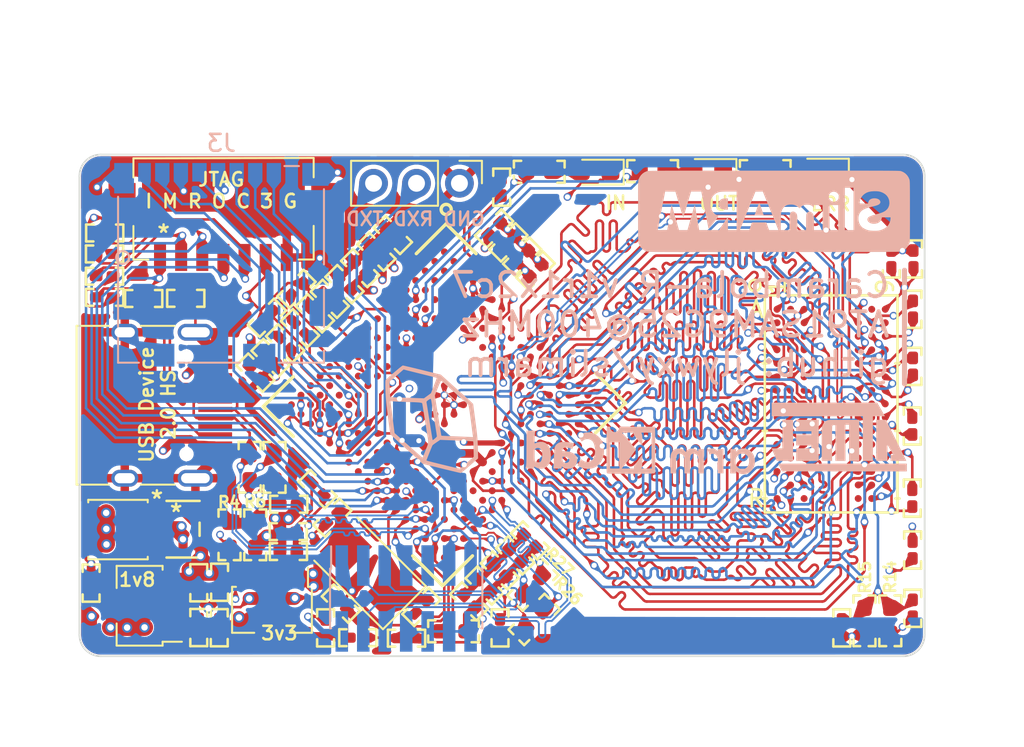
<source format=kicad_pcb>
(kicad_pcb (version 20221018) (generator pcbnew)
  (layers (0 "F.Cu" signal) (1 "In1.Cu" signal) (2 "In2.Cu" signal) (31 "B.Cu" signal) (34 "B.Paste" user) (35 "F.Paste" user) (36 "B.SilkS" user "B.Silkscreen") (37 "F.SilkS" user "F.Silkscreen") (38 "B.Mask" user) (39 "F.Mask" user) (44 "Edge.Cuts" user))
  (net 0 "")
  (net 5 "/DP")
  (net 6 "/DN")
  (net 8 "Net-(U1C-VBG)")
  (net 9 "/USBD_FS_DP")
  (net 10 "/USBD_FS_DN")
  (net 11 "/SD_DET")
  (net 12 "Net-(U1A-WKUP)")
  (net 13 "Net-(U1C-PD5)")
  (net 14 "/DDR_CS")
  (net 20 "/DDR_DQS1")
  (net 21 "/DDR_DQM0")
  (net 22 "/DDR_DQS0")
  (net 23 "/DDR_WE")
  (net 25 "/DDR_D14")
  (net 26 "/DDR_D12")
  (net 27 "/DDR_D8")
  (net 28 "/DDR_D2")
  (net 29 "/DDR_D4")
  (net 30 "/DDR_DQM1")
  (net 31 "/DDR_RAS")
  (net 32 "/DDR_CKE")
  (net 38 "/DDR_D13")
  (net 40 "/DDR_D7")
  (net 42 "/DDR_D5")
  (net 43 "/DDR_D3")
  (net 44 "/DDR_BA1")
  (net 45 "/DDR_A10")
  (net 46 "/DDR_CAS")
  (net 47 "/DDR_D15")
  (net 48 "/DDR_D11")
  (net 54 "/DDR_D6")
  (net 55 "/DDR_D9")
  (net 58 "/DDR_BA0")
  (net 59 "/DDR_A11")
  (net 60 "/DDR_CLKP")
  (net 61 "/DDR_D10")
  (net 62 "/DDR_D1")
  (net 65 "Net-(D3-A)")
  (net 69 "/DDR_BA2")
  (net 70 "/DDR_A12")
  (net 71 "/DDR_A5")
  (net 74 "Net-(D1-A)")
  (net 75 "Net-(U1A-PC1)")
  (net 76 "/DDR_A9")
  (net 77 "/DDR_A6")
  (net 78 "/DDR_A4")
  (net 80 "/DDR_A7")
  (net 82 "/DDR_A3")
  (net 83 "/DDR_A2")
  (net 85 "/DDR_A0")
  (net 88 "/DDR_A1")
  (net 98 "/DEBUG_TXD")
  (net 99 "/JTAG_TDI")
  (net 100 "/JTAG_TDO")
  (net 101 "/JTAG_RST")
  (net 109 "/DEBUG_RXD")
  (net 110 "/JTAG_TCK")
  (net 111 "/JTAG_TMS")
  (net 113 "Net-(U1A-PC0)")
  (net 117 "/USB1_DN")
  (net 118 "/USB2_DN")
  (net 122 "/DDR_A8")
  (net 126 "/USB1_DP")
  (net 130 "/USB2_DP")
  (net 135 "/DDR_A13")
  (net 139 "Net-(U2-VREF)")
  (net 154 "Net-(U1C-HFSDPB)")
  (net 158 "Net-(U1C-HFSDMB)")
  (net 169 "/XTAL_IN")
  (net 170 "/XTAL_OUT")
  (net 171 "Net-(D2-A)")
  (net 172 "Net-(U1A-PC2)")
  (net 173 "GND")
  (net 174 "+5V")
  (net 175 "Net-(J1-CC1)")
  (net 176 "Net-(J1-CC2)")
  (net 177 "/DDR_D0")
  (net 178 "/3v3")
  (net 179 "/1v8_DDR")
  (net 180 "/1v0_CPUCORE")
  (net 181 "/DDR_CLKN")
  (net 185 "/MCI0_CDA")
  (net 186 "/MCI0_CK")
  (net 187 "/MCI0_DA2")
  (net 188 "/MCI0_DA0")
  (net 189 "/MCI0_DA1")
  (net 190 "/MCI0_DA3")
  (net 191 "Net-(U1C-NRST)")
  (net 192 "Net-(U3-FB)")
  (net 193 "Net-(U3-LX)")
  (footprint "jlywxy:0402" (layer "F.Cu") (at 35.23 39.26 45)
    (fp_text reference "C31" hide)
    (fp_text value "22pF")
  )
  (footprint "jlywxy:0402" (layer "F.Cu") (at 63.03 18.66 -90)
    (fp_text reference "C23" hide)
    (fp_text value "100nF")
  )
  (footprint "jlywxy:SY8089" (layer "F.Cu") (at 21.13 34.66)
    (fp_text reference "U3" hide)
    (fp_text value "SY8089AAAC")
  )
  (footprint "jlywxy:0402" (layer "F.Cu") (at 25.41 25.39 135)
    (fp_text reference "C28" hide)
    (fp_text value "100nF")
  )
  (footprint "jlywxy:0402" (layer "F.Cu") (at 23.29 37.8 -90)
    (fp_text reference "C29" hide)
    (fp_text value "22pF")
  )
  (footprint "jlywxy:0402" (layer "F.Cu") (at 30.47 39.06 135)
    (fp_text reference "C6" hide)
    (fp_text value "100nF")
  )
  (footprint "jlywxy:0402" (layer "F.Cu") (at 38.97 37.99 135)
    (fp_text reference "C12" hide)
    (fp_text value "100nF")
  )
  (footprint "jlywxy:0603" (layer "F.Cu") (at 48.9075 13.46 180)
    (fp_text reference "R21" hide)
    (fp_text value "5.6k")
  )
  (footprint "Crystal:Crystal_SMD_5032-2Pin_5.0x3.2mm" (layer "F.Cu") (at 32.07 37.15 135)
    (fp_text reference "Y1" hide)
    (fp_text value "Crystal")
  )
  (footprint "jlywxy:0603" (layer "F.Cu") (at 55.57 13.46 180)
    (fp_text reference "R20" hide)
    (fp_text value "5.6k")
  )
  (footprint "jlywxy:0603" (layer "F.Cu") (at 37.13 40.7 180)
    (fp_text reference "R3" hide)
    (fp_text value "6.8k")
  )
  (footprint "jlywxy:0402" (layer "F.Cu") (at 40.78 36.21 135)
    (fp_text reference "C13" hide)
    (fp_text value "100nF")
  )
  (footprint "jlywxy:0603" (layer "F.Cu") (at 61.44 40.08 -90)
    (fp_text reference "R15")
    (fp_text value "1.5k")
  )
  (footprint "Inductor_SMD:L_Sunlord_SWPA3015S" (layer "F.Cu") (at 17.28 34.68 180)
    (fp_text reference "L1" hide)
    (fp_text value "L")
  )
  (footprint "jlywxy:0402" (layer "F.Cu") (at 39.88 40.5 -90)
    (fp_text reference "R10" hide)
    (fp_text value "5.1k")
  )
  (footprint "jlywxy:0603" (layer "F.Cu") (at 41.91 40 -135)
    (fp_text reference "R26")
    (fp_text value "39")
  )
  (footprint "jlywxy:0402" (layer "F.Cu") (at 60.1 40.5 -90)
    (fp_text reference "C17" hide)
    (fp_text value "22pF")
  )
  (footprint "jlywxy:0402" (layer "F.Cu") (at 27.38 33.18 180)
    (fp_text reference "C27" hide)
    (fp_text value "22pF")
  )
  (footprint "jlywxy:0402" (layer "F.Cu") (at 33.54 17.24 -45)
    (fp_text reference "C2" hide)
    (fp_text value "100nF")
  )
  (footprint "jlywxy:0402" (layer "F.Cu") (at 39.87 37.1 135)
    (fp_text reference "C15" hide)
    (fp_text value "100nF")
  )
  (footprint "jlywxy:0402" (layer "F.Cu") (at 16.484999 18.361893)
    (fp_text reference "R23" hide)
    (fp_text value "10k")
  )
  (footprint "jlywxy:0402" (layer "F.Cu") (at 22.06 37.83 90)
    (fp_text reference "C33" hide)
    (fp_text value "22pF")
  )
  (footprint "jlywxy:0402" (layer "F.Cu") (at 16.494999 17.121893)
    (fp_text reference "R24" hide)
    (fp_text value "10k")
  )
  (footprint "jlywxy:0402" (layer "F.Cu") (at 18.8 21 180)
    (fp_text reference "R2" hide)
    (fp_text value "5.1k")
  )
  (footprint "LED_SMD:LED_0603_1608Metric_Pad1.05x0.95mm_HandSolder" (layer "F.Cu") (at 45.54 13.52 180)
    (fp_text reference "D3" hide)
    (fp_text value "LED")
  )
  (footprint "jlywxy:0402" (layer "F.Cu") (at 39.98 14.41 90)
    (fp_text reference "R9" hide)
    (fp_text value "10k")
  )
  (footprint "jlywxy:0402" (layer "F.Cu") (at 27.84 20.44 45)
    (fp_text reference "R19" hide)
    (fp_text value "10k")
  )
  (footprint "Connector_PinHeader_2.54mm:PinHeader_1x03_P2.54mm_Vertical" (layer "F.Cu") (at 37.48 14.18 -90)
    (fp_text reference "J5" hide)
    (fp_text value "Conn_01x03")
  )
  (footprint "jlywxy:0603" (layer "F.Cu") (at 26.54 31 90)
    (fp_text reference "R7" hide)
    (fp_text value "39")
  )
  (footprint "jlywxy:0402" (layer "F.Cu") (at 30.68 20.15 -45)
    (fp_text reference "C3" hide)
    (fp_text value "100nF")
  )
  (footprint "jlywxy:0402" (layer "F.Cu") (at 15.69 37.85 -90)
    (fp_text reference "C38" hide)
    (fp_text value "22pF")
  )
  (footprint "jlywxy:0402" (layer "F.Cu") (at 32.57 18.23 -45)
    (fp_text reference "C5" hide)
    (fp_text value "100nF")
  )
  (footprint "jlywxy:0402" (layer "F.Cu") (at 26.09 22.14 -135)
    (fp_text reference "R16" hide)
    (fp_text value "10k")
  )
  (footprint "jlywxy:0402" (layer "F.Cu") (at 64.27 32.82 90)
    (fp_text reference "C22" hide)
    (fp_text value "100nF")
  )
  (footprint "jlywxy:0603" (layer "F.Cu") (at 25.4 34.99 90)
    (fp_text reference "R6")
    (fp_text value "51k")
  )
  (footprint "jlywxy:0402" (layer "F.Cu") (at 16.494999 20.931893)
    (fp_text reference "R13" hide)
    (fp_text value "10k")
  )
  (footprint "jlywxy:USB_TYPEC_Receptacle" (layer "F.Cu") (at 18.731 27.32 -90)
    (fp_text reference "J1" hide)
    (fp_text value "USB_C_Receptacle_USB2.0")
  )
  (footprint "jlywxy:0402" (layer "F.Cu") (at 34.35 41.11 180)
    (fp_text reference "R11" hide)
    (fp_text value "5.1k")
  )
  (footprint "jlywxy:0402" (layer "F.Cu") (at 22.06 40.48 90)
    (fp_text reference "C30" hide)
    (fp_text value "100nF")
  )
  (footprint "jlywxy:0402" (layer "F.Cu") (at 64.31 21.64 -90)
    (fp_text reference "C19" hide)
    (fp_text value "100nF")
  )
  (footprint "LED_SMD:LED_0603_1608Metric_Pad1.05x0.95mm_HandSolder" (layer "F.Cu") (at 58.8575 13.46 180)
    (fp_text reference "D1" hide)
    (fp_text value "LED")
  )
  (footprint "jlywxy:0402" (layer "F.Cu") (at 31.61 19.2 -45)
    (fp_text reference "C1" hide)
    (fp_text value "100nF")
  )
  (footprint "jlywxy:0402" (layer "F.Cu") (at 31.47 41.08)
    (fp_text reference "C41" hide)
    (fp_text value "22pF")
  )
  (footprint "jlywxy:0603" (layer "F.Cu") (at 23.87905 34.990001 90)
    (fp_text reference "R4")
    (fp_text value "75k")
  )
  (footprint "jlywxy:0402" (layer "F.Cu") (at 64.27 28.55 90)
    (fp_text reference "C21" hide)
    (fp_text value "100nF")
  )
  (footprint "jlywxy:0402" (layer "F.Cu") (at 21.29 20.99)
    (fp_text reference "R1" hide)
    (fp_text value "5.1k")
  )
  (footprint "jlywxy:0402" (layer "F.Cu") (at 41.99 19.35 -135)
    (fp_text reference "C9" hide)
    (fp_text value "100nF")
  )
  (footprint "Package_TO_SOT_SMD:SOT-89-3" (layer "F.Cu") (at 26.39 39.43 -90)
    (fp_text reference "U5" hide)
    (fp_text value "AMS1117")
  )
  (footprint "jlywxy:0603" (layer "F.Cu") (at 62.97 40.08 90)
    (fp_text reference "R14")
    (fp_text value "1.5k")
  )
  (footprint "jlywxy:0402" (layer "F.Cu") (at 29.81 21.02 135)
    (fp_text reference "R12" hide)
    (fp_text value "10k")
  )
  (footprint "jlywxy:0402" (layer "F.Cu") (at 29.96 33.98 -135)
    (fp_text reference "C32" hide)
    (fp_text value "22pF")
  )
  (footprint "jlywxy:0402" (layer "F.Cu") (at 41.19 18.52 -135)
    (fp_text reference "C10" hide)
    (fp_text value "100nF")
  )
  (footprint "jlywxy:0402" (layer "F.Cu") (at 28.05 22.76 135)
    (fp_text reference "R25" hide)
    (fp_text value "10k")
  )
  (footprint "jlywxy:0402" (layer "F.Cu") (at 64.3 39.34 90)
    (fp_text reference "C26" hide)
    (fp_text value "22pF")
  )
  (footprint "jlywxy:0402" (layer "F.Cu") (at 38.06 38.93 135)
    (fp_text reference "C14" hide)
    (fp_text value "100nF")
  )
  (footprint "jlywxy:0402" (layer "F.Cu") (at 41.66 35.33 135)
    (fp_text reference "C16" hide)
    (fp_text value "100nF")
  )
  (footprint "jlywxy:0603" (layer "F.Cu") (at 25.07 30.99 90)
    (fp_text reference "R5" hide)
    (fp_text value "39")
  )
  (footprint "jlywxy:DF13A-7P-1.25H21" (layer "F.Cu") (at 19.7671 18.572 180)
    (fp_text reference "J4" hide)
    (fp_text value "DF13A-7P-1.25H21" hide)
  )
  (footprint "jlywxy:0402" (layer "F.Cu") (at 27.17 23.66 135)
    (fp_text reference "R17" hide)
    (fp_text value "10k")
  )
  (footprint "jlywxy:0402" (layer "F.Cu") (at 39.53 16.85 -135)
    (fp_text reference "C7" hide)
    (fp_text value "100nF")
  )
  (footprint "jlywxy:0402" (layer "F.Cu") (at 64.29 35.89 90)
    (fp_text reference "C24" hide)
    (fp_text value "100nF")
  )
  (footprint "jlywxy:0402" (layer "F.Cu") (at 16.484999 19.681893)
    (fp_text reference "R22" hide)
    (fp_text value "10k")
  )
  (footprint "jlywxy:BGA84_DDR2" (layer "F.Cu") (at 59.47 27.24)
    (fp_text reference "U2" hide)
    (fp_text value "16bit-DDR2-8bank-FBGA84")
  )
  (footprint "jlywxy:0402" (layer "F.Cu") (at 64.31 25.02 -90)
    (fp_text reference "C20" hide)
    (fp_text value "100nF")
  )
  (footprint "jlywxy:0402" (layer "F.Cu") (at 23.27 40.49 90)
    (fp_text reference "C34" hide)
    (fp_text value "22pF")
  )
  (footprint "jlywxy:0402" (layer "F.Cu") (at 28.93 21.88 135)
    (fp_text reference "R18" hide)
    (fp_text value "10k")
  )
  (footprint "jlywxy:0603" (layer "F.Cu") (at 41.82 37.97 -135)
    (fp_text reference "R27")
    (fp_text value "39")
  )
  (footprint "LED_SMD:LED_0603_1608Metric_Pad1.05x0.95mm_HandSolder" (layer "F.Cu") (at 52.205 13.48 180)
    (fp_text reference "D2" hide)
    (fp_text value "LED")
  )
  (footprint "jlywxy:0402" (layer "F.Cu") (at 40.37 17.68 -135)
    (fp_text reference "C11" hide)
    (fp_text value "100nF")
  )
  (footprint "jlywxy:0402" (layer "F.Cu") (at 64.34 18.66 -90)
    (fp_text reference "C25" hide)
    (fp_text value "100nF")
  )
  (footprint "jlywxy:AT91SAM9G25_JKT" (layer "F.Cu") (at 36.59 27.29 -45)
    (fp_text reference "U1" hide)
    (fp_text value "AT91SAM9G25-CU" hide)
  )
  (footprint "Package_TO_SOT_SMD:SOT-89-3" (layer "F.Cu") (at 18.56 39.19 180)
    (fp_text reference "U7" hide)
    (fp_text value "XC6206PxxxMR")
  )
  (footprint "jlywxy:0402" (layer "F.Cu") (at 26.31 24.52 135)
    (fp_text reference "C8" hide)
    (fp_text value "100nF")
  )
  (footprint "jlywxy:0402" (layer "F.Cu") (at 27.35 34.8)
    (fp_text reference "C18" hide)
    (fp_text value "22pF")
  )
  (footprint "jlywxy:0402" (layer "F.Cu") (at 29.56 40.5 90)
    (fp_text reference "C37" hide)
    (fp_text value "22pF")
  )
  (footprint "jlywxy:0402" (layer "F.Cu") (at 29.090707 32.279293 -45)
    (fp_text reference "C4" hide)
    (fp_text value "100nF")
  )
  (footprint "jlywxy:0603" (layer "F.Cu") (at 42.2025 13.5 180)
    (fp_text reference "R8" hide)
    (fp_text value "5.6k")
  )
  (footprint "jlywxy:0402" (layer "F.Cu") (at 27.36 35.98 180)
    (fp_text reference "C35" hide)
    (fp_text value "100nF")
  )
  (footprint "jlywxy:image_arm" (layer "B.Cu") (at 52.47 30.64 180)
    (fp_text reference "G***" hide)
    (fp_text value "LOGO" hide)
  )
  (footprint "jlywxy:image_slimarm" (layer "B.Cu") (at 56.037146 15.802557 180)
    (fp_text reference "G***" hide)
    (fp_text value "LOGO" hide)
  )
  (footprint "jlywxy:image_monazite_baremetal" (layer "B.Cu") (at 35.80899 28.30507 180)
    (fp_text reference "G***" hide)
    (fp_text value "LOGO" hide)
  )
  (footprint "LOGO" (layer "B.Cu") (at 45.27092 29.824031 180)
    (fp_text reference "G***" hide)
    (fp_text value "LOGO" hide)
  )
  (footprint "jlywxy:image_atmel" (layer "B.Cu") (at 59.95 29.2 180)
    (fp_text reference "G***" hide)
    (fp_text value "LOGO" hide)
  )
  (footprint "Connector_Card:microSD_HC_Molex_104031-0811" (layer "B.Cu") (at 23.395 18.98 180)
    (fp_text reference "J3")
    (fp_text value "Micro_SD_Card_Det2")
  )
  (footprint "Connector_PinHeader_1.27mm:PinHeader_2x07_P1.27mm_Vertical_SMD" (layer "B.Cu") (at 34.33 38.76 -90)
    (fp_text reference "J2" hide)
    (fp_text value "Conn_01x14_Pin")
  )
  (gr_line (start 63.81 19.329) (end 63.81 26.051) (stroke (width 0.3)) (layer "B.SilkS"))
  (gr_circle (center 54.96 20.23) (end 55.18 19.98) (stroke (width 0.15)) (fill none) (layer "F.SilkS"))
  (gr_arc (start 15 13.75) (mid 15.371974 12.851974) (end 16.27 12.48) (stroke (width 0.1)) (layer "Edge.Cuts"))
  (gr_line (start 65 13.75) (end 65 40.91) (stroke (width 0.1)) (layer "Edge.Cuts"))
  (gr_line (start 15 40.91) (end 15 13.75) (stroke (width 0.1)) (layer "Edge.Cuts"))
  (gr_arc (start 65 40.91) (mid 64.628026 41.808026) (end 63.73 42.18) (stroke (width 0.1)) (layer "Edge.Cuts"))
  (gr_arc (start 16.27 42.18) (mid 15.371974 41.808026) (end 15 40.91) (stroke (width 0.1)) (layer "Edge.Cuts"))
  (gr_arc (start 63.73 12.48) (mid 64.628026 12.851974) (end 65 13.75) (stroke (width 0.1)) (layer "Edge.Cuts"))
  (gr_line (start 63.73 42.18) (end 16.27 42.18) (stroke (width 0.1)) (layer "Edge.Cuts"))
  (gr_line (start 16.27 12.48) (end 63.73 12.48) (stroke (width 0.1)) (layer "Edge.Cuts"))
  (gr_text "GND RXD TXD\n" (at 34.88 16.76) (layer "B.SilkS") (effects (font (size 0.8 0.8)) (justify bottom mirror)))
  (gr_text "Carambola-R v1r1x2c7\nAT91SAM9G25@400MHz\ngithub: jlywxy/slimarm\n" (at 63.042854 25.727443) (layer "B.SilkS") (effects (font (size 1.45 1.45) (thickness 0.22)) (justify left bottom mirror)))
  (gr_text "JTAG\nI M R O C 3 G" (at 23.39 15.71) (layer "F.SilkS") (effects (font (size 0.8 0.8)) (justify bottom)))
  (gr_text "3v3" (at 26.83 41.28) (layer "F.SilkS") (effects (font (size 0.8 0.8)) (justify bottom)))
  (gr_text "OUT" (at 51.61 15.84) (layer "F.SilkS") (effects (font (size 0.8 0.8) (thickness 0.15) bold) (justify left bottom)))
  (gr_text "ERR" (at 58.18 15.88) (layer "F.SilkS") (effects (font (size 0.8 0.8) (thickness 0.15) bold) (justify left bottom)))
  (gr_text "1v8" (at 18.42 38.11) (layer "F.SilkS") (effects (font (size 0.8 0.8)) (justify bottom)))
  (gr_text "USB Device\n2.0 HS" (at 20.73 27.28 90) (layer "F.SilkS") (effects (font (size 0.8 0.8)) (justify bottom)))
  (gr_text "IN" (at 46.03 15.81) (layer "F.SilkS") (effects (font (size 0.8 0.8) (thickness 0.15) bold) (justify left bottom)))
  (segment (start 21.93 28.07) (end 21.76 27.9) (width 0.1524) (layer "F.Cu") (net 5))
  (segment (start 25.07 30.228) (end 25.07 28.9566) (width 0.1524) (layer "F.Cu") (net 5))
  (segment (start 21.76 27.1886) (end 21.8786 27.07) (width 0.1524) (layer "F.Cu") (net 5))
  (segment (start 23.031 28.07) (end 21.93 28.07) (width 0.1524) (layer "F.Cu") (net 5))
  (segment (start 21.8786 27.07) (end 23.031 27.07) (width 0.1524) (layer "F.Cu") (net 5))
  (segment (start 34.486855 35.05) (end 34.892944 34.643911) (width 0.11176) (layer "F.Cu") (net 5))
  (segment (start 24.1834 28.07) (end 23.031 28.07) (width 0.1524) (layer "F.Cu") (net 5))
  (segment (start 25.07 28.9566) (end 24.1834 28.07) (width 0.1524) (layer "F.Cu") (net 5))
  (segment (start 21.76 27.9) (end 21.76 27.1886) (width 0.1524) (layer "F.Cu") (net 5))
  (segment (start 24.53 30.93) (end 25.07 30.39) (width 0.11176) (layer "F.Cu") (net 5))
  (segment (start 34.44 35.05) (end 34.486855 35.05) (width 0.1524) (layer "F.Cu") (net 5))
  (segment (start 25.07 30.39) (end 25.07 30.228) (width 0.1524) (layer "F.Cu") (net 5))
  (via (at 24.53 30.93) (size 0.4572) (drill 0.3048) (layers "F.Cu" "B.Cu") (net 5))
  (via (at 34.44 35.05) (size 0.4572) (drill 0.3048) (layers "F.Cu" "B.Cu") (net 5))
  (segment (start 24.53 30.93) (end 24.53 31.828264) (width 0.11176) (layer "B.Cu") (net 5))
  (segment (start 24.53 31.828264) (end 24.05664 32.301624) (width 0.11176) (layer "B.Cu") (net 5))
  (segment (start 31.068 34.83336) (end 31.1696 34.83336) (width 0.11176) (layer "B.Cu") (net 5))
  (segment (start 24.05664 32.301624) (end 24.05664 34.84585) (width 0.11176) (layer "B.Cu") (net 5))
  (segment (start 24.05664 34.84585) (end 25.06479 35.854) (width 0.11176) (layer "B.Cu") (net 5))
  (segment (start 31.9824 35.03656) (end 32.084 35.03656) (width 0.11176) (layer "B.Cu") (net 5))
  (segment (start 32.592 35.03656) (end 32.6936 35.03656) (width 0.11176) (layer "B.Cu") (net 5))
  (segment (start 31.6776 34.83336) (end 31.7792 34.83336) (width 0.11176) (layer "B.Cu") (net 5))
  (segment (start 34.22336 34.83336) (end 34.44 35.05) (width 0.11176) (layer "B.Cu") (net 5))
  (segment (start 30.7632 35.03656) (end 30.8648 35.03656) (width 0.11176) (layer "B.Cu") (net 5))
  (segment (start 32.8968 34.83336) (end 34.22336 34.83336) (width 0.11176) (layer "B.Cu") (net 5))
  (segment (start 32.2872 34.83336) (end 32.3888 34.83336) (width 0.11176) (layer "B.Cu") (net 5))
  (segment (start 30.04664 34.83336) (end 30.56 34.83336) (width 0.11176) (layer "B.Cu") (net 5))
  (segment (start 31.3728 35.03656) (end 31.4744 35.03656) (width 0.11176) (layer "B.Cu") (net 5))
  (segment (start 25.06479 35.854) (end 29.026 35.854) (width 0.11176) (layer "B.Cu") (net 5))
  (segment (start 29.026 35.854) (end 30.04664 34.83336) (width 0.11176) (layer "B.Cu") (net 5))
  (arc (start 32.7952 34.93496) (mid 32.824958 34.863118) (end 32.8968 34.83336) (width 0.11176) (layer "B.Cu") (net 5))
  (arc (start 31.576 34.93496) (mid 31.605758 34.863118) (end 31.6776 34.83336) (width 0.11176) (layer "B.Cu") (net 5))
  (arc (start 31.2712 34.93496) (mid 31.300958 35.006802) (end 31.3728 35.03656) (width 0.11176) (layer "B.Cu") (net 5))
  (arc (start 31.4744 35.03656) (mid 31.546242 35.006802) (end 31.576 34.93496) (width 0.11176) (layer "B.Cu") (net 5))
  (arc (start 32.6936 35.03656) (mid 32.765442 35.006802) (end 32.7952 34.93496) (width 0.11176) (layer "B.Cu") (net 5))
  (arc (start 32.4904 34.93496) (mid 32.520158 35.006802) (end 32.592 35.03656) (width 0.11176) (layer "B.Cu") (net 5))
  (arc (start 30.8648 35.03656) (mid 30.936642 35.006802) (end 30.9664 34.93496) (width 0.11176) (layer "B.Cu") (net 5))
  (arc (start 30.9664 34.93496) (mid 30.996158 34.863118) (end 31.068 34.83336) (width 0.11176) (layer "B.Cu") (net 5))
  (arc (start 30.56 34.83336) (mid 30.631842 34.863118) (end 30.6616 34.93496) (width 0.11176) (layer "B.Cu") (net 5))
  (arc (start 31.1696 34.83336) (mid 31.241442 34.863118) (end 31.2712 34.93496) (width 0.11176) (layer "B.Cu") (net 5))
  (arc (start 31.7792 34.83336) (mid 31.851042 34.863118) (end 31.8808 34.93496) (width 0.11176) (layer "B.Cu") (net 5))
  (arc (start 32.1856 34.93496) (mid 32.215358 34.863118) (end 32.2872 34.83336) (width 0.11176) (layer "B.Cu") (net 5))
  (arc (start 30.6616 34.93496) (mid 30.691358 35.006802) (end 30.7632 35.03656) (width 0.11176) (layer "B.Cu") (net 5))
  (arc (start 31.8808 34.93496) (mid 31.910558 35.006802) (end 31.9824 35.03656) (width 0.11176) (layer "B.Cu") (net 5))
  (arc (start 32.3888 34.83336) (mid 32.460642 34.863118) (end 32.4904 34.93496) (width 0.11176) (layer "B.Cu") (net 5))
  (arc (start 32.084 35.03656) (mid 32.155842 35.006802) (end 32.1856 34.93496) (width 0.11176) (layer "B.Cu") (net 5))
  (segment (start 24.2 26.57) (end 24.33 26.7) (width 0.1524) (layer "F.Cu") (net 6))
  (segment (start 26.54 29.9266) (end 26.54 30.238) (width 0.1524) (layer "F.Cu") (net 6))
  (segment (start 35.44 34.62) (end 35.64 34.82) (width 0.11176) (layer "F.Cu") (net 6))
  (segment (start 24.33 26.7) (end 24.33 27.4234) (width 0.1524) (layer "F.Cu") (net 6))
  (segment (start 35.64 34.82) (end 35.64 35.028225) (width 0.11176) (layer "F.Cu") (net 6))
  (segment (start 25.7 30.96) (end 25.818 30.96) (width 0.1524) (layer "F.Cu") (net 6))
  (segment (start 23.031 27.57) (end 24.1834 27.57) (width 0.1524) (layer "F.Cu") (net 6))
  (segment (start 23.031 26.57) (end 24.2 26.57) (width 0.1524) (layer "F.Cu") (net 6))
  (segment (start 25.818 30.96) (end 26.54 30.238) (width 0.11176) (layer "F.Cu") (net 6))
  (segment (start 35.64 35.028225) (end 35.458629 35.209596) (width 0.11176) (layer "F.Cu") (net 6))
  (segment (start 24.33 27.4234) (end 24.1834 27.57) (width 0.1524) (layer "F.Cu") (net 6))
  (segment (start 24.1834 27.57) (end 26.54 29.9266) (width 0.1524) (layer "F.Cu") (net 6))
  (via (at 25.7 30.96) (size 0.4572) (drill 0.3048) (layers "F.Cu" "B.Cu") (net 6))
  (via (at 35.44 34.62) (size 0.4572) (drill 0.3048) (layers "F.Cu" "B.Cu") (net 6))
  (segment (start 28.937624 35.64064) (end 25.153166 35.64064) (width 0.11176) (layer "B.Cu") (net 6))
  (segment (start 35.44 34.62) (end 29.958264 34.62) (width 0.11176) (layer "B.Cu") (net 6))
  (segment (start 29.958264 34.62) (end 28.937624 35.64064) (width 0.11176) (layer "B.Cu") (net 6))
  (segment (start 24.27 32.39) (end 25.7 30.96) (width 0.11176) (layer "B.Cu") (net 6))
  (segment (start 25.153166 35.64064) (end 24.27 34.757474) (width 0.11176) (layer "B.Cu") (net 6))
  (segment (start 24.27 34.757474) (end 24.27 32.39) (width 0.11176) (layer "B.Cu") (net 6))
  (segment (start 36.418 40.95) (end 37.09 40.278) (width 0.1524) (layer "F.Cu") (net 8))
  (segment (start 37.09 40.278) (end 37.09 36.840967) (width 0.1524) (layer "F.Cu") (net 8))
  (segment (start 37.09 36.840967) (end 36.59 36.340967) (width 0.1524) (layer "F.Cu") (net 8))
  (segment (start 25.01 31.812) (end 25.07 31.752) (width 0.1524) (layer "F.Cu") (net 9))
  (segment (start 35.427646 34.047242) (end 35.458629 34.078225) (width 0.1524) (layer "F.Cu") (net 9))
  (segment (start 25.01 32.68) (end 25.01 31.812) (width 0.11176) (layer "F.Cu") (net 9))
  (segment (start 34.893638 34.047242) (end 35.427646 34.047242) (width 0.11176) (layer "F.Cu") (net 9))
  (via (at 34.893638 34.047242) (size 0.4572) (drill 0.3048) (layers "F.Cu" "B.Cu") (net 9))
  (via (at 25.01 32.68) (size 0.4572) (drill 0.3048) (layers "F.Cu" "B.Cu") (net 9))
  (segment (start 30.190624 34.161424) (end 30.190624 34.161425) (width 0.11176) (layer "B.Cu") (net 9))
  (segment (start 25.01 32.98) (end 25.47 33.44) (width 0.11176) (layer "B.Cu") (net 9))
  (segment (start 31.511252 34.262852) (end 31.6132 34.262852) (width 0.11176) (layer "B.Cu") (net 9))
  (segment (start 31.206452 34.06) (end 31.3084 34.06) (width 0.11176) (layer "B.Cu") (net 9))
  (segment (start 25.47 33.44) (end 27.78 33.44) (width 0.11176) (layer "B.Cu") (net 9))
  (segment (start 30.495424 34.161425) (end 30.495424 34.161424) (width 0.11176) (layer "B.Cu") (net 9))
  (segment (start 29.682452 34.262852) (end 29.7844 34.262852) (width 0.11176) (layer "B.Cu") (net 9))
  (segment (start 29.987252 34.06) (end 30.0892 34.06) (width 0.11176) (layer "B.Cu") (net 9))
  (segment (start 32.324249 34.16145) (end 32.324249 34.161449) (width 0.11176) (layer "B.Cu") (net 9))
  (segment (start 34.88088 34.06) (end 34.893638 34.047242) (width 0.1524) (layer "B.Cu") (net 9))
  (segment (start 30.596848 34.06) (end 30.6988 34.06) (width 0.11176) (layer "B.Cu") (net 9))
  (segment (start 28.4 34.06) (end 28.87 34.06) (width 0.11176) (layer "B.Cu") (net 9))
  (segment (start 32.120898 34.262899) (end 32.2228 34.262899) (width 0.11176) (layer "B.Cu") (net 9))
  (segment (start 29.377652 34.06) (end 29.4796 34.06) (width 0.11176) (layer "B.Cu") (net 9))
  (segment (start 27.78 33.44) (end 28.4 34.06) (width 0.11176) (layer "B.Cu") (net 9))
  (segment (start 32.425698 34.06) (end 34.88088 34.06) (width 0.11176) (layer "B.Cu") (net 9))
  (segment (start 30.901652 34.262852) (end 31.0036 34.262852) (width 0.11176) (layer "B.Cu") (net 9))
  (segment (start 31.816052 34.06) (end 31.918 34.06) (width 0.11176) (layer "B.Cu") (net 9))
  (segment (start 29.072852 34.262852) (end 29.1748 34.262852) (width 0.11176) (layer "B.Cu") (net 9))
  (segment (start 25.01 32.68) (end 25.01 32.98) (width 0.11176) (layer "B.Cu") (net 9))
  (segment (start 30.292048 34.262849) (end 30.394 34.262849) (width 0.11176) (layer "B.Cu") (net 9))
  (segment (start 32.019449 34.161449) (end 32.019449 34.16145) (width 0.11176) (layer "B.Cu") (net 9))
  (arc (start 31.0036 34.262852) (mid 31.075319 34.233145) (end 31.105026 34.161426) (width 0.11176) (layer "B.Cu") (net 9))
  (arc (start 29.885826 34.161426) (mid 29.915533 34.089707) (end 29.987252 34.06) (width 0.11176) (layer "B.Cu") (net 9))
  (arc (start 30.394 34.262849) (mid 30.465718 34.233143) (end 30.495424 34.161425) (width 0.11176) (layer "B.Cu") (net 9))
  (arc (start 30.495424 34.161424) (mid 30.52513 34.089706) (end 30.596848 34.06) (width 0.11176) (layer "B.Cu") (net 9))
  (arc (start 32.2228 34.262899) (mid 32.294535 34.233185) (end 32.324249 34.16145) (width 0.11176) (layer "B.Cu") (net 9))
  (arc (start 29.7844 34.262852) (mid 29.856119 34.233145) (end 29.885826 34.161426) (width 0.11176) (layer "B.Cu") (net 9))
  (arc (start 32.019449 34.16145) (mid 32.049163 34.233185) (end 32.120898 34.262899) (width 0.11176) (layer "B.Cu") (net 9))
  (arc (start 31.918 34.06) (mid 31.989735 34.089714) (end 32.019449 34.161449) (width 0.11176) (layer "B.Cu") (net 9))
  (arc (start 29.4796 34.06) (mid 29.551319 34.089707) (end 29.581026 34.161426) (width 0.11176) (layer "B.Cu") (net 9))
  (arc (start 31.714626 34.161426) (mid 31.744333 34.089707) (end 31.816052 34.06) (width 0.11176) (layer "B.Cu") (net 9))
  (arc (start 29.276226 34.161426) (mid 29.305933 34.089707) (end 29.377652 34.06) (width 0.11176) (layer "B.Cu") (net 9))
  (arc (start 30.6988 34.06) (mid 30.770519 34.089707) (end 30.800226 34.161426) (width 0.11176) (layer "B.Cu") (net 9))
  (arc (start 28.87 34.06) (mid 28.941719 34.089707) (end 28.971426 34.161426) (width 0.11176) (layer "B.Cu") (net 9))
  (arc (start 32.324249 34.161449) (mid 32.353963 34.089714) (end 32.425698 34.06) (width 0.11176) (layer "B.Cu") (net 9))
  (arc (start 29.581026 34.161426) (mid 29.610733 34.233145) (end 29.682452 34.262852) (width 0.11176) (layer "B.Cu") (net 9))
  (arc (start 31.105026 34.161426) (mid 31.134733 34.089707) (end 31.206452 34.06) (width 0.11176) (layer "B.Cu") (net 9))
  (arc (start 31.3084 34.06) (mid 31.380119 34.089707) (end 31.409826 34.161426) (width 0.11176) (layer "B.Cu") (net 9))
  (arc (start 31.409826 34.161426) (mid 31.439533 34.233145) (end 31.511252 34.262852) (width 0.11176) (layer "B.Cu") (net 9))
  (arc (start 28.971426 34.161426) (mid 29.001133 34.233145) (end 29.072852 34.262852) (width 0.11176) (layer "B.Cu") (net 9))
  (arc (start 29.1748 34.262852) (mid 29.246519 34.233145) (end 29.276226 34.161426) (width 0.11176) (layer "B.Cu") (net 9))
  (arc (start 30.190624 34.161425) (mid 30.22033 34.233143) (end 30.292048 34.262849) (width 0.11176) (layer "B.Cu") (net 9))
  (arc (start 30.800226 34.161426) (mid 30.829933 34.233145) (end 30.901652 34.262852) (width 0.11176) (layer "B.Cu") (net 9))
  (arc (start 30.0892 34.06) (mid 30.160918 34.089706) (end 30.190624 34.161424) (width 0.11176) (layer "B.Cu") (net 9))
  (arc (start 31.6132 34.262852) (mid 31.684919 34.233145) (end 31.714626 34.161426) (width 0.11176) (layer "B.Cu") (net 9))
  (segment (start 25.64 32.34) (end 26.218 31.762) (width 0.11176) (layer "F.Cu") (net 10))
  (segment (start 25.64 32.64) (end 25.64 32.34) (width 0.11176) (layer "F.Cu") (net 10))
  (segment (start 36.024315 34.053901) (end 36.024315 34.643911) (width 0.11176) (layer "F.Cu") (net 10))
  (segment (start 35.470031 33.481435) (end 35.470031 33.499617) (width 0.1524) (layer "F.Cu") (net 10))
  (segment (start 26.218 31.762) (end 26.54 31.762) (width 0.1524) (layer "F.Cu") (net 10))
  (segment (start 35.470031 33.499617) (end 36.024315 34.053901) (width 0.11176) (layer "F.Cu") (net 10))
  (via (at 35.470031 33.481435) (size 0.4572) (drill 0.3048) (layers "F.Cu" "B.Cu") (net 10))
  (via (at 25.64 32.64) (size 0.4572) (drill 0.3048) (layers "F.Cu" "B.Cu") (net 10))
  (segment (start 25.82664 33.22664) (end 27.868376 33.22664) (width 0.11176) (layer "B.Cu") (net 10))
  (segment (start 27.868376 33.22664) (end 28.488376 33.84664) (width 0.11176) (layer "B.Cu") (net 10))
  (segment (start 25.64 32.64) (end 25.64 33.04) (width 0.11176) (layer "B.Cu") (net 10))
  (segment (start 28.488376 33.84664) (end 34.43336 33.84664) (width 0.11176) (layer "B.Cu") (net 10))
  (segment (start 25.64 33.04) (end 25.82664 33.22664) (width 0.11176) (layer "B.Cu") (net 10))
  (segment (start 34.798565 33.481435) (end 35.470031 33.481435) (width 0.11176) (layer "B.Cu") (net 10))
  (segment (start 34.43336 33.84664) (end 34.798565 33.481435) (width 0.11176) (layer "B.Cu") (net 10))
  (segment (start 31.912201 21.633146) (end 33.195887 21.633146) (width 0.1524) (layer "F.Cu") (net 11))
  (segment (start 30.9107 22.1207) (end 30.163553 21.373553) (width 0.1524) (layer "F.Cu") (net 11))
  (segment (start 31.424647 22.1207) (end 31.912201 21.633146) (width 0.1524) (layer "F.Cu") (net 11))
  (segment (start 31.424647 22.1207) (end 30.9107 22.1207) (width 0.1524) (layer "F.Cu") (net 11))
  (via (at 31.424647 22.1207) (size 0.4572) (drill 0.3048) (layers "F.Cu" "B.Cu") (net 11))
  (segment (start 30.165347 23.38) (end 29.135 23.38) (width 0.1524) (layer "B.Cu") (net 11))
  (segment (start 31.424647 22.1207) (end 30.165347 23.38) (width 0.1524) (layer "B.Cu") (net 11))
  (segment (start 38.06 16.83) (end 39.98 14.91) (width 0.1524) (layer "F.Cu") (net 12))
  (segment (start 39.984113 19.844113) (end 38.06 17.92) (width 0.1524) (layer "F.Cu") (net 12))
  (segment (start 39.984113 21.633146) (end 39.984113 19.844113) (width 0.1524) (layer "F.Cu") (net 12))
  (segment (start 38.06 17.92) (end 38.06 16.83) (width 0.1524) (layer "F.Cu") (net 12))
  (segment (start 37.143146 32.946854) (end 37.16 32.93) (width 0.1524) (layer "F.Cu") (net 13))
  (segment (start 40.161292 38.361292) (end 40.161292 39.718708) (width 0.1524) (layer "F.Cu") (net 13))
  (segment (start 36.59 32.946854) (end 37.143146 32.946854) (width 0.1524) (layer "F.Cu") (net 13))
  (segment (start 40.161292 39.718708) (end 39.88 40) (width 0.1524) (layer "F.Cu") (net 13))
  (via (at 37.16 32.93) (size 0.4572) (drill 0.3048) (layers "F.Cu" "B.Cu") (net 13))
  (via (at 40.161292 38.361292) (size 0.4572) (drill 0.3048) (layers "F.Cu" "B.Cu") (net 13))
  (segment (start 39.771292 38.361292) (end 40.161292 38.361292) (width 0.1524) (layer "B.Cu") (net 13))
  (segment (start 37.16 32.93) (end 37.16 33.7) (width 0.1524) (layer "B.Cu") (net 13))
  (segment (start 38.333898 34.873898) (end 38.538337 34.873898) (width 0.1524) (layer "B.Cu") (net 13))
  (segment (start 38.69222 37.28222) (end 39.771292 38.361292) (width 0.1524) (layer "B.Cu") (net 13))
  (segment (start 38.538337 34.873898) (end 38.69222 35.02778) (width 0.1524) (layer "B.Cu") (net 13))
  (segment (start 37.16 33.7) (end 38.333898 34.873898) (width 0.1524) (layer "B.Cu") (net 13))
  (segment (start 38.69222 35.02778) (end 38.69222 37.28222) (width 0.1524) (layer "B.Cu") (net 13))
  (segment (start 59.594395 30.215605) (end 60.490805 29.319195) (width 0.1524) (layer "F.Cu") (net 14))
  (segment (start 39.984113 23.265887) (end 39.98 23.27) (width 0.1524) (layer "F.Cu") (net 14))
  (segment (start 58.34 30) (end 58.555605 30.215605) (width 0.1524) (layer "F.Cu") (net 14))
  (segment (start 61.549195 29.319195) (end 61.8703 29.6403) (width 0.1524) (layer "F.Cu") (net 14))
  (segment (start 58.73521 30.29) (end 59.41479 30.29) (width 0.1524) (layer "F.Cu") (net 14))
  (segment (start 39.984113 22.764517) (end 39.984113 23.265887) (width 0.1524) (layer "F.Cu") (net 14))
  (segment (start 60.67041 29.2448) (end 61.36959 29.2448) (width 0.1524) (layer "F.Cu") (net 14))
  (via (at 58.34 30) (size 0.4572) (drill 0.3048) (layers "F.Cu" "B.Cu") (net 14))
  (via (at 39.98 23.27) (size 0.4572) (drill 0.3048) (layers "F.Cu" "B.Cu") (net 14))
  (arc (start 58.73521 30.29) (mid 58.638008 30.270665) (end 58.555605 30.215605) (width 0.1524) (layer "F.Cu") (net 14))
  (arc (start 59.594395 30.215605) (mid 59.511992 30.270665) (end 59.41479 30.29) (width 0.1524) (layer "F.Cu") (net 14))
  (arc (start 61.549195 29.319195) (mid 61.466792 29.264135) (end 61.36959 29.2448) (width 0.1524) (layer "F.Cu") (net 14))
  (arc (start 60.490805 29.319195) (mid 60.573208 29.264135) (end 60.67041 29.2448) (width 0.1524) (layer "F.Cu") (net 14))
  (segment (start 42.275885 29.8672) (end 41.9116 29.8672) (width 0.1524) (layer "B.Cu") (net 14))
  (segment (start 41.9116 29.5624) (end 42.275885 29.5624) (width 0.1524) (layer "B.Cu") (net 14))
  (segment (start 41.833595 30.843595) (end 42.485605 31.495605) (width 0.1524) (layer "B.Cu") (net 14))
  (segment (start 40.064395 25.274395) (end 40.455605 25.665605) (width 0.1524) (layer "B.Cu") (net 14))
  (segment (start 40.53 26.9496) (end 40.53 27.56479) (width 0.1524) (layer "B.Cu") (net 14))
  (segment (start 54.56521 31.91) (end 54.64479 31.91) (width 0.1524) (layer "B.Cu") (net 14))
  (segment (start 52.644395 33.725605) (end 54.385605 31.984395) (width 0.1524) (layer "B.Cu") (net 14))
  (segment (start 41.496051 28.636051) (end 41.684805 28.824805) (width 0.1524) (layer "B.Cu") (net 14))
  (segment (start 41.7592 30.0196) (end 41.7592 30.66399) (width 0.1524) (layer "B.Cu") (net 14))
  (segment (start 55.859395 31.260605) (end 57.045605 30.074395) (width 0.1524) (layer "B.Cu") (net 14))
  (segment (start 39.8924 26.7972) (end 40.3776 26.7972) (width 0.1524) (layer "B.Cu") (net 14))
  (segment (start 57.22521 30) (end 58.34 30) (width 0.1524) (layer "B.Cu") (net 14))
  (segment (start 55.43021 31.335) (end 55.67979 31.335) (width 0.1524) (layer "B.Cu") (net 14))
  (segment (start 54.824395 31.835605) (end 55.250605 31.409395) (width 0.1524) (layer "B.Cu") (net 14))
  (segment (start 40.3776 26.4924) (end 39.8924 26.4924) (width 0.1524) (layer "B.Cu") (net 14))
  (segment (start 41.7592 29.00441) (end 41.7592 29.41) (width 0.1524) (layer "B.Cu") (net 14))
  (segment (start 42.66521 31.57) (end 42.87479 31.57) (width 0.1524) (layer "B.Cu") (net 14))
  (segment (start 39.98 23.27) (end 39.99 23.28) (width 0.1524) (layer "B.Cu") (net 14))
  (segment (start 45.384395 32.124395) (end 46.985605 33.725605) (width 0.1524) (layer "B.Cu") (net 14))
  (segment (start 40.604395 27.744395) (end 41.065 28.205) (width 0.1524) (layer "B.Cu") (net 14))
  (segment (start 47.16521 33.8) (end 52.46479 33.8) (width 0.1524) (layer "B.Cu") (net 14))
  (segment (start 41.733075 28.183504) (end 41.496051 28.420525) (width 0.1524) (layer "B.Cu") (net 14))
  (segment (start 41.280527 28.204999) (end 41.517549 27.967978) (width 0.1524) (layer "B.Cu") (net 14))
  (segment (start 43.56521 32.05) (end 45.20479 32.05) (width 0.1524) (layer "B.Cu") (net 14))
  (segment (start 39.99 23.28) (end 39.99 25.09479) (width 0.1524) (layer "B.Cu") (net 14))
  (segment (start 40.53 25.84521) (end 40.53 26.34) (width 0.1524) (layer "B.Cu") (net 14))
  (segment (start 41.733074 28.183505) (end 41.733075 28.183504) (width 0.1524) (layer "B.Cu") (net 14))
  (segment (start 43.054395 31.644395) (end 43.385605 31.975605) (width 0.1524) (layer "B.Cu") (net 14))
  (arc (start 54.385605 31.984395) (mid 54.468008 31.929335) (end 54.56521 31.91) (width 0.1524) (layer "B.Cu") (net 14))
  (arc (start 46.985605 33.725605) (mid 47.068008 33.780665) (end 47.16521 33.8) (width 0.1524) (layer "B.Cu") (net 14))
  (arc (start 39.8924 26.4924) (mid 39.784637 26.537037) (end 39.74 26.6448) (width 0.1524) (layer "B.Cu") (net 14))
  (arc (start 40.604395 27.744395) (mid 40.549335 27.661992) (end 40.53 27.56479) (width 0.1524) (layer "B.Cu") (net 14))
  (arc (start 42.66521 31.57) (mid 42.568008 31.550665) (end 42.485605 31.495605) (width 0.1524) (layer "B.Cu") (net 14))
  (arc (start 55.43021 31.335) (mid 55.333008 31.354335) (end 55.250605 31.409395) (width 0.1524) (layer "B.Cu") (net 14))
  (arc (start 45.384395 32.124395) (mid 45.301992 32.069335) (end 45.20479 32.05) (width 0.1524) (layer "B.Cu") (net 14))
  (arc (start 41.833595 30.843595) (mid 41.778535 30.761192) (end 41.7592 30.66399) (width 0.1524) (layer "B.Cu") (net 14))
  (arc (start 40.3776 26.7972) (mid 40.485363 26.841837) (end 40.53 26.9496) (width 0.1524) (layer "B.Cu") (net 14))
  (arc (start 57.045605 30.074395) (mid 57.128008 30.019335) (end 57.22521 30) (width 0.1524) (layer "B.Cu") (net 14))
  (arc (start 42.428285 29.7148) (mid 42.383648 29.822563) (end 42.275885 29.8672) (width 0.1524) (layer "B.Cu") (net 14))
  (arc (start 42.87479 31.57) (mid 42.971992 31.589335) (end 43.054395 31.644395) (width 0.1524) (layer "B.Cu") (net 14))
  (arc (start 41.496051 28.420525) (mid 41.451414 28.528288) (end 41.496051 28.636051) (width 0.1524) (layer "B.Cu") (net 14))
  (arc (start 41.9116 29.8672) (mid 41.803837 29.911837) (end 41.7592 30.0196) (width 0.1524) (layer "B.Cu") (net 14))
  (arc (start 41.7592 29.00441) (mid 41.739865 28.907208) (end 41.684805 28.824805) (width 0.1524) (layer "B.Cu") (net 14))
  (arc (start 41.065 28.205) (mid 41.172765 28.249638) (end 41.280527 28.204999) (width 0.1524) (layer "B.Cu") (net 14))
  (arc (start 39.74 26.6448) (mid 39.784637 26.752563) (end 39.8924 26.7972) (width 0.1524) (layer "B.Cu") (net 14))
  (arc (start 52.644395 33.725605) (mid 52.561992 33.780665) (end 52.46479 33.8) (width 0.1524) (layer "B.Cu") (net 14))
  (arc (start 55.859395 31.260605) (mid 55.776992 31.315665) (end 55.67979 31.335) (width 0.1524) (layer "B.Cu") (net 14))
  (arc (start 41.733075 27.967978) (mid 41.777711 28.075741) (end 41.733074 28.183505) (width 0.1524) (layer "B.Cu") (net 14))
  (arc (start 40.53 26.34) (mid 40.485363 26.447763) (end 40.3776 26.4924) (width 0.1524) (layer "B.Cu") (net 14))
  (arc (start 40.53 25.84521) (mid 40.510665 25.748008) (end 40.455605 25.665605) (width 0.1524) (layer "B.Cu") (net 14))
  (arc (start 41.7592 29.41) (mid 41.803837 29.517763) (end 41.9116 29.5624) (width 0.1524) (layer "B.Cu") (net 14))
  (arc (start 39.99 25.09479) (mid 40.009335 25.191992) (end 40.064395 25.274395) (width 0.1524) (layer "B.Cu") (net 14))
  (arc (start 41.517549 27.967978) (mid 41.625312 27.923341) (end 41.733075 27.967978) (width 0.1524) (layer "B.Cu") (net 14))
  (arc (start 54.824395 31.835605) (mid 54.741992 31.890665) (end 54.64479 31.91) (width 0.1524) (layer "B.Cu") (net 14))
  (arc (start 43.385605 31.975605) (mid 43.468008 32.030665) (end 43.56521 32.05) (width 0.1524) (layer "B.Cu") (net 14))
  (arc (start 42.275885 29.5624) (mid 42.383648 29.607037) (end 42.428285 29.7148) (width 0.1524) (layer "B.Cu") (net 14))
  (segment (start 60.7732 17.8496) (end 61.580073 17.8496) (width 0.1524) (layer "F.Cu") (net 20))
  (segment (start 58.885 15.792368) (end 58.385495 16.291872) (width 0.1524) (layer "F.Cu") (net 20))
  (segment (start 58.672864 16.579239) (end 58.672863 16.57924) (width 0.1524) (layer "F.Cu") (net 20))
  (segment (start 60.644395 22.013595) (end 61.0702 22.4394) (width 0.1524) (layer "F.Cu") (net 20))
  (segment (start 60.57 17.29521) (end 60.57 17.6464) (width 0.1524) (layer "F.Cu") (net 20))
  (segment (start 45.078825 16.926719) (end 44.524736 16.37263) (width 0.1524) (layer "F.Cu") (net 20))
  (segment (start 58.884999 15.792369) (end 58.885 15.792368) (width 0.1524) (layer "F.Cu") (net 20))
  (segment (start 59.459736 16.079736) (end 59.782459 16.402459) (width 0.1524) (layer "F.Cu") (net 20))
  (segment (start 43.584395 17.025605) (end 43.95 16.66) (width 0.1524) (layer "F.Cu") (net 20))
  (segment (start 45.078824 17.214088) (end 45.078825 17.214088) (width 0.1524) (layer "F.Cu") (net 20))
  (segment (start 58.672863 16.57924) (end 59.172367 16.079735) (width 0.1524) (layer "F.Cu") (net 20))
  (segment (start 59.459735 16.079735) (end 59.459736 16.079736) (width 0.1524) (layer "F.Cu") (net 20))
  (segment (start 44.524736 16.085262) (end 44.524736 16.085261) (width 0.1524) (layer "F.Cu") (net 20))
  (segment (start 59.782458 16.582064) (end 59.782459 16.582064) (width 0.1524) (layer "F.Cu") (net 20))
  (segment (start 45.40521 15.31) (end 45.78 15.31) (width 0.1524) (layer "F.Cu") (net 20))
  (segment (start 45.078825 16.926718) (end 45.078825 16.926719) (width 0.1524) (layer "F.Cu") (net 20))
  (segment (start 60.249432 16.869432) (end 60.495605 17.115605) (width 0.1524) (layer "F.Cu") (net 20))
  (segment (start 61.580073 18.256) (end 60.7732 18.256) (width 0.1524) (layer "F.Cu") (net 20))
  (segment (start 58.764395 15.384395) (end 58.885 15.505) (width 0.1524) (layer "F.Cu") (net 20))
  (segment (start 59.782459 16.761668) (end 59.782459 16.761669) (width 0.1524) (layer "F.Cu") (net 20))
  (segment (start 41.115483 22.764517) (end 41.115483 21.559727) (width 0.1524) (layer "F.Cu") (net 20))
  (segment (start 60.069827 16.869431) (end 60.069827 16.869432) (width 0.1524) (layer "F.Cu") (net 20))
  (segment (start 46.3896 15.8468) (end 46.3896 15.5132) (width 0.1524) (layer "F.Cu") (net 20))
  (segment (start 60.57 18.4592) (end 60.57 21.83399) (width 0.1524) (layer "F.Cu") (net 20))
  (segment (start 41.189878 21.380122) (end 43.435605 19.134395) (width 0.1524) (layer "F.Cu") (net 20))
  (segment (start 45.9832 15.5132) (end 45.9832 15.8468) (width 0.1524) (layer "F.Cu") (net 20))
  (segment (start 60.249431 16.869432) (end 60.249432 16.869432) (width 0.1524) (layer "F.Cu") (net 20))
  (segment (start 44.524736 16.085261) (end 45.225605 15.384395) (width 0.1524) (layer "F.Cu") (net 20))
  (segment (start 46.5928 15.31) (end 58.58479 15.31) (width 0.1524) (layer "F.Cu") (net 20))
  (segment (start 44.237368 16.66) (end 44.791456 17.214088) (width 0.1524) (layer "F.Cu") (net 20))
  (segment (start 43.51 18.95479) (end 43.51 17.20521) (width 0.1524) (layer "F.Cu") (net 20))
  (segment (start 59.782459 16.761669) (end 59.890222 16.869432) (width 0.1524) (layer "F.Cu") (net 20))
  (arc (start 58.885 15.505) (mid 58.944516 15.648685) (end 58.884999 15.792369) (width 0.1524) (layer "F.Cu") (net 20))
  (arc (start 45.9832 15.8468) (mid 46.042716 15.990484) (end 46.1864 16.05) (width 0.1524) (layer "F.Cu") (net 20))
  (arc (start 45.225605 15.384395) (mid 45.308008 15.329335) (end 45.40521 15.31) (width 0.1524) (layer "F.Cu") (net 20))
  (arc (start 59.172367 16.079735) (mid 59.316051 16.020219) (end 59.459735 16.079735) (width 0.1524) (layer "F.Cu") (net 20))
  (arc (start 61.783273 18.0528) (mid 61.723757 18.196484) (end 61.580073 18.256) (width 0.1524) (layer "F.Cu") (net 20))
  (arc (start 61.580073 17.8496) (mid 61.723757 17.909116) (end 61.783273 18.0528) (width 0.1524) (layer "F.Cu") (net 20))
  (arc (start 44.524736 16.37263) (mid 44.46522 16.228946) (end 44.524736 16.085262) (width 0.1524) (layer "F.Cu") (net 20))
  (arc (start 60.644395 22.013595) (mid 60.589335 21.931192) (end 60.57 21.83399) (width 0.1524) (layer "F.Cu") (net 20))
  (arc (start 60.57 17.6464) (mid 60.629516 17.790084) (end 60.7732 17.8496) (width 0.1524) (layer "F.Cu") (net 20))
  (arc (start 45.78 15.31) (mid 45.923684 15.369516) (end 45.9832 15.5132) (width 0.1524) (layer "F.Cu") (net 20))
  (arc (start 59.782459 16.582064) (mid 59.745262 16.671866) (end 59.782459 16.761668) (width 0.1524) (layer "F.Cu") (net 20))
  (arc (start 43.95 16.66) (mid 44.093684 16.600484) (end 44.237368 16.66) (width 0.1524) (layer "F.Cu") (net 20))
  (arc (start 46.1864 16.05) (mid 46.330084 15.990484) (end 46.3896 15.8468) (width 0.1524) (layer "F.Cu") (net 20))
  (arc (start 43.51 18.95479) (mid 43.490665 19.051992) (end 43.435605 19.134395) (width 0.1524) (layer "F.Cu") (net 20))
  (arc (start 45.078825 17.214088) (mid 45.138341 17.070403) (end 45.078825 16.926718) (width 0.1524) (layer "F.Cu") (net 20))
  (arc (start 59.782459 16.402459) (mid 59.819656 16.492262) (end 59.782458 16.582064) (width 0.1524) (layer "F.Cu") (net 20))
  (arc (start 41.115483 21.559727) (mid 41.134818 21.462525) (end 41.189878 21.380122) (width 0.1524) (layer "F.Cu") (net 20))
  (arc (start 44.791456 17.214088) (mid 44.93514 17.273604) (end 45.078824 17.214088) (width 0.1524) (layer "F.Cu") (net 20))
  (arc (start 58.385495 16.57924) (mid 58.52918 16.638756) (end 58.672864 16.579239) (width 0.1524) (layer "F.Cu") (net 20))
  (arc (start 43.51 17.20521) (mid 43.529335 17.108008) (end 43.584395 17.025605) (width 0.1524) (layer "F.Cu") (net 20))
  (arc (start 59.890222 16.869432) (mid 59.980025 16.906629) (end 60.069827 16.869431) (width 0.1524) (layer "F.Cu") (net 20))
  (arc (start 58.58479 15.31) (mid 58.681992 15.329335) (end 58.764395 15.384395) (width 0.1524) (layer "F.Cu") (net 20))
  (arc (start 58.385495 16.291872) (mid 58.325979 16.435556) (end 58.385495 16.57924) (width 0.1524) (layer "F.Cu") (net 20))
  (arc (start 60.069827 16.869432) (mid 60.159629 16.832235) (end 60.249431 16.869432) (width 0.1524) (layer "F.Cu") (net 20))
  (arc (start 60.7732 18.256) (mid 60.629516 18.315516) (end 60.57 18.4592) (width 0.1524) (layer "F.Cu") (net 20))
  (arc (start 46.3896 15.5132) (mid 46.449116 15.369516) (end 46.5928 15.31) (width 0.1524) (layer "F.Cu") (net 20))
  (arc (start 60.495605 17.115605) (mid 60.550665 17.198008) (end 60.57 17.29521) (width 0.1524) (layer "F.Cu") (net 20))
  (segment (start 44.05 19.132632) (end 43.990886 19.073518) (width 0.1524) (layer "F.Cu") (net 21))
  (segment (start 48.56521 17.09) (end 56.17479 17.09) (width 0.1524) (layer "F.Cu") (net 21))
  (segment (start 46.7824 16.592843) (end 46.7824 18.0168) (width 0.1524) (layer "F.Cu") (net 21))
  (segment (start 44.287309 17.645726) (end 44.912109 18.270526) (width 0.1524) (layer "F.Cu") (net 21))
  (segment (start 47.946055 17.603948) (end 47.946054 17.603947) (width 0.1524) (layer "F.Cu") (net 21))
  (segment (start 47.946054 17.603947) (end 48.385605 17.164395) (width 0.1524) (layer "F.Cu") (net 21))
  (segment (start 45.25 18.22) (end 45.36 18.22) (width 0.1524) (layer "F.Cu") (net 21))
  (segment (start 45.199477 18.270526) (end 45.199476 18.270525) (width 0.1524) (layer "F.Cu") (net 21))
  (segment (start 47.404395 18.145605) (end 47.515 18.035) (width 0.1524) (layer "F.Cu") (net 21))
  (segment (start 45.5632 18.0168) (end 45.5632 16.592851) (width 0.1524) (layer "F.Cu") (net 21))
  (segment (start 47.678208 17.551627) (end 47.730529 17.603948) (width 0.1524) (layer "F.Cu") (net 21))
  (segment (start 44.278256 18.786149) (end 44.337371 18.845264) (width 0.1524) (layer "F.Cu") (net 21))
  (segment (start 41.681169 23.330202) (end 41.654395 23.303428) (width 0.1524) (layer "F.Cu") (net 21))
  (segment (start 41.58 23.123823) (end 41.58 21.99521) (width 0.1524) (layer "F.Cu") (net 21))
  (segment (start 58.705605 23.134395) (end 58.434395 23.405605) (width 0.1524) (layer "F.Cu") (net 21))
  (segment (start 45.9696 16.592851) (end 45.9696 18.0168) (width 0.1524) (layer "F.Cu") (net 21))
  (segment (start 56.354395 17.164395) (end 58.705605 19.515605) (width 0.1524) (layer "F.Cu") (net 21))
  (segment (start 44.624738 18.557894) (end 43.999939 17.933095) (width 0.1524) (layer "F.Cu") (net 21))
  (segment (start 47.515 17.819474) (end 47.46268 17.767154) (width 0.1524) (layer "F.Cu") (net 21))
  (segment (start 46.9856 18.22) (end 47.22479 18.22) (width 0.1524) (layer "F.Cu") (net 21))
  (segment (start 41.654395 21.815605) (end 44.05 19.42) (width 0.1524) (layer "F.Cu") (net 21))
  (segment (start 45.199476 18.270525) (end 45.25 18.22) (width 0.1524) (layer "F.Cu") (net 21))
  (segment (start 58.285605 25.223995) (end 57.8698 25.6398) (width 0.1524) (layer "F.Cu") (net 21))
  (segment (start 46.376 18.0168) (end 46.376 16.592843) (width 0.1524) (layer "F.Cu") (net 21))
  (segment (start 47.46268 17.551628) (end 47.462682 17.551627) (width 0.1524) (layer "F.Cu") (net 21))
  (segment (start 44.624739 18.845264) (end 44.624738 18.845262) (width 0.1524) (layer "F.Cu") (net 21))
  (segment (start 58.78 19.69521) (end 58.78 22.95479) (width 0.1524) (layer "F.Cu") (net 21))
  (segment (start 44.287309 17.645727) (end 44.287309 17.645726) (width 0.1524) (layer "F.Cu") (net 21))
  (segment (start 58.36 23.58521) (end 58.36 25.04439) (width 0.1524) (layer "F.Cu") (net 21))
  (segment (start 44.278256 18.78615) (end 44.278256 18.786149) (width 0.1524) (layer "F.Cu") (net 21))
  (arc (start 58.78 19.69521) (mid 58.760665 19.598008) (end 58.705605 19.515605) (width 0.1524) (layer "F.Cu") (net 21))
  (arc (start 46.7824 18.0168) (mid 46.841916 18.160484) (end 46.9856 18.22) (width 0.1524) (layer "F.Cu") (net 21))
  (arc (start 46.1728 18.22) (mid 46.316484 18.160484) (end 46.376 18.0168) (width 0.1524) (layer "F.Cu") (net 21))
  (arc (start 56.17479 17.09) (mid 56.271992 17.109335) (end 56.354395 17.164395) (width 0.1524) (layer "F.Cu") (net 21))
  (arc (start 41.654395 23.303428) (mid 41.599335 23.221025) (end 41.58 23.123823) (width 0.1524) (layer "F.Cu") (net 21))
  (arc (start 45.7664 16.389651) (mid 45.910084 16.449167) (end 45.9696 16.592851) (width 0.1524) (layer "F.Cu") (net 21))
  (arc (start 43.999939 17.645727) (mid 44.143625 17.58621) (end 44.287309 17.645727) (width 0.1524) (layer "F.Cu") (net 21))
  (arc (start 43.990886 18.78615) (mid 44.134572 18.726633) (end 44.278256 18.78615) (width 0.1524) (layer "F.Cu") (net 21))
  (arc (start 46.5792 16.389643) (mid 46.722884 16.449159) (end 46.7824 16.592843) (width 0.1524) (layer "F.Cu") (net 21))
  (arc (start 44.337371 18.845264) (mid 44.481055 18.90478) (end 44.624739 18.845264) (width 0.1524) (layer "F.Cu") (net 21))
  (arc (start 44.624738 18.845262) (mid 44.684254 18.701578) (end 44.624738 18.557894) (width 0.1524) (layer "F.Cu") (net 21))
  (arc (start 47.46268 17.767154) (mid 47.418043 17.659391) (end 47.46268 17.551628) (width 0.1524) (layer "F.Cu") (net 21))
  (arc (start 47.22479 18.22) (mid 47.321992 18.200665) (end 47.404395 18.145605) (width 0.1524) (layer "F.Cu") (net 21))
  (arc (start 45.9696 18.0168) (mid 46.029116 18.160484) (end 46.1728 18.22) (width 0.1524) (layer "F.Cu") (net 21))
  (arc (start 58.705605 23.134395) (mid 58.760665 23.051992) (end 58.78 22.95479) (width 0.1524) (layer "F.Cu") (net 21))
  (arc (start 47.730529 17.603948) (mid 47.838292 17.648585) (end 47.946055 17.603948) (width 0.1524) (layer "F.Cu") (net 21))
  (arc (start 48.56521 17.09) (mid 48.468008 17.109335) (end 48.385605 17.164395) (width 0.1524) (layer "F.Cu") (net 21))
  (arc (start 58.36 25.04439) (mid 58.340665 25.141592) (end 58.285605 25.223995) (width 0.1524) (layer "F.Cu") (net 21))
  (arc (start 44.05 19.42) (mid 44.109516 19.276316) (end 44.05 19.132632) (width 0.1524) (layer "F.Cu") (net 21))
  (arc (start 45.5632 16.592851) (mid 45.622716 16.449167) (end 45.7664 16.389651) (width 0.1524) (layer "F.Cu") (net 21))
  (arc (start 46.376 16.592843) (mid 46.435516 16.449159) (end 46.5792 16.389643) (width 0.1524) (layer "F.Cu") (net 21))
  (arc (start 43.990886 19.073518) (mid 43.93137 18.929834) (end 43.990886 18.78615) (width 0.1524) (layer "F.Cu") (net 21))
  (arc (start 43.999939 17.933095) (mid 43.940423 17.789411) (end 43.999939 17.645727) (width 0.1524) (layer "F.Cu") (net 21))
  (arc (start 58.434395 23.405605) (mid 58.379335 23.488008) (end 58.36 23.58521) (width 0.1524) (layer "F.Cu") (net 21))
  (arc (start 45.36 18.22) (mid 45.503684 18.160484) (end 45.5632 18.0168) (width 0.1524) (layer "F.Cu") (net 21))
  (arc (start 47.515 18.035) (mid 47.559637 17.927237) (end 47.515 17.819474) (width 0.1524) (layer "F.Cu") (net 21))
  (arc (start 44.912109 18.270526) (mid 45.055793 18.330042) (end 45.199477 18.270526) (width 0.1524) (layer "F.Cu") (net 21))
  (arc (start 47.462682 17.551627) (mid 47.570445 17.50699) (end 47.678208 17.551627) (width 0.1524) (layer "F.Cu") (net 21))
  (arc (start 41.654395 21.815605) (mid 41.599335 21.898008) (end 41.58 21.99521) (width 0.1524) (layer "F.Cu") (net 21))
  (segment (start 42.68 22.36521) (end 42.68 23.357531) (width 0.1524) (layer "F.Cu") (net 22))
  (segment (start 42.605605 23.537136) (end 42.246854 23.895887) (width 0.1524) (layer "F.Cu") (net 22))
  (segment (start 60.52 22.58521) (end 60.52 25.30479) (width 0.1524) (layer "F.Cu") (net 22))
  (segment (start 60.16 18.04521) (end 60.16 22.01479) (width 0.1524) (layer "F.Cu") (net 22))
  (segment (start 60.594395 25.484395) (end 60.675405 25.565405) (width 0.1524) (layer "F.Cu") (net 22))
  (segment (start 42.76 22.18) (end 42.754395 22.185605) (width 0.1524) (layer "F.Cu") (net 22))
  (segment (start 60.234395 22.194395) (end 60.445605 22.405605) (width 0.1524) (layer "F.Cu") (net 22))
  (segment (start 60.85501 25.6398) (end 61.0702 25.6398) (width 0.1524) (layer "F.Cu") (net 22))
  (segment (start 59.17 16.95) (end 60.085605 17.865605) (width 0.1524) (layer "F.Cu") (net 22))
  (via (at 42.76 22.18) (size 0.4572) (drill 0.3048) (layers "F.Cu" "B.Cu") (net 22))
  (via (at 59.17 16.95) (size 0.4572) (drill 0.3048) (layers "F.Cu" "B.Cu") (net 22))
  (arc (start 42.68 22.36521) (mid 42.699335 22.268008) (end 42.754395 22.185605) (width 0.1524) (layer "F.Cu") (net 22))
  (arc (start 42.605605 23.537136) (mid 42.660665 23.454733) (end 42.68 23.357531) (width 0.1524) (layer "F.Cu") (net 22))
  (arc (start 60.675405 25.565405) (mid 60.757808 25.620465) (end 60.85501 25.6398) (width 0.1524) (layer "F.Cu") (net 22))
  (arc (start 60.52 25.30479) (mid 60.539335 25.401992) (end 60.594395 25.484395) (width 0.1524) (layer "F.Cu") (net 22))
  (arc (start 60.16 18.04521) (mid 60.140665 17.948008) (end 60.085605 17.865605) (width 0.1524) (layer "F.Cu") (net 22))
  (arc (start 60.16 22.01479) (mid 60.179335 22.111992) (end 60.234395 22.194395) (width 0.1524) (layer "F.Cu") (net 22))
  (arc (start 60.52 22.58521) (mid 60.500665 22.488008) (end 60.445605 22.405605) (width 0.1524) (layer "F.Cu") (net 22))
  (segment (start 48.57521 15.5) (end 57.61479 15.5) (width 0.1524) (layer "B.Cu") (net 22))
  (segment (start 42.834395 21.135605) (end 44.35 19.62) (width 0.1524) (layer "B.Cu") (net 22))
  (segment (start 45.212109 18.757894) (end 45.212108 18.757893) (width 0.1524) (layer "B.Cu") (net 22))
  (segment (start 42.76 22.18) (end 42.76 21.31521) (width 0.1524) (layer "B.Cu") (net 22))
  (segment (start 45.212108 18.757893) (end 48.395605 15.574395) (width 0.1524) (layer "B.Cu") (net 22))
  (segment (start 43.583905 17.704431) (end 43.583908 17.704429) (width 0.1524) (layer "B.Cu") (net 22))
  (segment (start 44.70921 19.619999) (end 44.70921 19.62) (width 0.1524) (layer "B.Cu") (net 22))
  (segment (start 44.70921 19.62) (end 44.870854 19.458355) (width 0.1524) (layer "B.Cu") (net 22))
  (segment (start 44.870855 19.27875) (end 44.870854 19.27875) (width 0.1524) (layer "B.Cu") (net 22))
  (segment (start 43.871276 17.704429) (end 44.924741 18.757894) (width 0.1524) (layer "B.Cu") (net 22))
  (segment (start 57.794395 15.574395) (end 59.17 16.95) (width 0.1524) (layer "B.Cu") (net 22))
  (segment (start 44.870854 19.27875) (end 43.583905 17.991799) (width 0.1524) (layer "B.Cu") (net 22))
  (segment (start 44.529604 19.62) (end 44.529605 19.62) (width 0.1524) (layer "B.Cu") (net 22))
  (arc (start 42.834395 21.135605) (mid 42.779335 21.218008) (end 42.76 21.31521) (width 0.1524) (layer "B.Cu") (net 22))
  (arc (start 44.870854 19.458355) (mid 44.908052 19.368553) (end 44.870855 19.27875) (width 0.1524) (layer "B.Cu") (net 22))
  (arc (start 44.924741 18.757894) (mid 45.068425 18.81741) (end 45.212109 18.757894) (width 0.1524) (layer "B.Cu") (net 22))
  (arc (start 43.583908 17.704429) (mid 43.727592 17.644913) (end 43.871276 17.704429) (width 0.1524) (layer "B.Cu") (net 22))
  (arc (start 44.35 19.62) (mid 44.439802 19.582803) (end 44.529604 19.62) (width 0.1524) (layer "B.Cu") (net 22))
  (arc (start 48.57521 15.5) (mid 48.478008 15.519335) (end 48.395605 15.574395) (width 0.1524) (layer "B.Cu") (net 22))
  (arc (start 44.529605 19.62) (mid 44.619408 19.657197) (end 44.70921 19.619999) (width 0.1524) (layer "B.Cu") (net 22))
  (arc (start 43.583905 17.991799) (mid 43.524389 17.848115) (end 43.583905 17.704431) (width 0.1524) (layer "B.Cu") (net 22))
  (arc (start 57.61479 15.5) (mid 57.711992 15.519335) (end 57.794395 15.574395) (width 0.1524) (layer "B.Cu") (net 22))
  (segment (start 49.555524 19.474479) (end 49.555523 19.474477) (width 0.1524) (layer "F.Cu") (net 23))
  (segment (start 55.05788 19.777362) (end 54.721306 20.113937) (width 0.1524) (layer "F.Cu") (net 23))
  (segment (start 45.694395 23.335605) (end 46.975 22.055) (width 0.1524) (layer "F.Cu") (net 23))
  (segment (start 54.156322 20.104181) (end 54.290251 19.970251) (width 0.1524) (layer "F.Cu") (net 23))
  (segment (start 54.156322 20.10418) (end 54.156322 20.104181) (width 0.1524) (layer "F.Cu") (net 23))
  (segment (start 48.974985 20.330785) (end 48.974986 20.330785) (width 0.1524) (layer "F.Cu") (net 23))
  (segment (start 54.27442 21.38082) (end 54.926976 21.38082) (width 0.1524) (layer "F.Cu") (net 23))
  (segment (start 48.394448 21.187094) (end 48.406045 21.175496) (width 0.1524) (layer "F.Cu") (net 23))
  (segment (start 43.969323 23.41) (end 45.51479 23.41) (width 0.1524) (layer "F.Cu") (net 23))
  (segment (start 50.083309 18.946695) (end 50.08331 18.946693) (width 0.1524) (layer "F.Cu") (net 23))
  (segment (start 58.98 24.89521) (end 58.98 28.31479) (width 0.1524) (layer "F.Cu") (net 23))
  (segment (start 55.09 21.5828) (end 55.09 21.97) (width 0.1524) (layer "F.Cu") (net 23))
  (segment (start 53.244395 18.924395) (end 53.865 19.545) (width 0.1524) (layer "F.Cu") (net 23))
  (segment (start 42.81254 24.461573) (end 43.789718 23.484395) (width 0.1524) (layer "F.Cu") (net 23))
  (segment (start 49.842893 18.946692) (end 49.842892 18.946694) (width 0.1524) (layer "F.Cu") (net 23))
  (segment (start 46.975 21.767632) (end 46.80982 21.602452) (width 0.1524) (layer "F.Cu") (net 23))
  (segment (start 47.549738 21.192894) (end 47.384558 21.027714) (width 0.1524) (layer "F.Cu") (net 23))
  (segment (start 47.09719 21.315084) (end 47.09719 21.315083) (width 0.1524) (layer "F.Cu") (net 23))
  (segment (start 53.864999 20.080715) (end 53.888465 20.104181) (width 0.1524) (layer "F.Cu") (net 23))
  (segment (start 54.290253 19.970253) (end 54.770511 19.489992) (width 0.1524) (layer "F.Cu") (net 23))
  (segment (start 58.905605 28.494395) (end 58.634195 28.765805) (width 0.1524) (layer "F.Cu") (net 23))
  (segment (start 49.250757 20.330784) (end 49.250757 20.330785) (width 0.1524) (layer "F.Cu") (net 23))
  (segment (start 48.246667 20.165606) (end 48.411848 20.330787) (width 0.1524) (layer "F.Cu") (net 23))
  (segment (start 47.671928 20.740346) (end 47.671928 20.740345) (width 0.1524) (layer "F.Cu") (net 23))
  (segment (start 48.246667 20.165607) (end 48.246667 20.165606) (width 0.1524) (layer "F.Cu") (net 23))
  (segment (start 49.555524 18.993644) (end 49.602476 18.946693) (width 0.1524) (layer "F.Cu") (net 23))
  (segment (start 54.721305 20.401305) (end 55.09 20.77) (width 0.1524) (layer "F.Cu") (net 23))
  (segment (start 49.102975 19.309298) (end 49.268156 19.474479) (width 0.1524) (layer "F.Cu") (net 23))
  (segment (start 47.549739 21.480264) (end 47.549738 21.480262) (width 0.1524) (layer "F.Cu") (net 23))
  (segment (start 54.290251 19.970251) (end 54.290253 19.970253) (width 0.1524) (layer "F.Cu") (net 23))
  (segment (start 58.45459 28.8402) (end 57.8698 28.8402) (width 0.1524) (layer "F.Cu") (net 23))
  (segment (start 48.699216 20.330787) (end 48.699215 20.330785) (width 0.1524) (layer "F.Cu") (net 23))
  (segment (start 49.262353 20.043416) (end 48.815605 19.596667) (width 0.1524) (layer "F.Cu") (net 23))
  (segment (start 50.08331 18.946693) (end 50.105605 18.924397) (width 0.1524) (layer "F.Cu") (net 23))
  (segment (start 55.057881 19.489994) (end 55.057881 19.489993) (width 0.1524) (layer "F.Cu") (net 23))
  (segment (start 58.79 24.6) (end 58.905605 24.715605) (width 0.1524) (layer "F.Cu") (net 23))
  (segment (start 49.250757 20.330785) (end 49.262353 20.319188) (width 0.1524) (layer "F.Cu") (net 23))
  (segment (start 47.671928 20.740345) (end 48.118677 21.187093) (width 0.1524) (layer "F.Cu") (net 23))
  (segment (start 54.2732 21.3796) (end 54.27442 21.38082) (width 0.1524) (layer "F.Cu") (net 23))
  (segment (start 48.406045 20.899724) (end 47.959297 20.452975) (width 0.1524) (layer "F.Cu") (net 23))
  (segment (start 54.27442 20.97198) (end 54.2732 20.9732) (width 0.1524) (layer "F.Cu") (net 23))
  (segment (start 47.09719 21.315083) (end 47.262371 21.480264) (width 0.1524) (layer "F.Cu") (net 23))
  (segment (start 50.285213 18.85) (end 53.06479 18.85) (width 0.1524) (layer "F.Cu") (net 23))
  (segment (start 54.721306 20.401305) (end 54.721305 20.401305) (width 0.1524) (layer "F.Cu") (net 23))
  (segment (start 54.926976 20.97198) (end 54.27442 20.97198) (width 0.1524) (layer "F.Cu") (net 23))
  (segment (start 49.102975 19.309299) (end 49.102975 19.309298) (width 0.1524) (layer "F.Cu") (net 23))
  (via (at 55.09 21.97) (size 0.4572) (drill 0.3048) (layers "F.Cu" "B.Cu") (net 23))
  (via (at 58.79 24.6) (size 0.4572) (drill 0.3048) (layers "F.Cu" "B.Cu") (net 23))
  (arc (start 49.842892 18.946694) (mid 49.9631 18.996486) (end 50.083309 18.946695) (width 0.1524) (layer "F.Cu") (net 23))
  (arc (start 58.98 24.89521) (mid 58.960665 24.798008) (end 58.905605 24.715605) (width 0.1524) (layer "F.Cu") (net 23))
  (arc (start 49.555523 19.234061) (mid 49.505732 19.113852) (end 49.555524 18.993644) (width 0.1524) (layer "F.Cu") (net 23))
  (arc (start 54.926976 21.38082) (mid 55.043876 21.453891) (end 55.09 21.5828) (width 0.1524) (layer "F.Cu") (net 23))
  (arc (start 54.770511 19.489992) (mid 54.914197 19.430478) (end 55.057881 19.489994) (width 0.1524) (layer "F.Cu") (net 23))
  (arc (start 47.384558 20.740346) (mid 47.528244 20.680829) (end 47.671928 20.740346) (width 0.1524) (layer "F.Cu") (net 23))
  (arc (start 49.602476 18.946693) (mid 49.722684 18.896901) (end 49.842893 18.946692) (width 0.1524) (layer "F.Cu") (net 23))
  (arc (start 55.09 20.77) (mid 55.043876 20.898909) (end 54.926976 20.97198) (width 0.1524) (layer "F.Cu") (net 23))
  (arc (start 46.80982 21.315084) (mid 46.953506 21.255567) (end 47.09719 21.315084) (width 0.1524) (layer "F.Cu") (net 23))
  (arc (start 47.959297 20.452975) (mid 47.899781 20.309291) (end 47.959297 20.165607) (width 0.1524) (layer "F.Cu") (net 23))
  (arc (start 48.118677 21.187093) (mid 48.256562 21.244208) (end 48.394448 21.187094) (width 0.1524) (layer "F.Cu") (net 23))
  (arc (start 58.98 28.31479) (mid 58.960665 28.411992) (end 58.905605 28.494395) (width 0.1524) (layer "F.Cu") (net 23))
  (arc (start 48.815605 19.309299) (mid 48.959291 19.249782) (end 49.102975 19.309299) (width 0.1524) (layer "F.Cu") (net 23))
  (arc (start 48.411848 20.330787) (mid 48.555532 20.390303) (end 48.699216 20.330787) (width 0.1524) (layer "F.Cu") (net 23))
  (arc (start 53.865 19.545) (mid 53.920475 19.678929) (end 53.864999 19.812857) (width 0.1524) (layer "F.Cu") (net 23))
  (arc (start 47.262371 21.480264) (mid 47.406055 21.53978) (end 47.549739 21.480264) (width 0.1524) (layer "F.Cu") (net 23))
  (arc (start 46.975 22.055) (mid 47.034516 21.911316) (end 46.975 21.767632) (width 0.1524) (layer "F.Cu") (net 23))
  (arc (start 45.694395 23.335605) (mid 45.611992 23.390665) (end 45.51479 23.41) (width 0.1524) (layer "F.Cu") (net 23))
  (arc (start 49.262353 20.319188) (mid 49.319467 20.181302) (end 49.262353 20.043416) (width 0.1524) (layer "F.Cu") (net 23))
  (arc (start 54.2732 20.9732) (mid 54.129516 21.032716) (end 54.07 21.1764) (width 0.1524) (layer "F.Cu") (net 23))
  (arc (start 47.384558 21.027714) (mid 47.325042 20.88403) (end 47.384558 20.740346) (width 0.1524) (layer "F.Cu") (net 23))
  (arc (start 53.244395 18.924395) (mid 53.161992 18.869335) (end 53.06479 18.85) (width 0.1524) (layer "F.Cu") (net 23))
  (arc (start 48.699215 20.330785) (mid 48.8371 20.273671) (end 48.974985 20.330785) (width 0.1524) (layer "F.Cu") (net 23))
  (arc (start 49.555523 19.474477) (mid 49.605315 19.354269) (end 49.555523 19.234061) (width 0.1524) (layer "F.Cu") (net 23))
  (arc (start 49.268156 19.474479) (mid 49.41184 19.533995) (end 49.555524 19.474479) (width 0.1524) (layer "F.Cu") (net 23))
  (arc (start 47.959297 20.165607) (mid 48.102983 20.10609) (end 48.246667 20.165607) (width 0.1524) (layer "F.Cu") (net 23))
  (arc (start 54.721306 20.113937) (mid 54.66179 20.257621) (end 54.721306 20.401305) (width 0.1524) (layer "F.Cu") (net 23))
  (arc (start 58.45459 28.8402) (mid 58.551792 28.820865) (end 58.634195 28.765805) (width 0.1524) (layer "F.Cu") (net 23))
  (arc (start 54.07 21.1764) (mid 54.129516 21.320084) (end 54.2732 21.3796) (width 0.1524) (layer "F.Cu") (net 23))
  (arc (start 53.888465 20.104181) (mid 54.022394 20.159656) (end 54.156322 20.10418) (width 0.1524) (layer "F.Cu") (net 23))
  (arc (start 43.969323 23.41) (mid 43.872121 23.429335) (end 43.789718 23.484395) (width 0.1524) (layer "F.Cu") (net 23))
  (arc (start 46.80982 21.602452) (mid 46.750304 21.458768) (end 46.80982 21.315084) (width 0.1524) (layer "F.Cu") (net 23))
  (arc (start 53.864999 19.812857) (mid 53.809524 19.946786) (end 53.864999 20.080715) (width 0.1524) (layer "F.Cu") (net 23))
  (arc (start 48.815605 19.596667) (mid 48.756089 19.452983) (end 48.815605 19.309299) (width 0.1524) (layer "F.Cu") (net 23))
  (arc (start 48.406045 21.175496) (mid 48.463159 21.03761) (end 48.406045 20.899724) (width 0.1524) (layer "F.Cu") (net 23))
  (arc (start 48.974986 20.330785) (mid 49.112872 20.387899) (end 49.250757 20.330784) (width 0.1524) (layer "F.Cu") (net 23))
  (arc (start 50.285213 18.85) (mid 50.18801 18.869335) (end 50.105605 18.924397) (width 0.1524) (layer "F.Cu") (net 23))
  (arc (start 55.057881 19.489993) (mid 55.117398 19.633679) (end 55.05788 19.777362) (width 0.1524) (layer "F.Cu") (net 23))
  (arc (start 47.549738 21.480262) (mid 47.609254 21.336578) (end 47.549738 21.192894) (width 0.1524) (layer "F.Cu") (net 23))
  (segment (start 55.09 21.97) (end 56.335605 23.215605) (width 0.1524) (layer "B.Cu") (net 23))
  (segment (start 58.71521 24.6) (end 58.79 24.6) (width 0.1524) (layer "B.Cu") (net 23))
  (segment (start 57.374395 23.364395) (end 58.535605 24.525605) (width 0.1524) (layer "B.Cu") (net 23))
  (segment (start 56.51521 23.29) (end 57.19479 23.29) (width 0.1524) (layer "B.Cu") (net 23))
  (arc (start 58.71521 24.6) (mid 58.618008 24.580665) (end 58.535605 24.525605) (width 0.1524) (layer "B.Cu") (net 23))
  (arc (start 56.51521 23.29) (mid 56.418008 23.270665) (end 56.335605 23.215605) (width 0.1524) (layer "B.Cu") (net 23))
  (arc (start 57.19479 23.29) (mid 57.291992 23.309335) (end 57.374395 23.364395) (width 0.1524) (layer "B.Cu") (net 23))
  (segment (start 48.5704 21.93) (end 48.7228 21.93) (width 0.1524) (layer "F.Cu") (net 25))
  (segment (start 50.958 19.641459) (end 50.958 21.7268) (width 0.1524) (layer "F.Cu") (net 25))
  (segment (start 51.77202 19.52442) (end 51.77202 21.766976) (width 0.1524) (layer "F.Cu") (net 25))
  (segment (start 43.45262 24.63738) (end 44.285605 23.804395) (width 0.1524) (layer "F.Cu") (net 25))
  (segment (start 55.454395 22.445605) (end 55.4606 22.4394) (width 0.1524) (layer "F.Cu") (net 25))
  (segment (start 50.5516 21.7268) (end 50.5516 19.641459) (width 0.1524) (layer "F.Cu") (net 25))
  (segment (start 50.1452 20.291484) (end 50.1452 21.7268) (width 0.1524) (layer "F.Cu") (net 25))
  (segment (start 47.81 21.93) (end 47.91 21.93) (width 0.1524) (layer "F.Cu") (net 25))
  (segment (start 53.3964 19.941479) (end 53.3964 21.7268) (width 0.1524) (layer "F.Cu") (net 25))
  (segment (start 49.7388 21.7268) (end 49.7388 20.291484) (width 0.1524) (layer "F.Cu") (net 25))
  (segment (start 53.994395 22.004395) (end 54.435605 22.445605) (width 0.1524) (layer "F.Cu") (net 25))
  (segment (start 55.4606 22.4394) (end 56.2696 22.4394) (width 0.1524) (layer "F.Cu") (net 25))
  (segment (start 51.7708 19.5232) (end 51.77202 19.52442) (width 0.1524) (layer "F.Cu") (net 25))
  (segment (start 52.1772 21.7268) (end 52.1772 19.641478) (width 0.1524) (layer "F.Cu") (net 25))
  (segment (start 48.926 21.7268) (end 48.926 21.091484) (width 0.1524) (layer "F.Cu") (net 25))
  (segment (start 52.99 21.7268) (end 52.99 19.941479) (width 0.1524) (layer "F.Cu") (net 25))
  (segment (start 52.5836 19.641478) (end 52.5836 21.7268) (width 0.1524) (layer "F.Cu") (net 25))
  (segment (start 51.36318 19.52442) (end 51.3644 19.5232) (width 0.1524) (layer "F.Cu") (net 25))
  (segment (start 44.46521 23.73) (end 45.90479 23.73) (width 0.1524) (layer "F.Cu") (net 25))
  (segment (start 53.5996 21.93) (end 53.81479 21.93) (width 0.1524) (layer "F.Cu") (net 25))
  (segment (start 43.378225 25.027258) (end 43.378225 24.816985) (width 0.1524) (layer "F.Cu") (net 25))
  (segment (start 49.3324 21.091484) (end 49.3324 21.7268) (width 0.1524) (layer "F.Cu") (net 25))
  (segment (start 46.084395 23.655605) (end 47.81 21.93) (width 0.1524) (layer "F.Cu") (net 25))
  (segment (start 51.36318 21.766976) (end 51.36318 19.52442) (width 0.1524) (layer "F.Cu") (net 25))
  (segment (start 54.61521 22.52) (end 55.27479 22.52) (width 0.1524) (layer "F.Cu") (net 25))
  (segment (start 48.164 21.676) (end 48.3164 21.676) (width 0.1524) (layer "F.Cu") (net 25))
  (arc (start 51.5676 19.32) (mid 51.711284 19.379516) (end 51.7708 19.5232) (width 0.1524) (layer "F.Cu") (net 25))
  (arc (start 52.3804 19.438278) (mid 52.524084 19.497794) (end 52.5836 19.641478) (width 0.1524) (layer "F.Cu") (net 25))
  (arc (start 51.1612 21.93) (mid 51.290109 21.883876) (end 51.36318 21.766976) (width 0.1524) (layer "F.Cu") (net 25))
  (arc (start 50.958 21.7268) (mid 51.017516 21.870484) (end 51.1612 21.93) (width 0.1524) (layer "F.Cu") (net 25))
  (arc (start 52.99 19.941479) (mid 53.049516 19.797795) (end 53.1932 19.738279) (width 0.1524) (layer "F.Cu") (net 25))
  (arc (start 50.5516 19.641459) (mid 50.611116 19.497775) (end 50.7548 19.438259) (width 0.1524) (layer "F.Cu") (net 25))
  (arc (start 52.1772 19.641478) (mid 52.236716 19.497794) (end 52.3804 19.438278) (width 0.1524) (layer "F.Cu") (net 25))
  (arc (start 49.5356 21.93) (mid 49.679284 21.870484) (end 49.7388 21.7268) (width 0.1524) (layer "F.Cu") (net 25))
  (arc (start 52.5836 21.7268) (mid 52.643116 21.870484) (end 52.7868 21.93) (width 0.1524) (layer "F.Cu") (net 25))
  (arc (start 48.037 21.803) (mid 48.074197 21.713197) (end 48.164 21.676) (width 0.1524) (layer "F.Cu") (net 25))
  (arc (start 51.974 21.93) (mid 52.117684 21.870484) (end 52.1772 21.7268) (width 0.1524) (layer "F.Cu") (net 25))
  (arc (start 48.7228 21.93) (mid 48.866484 21.870484) (end 48.926 21.7268) (width 0.1524) (layer "F.Cu") (net 25))
  (arc (start 53.1932 19.738279) (mid 53.336884 19.797795) (end 53.3964 19.941479) (width 0.1524) (layer "F.Cu") (net 25))
  (arc (start 49.3324 21.7268) (mid 49.391916 21.870484) (end 49.5356 21.93) (width 0.1524) (layer "F.Cu") (net 25))
  (arc (start 48.4434 21.803) (mid 48.480597 21.892803) (end 48.5704 21.93) (width 0.1524) (layer "F.Cu") (net 25))
  (arc (start 50.3484 21.93) (mid 50.492084 21.870484) (end 50.5516 21.7268) (width 0.1524) (layer "F.Cu") (net 25))
  (arc (start 50.1452 21.7268) (mid 50.204716 21.870484) (end 50.3484 21.93) (width 0.1524) (layer "F.Cu") (net 25))
  (arc (start 49.942 20.088284) (mid 50.085684 20.1478) (end 50.1452 20.291484) (width 0.1524) (layer "F.Cu") (net 25))
  (arc (start 51.77202 21.766976) (mid 51.845091 21.883876) (end 51.974 21.93) (width 0.1524) (layer "F.Cu") (net 25))
  (arc (start 53.81479 21.93) (mid 53.911992 21.949335) (end 53.994395 22.004395) (width 0.1524) (layer "F.Cu") (net 25))
  (arc (start 51.3644 19.5232) (mid 51.423916 19.379516) (end 51.5676 19.32) (width 0.1524) (layer "F.Cu") (net 25))
  (arc (start 44.46521 23.73) (mid 44.368008 23.749335) (end 44.285605 23.804395) (width 0.1524) (layer "F.Cu") (net 25))
  (arc (start 48.926 21.091484) (mid 48.985516 20.9478) (end 49.1292 20.888284) (width 0.1524) (layer "F.Cu") (net 25))
  (arc (start 48.3164 21.676) (mid 48.406203 21.713197) (end 48.4434 21.803) (width 0.1524) (layer "F.Cu") (net 25))
  (arc (start 49.7388 20.291484) (mid 49.798316 20.1478) (end 49.942 20.088284) (width 0.1524) (layer "F.Cu") (net 25))
  (arc (start 55.454395 22.445605) (mid 55.371992 22.500665) (end 55.27479 22.52) (width 0.1524) (layer "F.Cu") (net 25))
  (arc (start 43.45262 24.63738) (mid 43.39756 24.719783) (end 43.378225 24.816985) (width 0.1524) (layer "F.Cu") (net 25))
  (arc (start 52.7868 21.93) (mid 52.930484 21.870484) (end 52.99 21.7268) (width 0.1524) (layer "F.Cu") (net 25))
  (arc (start 45.90479 23.73) (mid 46.001992 23.710665) (end 46.084395 23.655605) (width 0.1524) (layer "F.Cu") (net 25))
  (arc (start 49.1292 20.888284) (mid 49.272884 20.9478) (end 49.3324 21.091484) (width 0.1524) (layer "F.Cu") (net 25))
  (arc (start 53.3964 21.7268) (mid 53.455916 21.870484) (end 53.5996 21.93) (width 0.1524) (layer "F.Cu") (net 25))
  (arc (start 50.7548 19.438259) (mid 50.898484 19.497775) (end 50.958 19.641459) (width 0.1524) (layer "F.Cu") (net 25))
  (arc (start 54.435605 22.445605) (mid 54.518008 22.500665) (end 54.61521 22.52) (width 0.1524) (layer "F.Cu") (net 25))
  (arc (start 47.91 21.93) (mid 47.999803 21.892803) (end 48.037 21.803) (width 0.1524) (layer "F.Cu") (net 25))
  (segment (start 53.962 22.779165) (end 53.962 23.8468) (width 0.1524) (layer "F.Cu") (net 26))
  (segment (start 48.6788 23.8468) (end 48.6788 22.579172) (width 0.1524) (layer "F.Cu") (net 26))
  (segment (start 49.0852 22.579172) (end 49.0852 23.8468) (width 0.1524) (layer "F.Cu") (net 26))
  (segment (start 55.694395 23.464395) (end 56.2696 24.0396) (width 0.1524) (layer "F.Cu") (net 26))
  (segment (start 47.0532 23.8468) (end 47.0532 23.479176) (width 0.1524) (layer "F.Cu") (net 26))
  (segment (start 51.1172 23.8468) (end 51.1172 22.579161) (width 0.1524) (layer "F.Cu") (net 26))
  (segment (start 44.411451 25.518549) (end 45.275605 24.654395) (width 0.1524) (layer "F.Cu") (net 26))
  (segment (start 53.1492 22.579161) (end 53.1492 23.8468) (width 0.1524) (layer "F.Cu") (net 26))
  (segment (start 45.45521 24.58) (end 45.88479 24.58) (width 0.1524) (layer "F.Cu") (net 26))
  (segment (start 46.064395 24.505605) (end 46.445605 24.124395) (width 0.1524) (layer "F.Cu") (net 26))
  (segment (start 48.2724 22.679173) (end 48.2724 23.8468) (width 0.1524) (layer "F.Cu") (net 26))
  (segment (start 54.494395 23.975605) (end 55.005605 23.464395) (width 0.1524) (layer "F.Cu") (net 26))
  (segment (start 52.3364 22.579161) (end 52.3364 23.8468) (width 0.1524) (layer "F.Cu") (net 26))
  (segment (start 51.5236 22.579161) (end 51.5236 23.8468) (width 0.1524) (layer "F.Cu") (net 26))
  (segment (start 55.18521 23.39) (end 55.51479 23.39) (width 0.1524) (layer "F.Cu") (net 26))
  (segment (start 54.1652 24.05) (end 54.31479 24.05) (width 0.1524) (layer "F.Cu") (net 26))
  (segment (start 43.943911 25.592944) (end 44.231846 25.592944) (width 0.1524) (layer "F.Cu") (net 26))
  (segment (start 49.4916 23.8468) (end 49.4916 22.579172) (width 0.1524) (layer "F.Cu") (net 26))
  (segment (start 47.866 23.8468) (end 47.866 22.679173) (width 0.1524) (layer "F.Cu") (net 26))
  (segment (start 50.3044 23.8468) (end 50.3044 22.579161) (width 0.1524) (layer "F.Cu") (net 26))
  (segment (start 52.7428 23.8468) (end 52.7428 22.579161) (width 0.1524) (layer "F.Cu") (net 26))
  (segment (start 47.4596 23.479176) (end 47.4596 23.8468) (width 0.1524) (layer "F.Cu") (net 26))
  (segment (start 50.7108 22.579161) (end 50.7108 23.8468) (width 0.1524) (layer "F.Cu") (net 26))
  (segment (start 51.93 23.8468) (end 51.93 22.579161) (width 0.1524) (layer "F.Cu") (net 26))
  (segment (start 49.898 22.579172) (end 49.898 23.8468) (width 0.1524) (layer "F.Cu") (net 26))
  (segment (start 53.5556 23.8468) (end 53.5556 22.779165) (width 0.1524) (layer "F.Cu") (net 26))
  (segment (start 46.62521 24.05) (end 46.85 24.05) (width 0.1524) (layer "F.Cu") (net 26))
  (arc (start 53.3524 24.05) (mid 53.496084 23.990484) (end 53.5556 23.8468) (width 0.1524) (layer "F.Cu") (net 26))
  (arc (start 51.93 22.579161) (mid 51.989516 22.435477) (end 52.1332 22.375961) (width 0.1524) (layer "F.Cu") (net 26))
  (arc (start 52.946 22.375961) (mid 53.089684 22.435477) (end 53.1492 22.579161) (width 0.1524) (layer "F.Cu") (net 26))
  (arc (start 46.85 24.05) (mid 46.993684 23.990484) (end 47.0532 23.8468) (width 0.1524) (layer "F.Cu") (net 26))
  (arc (start 49.0852 23.8468) (mid 49.144716 23.990484) (end 49.2884 24.05) (width 0.1524) (layer "F.Cu") (net 26))
  (arc (start 51.3204 22.375961) (mid 51.464084 22.435477) (end 51.5236 22.579161) (width 0.1524) (layer "F.Cu") (net 26))
  (arc (start 51.5236 23.8468) (mid 51.583116 23.990484) (end 51.7268 24.05) (width 0.1524) (layer "F.Cu") (net 26))
  (arc (start 55.694395 23.464395) (mid 55.611992 23.409335) (end 55.51479 23.39) (width 0.1524) (layer "F.Cu") (net 26))
  (arc (start 50.7108 23.8468) (mid 50.770316 23.990484) (end 50.914 24.05) (width 0.1524) (layer "F.Cu") (net 26))
  (arc (start 49.2884 24.05) (mid 49.432084 23.990484) (end 49.4916 23.8468) (width 0.1524) (layer "F.Cu") (net 26))
  (arc (start 54.494395 23.975605) (mid 54.411992 24.030665) (end 54.31479 24.05) (width 0.1524) (layer "F.Cu") (net 26))
  (arc (start 47.4596 23.8468) (mid 47.519116 23.990484) (end 47.6628 24.05) (width 0.1524) (layer "F.Cu") (net 26))
  (arc (start 45.88479 24.58) (mid 45.981992 24.560665) (end 46.064395 24.505605) (width 0.1524) (layer "F.Cu") (net 26))
  (arc (start 47.866 22.679173) (mid 47.925516 22.535489) (end 48.0692 22.475973) (width 0.1524) (layer "F.Cu") (net 26))
  (arc (start 49.4916 22.579172) (mid 49.551116 22.435488) (end 49.6948 22.375972) (width 0.1524) (layer "F.Cu") (net 26))
  (arc (start 50.1012 24.05) (mid 50.244884 23.990484) (end 50.3044 23.8468) (width 0.1524) (layer "F.Cu") (net 26))
  (arc (start 53.7588 22.575965) (mid 53.902484 22.635481) (end 53.962 22.779165) (width 0.1524) (layer "F.Cu") (net 26))
  (arc (start 44.411451 25.518549) (mid 44.329048 25.573609) (end 44.231846 25.592944) (width 0.1524) (layer "F.Cu") (net 26))
  (arc (start 53.962 23.8468) (mid 54.021516 23.990484) (end 54.1652 24.05) (width 0.1524) (layer "F.Cu") (net 26))
  (arc (start 53.5556 22.779165) (mid 53.615116 22.635481) (end 53.7588 22.575965) (width 0.1524) (layer "F.Cu") (net 26))
  (arc (start 45.275605 24.654395) (mid 45.358008 24.599335) (end 45.45521 24.58) (width 0.1524) (layer "F.Cu") (net 26))
  (arc (start 48.882 22.375972) (mid 49.025684 22.435488) (end 49.0852 22.579172) (width 0.1524) (layer "F.Cu") (net 26))
  (arc (start 47.6628 24.05) (mid 47.806484 23.990484) (end 47.866 23.8468) (width 0.1524) (layer "F.Cu") (net 26))
  (arc (start 48.6788 22.579172) (mid 48.738316 22.435488) (end 48.882 22.375972) (width 0.1524) (layer "F.Cu") (net 26))
  (arc (start 52.7428 22.579161) (mid 52.802316 22.435477) (end 52.946 22.375961) (width 0.1524) (layer "F.Cu") (net 26))
  (arc (start 48.0692 22.475973) (mid 48.212884 22.535489) (end 48.2724 22.679173) (width 0.1524) (layer "F.Cu") (net 26))
  (arc (start 51.1172 22.579161) (mid 51.176716 22.435477) (end 51.3204 22.375961) (width 0.1524) (layer "F.Cu") (net 26))
  (arc (start 52.1332 22.375961) (mid 52.276884 22.435477) (end 52.3364 22.579161) (width 0.1524) (layer "F.Cu") (net 26))
  (arc (start 51.7268 24.05) (mid 51.870484 23.990484) (end 51.93 23.8468) (width 0.1524) (layer "F.Cu") (net 26))
  (arc (start 48.4756 24.05) (mid 48.619284 23.990484) (end 48.6788 23.8468) (width 0.1524) (layer "F.Cu") (net 26))
  (arc (start 50.914 24.05) (mid 51.057684 23.990484) (end 51.1172 23.8468) (width 0.1524) (layer "F.Cu") (net 26))
  (arc (start 46.445605 24.124395) (mid 46.528008 24.069335) (end 46.62521 24.05) (width 0.1524) (layer "F.Cu") (net 26))
  (arc (start 55.005605 23.464395) (mid 55.088008 23.409335) (end 55.18521 23.39) (width 0.1524) (layer "F.Cu") (net 26))
  (arc (start 52.3364 23.8468) (mid 52.395916 23.990484) (end 52.5396 24.05) (width 0.1524) (layer "F.Cu") (net 26))
  (arc (start 50.5076 22.375961) (mid 50.651284 22.435477) (end 50.7108 22.579161) (width 0.1524) (layer "F.Cu") (net 26))
  (arc (start 49.898 23.8468) (mid 49.957516 23.990484) (end 50.1012 24.05) (width 0.1524) (layer "F.Cu") (net 26))
  (arc (start 47.2564 23.275976) (mid 47.400084 23.335492) (end 47.4596 23.479176) (width 0.1524) (layer "F.Cu") (net 26))
  (arc (start 47.0532 23.479176) (mid 47.112716 23.335492) (end 47.2564 23.275976) (width 0.1524) (layer "F.Cu") (net 26))
  (arc (start 53.1492 23.8468) (mid 53.208716 23.990484) (end 53.3524 24.05) (width 0.1524) (layer "F.Cu") (net 26))
  (arc (start 48.2724 23.8468) (mid 48.331916 23.990484) (end 48.4756 24.05) (width 0.1524) (layer "F.Cu") (net 26))
  (arc (start 52.5396 24.05) (mid 52.683284 23.990484) (end 52.7428 23.8468) (width 0.1524) (layer "F.Cu") (net 26))
  (arc (start 49.6948 22.375972) (mid 49.838484 22.435488) (end 49.898 22.579172) (width 0.1524) (layer "F.Cu") (net 26))
  (arc (start 50.3044 22.579161) (mid 50.363916 22.435477) (end 50.5076 22.375961) (width 0.1524) (layer "F.Cu") (net 26))
  (segment (start 45.498225 25.17) (end 44.509596 26.158629) (width 0.1524) (layer "F.Cu") (net 27))
  (segment (start 45.51 25.17) (end 45.498225 25.17) (width 0.1524) (layer "F.Cu") (net 27))
  (segment (start 62.281693 23.67243) (end 62.281693 23.650893) (width 0.1524) (layer "F.Cu") (net 27))
  (segment (start 62.281693 23.650893) (end 61.8703 23.2395) (width 0.1524) (layer "F.Cu") (net 27))
  (via (at 45.51 25.17) (size 0.4572) (drill 0.3048) (layers "F.Cu" "B.Cu") (net 27))
  (via (at 62.281693 23.67243) (size 0.4572) (drill 0.3048) (layers "F.Cu" "B.Cu") (net 27))
  (segment (start 62.7 24.497487) (end 62.7 24.19521) (width 0.1524) (layer "B.Cu") (net 27))
  (segment (start 59.355 23.204209) (end 59.355 23.20421) (width 0.1524) (layer "B.Cu") (net 27))
  (segment (start 62.537992 24.764705) (end 62.625605 24.677092) (width 0.1524) (layer "B.Cu") (net 27))
  (segment (start 55.724395 19.214395) (end 56.675605 20.165605) (width 0.1524) (layer "B.Cu") (net 27))
  (segment (start 58.08 21.29521) (end 58.08 21.46479) (width 0.1524) (layer "B.Cu") (net 27))
  (segment (start 54.4716 18.9368) (end 54.4716 17.696294) (width 0.1524) (layer "B.Cu") (net 27))
  (segment (start 60.217104 23.707104) (end 61.274705 24.764705) (width 0.1524) (layer "B.Cu") (net 27))
  (segment (start 59.891859 23.816822) (end 59.891858 23.816823) (width 0.1524) (layer "B.Cu") (net 27))
  (segment (start 60.217103 23.707103) (end 60.217104 23.707104) (width 0.1524) (layer "B.Cu") (net 27))
  (segment (start 45.51 25.17) (end 51.465605 19.214395) (width 0.1524) (layer "B.Cu") (net 27))
  (segment (start 56.85521 20.24) (end 57.02479 20.24) (width 0.1524) (layer "B.Cu") (net 27))
  (segment (start 61.45431 24.8391) (end 62.358387 24.8391) (width 0.1524) (layer "B.Cu") (net 27))
  (segment (start 53.6588 18.9368) (end 53.6588 17.696319) (width 0.1524) (layer "B.Cu") (net 27))
  (segment (start 59.786051 23.491579) (end 59.786052 23.491578) (width 0.1524) (layer "B.Cu") (net 27))
  (segment (start 59.354999 23.024605) (end 59.355 23.024605) (width 0.1524) (layer "B.Cu") (net 27))
  (segment (start 59.750131 23.240131) (end 59.786052 23.276052) (width 0.1524) (layer "B.Cu") (net 27))
  (segment (start 52.846 18.9368) (end 52.846 17.896312) (width 0.1524) (layer "B.Cu") (net 27))
  (segment (start 51.64521 19.14) (end 51.83 19.14) (width 0.1524) (layer "B.Cu") (net 27))
  (segment (start 52.0332 18.9368) (end 52.0332 18.696321) (width 0.1524) (layer "B.Cu") (net 27))
  (segment (start 59.355 23.20421) (end 59.390921 23.240131) (width 0.1524) (layer "B.Cu") (net 27))
  (segment (start 62.625605 24.015605) (end 62.28243 23.67243) (width 0.1524) (layer "B.Cu") (net 27))
  (segment (start 59.786052 23.491578) (end 59.676332 23.601297) (width 0.1524) (layer "B.Cu") (net 27))
  (segment (start 53.2524 17.896312) (end 53.2524 18.9368) (width 0.1524) (layer "B.Cu") (net 27))
  (segment (start 57.204395 20.314395) (end 58.005605 21.115605) (width 0.1524) (layer "B.Cu") (net 27))
  (segment (start 52.4396 18.696321) (end 52.4396 18.9368) (width 0.1524) (layer "B.Cu") (net 27))
  (segment (start 59.75013 23.240131) (end 59.750131 23.240131) (width 0.1524) (layer "B.Cu") (net 27))
  (segment (start 54.0652 17.696319) (end 54.0652 18.9368) (width 0.1524) (layer "B.Cu") (net 27))
  (segment (start 59.891858 23.816823) (end 60.001577 23.707103) (width 0.1524) (layer "B.Cu") (net 27))
  (segment (start 62.28243 23.67243) (end 62.281693 23.67243) (width 0.1524) (layer "B.Cu") (net 27))
  (segment (start 58.154395 21.644395) (end 59.355 22.845) (width 0.1524) (layer "B.Cu") (net 27))
  (segment (start 54.878 17.696294) (end 54.878 18.9368) (width 0.1524) (layer "B.Cu") (net 27))
  (segment (start 55.0812 19.14) (end 55.54479 19.14) (width 0.1524) (layer "B.Cu") (net 27))
  (segment (start 59.570526 23.24013) (end 59.570526 23.240131) (width 0.1524) (layer "B.Cu") (net 27))
  (arc (start 54.2684 19.14) (mid 54.412084 19.080484) (end 54.4716 18.9368) (width 0.1524) (layer "B.Cu") (net 27))
  (arc (start 59.355 22.845) (mid 59.392197 22.934803) (end 59.354999 23.024605) (width 0.1524) (layer "B.Cu") (net 27))
  (arc (start 62.7 24.497487) (mid 62.680665 24.594689) (end 62.625605 24.677092) (width 0.1524) (layer "B.Cu") (net 27))
  (arc (start 51.83 19.14) (mid 51.973684 19.080484) (end 52.0332 18.9368) (width 0.1524) (layer "B.Cu") (net 27))
  (arc (start 54.4716 17.696294) (mid 54.531116 17.55261) (end 54.6748 17.493094) (width 0.1524) (layer "B.Cu") (net 27))
  (arc (start 53.0492 17.693112) (mid 53.192884 17.752628) (end 53.2524 17.896312) (width 0.1524) (layer "B.Cu") (net 27))
  (arc (start 52.0332 18.696321) (mid 52.092716 18.552637) (end 52.2364 18.493121) (width 0.1524) (layer "B.Cu") (net 27))
  (arc (start 55.54479 19.14) (mid 55.641992 19.159335) (end 55.724395 19.214395) (width 0.1524) (layer "B.Cu") (net 27))
  (arc (start 53.862 17.493119) (mid 54.005684 17.552635) (end 54.0652 17.696319) (width 0.1524) (layer "B.Cu") (net 27))
  (arc (start 53.6588 17.696319) (mid 53.718316 17.552635) (end 53.862 17.493119) (width 0.1524) (layer "B.Cu") (net 27))
  (arc (start 59.786052 23.276052) (mid 59.830689 23.383816) (end 59.786051 23.491579) (width 0.1524) (layer "B.Cu") (net 27))
  (arc (start 54.6748 17.493094) (mid 54.818484 17.55261) (end 54.878 17.696294) (width 0.1524) (layer "B.Cu") (net 27))
  (arc (start 59.390921 23.240131) (mid 59.480724 23.277328) (end 59.570526 23.24013) (width 0.1524) (layer "B.Cu") (net 27))
  (arc (start 54.0652 18.9368) (mid 54.124716 19.080484) (end 54.2684 19.14) (width 0.1524) (layer "B.Cu") (net 27))
  (arc (start 51.465605 19.214395) (mid 51.548008 19.159335) (end 51.64521 19.14) (width 0.1524) (layer "B.Cu") (net 27))
  (arc (start 52.6428 19.14) (mid 52.786484 19.080484) (end 52.846 18.9368) (width 0.1524) (layer "B.Cu") (net 27))
  (arc (start 61.45431 24.8391) (mid 61.357108 24.819765) (end 61.274705 24.764705) (width 0.1524) (layer "B.Cu") (net 27))
  (arc (start 58.154395 21.644395) (mid 58.099335 21.561992) (end 58.08 21.46479) (width 0.1524) (layer "B.Cu") (net 27))
  (arc (start 53.4556 19.14) (mid 53.599284 19.080484) (end 53.6588 18.9368) (width 0.1524) (layer "B.Cu") (net 27))
  (arc (start 59.355 23.024605) (mid 59.317803 23.114407) (end 59.355 23.204209) (width 0.1524) (layer "B.Cu") (net 27))
  (arc (start 59.676332 23.601297) (mid 59.631695 23.70906) (end 59.676332 23.816823) (width 0.1524) (layer "B.Cu") (net 27))
  (arc (start 62.358387 24.8391) (mid 62.455589 24.819765) (end 62.537992 24.764705) (width 0.1524) (layer "B.Cu") (net 27))
  (arc (start 62.7 24.19521) (mid 62.680665 24.098008) (end 62.625605 24.015605) (width 0.1524) (layer "B.Cu") (net 27))
  (arc (start 59.570526 23.240131) (mid 59.660328 23.202934) (end 59.75013 23.240131) (width 0.1524) (layer "B.Cu") (net 27))
  (arc (start 57.02479 20.24) (mid 57.121992 20.259335) (end 57.204395 20.314395) (width 0.1524) (layer "B.Cu") (net 27))
  (arc (start 60.001577 23.707103) (mid 60.10934 23.662466) (end 60.217103 23.707103) (width 0.1524) (layer "B.Cu") (net 27))
  (arc (start 52.2364 18.493121) (mid 52.380084 18.552637) (end 52.4396 18.696321) (width 0.1524) (layer "B.Cu") (net 27))
  (arc (start 53.2524 18.9368) (mid 53.311916 19.080484) (end 53.4556 19.14) (width 0.1524) (layer "B.Cu") (net 27))
  (arc (start 52.846 17.896312) (mid 52.905516 17.752628) (end 53.0492 17.693112) (width 0.1524) (layer "B.Cu") (net 27))
  (arc (start 59.676332 23.816823) (mid 59.784096 23.86146) (end 59.891859 23.816822) (width 0.1524) (layer "B.Cu") (net 27))
  (arc (start 56.85521 20.24) (mid 56.758008 20.220665) (end 56.675605 20.165605) (width 0.1524) (layer "B.Cu") (net 27))
  (arc (start 52.4396 18.9368) (mid 52.499116 19.080484) (end 52.6428 19.14) (width 0.1524) (layer "B.Cu") (net 27))
  (arc (start 54.878 18.9368) (mid 54.937516 19.080484) (end 55.0812 19.14) (width 0.1524) (layer "B.Cu") (net 27))
  (arc (start 58.005605 21.115605) (mid 58.060665 21.198008) (end 58.08 21.29521) (width 0.1524) (layer "B.Cu") (net 27))
  (segment (start 46.304395 26.504395) (end 46.345 26.545) (width 0.1524) (layer "F.Cu") (net 28))
  (segment (start 47.581823 26.81686) (end 47.581824 26.816859) (width 0.1524) (layer "F.Cu") (net 28))
  (segment (start 60.995805 26.975805) (end 60.924395 26.904395) (width 0.1524) (layer "F.Cu") (net 28))
  (segment (start 60.74479 26.83) (end 60.65 26.83) (width 0.1524) (layer "F.Cu") (net 28))
  (segment (start 47.207104 27.407104) (end 47.475605 27.675605) (width 0.1524) (layer "F.Cu") (net 28))
  (segment (start 47.207103 27.407103) (end 47.207104 27.407104) (width 0.1524) (layer "F.Cu") (net 28))
  (segment (start 46.991578 26.976052) (end 47.366298 26.601333) (width 0.1524) (layer "F.Cu") (net 28))
  (segment (start 45.075281 26.724315) (end 45.295201 26.504395) (width 0.1524) (layer "F.Cu") (net 28))
  (segment (start 46.776051 26.976051) (end 46.776052 26.976052) (width 0.1524) (layer "F.Cu") (net 28))
  (segment (start 47.581824 26.816859) (end 47.207103 27.191577) (width 0.1524) (layer "F.Cu") (net 28))
  (segment (start 46.560526 26.545) (end 46.687788 26.417739) (width 0.1524) (layer "F.Cu") (net 28))
  (segment (start 46.560527 26.544999) (end 46.560526 26.545) (width 0.1524) (layer "F.Cu") (net 28))
  (segment (start 46.991579 26.976051) (end 46.991578 26.976052) (width 0.1524) (layer "F.Cu") (net 28))
  (segment (start 47.65521 27.75) (end 48.09 27.75) (width 0.1524) (layer "F.Cu") (net 28))
  (segment (start 61.0702 27.24) (end 61.0702 27.15541) (width 0.1524) (layer "F.Cu") (net 28))
  (segment (start 46.903313 26.633266) (end 46.903314 26.633265) (width 0.1524) (layer "F.Cu") (net 28))
  (segment (start 45.474806 26.43) (end 46.12479 26.43) (width 0.1524) (layer "F.Cu") (net 28))
  (segment (start 46.903314 26.633265) (end 46.776051 26.760525) (width 0.1524) (layer "F.Cu") (net 28))
  (via (at 48.09 27.75) (size 0.4572) (drill 0.3048) (layers "F.Cu" "B.Cu") (net 28))
  (via (at 60.65 26.83) (size 0.4572) (drill 0.3048) (layers "F.Cu" "B.Cu") (net 28))
  (arc (start 46.776051 26.760525) (mid 46.731414 26.868288) (end 46.776051 26.976051) (width 0.1524) (layer "F.Cu") (net 28))
  (arc (start 47.207103 27.191577) (mid 47.162466 27.29934) (end 47.207103 27.407103) (width 0.1524) (layer "F.Cu") (net 28))
  (arc (start 60.74479 26.83) (mid 60.841992 26.849335) (end 60.924395 26.904395) (width 0.1524) (layer "F.Cu") (net 28))
  (arc (start 46.687788 26.417739) (mid 46.795551 26.373102) (end 46.903314 26.417739) (width 0.1524) (layer "F.Cu") (net 28))
  (arc (start 45.474806 26.43) (mid 45.377604 26.449335) (end 45.295201 26.504395) (width 0.1524) (layer "F.Cu") (net 28))
  (arc (start 61.0702 27.15541) (mid 61.050865 27.058208) (end 60.995805 26.975805) (width 0.1524) (layer "F.Cu") (net 28))
  (arc (start 46.12479 26.43) (mid 46.221992 26.449335) (end 46.304395 26.504395) (width 0.1524) (layer "F.Cu") (net 28))
  (arc (start 46.776052 26.976052) (mid 46.883817 27.02069) (end 46.991579 26.976051) (width 0.1524) (layer "F.Cu") (net 28))
  (arc (start 46.345 26.545) (mid 46.452765 26.589638) (end 46.560527 26.544999) (width 0.1524) (layer "F.Cu") (net 28))
  (arc (start 47.581824 26.601333) (mid 47.62646 26.709096) (end 47.581823 26.81686) (width 0.1524) (layer "F.Cu") (net 28))
  (arc (start 47.366298 26.601333) (mid 47.474061 26.556696) (end 47.581824 26.601333) (width 0.1524) (layer "F.Cu") (net 28))
  (arc (start 46.903314 26.417739) (mid 46.94795 26.525502) (end 46.903313 26.633266) (width 0.1524) (layer "F.Cu") (net 28))
  (arc (start 47.65521 27.75) (mid 47.558008 27.730665) (end 47.475605 27.675605) (width 0.1524) (layer "F.Cu") (net 28))
  (segment (start 57.1512 26.92599) (end 57.1512 26.416244) (width 0.1524) (layer "B.Cu") (net 28))
  (segment (start 49.0232 28.03375) (end 49.0232 27.7032) (width 0.1524) (layer "B.Cu") (net 28))
  (segment (start 54.544743 27.163885) (end 54.474457 27.163885) (width 0.1524) (layer "B.Cu") (net 28))
  (segment (start 52.6808 27.7032) (end 52.6808 28.03375) (width 0.1524) (layer "B.Cu") (net 28))
  (segment (start 53.731943 27.163885) (end 53.661657 27.163885) (width 0.1524) (layer "B.Cu") (net 28))
  (segment (start 49.4296 27.7032) (end 49.4296 28.03375) (width 0.1524) (layer "B.Cu") (net 28))
  (segment (start 55.118021 27.124379) (end 55.118021 28.07393) (width 0.1524) (layer "B.Cu") (net 28))
  (segment (start 57.335605 27.215605) (end 57.225595 27.105595) (width 0.1524) (layer "B.Cu") (net 28))
  (segment (start 56.7432 26.417844) (end 56.7432 27.0068) (width 0.1524) (layer "B.Cu") (net 28))
  (segment (start 55.932 26.416248) (end 55.932 28.03375) (width 0.1524) (layer "B.Cu") (net 28))
  (segment (start 54.3064 27.331942) (end 54.3064 28.033751) (width 0.1524) (layer "B.Cu") (net 28))
  (segment (start 49.836 28.03375) (end 49.836 27.7032) (width 0.1524) (layer "B.Cu") (net 28))
  (segment (start 55.526829 27.124429) (end 55.5256 27.1232) (width 0.1524) (layer "B.Cu") (net 28))
  (segment (start 50.2424 27.7032) (end 50.2424 28.03375) (width 0.1524) (layer "B.Cu") (net 28))
  (segment (start 56.3368 26.417848) (end 56.3384 26.416248) (width 0.1524) (layer "B.Cu") (net 28))
  (segment (start 55.1192 27.1232) (end 55.118021 27.124379) (width 0.1524) (layer "B.Cu") (net 28))
  (segment (start 59.74479 27.29) (end 57.51521 27.29) (width 0.1524) (layer "B.Cu") (net 28))
  (segment (start 53.9 28.033751) (end 53.9 27.331942) (width 0.1524) (layer "B.Cu") (net 28))
  (segment (start 56.3368 27.0068) (end 56.3368 26.417848) (width 0.1524) (layer "B.Cu") (net 28))
  (segment (start 48.82 27.5) (end 48.44521 27.5) (width 0.1524) (layer "B.Cu") (net 28))
  (segment (start 48.265605 27.574395) (end 48.09 27.75) (width 0.1524) (layer "B.Cu") (net 28))
  (segment (start 54.7128 28.03375) (end 54.7128 27.331942) (width 0.1524) (layer "B.Cu") (net 28))
  (segment (start 60.65 26.83) (end 60.41521 26.83) (width 0.1524) (layer "B.Cu") (net 28))
  (segment (start 53.0872 28.03375) (end 53.0872 27.7032) (width 0.1524) (layer "B.Cu") (net 28))
  (segment (start 51.868 27.7032) (end 51.868 28.03375) (width 0.1524) (layer "B.Cu") (net 28))
  (segment (start 50.6488 28.03375) (end 50.6488 27.7032) (width 0.1524) (layer "B.Cu") (net 28))
  (segment (start 51.4616 28.03375) (end 51.4616 27.7032) (width 0.1524) (layer "B.Cu") (net 28))
  (segment (start 55.526829 28.07392) (end 55.526829 27.124429) (width 0.1524) (layer "B.Cu") (net 28))
  (segment (start 60.235605 26.904395) (end 59.924395 27.215605) (width 0.1524) (layer "B.Cu") (net 28))
  (segment (start 52.2744 28.03375) (end 52.2744 27.7032) (width 0.1524) (layer "B.Cu") (net 28))
  (segment (start 56.7448 26.416244) (end 56.7432 26.417844) (width 0.1524) (layer "B.Cu") (net 28))
  (segment (start 53.4936 27.331942) (end 53.4936 28.03375) (width 0.1524) (layer "B.Cu") (net 28))
  (segment (start 51.0552 27.7032) (end 51.0552 28.03375) (width 0.1524) (layer "B.Cu") (net 28))
  (arc (start 50.2424 28.03375) (mid 50.182884 28.177434) (end 50.0392 28.23695) (width 0.1524) (layer "B.Cu") (net 28))
  (arc (start 49.0232 27.7032) (mid 48.963684 27.559516) (end 48.82 27.5) (width 0.1524) (layer "B.Cu") (net 28))
  (arc (start 55.5256 27.1232) (mid 55.466084 26.979516) (end 55.3224 26.92) (width 0.1524) (layer "B.Cu") (net 28))
  (arc (start 50.0392 28.23695) (mid 49.895516 28.177434) (end 49.836 28.03375) (width 0.1524) (layer "B.Cu") (net 28))
  (arc (start 52.4776 28.23695) (mid 52.333916 28.177434) (end 52.2744 28.03375) (width 0.1524) (layer "B.Cu") (net 28))
  (arc (start 49.4296 28.03375) (mid 49.370084 28.177434) (end 49.2264 28.23695) (width 0.1524) (layer "B.Cu") (net 28))
  (arc (start 51.0552 28.03375) (mid 50.995684 28.177434) (end 50.852 28.23695) (width 0.1524) (layer "B.Cu") (net 28))
  (arc (start 54.916 28.23695) (mid 54.772316 28.177434) (end 54.7128 28.03375) (width 0.1524) (layer "B.Cu") (net 28))
  (arc (start 53.0872 27.7032) (mid 53.027684 27.559516) (end 52.884 27.5) (width 0.1524) (layer "B.Cu") (net 28))
  (arc (start 59.74479 27.29) (mid 59.841992 27.270665) (end 59.924395 27.215605) (width 0.1524) (layer "B.Cu") (net 28))
  (arc (start 52.0712 27.5) (mid 51.927516 27.559516) (end 51.868 27.7032) (width 0.1524) (layer "B.Cu") (net 28))
  (arc (start 55.3224 26.92) (mid 55.178716 26.979516) (end 55.1192 27.1232) (width 0.1524) (layer "B.Cu") (net 28))
  (arc (start 57.1512 26.416244) (mid 57.091684 26.27256) (end 56.948 26.213044) (width 0.1524) (layer "B.Cu") (net 28))
  (arc (start 56.3384 26.416248) (mid 56.278884 26.272564) (end 56.1352 26.213048) (width 0.1524) (layer "B.Cu") (net 28))
  (arc (start 52.884 27.5) (mid 52.740316 27.559516) (end 52.6808 27.7032) (width 0.1524) (layer "B.Cu") (net 28))
  (arc (start 57.1512 26.92599) (mid 57.170535 27.023192) (end 57.225595 27.105595) (width 0.1524) (layer "B.Cu") (net 28))
  (arc (start 52.2744 27.7032) (mid 52.214884 27.559516) (end 52.0712 27.5) (width 0.1524) (layer "B.Cu") (net 28))
  (arc (start 51.868 28.03375) (mid 51.808484 28.177434) (end 51.6648 28.23695) (width 0.1524) (layer "B.Cu") (net 28))
  (arc (start 53.9 27.331942) (mid 53.850777 27.213108) (end 53.731943 27.163885) (width 0.1524) (layer "B.Cu") (net 28))
  (arc (start 55.7288 28.23695) (mid 55.599877 28.190828) (end 55.526829 28.07392) (width 0.1524) (layer "B.Cu") (net 28))
  (arc (start 54.474457 27.163885) (mid 54.355623 27.213108) (end 54.3064 27.331942) (width 0.1524) (layer "B.Cu") (net 28))
  (arc (start 56.7432 27.0068) (mid 56.683684 27.150484) (end 56.54 27.21) (width 0.1524) (layer "B.Cu") (net 28))
  (arc (start 51.6648 28.23695) (mid 51.521116 28.177434) (end 51.4616 28.03375) (width 0.1524) (layer "B.Cu") (net 28))
  (arc (start 51.4616 27.7032) (mid 51.402084 27.559516) (end 51.2584 27.5) (width 0.1524) (layer "B.Cu") (net 28))
  (arc (start 56.1352 26.213048) (mid 55.991516 26.272564) (end 55.932 26.416248) (width 0.1524) (layer "B.Cu") (net 28))
  (arc (start 54.7128 27.331942) (mid 54.663577 27.213108) (end 54.544743 27.163885) (width 0.1524) (layer "B.Cu") (net 28))
  (arc (start 49.2264 28.23695) (mid 49.082716 28.177434) (end 49.0232 28.03375) (width 0.1524) (layer "B.Cu") (net 28))
  (arc (start 50.6488 27.7032) (mid 50.589284 27.559516) (end 50.4456 27.5) (width 0.1524) (layer "B.Cu") (net 28))
  (arc (start 54.3064 28.033751) (mid 54.246884 28.177435) (end 54.1032 28.236951) (width 0.1524) (layer "B.Cu") (net 28))
  (arc (start 56.54 27.21) (mid 56.396316 27.150484) (end 56.3368 27.0068) (width 0.1524) (layer "B.Cu") (net 28))
  (arc (start 57.335605 27.215605) (mid 57.418008 27.270665) (end 57.51521 27.29) (width 0.1524) (layer "B.Cu") (net 28))
  (arc (start 55.118021 28.07393) (mid 55.044923 28.190828) (end 54.916 28.23695) (width 0.1524) (layer "B.Cu") (net 28))
  (arc (start 53.2904 28.23695) (mid 53.146716 28.177434) (end 53.0872 28.03375) (width 0.1524) (layer "B.Cu") (net 28))
  (arc (start 48.265605 27.574395) (mid 48.348008 27.519335) (end 48.44521 27.5) (width 0.1524) (layer "B.Cu") (net 28))
  (arc (start 60.41521 26.83) (mid 60.318008 26.849335) (end 60.235605 26.904395) (width 0.1524) (layer "B.Cu") (net 28))
  (arc (start 52.6808 28.03375) (mid 52.621284 28.177434) (end 52.4776 28.23695) (width 0.1524) (layer "B.Cu") (net 28))
  (arc (start 53.661657 27.163885) (mid 53.542823 27.213108) (end 53.4936 27.331942) (width 0.1524) (layer "B.Cu") (net 28))
  (arc (start 53.4936 28.03375) (mid 53.434084 28.177434) (end 53.2904 28.23695) (width 0.1524) (layer "B.Cu") (net 28))
  (arc (start 56.948 26.213044) (mid 56.804316 26.27256) (end 56.7448 26.416244) (width 0.1524) (layer "B.Cu") (net 28))
  (arc (start 55.932 28.03375) (mid 55.872484 28.177434) (end 55.7288 28.23695) (width 0.1524) (layer "B.Cu") (net 28))
  (arc (start 50.4456 27.5) (mid 50.301916 27.559516) (end 50.2424 27.7032) (width 0.1524) (layer "B.Cu") (net 28))
  (arc (start 51.2584 27.5) (mid 51.114716 27.559516) (end 51.0552 27.7032) (width 0.1524) (layer "B.Cu") (net 28))
  (arc (start 50.852 28.23695) (mid 50.708316 28.177434) (end 50.6488 28.03375) (width 0.1524) (layer "B.Cu") (net 28))
  (arc (start 54.1032 28.236951) (mid 53.959516 28.177435) (end 53.9 28.033751) (width 0.1524) (layer "B.Cu") (net 28))
  (arc (start 49.6328 27.5) (mid 49.489116 27.559516) (end 49.4296 27.7032) (width 0.1524) (layer "B.Cu") (net 28))
  (arc (start 49.836 27.7032) (mid 49.776484 27.559516) (end 49.6328 27.5) (width 0.1524) (layer "B.Cu") (net 28))
  (segment (start 47.899916 28.942189) (end 47.899917 28.942188) (width 0.1524) (layer "F.Cu") (net 29))
  (segment (start 49.554395 32.234395) (end 49.82 32.5) (width 0.1524) (layer "F.Cu") (net 29))
  (segment (start 49.0432 31.7496) (end 49.2768 31.7496) (width 0.1524) (layer "F.Cu") (net 29))
  (segment (start 52.904395 30.605205) (end 56.2696 27.24) (width 0.1524) (layer "F.Cu") (net 29))
  (segment (start 48.651428 29.052777) (end 48.651427 29.052777) (width 0.1524) (layer "F.Cu") (net 29))
  (segment (start 47.447369 28.819999) (end 47.612549 28.65482) (width 0.1524) (layer "F.Cu") (net 29))
  (segment (start 49.155454 29.985593) (end 47.901327 31.239716) (width 0.1524) (layer "F.Cu") (net 29))
  (segment (start 52.2584 32.5) (end 52.7 32.5) (width 0.1524) (layer "F.Cu") (net 29))
  (segment (start 47.468013 30.810928) (end 47.468014 30.810928) (width 0.1524) (layer "F.Cu") (net 29))
  (segment (start 50.0232 32.7032) (end 50.0232 34.812293) (width 0.1524) (layer "F.Cu") (net 29))
  (segment (start 52.0552 33.712294) (end 52.0552 32.7032) (width 0.1524) (layer "F.Cu") (net 29))
  (segment (start 52.7 32.5) (end 52.755605 32.444395) (width 0.1524) (layer "F.Cu") (net 29))
  (segment (start 50.836 32.7032) (end 50.836 34.512297) (width 0.1524) (layer "F.Cu") (net 29))
  (segment (start 47.755382 30.810928) (end 48.868084 29.698223) (width 0.1524) (layer "F.Cu") (net 29))
  (segment (start 49.155453 29.985594) (end 49.155454 29.985593) (width 0.1524) (layer "F.Cu") (net 29))
  (segment (start 45.640967 27.29) (end 45.640967 27.300967) (width 0.1524) (layer "F.Cu") (net 29))
  (segment (start 49.48 31.9528) (end 49.48 32.05479) (width 0.1524) (layer "F.Cu") (net 29))
  (segment (start 51.2424 34.512297) (end 51.2424 32.7032) (width 0.1524) (layer "F.Cu") (net 29))
  (segment (start 47.899917 28.942188) (end 47.453165 29.388936) (width 0.1524) (layer "F.Cu") (net 29))
  (segment (start 49.2768 31.3432) (end 49.0432 31.3432) (width 0.1524) (layer "F.Cu") (net 29))
  (segment (start 50.4296 34.812293) (end 50.4296 32.7032) (width 0.1524) (layer "F.Cu") (net 29))
  (segment (start 47.755383 30.810927) (end 47.755382 30.810928) (width 0.1524) (layer "F.Cu") (net 29))
  (segment (start 48.651426 29.340146) (end 47.468014 30.523559) (width 0.1524) (layer "F.Cu") (net 29))
  (segment (start 52.83 32.26479) (end 52.83 30.78481) (width 0.1524) (layer "F.Cu") (net 29))
  (segment (start 47.740533 29.676304) (end 48.364057 29.052776) (width 0.1524) (layer "F.Cu") (net 29))
  (segment (start 48.188696 31.527083) (end 48.884205 30.831573) (width 0.1524) (layer "F.Cu") (net 29))
  (segment (start 49.171573 30.831573) (end 49.48 31.14) (width 0.1524) (layer "F.Cu") (net 29))
  (segment (start 51.6488 32.7032) (end 51.6488 33.712294) (width 0.1524) (layer "F.Cu") (net 29))
  (segment (start 47.453165 29.664708) (end 47.464761 29.676304) (width 0.1524) (layer "F.Cu") (net 29))
  (segment (start 45.640967 27.300967) (end 47.16 28.82) (width 0.1524) (layer "F.Cu") (net 29))
  (arc (start 52.0552 32.7032) (mid 52.114716 32.559516) (end 52.2584 32.5) (width 0.1524) (layer "F.Cu") (net 29))
  (arc (start 48.651427 29.052777) (mid 48.710944 29.196463) (end 48.651426 29.340146) (width 0.1524) (layer "F.Cu") (net 29))
  (arc (start 48.84 31.5464) (mid 48.899516 31.690084) (end 49.0432 31.7496) (width 0.1524) (layer "F.Cu") (net 29))
  (arc (start 48.364057 29.052776) (mid 48.507742 28.99326) (end 48.651428 29.052777) (width 0.1524) (layer "F.Cu") (net 29))
  (arc (start 52.83 30.78481) (mid 52.849335 30.687608) (end 52.904395 30.605205) (width 0.1524) (layer "F.Cu") (net 29))
  (arc (start 47.899917 28.65482) (mid 47.959432 28.798504) (end 47.899916 28.942189) (width 0.1524) (layer "F.Cu") (net 29))
  (arc (start 48.884205 30.831573) (mid 49.027889 30.772057) (end 49.171573 30.831573) (width 0.1524) (layer "F.Cu") (net 29))
  (arc (start 52.83 32.26479) (mid 52.810665 32.361992) (end 52.755605 32.444395) (width 0.1524) (layer "F.Cu") (net 29))
  (arc (start 47.468014 30.810928) (mid 47.611699 30.870444) (end 47.755383 30.810927) (width 0.1524) (layer "F.Cu") (net 29))
  (arc (start 51.4456 32.5) (mid 51.589284 32.559516) (end 51.6488 32.7032) (width 0.1524) (layer "F.Cu") (net 29))
  (arc (start 51.6488 33.712294) (mid 51.708316 33.855978) (end 51.852 33.915494) (width 0.1524) (layer "F.Cu") (net 29))
  (arc (start 51.852 33.915494) (mid 51.995684 33.855978) (end 52.0552 33.712294) (width 0.1524) (layer "F.Cu") (net 29))
  (arc (start 47.453165 29.388936) (mid 47.396051 29.526822) (end 47.453165 29.664708) (width 0.1524) (layer "F.Cu") (net 29))
  (arc (start 47.16 28.82) (mid 47.303686 28.879517) (end 47.447369 28.819999) (width 0.1524) (layer "F.Cu") (net 29))
  (arc (start 51.0392 34.715497) (mid 51.182884 34.655981) (end 51.2424 34.512297) (width 0.1524) (layer "F.Cu") (net 29))
  (arc (start 50.0232 34.812293) (mid 50.082716 34.955977) (end 50.2264 35.015493) (width 0.1524) (layer "F.Cu") (net 29))
  (arc (start 49.2768 31.7496) (mid 49.420484 31.809116) (end 49.48 31.9528) (width 0.1524) (layer "F.Cu") (net 29))
  (arc (start 49.0432 31.3432) (mid 48.899516 31.402716) (end 48.84 31.5464) (width 0.1524) (layer "F.Cu") (net 29))
  (arc (start 47.464761 29.676304) (mid 47.602647 29.733418) (end 47.740533 29.676304) (width 0.1524) (layer "F.Cu") (net 29))
  (arc (start 47.901327 31.239716) (mid 47.841811 31.3834) (end 47.901327 31.527084) (width 0.1524) (layer "F.Cu") (net 29))
  (arc (start 48.868084 29.698223) (mid 49.01177 29.638709) (end 49.155454 29.698225) (width 0.1524) (layer "F.Cu") (net 29))
  (arc (start 50.836 34.512297) (mid 50.895516 34.655981) (end 51.0392 34.715497) (width 0.1524) (layer "F.Cu") (net 29))
  (arc (start 47.901327 31.527084) (mid 48.045012 31.5866) (end 48.188696 31.527083) (width 0.1524) (layer "F.Cu") (net 29))
  (arc (start 49.82 32.5) (mid 49.963684 32.559516) (end 50.0232 32.7032) (width 0.1524) (layer "F.Cu") (net 29))
  (arc (start 49.48 32.05479) (mid 49.499335 32.151992) (end 49.554395 32.234395) (width 0.1524) (layer "F.Cu") (net 29))
  (arc (start 51.2424 32.7032) (mid 51.301916 32.559516) (end 51.4456 32.5) (width 0.1524) (layer "F.Cu") (net 29))
  (arc (start 50.4296 32.7032) (mid 50.489116 32.559516) (end 50.6328 32.5) (width 0.1524) (layer "F.Cu") (net 29))
  (arc (start 49.48 31.14) (mid 49.420484 31.283684) (end 49.2768 31.3432) (width 0.1524) (layer "F.Cu") (net 29))
  (arc (start 47.612549 28.65482) (mid 47.756233 28.595304) (end 47.899917 28.65482) (width 0.1524) (layer "F.Cu") (net 29))
  (arc (start 47.468014 30.523559) (mid 47.408497 30.667243) (end 47.468013 30.810928) (width 0.1524) (layer "F.Cu") (net 29))
  (arc (start 49.155454 29.698225) (mid 49.214969 29.841909) (end 49.155453 29.985594) (width 0.1524) (layer "F.Cu") (net 29))
  (arc (start 50.6328 32.5) (mid 50.776484 32.559516) (end 50.836 32.7032) (width 0.1524) (layer "F.Cu") (net 29))
  (arc (start 50.2264 35.015493) (mid 50.370084 34.955977) (end 50.4296 34.812293) (width 0.1524) (layer "F.Cu") (net 29))
  (segment (start 57.667994 20.197527) (end 57.667993 20.197528) (width 0.1524) (layer "F.Cu") (net 30))
  (segment (start 41.115483 23.895887) (end 41.582322 23.895887) (width 0.1524) (layer "F.Cu") (net 30))
  (segment (start 46.668954 19.461049) (end 46.668954 19.459322) (width 0.1524) (layer "F.Cu") (net 30))
  (segment (start 57.330858 19.600717) (end 57.330857 19.600718) (width 0.1524) (layer "F.Cu") (net 30))
  (segment (start 42.083032 23.395177) (end 42.083032 22.192178) (width 0.1524) (layer "F.Cu") (net 30))
  (segment (start 57.314735 19.042105) (end 57.314736 19.042104) (width 0.1524) (layer "F.Cu") (net 30))
  (segment (start 56.968253 18.81385) (end 57.027367 18.754735) (width 0.1524) (layer "F.Cu") (net 30))
  (segment (start 57.889471 19.544999) (end 57.889472 19.544998) (width 0.1524) (layer "F.Cu") (net 30))
  (segment (start 57.667993 20.197528) (end 58.104997 19.760523) (width 0.1524) (layer "F.Cu") (net 30))
  (segment (start 56.74 18.467368) (end 56.680885 18.526482) (width 0.1524) (layer "F.Cu") (net 30))
  (segment (start 44.609848 19.988265) (end 45.232109 20.610526) (width 0.1524) (layer "F.Cu") (net 30))
  (segment (start 48.693486 17.54) (end 55.99479 17.54) (width 0.1524) (layer "F.Cu") (net 30))
  (segment (start 44.944738 20.897894) (end 44.322478 20.275634) (width 0.1524) (layer "F.Cu") (net 30))
  (segment (start 43.747778 20.563042) (end 43.74778 20.563041) (width 0.1524) (layer "F.Cu") (net 30))
  (segment (start 44.944739 21.185264) (end 44.944738 21.185262) (width 0.1524) (layer "F.Cu") (net 30))
  (segment (start 46.668952 19.46105) (end 46.668954 19.461049) (width 0.1524) (layer "F.Cu") (net 30))
  (segment (start 58.126 20.4288) (end 58.126 20.4796) (width 0.1524) (layer "F.Cu") (net 30))
  (segment (start 58.162537 21.2416) (end 58.2276 21.2416) (width 0.1524) (layer "F.Cu") (net 30))
  (segment (start 42.157427 22.012573) (end 42.675605 21.494395) (width 0.1524) (layer "F.Cu") (net 30))
  (segment (start 44.897253 19.413562) (end 44.897253 19.413563) (width 0.1524) (layer "F.Cu") (net 30))
  (segment (start 57.330857 19.600718) (end 57.602103 19.329471) (width 0.1524) (layer "F.Cu") (net 30))
  (segment (start 46.094216 20.035787) (end 46.094214 20.035786) (width 0.1524) (layer "F.Cu") (net 30))
  (segment (start 58.320524 19.760524) (end 58.38 19.82) (width 0.1524) (layer "F.Cu") (net 30))
  (segment (start 56.174395 17.614395) (end 56.74 18.18) (width 0.1524) (layer "F.Cu") (net 30))
  (segment (start 46.094215 20.035789) (end 46.094216 20.035787) (width 0.1524) (layer "F.Cu") (net 30))
  (segment (start 42.85521 21.42) (end 43.06479 21.42) (width 0.1524) (layer "F.Cu") (net 30))
  (segment (start 45.184621 19.413563) (end 45.806846 20.035788) (width 0.1524) (layer "F.Cu") (net 30))
  (segment (start 44.897251 19.413563) (end 44.897253 19.413562) (width 0.1524) (layer "F.Cu") (net 30))
  (segment (start 43.244395 21.494395) (end 43.685605 21.935605) (width 0.1524) (layer "F.Cu") (net 30))
  (segment (start 58.2276 20.9368) (end 58.162537 20.9368) (width 0.1524) (layer "F.Cu") (net 30))
  (segment (start 45.759349 18.838815) (end 46.381584 19.46105) (width 0.1524) (layer "F.Cu") (net 30))
  (segment (start 45.519476 20.323156) (end 44.897252 19.700932) (width 0.1524) (layer "F.Cu") (net 30))
  (segment (start 46.094214 19.748418) (end 45.47198 19.126184) (width 0.1524) (layer "F.Cu") (net 30))
  (segment (start 57.314736 19.042104) (end 57.043489 19.31335) (width 0.1524) (layer "F.Cu") (net 30))
  (segment (start 58.320523 19.760523) (end 58.320524 19.760524) (width 0.1524) (layer "F.Cu") (net 30))
  (segment (start 58.305605 22.003595) (end 57.8698 22.4394) (width 0.1524) (layer "F.Cu") (net 30))
  (segment (start 58.38 20.7336) (end 58.38 20.7844) (width 0.1524) (layer "F.Cu") (net 30))
  (segment (start 45.47198 18.838816) (end 45.471981 18.838815) (width 0.1524) (layer "F.Cu") (net 30))
  (segment (start 43.86521 22.01) (end 44.01479 22.01) (width 0.1524) (layer "F.Cu") (net 30))
  (segment (start 57.314735 18.754735) (end 57.314736 18.754736) (width 0.1524) (layer "F.Cu") (net 30))
  (segment (start 41.761927 23.821492) (end 42.008637 23.574782) (width 0.1524) (layer "F.Cu") (net 30))
  (segment (start 46.668954 19.459322) (end 48.513881 17.614395) (width 0.1524) (layer "F.Cu") (net 30))
  (segment (start 44.194395 21.935605) (end 44.37 21.76) (width 0.1524) (layer "F.Cu") (net 30))
  (segment (start 57.889472 19.544998) (end 57.452467 19.982002) (width 0.1524) (layer "F.Cu") (net 30))
  (segment (start 44.322478 19.988266) (end 44.32248 19.988265) (width 0.1524) (layer "F.Cu") (net 30))
  (segment (start 45.519477 20.610526) (end 45.519476 20.610524) (width 0.1524) (layer "F.Cu") (net 30))
  (segment (start 44.035148 20.563041) (end 44.657371 21.185264) (width 0.1524) (layer "F.Cu") (net 30))
  (segment (start 58.38 21.394) (end 58.38 21.82399) (width 0.1524) (layer "F.Cu") (net 30))
  (segment (start 44.37 21.472632) (end 43.747778 20.85041) (width 0.1524) (layer "F.Cu") (net 30))
  (segment (start 56.968254 18.813849) (end 56.968253 18.81385) (width 0.1524) (layer "F.Cu") (net 30))
  (segment (start 58.38 19.82) (end 58.38 20.1748) (width 0.1524) (layer "F.Cu") (net 30))
  (segment (start 56.739999 18.467369) (end 56.74 18.467368) (width 0.1524) (layer "F.Cu") (net 30))
  (arc (start 57.602103 19.329471) (mid 57.745788 19.269955) (end 57.889472 19.329472) (width 0.1524) (layer "F.Cu") (net 30))
  (arc (start 41.761927 23.821492) (mid 41.679524 23.876552) (end 41.582322 23.895887) (width 0.1524) (layer "F.Cu") (net 30))
  (arc (start 42.008637 23.574782) (mid 42.063697 23.492379) (end 42.083032 23.395177) (width 0.1524) (layer "F.Cu") (net 30))
  (arc (start 42.85521 21.42) (mid 42.758008 21.439335) (end 42.675605 21.494395) (width 0.1524) (layer "F.Cu") (net 30))
  (arc (start 57.452467 20.197528) (mid 57.560231 20.242165) (end 57.667994 20.197527) (width 0.1524) (layer "F.Cu") (net 30))
  (arc (start 44.657371 21.185264) (mid 44.801055 21.24478) (end 44.944739 21.185264) (width 0.1524) (layer "F.Cu") (net 30))
  (arc (start 58.305605 22.003595) (mid 58.360665 21.921192) (end 58.38 21.82399) (width 0.1524) (layer "F.Cu") (net 30))
  (arc (start 56.680885 18.526482) (mid 56.621369 18.670166) (end 56.680885 18.81385) (width 0.1524) (layer "F.Cu") (net 30))
  (arc (start 57.043489 19.600718) (mid 57.187174 19.660234) (end 57.330858 19.600717) (width 0.1524) (layer "F.Cu") (net 30))
  (arc (start 57.889472 19.329472) (mid 57.934109 19.437236) (end 57.889471 19.544999) (width 0.1524) (layer "F.Cu") (net 30))
  (arc (start 58.253 20.6066) (mid 58.342803 20.643797) (end 58.38 20.7336) (width 0.1524) (layer "F.Cu") (net 30))
  (arc (start 58.162537 20.9368) (mid 58.054774 20.981437) (end 58.010137 21.0892) (width 0.1524) (layer "F.Cu") (net 30))
  (arc (start 58.104997 19.760523) (mid 58.21276 19.715886) (end 58.320523 19.760523) (width 0.1524) (layer "F.Cu") (net 30))
  (arc (start 44.944738 21.185262) (mid 45.004254 21.041578) (end 44.944738 20.897894) (width 0.1524) (layer "F.Cu") (net 30))
  (arc (start 56.174395 17.614395) (mid 56.091992 17.559335) (end 55.99479 17.54) (width 0.1524) (layer "F.Cu") (net 30))
  (arc (start 58.253 20.3018) (mid 58.163197 20.338997) (end 58.126 20.4288) (width 0.1524) (layer "F.Cu") (net 30))
  (arc (start 58.2276 21.2416) (mid 58.335363 21.286237) (end 58.38 21.394) (width 0.1524) (layer "F.Cu") (net 30))
  (arc (start 45.519476 20.610524) (mid 45.578992 20.46684) (end 45.519476 20.323156) (width 0.1524) (layer "F.Cu") (net 30))
  (arc (start 43.685605 21.935605) (mid 43.768008 21.990665) (end 43.86521 22.01) (width 0.1524) (layer "F.Cu") (net 30))
  (arc (start 44.194395 21.935605) (mid 44.111992 21.990665) (end 44.01479 22.01) (width 0.1524) (layer "F.Cu") (net 30))
  (arc (start 44.37 21.76) (mid 44.429516 21.616316) (end 44.37 21.472632) (width 0.1524) (layer "F.Cu") (net 30))
  (arc (start 58.38 20.7844) (mid 58.335363 20.892163) (end 58.2276 20.9368) (width 0.1524) (layer "F.Cu") (net 30))
  (arc (start 43.244395 21.494395) (mid 43.161992 21.439335) (end 43.06479 21.42) (width 0.1524) (layer "F.Cu") (net 30))
  (arc (start 57.314736 18.754736) (mid 57.374252 18.898421) (end 57.314735 19.042105) (width 0.1524) (layer "F.Cu") (net 30))
  (arc (start 58.38 20.1748) (mid 58.342803 20.264603) (end 58.253 20.3018) (width 0.1524) (layer "F.Cu") (net 30))
  (arc (start 44.897253 19.413563) (mid 45.040937 19.354047) (end 45.184621 19.413563) (width 0.1524) (layer "F.Cu") (net 30))
  (arc (start 46.094214 20.035786) (mid 46.15373 19.892102) (end 46.094214 19.748418) (width 0.1524) (layer "F.Cu") (net 30))
  (arc (start 57.027367 18.754735) (mid 57.171051 18.695219) (end 57.314735 18.754735) (width 0.1524) (layer "F.Cu") (net 30))
  (arc (start 48.513881 17.614395) (mid 48.596284 17.559335) (end 48.693486 17.54) (width 0.1524) (layer "F.Cu") (net 30))
  (arc (start 58.126 20.4796) (mid 58.163197 20.569403) (end 58.253 20.6066) (width 0.1524) (layer "F.Cu") (net 30))
  (arc (start 43.747778 20.85041) (mid 43.688262 20.706726) (end 43.747778 20.563042) (width 0.1524) (layer "F.Cu") (net 30))
  (arc (start 56.680885 18.81385) (mid 56.82457 18.873366) (end 56.968254 18.813849) (width 0.1524) (layer "F.Cu") (net 30))
  (arc (start 45.471981 18.838815) (mid 45.615665 18.779299) (end 45.759349 18.838815) (width 0.1524) (layer "F.Cu") (net 30))
  (arc (start 44.322478 20.275634) (mid 44.262962 20.13195) (end 44.322478 19.988266) (width 0.1524) (layer "F.Cu") (net 30))
  (arc (start 46.381584 19.46105) (mid 46.525268 19.520566) (end 46.668952 19.46105) (width 0.1524) (layer "F.Cu") (net 30))
  (arc (start 45.47198 19.126184) (mid 45.412464 18.9825) (end 45.47198 18.838816) (width 0.1524) (layer "F.Cu") (net 30))
  (arc (start 57.043489 19.31335) (mid 56.983973 19.457034) (end 57.043489 19.600718) (width 0.1524) (layer "F.Cu") (net 30))
  (arc (start 56.74 18.18) (mid 56.799516 18.323685) (end 56.739999 18.467369) (width 0.1524) (layer "F.Cu") (net 30))
  (arc (start 44.32248 19.988265) (mid 44.466164 19.928749) (end 44.609848 19.988265) (width 0.1524) (layer "F.Cu") (net 30))
  (arc (start 43.74778 20.563041) (mid 43.891464 20.503525) (end 44.035148 20.563041) (width 0.1524) (layer "F.Cu") (net 30))
  (arc (start 58.010137 21.0892) (mid 58.054774 21.196963) (end 58.162537 21.2416) (width 0.1524) (layer "F.Cu") (net 30))
  (arc (start 42.083032 22.192178) (mid 42.102367 22.094976) (end 42.157427 22.012573) (width 0.1524) (layer "F.Cu") (net 30))
  (arc (start 45.232109 20.610526) (mid 45.375793 20.670042) (end 45.519477 20.610526) (width 0.1524) (layer "F.Cu") (net 30))
  (arc (start 45.806846 20.035788) (mid 45.950531 20.095304) (end 46.094215 20.035789) (width 0.1524) (layer "F.Cu") (net 30))
  (arc (start 44.897252 19.700932) (mid 44.837736 19.557247) (end 44.897251 19.413563) (width 0.1524) (layer "F.Cu") (net 30))
  (arc (start 57.452467 19.982002) (mid 57.40783 20.089765) (end 57.452467 20.197528) (width 0.1524) (layer "F.Cu") (net 30))
  (segment (start 60.37501 28.8402) (end 61.0702 28.8402) (width 0.1524) (layer "F.Cu") (net 31))
  (segment (start 40.594395 26.107669) (end 41.606774 25.09529) (width 0.1524) (layer "F.Cu") (net 31))
  (segment (start 40.294395 27.865605) (end 40.445605 27.714395) (width 0.1524) (layer "F.Cu") (net 31))
  (segment (start 41.681169 24.915685) (end 41.681169 24.461573) (width 0.1524) (layer "F.Cu") (net 31))
  (segment (start 40.52 27.53479) (end 40.52 26.287274) (width 0.1524) (layer "F.Cu") (net 31))
  (segment (start 59.34 29.77) (end 60.195405 28.914595) (width 0.1524) (layer "F.Cu") (net 31))
  (segment (start 40.22 28.45) (end 40.22 28.04521) (width 0.1524) (layer "F.Cu") (net 31))
  (via (at 40.22 28.45) (size 0.4572) (drill 0.3048) (layers "F.Cu" "B.Cu") (net 31))
  (via (at 59.34 29.77) (size 0.4572) (drill 0.3048) (layers "F.Cu" "B.Cu") (net 31))
  (arc (start 41.606774 25.09529) (mid 41.661834 25.012887) (end 41.681169 24.915685) (width 0.1524) (layer "F.Cu") (net 31))
  (arc (start 40.52 26.287274) (mid 40.539335 26.190072) (end 40.594395 26.107669) (width 0.1524) (layer "F.Cu") (net 31))
  (arc (start 40.294395 27.865605) (mid 40.239335 27.948008) (end 40.22 28.04521) (width 0.1524) (layer "F.Cu") (net 31))
  (arc (start 40.52 27.53479) (mid 40.500665 27.631992) (end 40.445605 27.714395) (width 0.1524) (layer "F.Cu") (net 31))
  (arc (start 60.37501 28.8402) (mid 60.277808 28.859535) (end 60.195405 28.914595) (width 0.1524) (layer "F.Cu") (net 31))
  (segment (start 59.34 32.22479) (end 59.34 29.77) (width 0.1524) (layer "B.Cu") (net 31))
  (segment (start 40.97 29.30521) (end 40.97 31.62479) (width 0.1524) (layer "B.Cu") (net 31))
  (segment (start 46.044395 35.794395) (end 46.275605 36.025605) (width 0.1524) (layer "B.Cu") (net 31))
  (segment (start 58.684395 32.985605) (end 59.265605 32.404395) (width 0.1524) (layer "B.Cu") (net 31))
  (segment (start 40.22 28.45) (end 40.895605 29.125605) (width 0.1524) (layer "B.Cu") (net 31))
  (segment (start 46.45521 36.1) (end 57.49479 36.1) (width 0.1524) (layer "B.Cu") (net 31))
  (segment (start 58.61 34.98479) (end 58.61 33.16521) (width 0.1524) (layer "B.Cu") (net 31))
  (segment (start 41.044395 31.804395) (end 44.885605 35.645605) (width 0.1524) (layer "B.Cu") (net 31))
  (segment (start 57.674395 36.025605) (end 58.535605 35.164395) (width 0.1524) (layer "B.Cu") (net 31))
  (segment (start 45.06521 35.72) (end 45.86479 35.72) (width 0.1524) (layer "B.Cu") (net 31))
  (arc (start 46.044395 35.794395) (mid 45.961992 35.739335) (end 45.86479 35.72) (width 0.1524) (layer "B.Cu") (net 31))
  (arc (start 58.61 33.16521) (mid 58.629335 33.068008) (end 58.684395 32.985605) (width 0.1524) (layer "B.Cu") (net 31))
  (arc (start 41.044395 31.804395) (mid 40.989335 31.721992) (end 40.97 31.62479) (width 0.1524) (layer "B.Cu") (net 31))
  (arc (start 46.45521 36.1) (mid 46.358008 36.080665) (end 46.275605 36.025605) (width 0.1524) (layer "B.Cu") (net 31))
  (arc (start 45.06521 35.72) (mid 44.968008 35.700665) (end 44.885605 35.645605) (width 0.1524) (layer "B.Cu") (net 31))
  (arc (start 40.97 29.30521) (mid 40.950665 29.208008) (end 40.895605 29.125605) (width 0.1524) (layer "B.Cu") (net 31))
  (arc (start 58.61 34.98479) (mid 58.590665 35.081992) (end 58.535605 35.164395) (width 0.1524) (layer "B.Cu") (net 31))
  (arc (start 57.49479 36.1) (mid 57.591992 36.080665) (end 57.674395 36.025605) (width 0.1524) (layer "B.Cu") (net 31))
  (arc (start 59.34 32.22479) (mid 59.320665 32.321992) (end 59.265605 32.404395) (width 0.1524) (layer "B.Cu") (net 31))
  (segment (start 43.077396 23.278185) (end 43.077398 23.278184) (width 0.1524) (layer "F.Cu") (net 32))
  (segment (start 43.077397 23.457789) (end 43.077396 23.457791) (width 0.1524) (layer "F.Cu") (net 32))
  (segment (start 42.246854 24.573147) (end 42.246854 25.027258) (width 0.1524) (layer "F.Cu") (net 32))
  (segment (start 56.64 20.8) (end 56.64 20.5864) (width 0.1524) (layer "F.Cu") (net 32))
  (segment (start 45.341868 21.660289) (end 45.471693 21.790114) (width 0.1524) (layer "F.Cu") (net 32))
  (segment (start 43.723978 22.775289) (end 43.615775 22.667086) (width 0.1524) (layer "F.Cu") (net 32))
  (segment (start 45.351869 21.372921) (end 45.341868 21.372921) (width 0.1524) (layer "F.Cu") (net 32))
  (segment (start 43.113319 23.242263) (end 43.077396 23.278185) (width 0.1524) (layer "F.Cu") (net 32))
  (segment (start 57.0697 28.8402) (end 57.390805 29.161305) (width 0.1524) (layer "F.Cu") (net 32))
  (segment (start 44.76713 22.235026) (end 45.038377 22.506273) (width 0.1524) (layer "F.Cu") (net 32))
  (segment (start 43.472529 23.242264) (end 43.472528 23.242265) (width 0.1524) (layer "F.Cu") (net 32))
  (segment (start 56.074472 19.224472) (end 56.074473 19.224472) (width 0.1524) (layer "F.Cu") (net 32))
  (segment (start 54.925 18.075) (end 54.86 18.01) (width 0.1524) (layer "F.Cu") (net 32))
  (segment (start 44.192395 22.522396) (end 43.939506 22.775288) (width 0.1524) (layer "F.Cu") (net 32))
  (segment (start 45.184324 22.077483) (end 45.0545 21.947659) (width 0.1524) (layer "F.Cu") (net 32))
  (segment (start 56.047565 18.966803) (end 56.107367 18.907001) (width 0.1524) (layer "F.Cu") (net 32))
  (segment (start 55.82 18.61) (end 55.82 18.615659) (width 0.1524) (layer "F.Cu") (net 32))
  (segment (start 55.271483 18.015886) (end 55.212369 18.074999) (width 0.1524) (layer "F.Cu") (net 32))
  (segment (start 55.82 18.615659) (end 55.758049 18.67761) (width 0.1524) (layer "F.Cu") (net 32))
  (segment (start 57.57041 29.2357) (end 58.45909 29.2357) (width 0.1524) (layer "F.Cu") (net 32))
  (segment (start 43.292923 23.242264) (end 43.292924 23.242262) (width 0.1524) (layer "F.Cu") (net 32))
  (segment (start 43.50845 23.206341) (end 43.472529 23.242264) (width 0.1524) (layer "F.Cu") (net 32))
  (segment (start 56.64 19.79) (end 56.074472 19.224472) (width 0.1524) (layer "F.Cu") (net 32))
  (segment (start 54.86 18.01) (end 48.92521 18.01) (width 0.1524) (layer "F.Cu") (net 32))
  (segment (start 44.767132 21.947659) (end 44.76713 21.947658) (width 0.1524) (layer "F.Cu") (net 32))
  (segment (start 43.400248 22.882613) (end 43.50845 22.990815) (width 0.1524) (layer "F.Cu") (net 32))
  (segment (start 55.499735 18.362367) (end 55.558851 18.303254) (width 0.1524) (layer "F.Cu") (net 32))
  (segment (start 45.471693 22.077483) (end 45.471692 22.077483) (width 0.1524) (layer "F.Cu") (net 32))
  (segment (start 43.400249 22.667086) (end 43.400248 22.667087) (width 0.1524) (layer "F.Cu") (net 32))
  (segment (start 45.471693 21.790114) (end 45.471693 21.790113) (width 0.1524) (layer "F.Cu") (net 32))
  (segment (start 58.638695 29.161305) (end 59.255605 28.544395) (width 0.1524) (layer "F.Cu") (net 32))
  (segment (start 45.038377 22.506273) (end 45.038377 22.506272) (width 0.1524) (layer "F.Cu") (net 32))
  (segment (start 43.077396 23.637395) (end 42.321249 24.393542) (width 0.1524) (layer "F.Cu") (net 32))
  (segment (start 59.33 28.36479) (end 59.33 24.42521) (width 0.1524) (layer "F.Cu") (net 32))
  (segment (start 44.751009 22.793642) (end 44.479763 22.522396) (width 0.1524) (layer "F.Cu") (net 32))
  (segment (start 55.499736 18.649736) (end 55.499735 18.649735) (width 0.1524) (layer "F.Cu") (net 32))
  (segment (start 43.939506 22.775288) (end 43.939504 22.775289) (width 0.1524) (layer "F.Cu") (net 32))
  (segment (start 56.107367 18.907001) (end 56.107367 18.897368) (width 0.1524) (layer "F.Cu") (net 32))
  (segment (start 48.745605 18.084395) (end 45.531474 21.298526) (width 0.1524) (layer "F.Cu") (net 32))
  (segment (start 59.255605 24.245605) (end 58.84 23.83) (width 0.1524) (layer "F.Cu") (net 32))
  (segment (start 57.03 20.1964) (end 57.03 20.18) (width 0.1524) (layer "F.Cu") (net 32))
  (segment (start 55.558851 18.303254) (end 55.55885 18.303255) (width 0.1524) (layer "F.Cu") (net 32))
  (via (at 58.84 23.83) (size 0.4572) (drill 0.3048) (layers "F.Cu" "B.Cu") (net 32))
  (via (at 56.64 20.8) (size 0.4572) (drill 0.3048) (layers "F.Cu" "B.Cu") (net 32))
  (arc (start 56.107367 18.897368) (mid 56.166885 18.753685) (end 56.107368 18.609999) (width 0.1524) (layer "F.Cu") (net 32))
  (arc (start 56.64 20.5864) (mid 56.697114 20.448514) (end 56.835 20.3914) (width 0.1524) (layer "F.Cu") (net 32))
  (arc (start 56.074473 19.224472) (mid 56.015956 19.100707) (end 56.047565 18.966803) (width 0.1524) (layer "F.Cu") (net 32))
  (arc (start 45.038377 22.793642) (mid 44.894693 22.853158) (end 44.751009 22.793642) (width 0.1524) (layer "F.Cu") (net 32))
  (arc (start 43.400248 22.667087) (mid 43.355611 22.77485) (end 43.400248 22.882613) (width 0.1524) (layer "F.Cu") (net 32))
  (arc (start 43.472528 23.242265) (mid 43.382725 23.279462) (end 43.292923 23.242264) (width 0.1524) (layer "F.Cu") (net 32))
  (arc (start 42.246854 24.573147) (mid 42.266189 24.475945) (end 42.321249 24.393542) (width 0.1524) (layer "F.Cu") (net 32))
  (arc (start 45.038377 22.506272) (mid 45.097893 22.649957) (end 45.038377 22.793642) (width 0.1524) (layer "F.Cu") (net 32))
  (arc (start 57.57041 29.2357) (mid 57.473208 29.216365) (end 57.390805 29.161305) (width 0.1524) (layer "F.Cu") (net 32))
  (arc (start 44.76713 21.947658) (mid 44.707614 22.091342) (end 44.76713 22.235026) (width 0.1524) (layer "F.Cu") (net 32))
  (arc (start 45.341868 21.372921) (mid 45.282352 21.516605) (end 45.341868 21.660289) (width 0.1524) (layer "F.Cu") (net 32))
  (arc (start 43.077396 23.457791) (mid 43.114594 23.547592) (end 43.077396 23.637395) (width 0.1524) (layer "F.Cu") (net 32))
  (arc (start 59.255605 28.544395) (mid 59.310665 28.461992) (end 59.33 28.36479) (width 0.1524) (layer "F.Cu") (net 32))
  (arc (start 55.55885 18.303255) (mid 55.618366 18.15957) (end 55.558851 18.015886) (width 0.1524) (layer "F.Cu") (net 32))
  (arc (start 56.835 19.985) (mid 56.697114 19.927886) (end 56.64 19.79) (width 0.1524) (layer "F.Cu") (net 32))
  (arc (start 55.212369 18.074999) (mid 55.068686 18.134517) (end 54.925 18.075) (width 0.1524) (layer "F.Cu") (net 32))
  (arc (start 45.471692 22.077483) (mid 45.328008 22.136999) (end 45.184324 22.077483) (width 0.1524) (layer "F.Cu") (net 32))
  (arc (start 45.471693 21.790113) (mid 45.531209 21.933798) (end 45.471693 22.077483) (width 0.1524) (layer "F.Cu") (net 32))
  (arc (start 58.45909 29.2357) (mid 58.556292 29.216365) (end 58.638695 29.161305) (width 0.1524) (layer "F.Cu") (net 32))
  (arc (start 55.499735 18.649735) (mid 55.440219 18.506051) (end 55.499735 18.362367) (width 0.1524) (layer "F.Cu") (net 32))
  (arc (start 43.50845 22.990815) (mid 43.553087 23.098578) (end 43.50845 23.206341) (width 0.1524) (layer "F.Cu") (net 32))
  (arc (start 43.615775 22.667086) (mid 43.508012 22.622449) (end 43.400249 22.667086) (width 0.1524) (layer "F.Cu") (net 32))
  (arc (start 43.292924 23.242262) (mid 43.203121 23.205065) (end 43.113319 23.242263) (width 0.1524) (layer "F.Cu") (net 32))
  (arc (start 43.939504 22.775289) (mid 43.831741 22.819926) (end 43.723978 22.775289) (width 0.1524) (layer "F.Cu") (net 32))
  (arc (start 57.03 20.18) (mid 56.972886 20.042114) (end 56.835 19.985) (width 0.1524) (layer "F.Cu") (net 32))
  (arc (start 55.558851 18.015886) (mid 55.415167 17.95637) (end 55.271483 18.015886) (width 0.1524) (layer "F.Cu") (net 32))
  (arc (start 43.077398 23.278184) (mid 43.0402 23.367986) (end 43.077397 23.457789) (width 0.1524) (layer "F.Cu") (net 32))
  (arc (start 56.835 20.3914) (mid 56.972886 20.334286) (end 57.03 20.1964) (width 0.1524) (layer "F.Cu") (net 32))
  (arc (start 45.0545 21.947659) (mid 44.910816 21.888143) (end 44.767132 21.947659) (width 0.1524) (layer "F.Cu") (net 32))
  (arc (start 48.92521 18.01) (mid 48.828008 18.029335) (end 48.745605 18.084395) (width 0.1524) (layer "F.Cu") (net 32))
  (arc (start 56.107368 18.61) (mid 55.963684 18.550484) (end 55.82 18.61) (width 0.1524) (layer "F.Cu") (net 32))
  (arc (start 45.531474 21.298526) (mid 45.449071 21.353586) (end 45.351869 21.372921) (width 0.1524) (layer "F.Cu") (net 32))
  (arc (start 59.255605 24.245605) (mid 59.310665 24.328008) (end 59.33 24.42521) (width 0.1524) (layer "F.Cu") (net 32))
  (arc (start 44.479763 22.522396) (mid 44.336079 22.46288) (end 44.192395 22.522396) (width 0.1524) (layer "F.Cu") (net 32))
  (arc (start 55.758049 18.67761) (mid 55.623498 18.708275) (end 55.499736 18.649736) (width 0.1524) (layer "F.Cu") (net 32))
  (segment (start 56.714395 22.024395) (end 58.445605 23.755605) (width 0.1524) (layer "B.Cu") (net 32))
  (segment (start 56.64 20.8) (end 56.64 21.84479) (width 0.1524) (layer "B.Cu") (net 32))
  (segment (start 58.62521 23.83) (end 58.84 23.83) (width 0.1524) (layer "B.Cu") (net 32))
  (arc (start 56.714395 22.024395) (mid 56.659335 21.941992) (end 56.64 21.84479) (width 0.1524) (layer "B.Cu") (net 32))
  (arc (start 58.445605 23.755605) (mid 58.528008 23.810665) (end 58.62521 23.83) (width 0.1524) (layer "B.Cu") (net 32))
  (segment (start 43.266651 25.592944) (end 42.81254 25.592944) (width 0.1524) (layer "F.Cu") (net 38))
  (segment (start 62.6704 24.0396) (end 62.29 24.42) (width 0.1524) (layer "F.Cu") (net 38))
  (segment (start 44.57 24.6) (end 44.470015 24.6) (width 0.1524) (layer "F.Cu") (net 38))
  (segment (start 44.29041 24.674395) (end 43.446256 25.518549) (width 0.1524) (layer "F.Cu") (net 38))
  (via (at 44.57 24.6) (size 0.4572) (drill 0.3048) (layers "F.Cu" "B.Cu") (net 38))
  (via (at 62.29 24.42) (size 0.4572) (drill 0.3048) (layers "F.Cu" "B.Cu") (net 38))
  (arc (start 44.470015 24.6) (mid 44.372813 24.619335) (end 44.29041 24.674395) (width 0.1524) (layer "F.Cu") (net 38))
  (arc (start 43.266651 25.592944) (mid 43.363853 25.573609) (end 43.446256 25.518549) (width 0.1524) (layer "F.Cu") (net 38))
  (segment (start 58.19 20.392632) (end 58.19 20.386498) (width 0.1524) (layer "B.Cu") (net 38))
  (segment (start 58.920229 20.232743) (end 58.920229 20.237139) (width 0.1524) (layer "B.Cu") (net 38))
  (segment (start 56.24343 18.393149) (end 55.971051 18.665525) (width 0.1524) (layer "B.Cu") (net 38))
  (segment (start 55.755527 18.449999) (end 55.755526 18.45) (width 0.1524) (layer "B.Cu") (net 38))
  (segment (start 54.874395 16.874395) (end 55.465605 17.465605) (width 0.1524) (layer "B.Cu") (net 38))
  (segment (start 45.304395 24.525605) (end 52.955605 16.874395) (width 0.1524) (layer "B.Cu") (net 38))
  (segment (start 58.929285 21.373161) (end 58.929285 21.373162) (width 0.1524) (layer "B.Cu") (net 38))
  (segment (start 59.127276 21.749908) (end 59.127277 21.749908) (width 0.1524) (layer "B.Cu") (net 38))
  (segment (start 58.920229 20.237139) (end 58.477368 20.68) (width 0.1524) (layer "B.Cu") (net 38))
  (segment (start 55.971051 18.881051) (end 55.971052 18.881052) (width 0.1524) (layer "B.Cu") (net 38))
  (segment (start 44.57 24.6) (end 45.12479 24.6) (width 0.1524) (layer "B.Cu") (net 38))
  (segment (start 58.19 20.386498) (end 58.801835 19.774663) (width 0.1524) (layer "B.Cu") (net 38))
  (segment (start 58.552539 21.462539) (end 58.55254 21.46254) (width 0.1524) (layer "B.Cu") (net 38))
  (segment (start 55.54 17.64521) (end 55.54 18.45) (width 0.1524) (layer "B.Cu") (net 38))
  (segment (start 58.552539 21.175171) (end 58.55254 21.175171) (width 0.1524) (layer "B.Cu") (net 38))
  (segment (start 61.435605 24.345605) (end 59.127277 22.037277) (width 0.1524) (layer "B.Cu") (net 38))
  (segment (start 55.755526 18.45) (end 56.027904 18.177623) (width 0.1524) (layer "B.Cu") (net 38))
  (segment (start 55.971052 18.881052) (end 56.828327 19.738328) (width 0.1524) (layer "B.Cu") (net 38))
  (segment (start 58.227435 19.200139) (end 57.615263 19.812311) (width 0.1524) (layer "B.Cu") (net 38))
  (segment (start 62.29 24.42) (end 61.61521 24.42) (width 0.1524) (layer "B.Cu") (net 38))
  (segment (start 57.615263 19.812311) (end 57.615263 19.817895) (width 0.1524) (layer "B.Cu") (net 38))
  (segment (start 58.486932 19.516566) (end 58.486932 19.520962) (width 0.1524) (layer "B.Cu") (net 38))
  (segment (start 58.55254 21.175171) (end 59.207598 20.520112) (width 0.1524) (layer "B.Cu") (net 38))
  (segment (start 58.199565 18.941828) (end 58.199566 18.941828) (width 0.1524) (layer "B.Cu") (net 38))
  (segment (start 57.912196 18.941828) (end 57.912196 18.941827) (width 0.1524) (layer "B.Cu") (net 38))
  (segment (start 58.929285 21.373162) (end 58.839907 21.462539) (width 0.1524) (layer "B.Cu") (net 38))
  (segment (start 57.115696 19.738327) (end 57.912196 18.941828) (width 0.1524) (layer "B.Cu") (net 38))
  (segment (start 58.486932 19.520962) (end 57.902631 20.105263) (width 0.1524) (layer "B.Cu") (net 38))
  (segment (start 53.13521 16.8) (end 54.69479 16.8) (width 0.1524) (layer "B.Cu") (net 38))
  (segment (start 56.243429 18.39315) (end 56.24343 18.393149) (width 0.1524) (layer "B.Cu") (net 38))
  (segment (start 59.127277 21.749908) (end 59.216654 21.66053) (width 0.1524) (layer "B.Cu") (net 38))
  (arc (start 58.839907 21.462539) (mid 58.696223 21.522055) (end 58.552539 21.462539) (width 0.1524) (layer "B.Cu") (net 38))
  (arc (start 58.199566 18.941828) (mid 58.258101 19.065592) (end 58.227435 19.200139) (width 0.1524) (layer "B.Cu") (net 38))
  (arc (start 59.216654 21.66053) (mid 59.27617 21.516846) (end 59.216654 21.373162) (width 0.1524) (layer "B.Cu") (net 38))
  (arc (start 57.615263 19.817895) (mid 57.555747 19.96158) (end 57.615264 20.105264) (width 0.1524) (layer "B.Cu") (net 38))
  (arc (start 58.774301 19.516567) (mid 58.630617 19.45705) (end 58.486932 19.516566) (width 0.1524) (layer "B.Cu") (net 38))
  (arc (start 45.12479 24.6) (mid 45.221992 24.580665) (end 45.304395 24.525605) (width 0.1524) (layer "B.Cu") (net 38))
  (arc (start 55.971051 18.665525) (mid 55.926414 18.773288) (end 55.971051 18.881051) (width 0.1524) (layer "B.Cu") (net 38))
  (arc (start 54.69479 16.8) (mid 54.791992 16.819335) (end 54.874395 16.874395) (width 0.1524) (layer "B.Cu") (net 38))
  (arc (start 55.54 17.64521) (mid 55.520665 17.548008) (end 55.465605 17.465605) (width 0.1524) (layer "B.Cu") (net 38))
  (arc (start 59.207598 20.520112) (mid 59.267114 20.376428) (end 59.207598 20.232744) (width 0.1524) (layer "B.Cu") (net 38))
  (arc (start 58.801835 19.774663) (mid 58.832865 19.640346) (end 58.774301 19.516567) (width 0.1524) (layer "B.Cu") (net 38))
  (arc (start 58.55254 21.46254) (mid 58.493023 21.318856) (end 58.552539 21.175171) (width 0.1524) (layer "B.Cu") (net 38))
  (arc (start 57.912196 18.941827) (mid 58.055881 18.882311) (end 58.199565 18.941828) (width 0.1524) (layer "B.Cu") (net 38))
  (arc (start 55.54 18.45) (mid 55.647765 18.494638) (end 55.755527 18.449999) (width 0.1524) (layer "B.Cu") (net 38))
  (arc (start 53.13521 16.8) (mid 53.038008 16.819335) (end 52.955605 16.874395) (width 0.1524) (layer "B.Cu") (net 38))
  (arc (start 56.027904 18.177623) (mid 56.135667 18.132986) (end 56.24343 18.177623) (width 0.1524) (layer "B.Cu") (net 38))
  (arc (start 61.435605 24.345605) (mid 61.518008 24.400665) (end 61.61521 24.42) (width 0.1524) (layer "B.Cu") (net 38))
  (arc (start 59.207598 20.232744) (mid 59.063914 20.173227) (end 58.920229 20.232743) (width 0.1524) (layer "B.Cu") (net 38))
  (arc (start 57.902631 20.105263) (mid 57.758947 20.164779) (end 57.615263 20.105263) (width 0.1524) (layer "B.Cu") (net 38))
  (arc (start 58.190001 20.680001) (mid 58.130484 20.536317) (end 58.19 20.392632) (width 0.1524) (layer "B.Cu") (net 38))
  (arc (start 56.828327 19.738328) (mid 56.972012 19.797844) (end 57.115696 19.738327) (width 0.1524) (layer "B.Cu") (net 38))
  (arc (start 59.216654 21.373162) (mid 59.07297 21.313645) (end 58.929285 21.373161) (width 0.1524) (layer "B.Cu") (net 38))
  (arc (start 56.24343 18.177623) (mid 56.288066 18.285386) (end 56.243429 18.39315) (width 0.1524) (layer "B.Cu") (net 38))
  (arc (start 58.477368 20.68) (mid 58.333684 20.739516) (end 58.19 20.68) (width 0.1524) (layer "B.Cu") (net 38))
  (arc (start 59.127277 22.037277) (mid 59.06776 21.893593) (end 59.127276 21.749908) (width 0.1524) (layer "B.Cu") (net 38))
  (segment (start 43.389596 26.17) (end 43.378225 26.158629) (width 0.1524) (layer "F.Cu") (net 40))
  (segment (start 62.73459 25.6398) (end 62.6704 25.6398) (width 0.1524) (layer "F.Cu") (net 40))
  (segment (start 43.97 26.17) (end 43.389596 26.17) (width 0.1524) (layer "F.Cu") (net 40))
  (segment (start 63.09 26.03) (end 63.09 25.99521) (width 0.1524) (layer "F.Cu") (net 40))
  (segment (start 63.015605 25.815605) (end 62.914195 25.714195) (width 0.1524) (layer "F.Cu") (net 40))
  (via (at 43.97 26.17) (size 0.4572) (drill 0.3048) (layers "F.Cu" "B.Cu") (net 40))
  (via (at 63.09 26.03) (size 0.4572) (drill 0.3048) (layers "F.Cu" "B.Cu") (net 40))
  (arc (start 62.73459 25.6398) (mid 62.831792 25.659135) (end 62.914195 25.714195) (width 0.1524) (layer "F.Cu") (net 40))
  (arc (start 63.09 25.99521) (mid 63.070665 25.898008) (end 63.015605 25.815605) (width 0.1524) (layer "F.Cu") (net 40))
  (segment (start 54.075047 20.542124) (end 54.075047 20.524952) (width 0.1524) (layer "B.Cu") (net 40))
  (segment (start 54.272523 20.327476) (end 54.272524 20.327476) (width 0.1524) (layer "B.Cu") (net 40))
  (segment (start 62.67479 26.34) (end 62.37521 26.34) (width 0.1524) (layer "B.Cu") (net 40))
  (segment (start 56.83479 23.71) (end 56.07521 23.71) (width 0.1524) (layer "B.Cu") (net 40))
  (segment (start 51.846679 19.744395) (end 45.495469 26.095605) (width 0.1524) (layer "B.Cu") (net 40))
  (segment (start 58.395605 25.165605) (end 57.014395 23.784395) (width 0.1524) (layer "B.Cu") (net 40))
  (segment (start 54.47 20.13) (end 54.084395 19.744395) (width 0.1524) (layer "B.Cu") (net 40))
  (segment (start 55.262833 21.147167) (end 55.2668 21.1432) (width 0.1524) (layer "B.Cu") (net 40))
  (segment (start 52.3632 20.465469) (end 52.3632 19.8732) (width 0.1524) (layer "B.Cu") (net 40))
  (segment (start 52.16 19.67) (end 52.026284 19.67) (width 0.1524) (layer "B.Cu") (net 40))
  (segment (start 54.233448 21.147167) (end 55.262833 21.147167) (width 0.1524) (layer "B.Cu") (net 40))
  (segment (start 61.06479 25.24) (end 58.57521 25.24) (width 0.1524) (layer "B.Cu") (net 40))
  (segment (start 55.265161 20.738439) (end 54.23347 20.738439) (width 0.1524) (layer "B.Cu") (net 40))
  (segment (start 62.195605 26.265605) (end 61.244395 25.314395) (width 0.1524) (layer "B.Cu") (net 40))
  (segment (start 55.895605 23.635605) (end 54.544395 22.284395) (width 0.1524) (layer "B.Cu") (net 40))
  (segment (start 53.90479 19.67) (end 53.7856 19.67) (width 0.1524) (layer "B.Cu") (net 40))
  (segment (start 54.075002 21.354901) (end 54.075002 21.343499) (width 0.1524) (layer "B.Cu") (net 40))
  (segment (start 53.176 21.715463) (end 53.176 19.8732) (width 0.1524) (layer "B.Cu") (net 40))
  (segment (start 63.09 26.03) (end 62.854395 26.265605) (width 0.1524) (layer "B.Cu") (net 40))
  (segment (start 45.315864 26.17) (end 43.97 26.17) (width 0.1524) (layer "B.Cu") (net 40))
  (segment (start 52.7696 19.8732) (end 52.7696 20.465469) (width 0.1524) (layer "B.Cu") (net 40))
  (segment (start 54.47 22.10479) (end 54.47 21.749899) (width 0.1524) (layer "B.Cu") (net 40))
  (segment (start 55.2668 20.7368) (end 55.265161 20.738439) (width 0.1524) (layer "B.Cu") (net 40))
  (segment (start 53.5824 19.8732) (end 53.5824 21.715463) (width 0.1524) (layer "B.Cu") (net 40))
  (arc (start 58.395605 25.165605) (mid 58.478008 25.220665) (end 58.57521 25.24) (width 0.1524) (layer "B.Cu") (net 40))
  (arc (start 53.176 19.8732) (mid 53.116484 19.729516) (end 52.9728 19.67) (width 0.1524) (layer "B.Cu") (net 40))
  (arc (start 57.014395 23.784395) (mid 56.931992 23.729335) (end 56.83479 23.71) (width 0.1524) (layer "B.Cu") (net 40))
  (arc (start 61.244395 25.314395) (mid 61.161992 25.259335) (end 61.06479 25.24) (width 0.1524) (layer "B.Cu") (net 40))
  (arc (start 52.7696 20.465469) (mid 52.710084 20.609153) (end 52.5664 20.668669) (width 0.1524) (layer "B.Cu") (net 40))
  (arc (start 54.47 22.10479) (mid 54.489335 22.201992) (end 54.544395 22.284395) (width 0.1524) (layer "B.Cu") (net 40))
  (arc (start 54.084395 19.744395) (mid 54.001992 19.689335) (end 53.90479 19.67) (width 0.1524) (layer "B.Cu") (net 40))
  (arc (start 52.5664 20.668669) (mid 52.422716 20.609153) (end 52.3632 20.465469) (width 0.1524) (layer "B.Cu") (net 40))
  (arc (start 53.3792 21.918663) (mid 53.235516 21.859147) (end 53.176 21.715463) (width 0.1524) (layer "B.Cu") (net 40))
  (arc (start 54.075002 21.343499) (mid 54.119833 21.218208) (end 54.233448 21.147167) (width 0.1524) (layer "B.Cu") (net 40))
  (arc (start 54.23347 20.738439) (mid 54.119882 20.667381) (end 54.075047 20.542124) (width 0.1524) (layer "B.Cu") (net 40))
  (arc (start 62.37521 26.34) (mid 62.278008 26.320665) (end 62.195605 26.265605) (width 0.1524) (layer "B.Cu") (net 40))
  (arc (start 53.7856 19.67) (mid 53.641916 19.729516) (end 53.5824 19.8732) (width 0.1524) (layer "B.Cu") (net 40))
  (arc (start 55.895605 23.635605) (mid 55.978008 23.690665) (end 56.07521 23.71) (width 0.1524) (layer "B.Cu") (net 40))
  (arc (start 54.47 21.749899) (mid 54.412154 21.610246) (end 54.272501 21.5524) (width 0.1524) (layer "B.Cu") (net 40))
  (arc (start 52.026284 19.67) (mid 51.929082 19.689335) (end 51.846679 19.744395) (width 0.1524) (layer "B.Cu") (net 40))
  (arc (start 45.495469 26.095605) (mid 45.413066 26.150665) (end 45.315864 26.17) (width 0.1524) (layer "B.Cu") (net 40))
  (arc (start 54.272524 20.327476) (mid 54.412161 20.269637) (end 54.47 20.13) (width 0.1524) (layer "B.Cu") (net 40))
  (arc (start 55.47 20.94) (mid 55.410484 20.796316) (end 55.2668 20.7368) (width 0.1524) (layer "B.Cu") (net 40))
  (arc (start 54.075047 20.524952) (mid 54.132886 20.385315) (end 54.272523 20.327476) (width 0.1524) (layer "B.Cu") (net 40))
  (arc (start 52.9728 19.67) (mid 52.829116 19.729516) (end 52.7696 19.8732) (width 0.1524) (layer "B.Cu") (net 40))
  (arc (start 53.5824 21.715463) (mid 53.522884 21.859147) (end 53.3792 21.918663) (width 0.1524) (layer "B.Cu") (net 40))
  (arc (start 55.2668 21.1432) (mid 55.410484 21.083684) (end 55.47 20.94) (width 0.1524) (layer "B.Cu") (net 40))
  (arc (start 62.67479 26.34) (mid 62.771992 26.320665) (end 62.854395 26.265605) (width 0.1524) (layer "B.Cu") (net 40))
  (arc (start 52.3632 19.8732) (mid 52.303684 19.729516) (end 52.16 19.67) (width 0.1524) (layer "B.Cu") (net 40))
  (arc (start 54.272501 21.5524) (mid 54.132848 21.494554) (end 54.075002 21.354901) (width 0.1524) (layer "B.Cu") (net 40))
  (segment (start 50.5148 24.656823) (end 50.5148 25.1568) (width 0.1524) (layer "F.Cu") (net 42))
  (segment (start 45.325879 25.914395) (end 44.590354 26.64992) (width 0.1524) (layer "F.Cu") (net 42))
  (segment (start 62.6704 27.24) (end 62.66 27.24) (width 0.1524) (layer "F.Cu") (net 42))
  (segment (start 55.36 24.52) (end 54.594395 25.285605) (width 0.1524) (layer "F.Cu") (net 42))
  (segment (start 54.41479 25.36) (end 53.1564 25.36) (width 0.1524) (layer "F.Cu") (net 42))
  (segment (start 47.7032 24.653207) (end 47.7032 25.1568) (width 0.1524) (layer "F.Cu") (net 42))
  (segment (start 46.91479 25.84) (end 46.6628 25.84) (width 0.1524) (layer "F.Cu") (net 42))
  (segment (start 44.410749 26.724315) (end 43.943911 26.724315) (width 0.1524) (layer "F.Cu") (net 42))
  (segment (start 48.1096 25.1568) (end 48.1096 24.653207) (width 0.1524) (layer "F.Cu") (net 42))
  (segment (start 51.3276 24.6568) (end 51.3276 25.1568) (width 0.1524) (layer "F.Cu") (net 42))
  (segment (start 47.5 25.36) (end 47.094395 25.765605) (width 0.1524) (layer "F.Cu") (net 42))
  (segment (start 50.1084 25.1568) (end 50.1084 24.656823) (width 0.1524) (layer "F.Cu") (net 42))
  (segment (start 49.575 25.614) (end 49.3796 25.614) (width 0.1524) (layer "F.Cu") (net 42))
  (segment (start 52.9532 25.5632) (end 52.9532 26.263191) (width 0.1524) (layer "F.Cu") (net 42))
  (segment (start 50.9212 25.1568) (end 50.9212 24.656823) (width 0.1524) (layer "F.Cu") (net 42))
  (segment (start 62.66 27.24) (end 62.27 26.85) (width 0.1524) (layer "F.Cu") (net 42))
  (segment (start 52.5468 26.263191) (end 52.5468 24.656823) (width 0.1524) (layer "F.Cu") (net 42))
  (segment (start 46.0532 25.183195) (end 46.0532 25.6368) (width 0.1524) (layer "F.Cu") (net 42))
  (segment (start 48.516 24.653207) (end 48.516 25.1568) (width 0.1524) (layer "F.Cu") (net 42))
  (segment (start 48.9224 25.1568) (end 48.9224 24.653207) (width 0.1524) (layer "F.Cu") (net 42))
  (segment (start 45.85 25.84) (end 45.505484 25.84) (width 0.1524) (layer "F.Cu") (net 42))
  (segment (start 49.702 24.656823) (end 49.702 25.487) (width 0.1524) (layer "F.Cu") (net 42))
  (segment (start 51.734 26.263191) (end 51.734 24.6568) (width 0.1524) (layer "F.Cu") (net 42))
  (segment (start 52.1404 24.656823) (end 52.1404 26.263191) (width 0.1524) (layer "F.Cu") (net 42))
  (segment (start 46.4596 25.6368) (end 46.4596 25.183195) (width 0.1524) (layer "F.Cu") (net 42))
  (via (at 62.27 26.85) (size 0.4572) (drill 0.3048) (layers "F.Cu" "B.Cu") (net 42))
  (via (at 55.36 24.52) (size 0.4572) (drill 0.3048) (layers "F.Cu" "B.Cu") (net 42))
  (arc (start 51.734 24.6568) (mid 51.674484 24.513116) (end 51.5308 24.4536) (width 0.1524) (layer "F.Cu") (net 42))
  (arc (start 50.5148 25.1568) (mid 50.455284 25.300484) (end 50.3116 25.36) (width 0.1524) (layer "F.Cu") (net 42))
  (arc (start 46.2564 24.979995) (mid 46.112716 25.039511) (end 46.0532 25.183195) (width 0.1524) (layer "F.Cu") (net 42))
  (arc (start 48.9224 24.653207) (mid 48.862884 24.509523) (end 48.7192 24.450007) (width 0.1524) (layer "F.Cu") (net 42))
  (arc (start 52.3436 24.453623) (mid 52.199916 24.513139) (end 52.1404 24.656823) (width 0.1524) (layer "F.Cu") (net 42))
  (arc (start 47.9064 24.450007) (mid 47.762716 24.509523) (end 47.7032 24.653207) (width 0.1524) (layer "F.Cu") (net 42))
  (arc (start 49.2526 25.487) (mid 49.215403 25.397197) (end 49.1256 25.36) (width 0.1524) (layer "F.Cu") (net 42))
  (arc (start 49.3796 25.614) (mid 49.289797 25.576803) (end 49.2526 25.487) (width 0.1524) (layer "F.Cu") (net 42))
  (arc (start 51.5308 24.4536) (mid 51.387116 24.513116) (end 51.3276 24.6568) (width 0.1524) (layer "F.Cu") (net 42))
  (arc (start 46.0532 25.6368) (mid 45.993684 25.780484) (end 45.85 25.84) (width 0.1524) (layer "F.Cu") (net 42))
  (arc (start 45.505484 25.84) (mid 45.408282 25.859335) (end 45.325879 25.914395) (width 0.1524) (layer "F.Cu") (net 42))
  (arc (start 51.1244 25.36) (mid 50.980716 25.300484) (end 50.9212 25.1568) (width 0.1524) (layer "F.Cu") (net 42))
  (arc (start 50.3116 25.36) (mid 50.167916 25.300484) (end 50.1084 25.1568) (width 0.1524) (layer "F.Cu") (net 42))
  (arc (start 48.1096 24.653207) (mid 48.050084 24.509523) (end 47.9064 24.450007) (width 0.1524) (layer "F.Cu") (net 42))
  (arc (start 48.7192 24.450007) (mid 48.575516 24.509523) (end 48.516 24.653207) (width 0.1524) (layer "F.Cu") (net 42))
  (arc (start 49.9052 24.453623) (mid 49.761516 24.513139) (end 49.702 24.656823) (width 0.1524) (layer "F.Cu") (net 42))
  (arc (start 51.3276 25.1568) (mid 51.268084 25.300484) (end 51.1244 25.36) (width 0.1524) (layer "F.Cu") (net 42))
  (arc (start 48.3128 25.36) (mid 48.169116 25.300484) (end 48.1096 25.1568) (width 0.1524) (layer "F.Cu") (net 42))
  (arc (start 50.9212 24.656823) (mid 50.861684 24.513139) (end 50.718 24.453623) (width 0.1524) (layer "F.Cu") (net 42))
  (arc (start 47.7032 25.1568) (mid 47.643684 25.300484) (end 47.5 25.36) (width 0.1524) (layer "F.Cu") (net 42))
  (arc (start 50.1084 24.656823) (mid 50.048884 24.513139) (end 49.9052 24.453623) (width 0.1524) (layer "F.Cu") (net 42))
  (arc (start 53.1564 25.36) (mid 53.012716 25.419516) (end 52.9532 25.5632) (width 0.1524) (layer "F.Cu") (net 42))
  (arc (start 48.516 25.1568) (mid 48.456484 25.300484) (end 48.3128 25.36) (width 0.1524) (layer "F.Cu") (net 42))
  (arc (start 50.718 24.453623) (mid 50.574316 24.513139) (end 50.5148 24.656823) (width 0.1524) (layer "F.Cu") (net 42))
  (arc (start 49.1256 25.36) (mid 48.981916 25.300484) (end 48.9224 25.1568) (width 0.1524) (layer "F.Cu") (net 42))
  (arc (start 46.4596 25.183195) (mid 46.400084 25.039511) (end 46.2564 24.979995) (width 0.1524) (layer "F.Cu") (net 42))
  (arc (start 52.9532 26.263191) (mid 52.893684 26.406875) (end 52.75 26.466391) (width 0.1524) (layer "F.Cu") (net 42))
  (arc (start 49.702 25.487) (mid 49.664803 25.576803) (end 49.575 25.614) (width 0.1524) (layer "F.Cu") (net 42))
  (arc (start 46.6628 25.84) (mid 46.519116 25.780484) (end 46.4596 25.6368) (width 0.1524) (layer "F.Cu") (net 42))
  (arc (start 44.590354 26.64992) (mid 44.507951 26.70498) (end 44.410749 26.724315) (width 0.1524) (layer "F.Cu") (net 42))
  (arc (start 54.41479 25.36) (mid 54.511992 25.340665) (end 54.594395 25.285605) (width 0.1524) (layer "F.Cu") (net 42))
  (arc (start 52.1404 26.263191) (mid 52.080884 26.406875) (end 51.9372 26.466391) (width 0.1524) (layer "F.Cu") (net 42))
  (arc (start 46.91479 25.84) (mid 47.011992 25.820665) (end 47.094395 25.765605) (width 0.1524) (layer "F.Cu") (net 42))
  (arc (start 52.75 26.466391) (mid 52.606316 26.406875) (end 52.5468 26.263191) (width 0.1524) (layer "F.Cu") (net 42))
  (arc (start 51.9372 26.466391) (mid 51.793516 26.406875) (end 51.734 26.263191) (width 0.1524) (layer "F.Cu") (net 42))
  (arc (start 52.5468 24.656823) (mid 52.487284 24.513139) (end 52.3436 24.453623) (width 0.1524) (layer "F.Cu") (net 42))
  (segment (start 62.18 26.85) (end 62.27 26.85) (width 0.1524) (layer "B.Cu") (net 42))
  (segment (start 56.20521 24.6) (end 56.87479 24.6) (width 0.1524) (layer "B.Cu") (net 42))
  (segment (start 61.104395 25.774395) (end 62.18 26.85) (width 0.1524) (layer "B.Cu") (net 42))
  (segment (start 58.18521 25.7) (end 60.92479 25.7) (width 0.1524) (layer "B.Cu") (net 42))
  (segment (start 55.63521 24.35) (end 55.74479 24.35) (width 0.1524) (layer "B.Cu") (net 42))
  (segment (start 55.924395 24.424395) (end 56.025605 24.525605) (width 0.1524) (layer "B.Cu") (net 42))
  (segment (start 57.054395 24.674395) (end 58.005605 25.625605) (width 0.1524) (layer "B.Cu") (net 42))
  (segment (start 55.36 24.52) (end 55.455605 24.424395) (width 0.1524) (layer "B.Cu") (net 42))
  (arc (start 55.455605 24.424395) (mid 55.538008 24.369335) (end 55.63521 24.35) (width 0.1524) (layer "B.Cu") (net 42))
  (arc (start 56.87479 24.6) (mid 56.971992 24.619335) (end 57.054395 24.674395) (width 0.1524) (layer "B.Cu") (net 42))
  (arc (start 58.18521 25.7) (mid 58.088008 25.680665) (end 58.005605 25.625605) (width 0.1524) (layer "B.Cu") (net 42))
  (arc (start 55.74479 24.35) (mid 55.841992 24.369335) (end 55.924395 24.424395) (width 0.1524) (layer "B.Cu") (net 42))
  (arc (start 61.104395 25.774395) (mid 61.021992 25.719335) (end 60.92479 25.7) (width 0.1524) (layer "B.Cu") (net 42))
  (arc (start 56.20521 24.6) (mid 56.108008 24.580665) (end 56.025605 24.525605) (width 0.1524) (layer "B.Cu") (net 42))
  (segment (start 51.2524 31.873151) (end 51.2524 29.9032) (width 0.1524) (layer "F.Cu") (net 43))
  (segment (start 47.53521 28.18) (end 48.12479 28.18) (width 0.1524) (layer "F.Cu") (net 43))
  (segment (start 56.156747 26.8445) (end 57.2645 26.8445) (width 0.1524) (layer "F.Cu") (net 43))
  (segment (start 54.846342 27.003178) (end 54.846343 27.003176) (width 0.1524) (layer "F.Cu") (net 43))
  (segment (start 54.099354 27.118295) (end 54.794865 27.813806) (width 0.1524) (layer "F.Cu") (net 43))
  (segment (start 50.4396 31.873151) (end 50.4396 29.9032) (width 0.1524) (layer "F.Cu") (net 43))
  (segment (start 52.0652 30.623154) (end 52.0652 29.9032) (width 0.1524) (layer "F.Cu") (net 43))
  (segment (start 53.932758 28.963281) (end 53.932756 28.96328) (width 0.1524) (layer "F.Cu") (net 43))
  (segment (start 52.2684 29.7) (end 53.187143 29.7) (width 0.1524) (layer "F.Cu") (net 43))
  (segment (start 51.6588 29.9032) (end 51.6588 30.623154) (width 0.1524) (layer "F.Cu") (net 43))
  (segment (start 53.932757 28.963283) (end 53.932758 28.963281) (width 0.1524) (layer "F.Cu") (net 43))
  (segment (start 54.507494 28.388543) (end 54.507494 28.388542) (width 0.1524) (layer "F.Cu") (net 43))
  (segment (start 49.12746 29.077459) (end 49.127459 29.077459) (width 0.1524) (layer "F.Cu") (net 43))
  (segment (start 53.171063 27.33948) (end 54.220127 28.388544) (width 0.1524) (layer "F.Cu") (net 43))
  (segment (start 52.273599 27.878863) (end 52.273601 27.878862) (width 0.1524) (layer "F.Cu") (net 43))
  (segment (start 57.2645 26.8445) (end 57.66 27.24) (width 0.1524) (layer "F.Cu") (net 43))
  (segment (start 54.099354 27.118296) (end 54.099354 27.118295) (width 0.1524) (layer "F.Cu") (net 43))
  (segment (start 53.187143 29.7) (end 53.196036 29.7) (width 0.1524) (layer "F.Cu") (net 43))
  (segment (start 55.082233 27.813806) (end 55.082232 27.813805) (width 0.1524) (layer "F.Cu") (net 43))
  (segment (start 49.257284 28.660266) (end 49.12746 28.790091) (width 0.1524) (layer "F.Cu") (net 43))
  (segment (start 54.507495 28.388544) (end 54.507494 28.388543) (width 0.1524) (layer "F.Cu") (net 43))
  (segment (start 57.66 27.24) (end 57.8698 27.24) (width 0.1524) (layer "F.Cu") (net 43))
  (segment (start 55.133711 27.003177) (end 55.369602 27.239068) (width 0.1524) (layer "F.Cu") (net 43))
  (segment (start 54.507494 28.101174) (end 53.811984 27.405664) (width 0.1524) (layer "F.Cu") (net 43))
  (segment (start 49.75 29.7) (end 49.83 29.7) (width 0.1524) (layer "F.Cu") (net 43))
  (segment (start 55.65697 27.239068) (end 55.656972 27.239067) (width 0.1524) (layer "F.Cu") (net 43))
  (segment (start 55.082232 27.526436) (end 54.846342 27.290546) (width 0.1524) (layer "F.Cu") (net 43))
  (segment (start 55.082232 27.813805) (end 55.082232 27.813804) (width 0.1524) (layer "F.Cu") (net 43))
  (segment (start 44.778628 27.126178) (end 45.140257 27.126178) (width 0.1524) (layer "F.Cu") (net 43))
  (segment (start 46.218895 26.968895) (end 47.355605 28.105605) (width 0.1524) (layer "F.Cu") (net 43))
  (segment (start 53.196036 29.7) (end 53.358018 29.538018) (width 0.1524) (layer "F.Cu") (net 43))
  (segment (start 50.846 29.9032) (end 50.846 31.873151) (width 0.1524) (layer "F.Cu") (net 43))
  (segment (start 48.840092 28.502722) (end 48.840091 28.502723) (width 0.1524) (layer "F.Cu") (net 43))
  (segment (start 53.171063 27.339481) (end 53.171063 27.33948) (width 0.1524) (layer "F.Cu") (net 43))
  (segment (start 45.319862 27.051783) (end 45.40275 26.968895) (width 0.1524) (layer "F.Cu") (net 43))
  (segment (start 48.304395 28.254395) (end 48.552723 28.502723) (width 0.1524) (layer "F.Cu") (net 43))
  (segment (start 50.0332 29.9032) (end 50.0332 31.873151) (width 0.1524) (layer "F.Cu") (net 43))
  (segment (start 49.257283 28.660267) (end 49.257284 28.660266) (width 0.1524) (layer "F.Cu") (net 43))
  (segment (start 52.560969 27.878863) (end 53.645388 28.963282) (width 0.1524) (layer "F.Cu") (net 43))
  (segment (start 52.560971 27.878862) (end 52.560969 27.878863) (width 0.1524) (layer "F.Cu") (net 43))
  (segment (start 53.932756 28.675912) (end 52.883693 27.626849) (width 0.1524) (layer "F.Cu") (net 43))
  (segment (start 49.257284 28.372899) (end 49.257284 28.372898) (width 0.1524) (layer "F.Cu") (net 43))
  (segment (start 53.358018 29.25065) (end 52.2736 28.166232) (width 0.1524) (layer "F.Cu") (net 43))
  (segment (start 48.840091 28.502723) (end 48.969916 28.372899) (width 0.1524) (layer "F.Cu") (net 43))
  (segment (start 55.656972 27.239067) (end 55.977141 26.918895) (width 0.1524) (layer "F.Cu") (net 43))
  (segment (start 44.509596 27.29) (end 44.599023 27.200573) (width 0.1524) (layer "F.Cu") (net 43))
  (segment (start 49.127459 29.077459) (end 49.75 29.7) (width 0.1524) (layer "F.Cu") (net 43))
  (segment (start 45.582355 26.8945) (end 46.03929 26.8945) (width 0.1524) (layer "F.Cu") (net 43))
  (arc (start 44.778628 27.126178) (mid 44.681426 27.145513) (end 44.599023 27.200573) (width 0.1524) (layer "F.Cu") (net 43))
  (arc (start 48.552723 28.502723) (mid 48.696409 28.56224) (end 48.840092 28.502722) (width 0.1524) (layer "F.Cu") (net 43))
  (arc (start 54.507494 28.388542) (mid 54.56701 28.244858) (end 54.507494 28.101174) (width 0.1524) (layer "F.Cu") (net 43))
  (arc (start 49.83 29.7) (mid 49.973684 29.759516) (end 50.0332 29.9032) (width 0.1524) (layer "F.Cu") (net 43))
  (arc (start 55.082232 27.813804) (mid 55.141748 27.67012) (end 55.082232 27.526436) (width 0.1524) (layer "F.Cu") (net 43))
  (arc (start 54.846342 27.290546) (mid 54.786826 27.146862) (end 54.846342 27.003178) (width 0.1524) (layer "F.Cu") (net 43))
  (arc (start 54.846343 27.003176) (mid 54.990027 26.943661) (end 55.133713 27.003176) (width 0.1524) (layer "F.Cu") (net 43))
  (arc (start 51.862 30.826354) (mid 52.005684 30.766838) (end 52.0652 30.623154) (width 0.1524) (layer "F.Cu") (net 43))
  (arc (start 46.03929 26.8945) (mid 46.136492 26.913835) (end 46.218895 26.968895) (width 0.1524) (layer "F.Cu") (net 43))
  (arc (start 53.932756 28.96328) (mid 53.992272 28.819596) (end 53.932756 28.675912) (width 0.1524) (layer "F.Cu") (net 43))
  (arc (start 52.273601 27.878862) (mid 52.417285 27.819347) (end 52.560971 27.878862) (width 0.1524) (layer "F.Cu") (net 43))
  (arc (start 49.12746 28.790091) (mid 49.067944 28.933775) (end 49.12746 29.077459) (width 0.1524) (layer "F.Cu") (net 43))
  (arc (start 52.883693 27.626849) (mid 52.824177 27.483165) (end 52.883693 27.339481) (width 0.1524) (layer "F.Cu") (net 43))
  (arc (start 54.794865 27.813806) (mid 54.938549 27.873322) (end 55.082233 27.813806) (width 0.1524) (layer "F.Cu") (net 43))
  (arc (start 52.0652 29.9032) (mid 52.124716 29.759516) (end 52.2684 29.7) (width 0.1524) (layer "F.Cu") (net 43))
  (arc (start 53.811984 27.405664) (mid 53.752468 27.26198) (end 53.811984 27.118296) (width 0.1524) (layer "F.Cu") (net 43))
  (arc (start 52.2736 28.166232) (mid 52.214084 28.022547) (end 52.273599 27.878863) (width 0.1524) (layer "F.Cu") (net 43))
  (arc (start 51.0492 32.076351) (mid 51.192884 32.016835) (end 51.2524 31.873151) (width 0.1524) (layer "F.Cu") (net 43))
  (arc (start 53.811984 27.118296) (mid 53.95567 27.058779) (end 54.099354 27.118296) (width 0.1524) (layer "F.Cu") (net 43))
  (arc (start 48.969916 28.372899) (mid 49.1136 28.313383) (end 49.257284 28.372899) (width 0.1524) (layer "F.Cu") (net 43))
  (arc (start 53.358018 29.538018) (mid 53.417534 29.394334) (end 53.358018 29.25065) (width 0.1524) (layer "F.Cu") (net 43))
  (arc (start 51.6588 30.623154) (mid 51.718316 30.766838) (end 51.862 30.826354) (width 0.1524) (layer "F.Cu") (net 43))
  (arc (start 45.582355 26.8945) (mid 45.485153 26.913835) (end 45.40275 26.968895) (width 0.1524) (layer "F.Cu") (net 43))
  (arc (start 50.846 31.873151) (mid 50.905516 32.016835) (end 51.0492 32.076351) (width 0.1524) (layer "F.Cu") (net 43))
  (arc (start 50.2364 32.076351) (mid 50.380084 32.016835) (end 50.4396 31.873151) (width 0.1524) (layer "F.Cu") (net 43))
  (arc (start 47.355605 28.105605) (mid 47.438008 28.160665) (end 47.53521 28.18) (width 0.1524) (layer "F.Cu") (net 43))
  (arc (start 50.0332 31.873151) (mid 50.092716 32.016835) (end 50.2364 32.076351) (width 0.1524) (layer "F.Cu") (net 43))
  (arc (start 49.257284 28.372898) (mid 49.316801 28.516584) (end 49.257283 28.660267) (width 0.1524) (layer "F.Cu") (net 43))
  (arc (start 54.220127 28.388544) (mid 54.363811 28.44806) (end 54.507495 28.388544) (width 0.1524) (layer "F.Cu") (net 43))
  (arc (start 55.369602 27.239068) (mid 55.513286 27.298584) (end 55.65697 27.239068) (width 0.1524) (layer "F.Cu") (net 43))
  (arc (start 51.4556 29.7) (mid 51.599284 29.759516) (end 51.6588 29.9032) (width 0.1524) (layer "F.Cu") (net 43))
  (arc (start 50.6428 29.7) (mid 50.786484 29.759516) (end 50.846 29.9032) (width 0.1524) (layer "F.Cu") (net 43))
  (arc (start 55.977141 26.918895) (mid 56.059545 26.863834) (end 56.156747 26.8445) (width 0.1524) (layer "F.Cu") (net 43))
  (arc (start 52.883693 27.339481) (mid 53.027379 27.279964) (end 53.171063 27.339481) (width 0.1524) (layer "F.Cu") (net 43))
  (arc (start 51.2524 29.9032) (mid 51.311916 29.759516) (end 51.4556 29.7) (width 0.1524) (layer "F.Cu") (net 43))
  (arc (start 48.304395 28.254395) (mid 48.221992 28.199335) (end 48.12479 28.18) (width 0.1524) (layer "F.Cu") (net 43))
  (arc (start 50.4396 29.9032) (mid 50.499116 29.759516) (end 50.6428 29.7) (width 0.1524) (layer "F.Cu") (net 43))
  (arc (start 45.140257 27.126178) (mid 45.237459 27.106843) (end 45.319862 27.051783) (width 0.1524) (layer "F.Cu") (net 43))
  (arc (start 53.645388 28.963282) (mid 53.789073 29.022798) (end 53.932757 28.963283) (width 0.1524) (layer "F.Cu") (net 43))
  (segment (start 54.1332 34.5124) (end 55.6168 34.5124) (width 0.1524) (layer "F.Cu") (net 44))
  (segment (start 47.524395 34.604395) (end 47.935 35.015) (width 0.1524) (layer "F.Cu") (net 44))
  (segment (start 46.57 29.455614) (end 46.57 31.35479) (width 0.1524) (layer "F.Cu") (net 44))
  (segment (start 56.373017 29.184395) (end 56.590705 29.402083) (width 0.1524) (layer "F.Cu") (net 44))
  (segment (start 47.45 32.44521) (end 47.45 34.42479) (width 0.1524) (layer "F.Cu") (net 44))
  (segment (start 48.93496 34.877145) (end 48.934961 34.877144) (width 0.1524) (layer "F.Cu") (net 44))
  (segment (start 53.93 33.09) (end 53.93 30.91521) (width 0.1524) (layer "F.Cu") (net 44))
  (segment (start 54.004395 30.735605) (end 55.555605 29.184395) (width 0.1524) (layer "F.Cu") (net 44))
  (segment (start 51.548395 36.444395) (end 52.195605 37.091605) (width 0.1524) (layer "F.Cu") (net 44))
  (segment (start 48.509736 35.589736) (end 49.215605 36.295605) (width 0.1524) (layer "F.Cu") (net 44))
  (segment (start 55.9168 33.2932) (end 54.1332 33.2932) (width 0.1524) (layer "F.Cu") (net 44))
  (segment (start 55.73521 29.11) (end 56.193412 29.11) (width 0.1524) (layer "F.Cu") (net 44))
  (segment (start 54.1332 35.3252) (end 54.7668 35.3252) (width 0.1524) (layer "F.Cu") (net 44))
  (segment (start 56.991149 30.024961) (end 57.379929 30.024961) (width 0.1524) (layer "F.Cu") (net 44))
  (segment (start 57.559534 29.950566) (end 57.8698 29.6403) (width 0.1524) (layer "F.Cu") (net 44))
  (segment (start 45.075281 27.855685) (end 46.495605 29.276009) (width 0.1524) (layer "F.Cu") (net 44))
  (segment (start 52.37521 37.166) (end 52.95879 37.166) (width 0.1524) (layer "F.Cu") (net 44))
  (segment (start 53.735 33.6996) (end 55.9168 33.6996) (width 0.1524) (layer "F.Cu") (net 44))
  (segment (start 49.39521 36.37) (end 51.36879 36.37) (width 0.1524) (layer "F.Cu") (net 44))
  (segment (start 48.222369 35.014999) (end 48.222368 35.015) (width 0.1524) (layer "F.Cu") (net 44))
  (segment (start 48.509735 35.589735) (end 48.509736 35.589736) (width 0.1524) (layer "F.Cu") (net 44))
  (segment (start 48.222368 35.015) (end 48.647593 34.589776) (width 0.1524) (layer "F.Cu") (net 44))
  (segment (start 53.93 36.19479) (end 53.93 35.5284) (width 0.1524) (layer "F.Cu") (net 44))
  (segment (start 53.735 34.106) (end 55.6168 34.106) (width 0.1524) (layer "F.Cu") (net 44))
  (segment (start 46.644395 31.534395) (end 47.375605 32.265605) (width 0.1524) (layer "F.Cu") (net 44))
  (segment (start 53.138395 37.091605) (end 53.855605 36.374395) (width 0.1524) (layer "F.Cu") (net 44))
  (segment (start 53.54 33.911) (end 53.54 33.8946) (width 0.1524) (layer "F.Cu") (net 44))
  (segment (start 56.739495 29.878517) (end 56.811544 29.950566) (width 0.1524) (layer "F.Cu") (net 44))
  (segment (start 56.6651 29.581688) (end 56.6651 29.698912) (width 0.1524) (layer "F.Cu") (net 44))
  (segment (start 54.7668 34.9188) (end 54.1332 34.9188) (width 0.1524) (layer "F.Cu") (net 44))
  (segment (start 48.934961 34.877144) (end 48.509735 35.302367) (width 0.1524) (layer "F.Cu") (net 44))
  (arc (start 55.6168 34.5124) (mid 55.760484 34.452884) (end 55.82 34.3092) (width 0.1524) (layer "F.Cu") (net 44))
  (arc (start 56.12 33.4964) (mid 56.060484 33.352716) (end 55.9168 33.2932) (width 0.1524) (layer "F.Cu") (net 44))
  (arc (start 53.93 34.7156) (mid 53.989516 34.571916) (end 54.1332 34.5124) (width 0.1524) (layer "F.Cu") (net 44))
  (arc (start 56.811544 29.950566) (mid 56.893947 30.005626) (end 56.991149 30.024961) (width 0.1524) (layer "F.Cu") (net 44))
  (arc (start 48.647593 34.589776) (mid 48.791277 34.53026) (end 48.934961 34.589776) (width 0.1524) (layer "F.Cu") (net 44))
  (arc (start 49.215605 36.295605) (mid 49.298008 36.350665) (end 49.39521 36.37) (width 0.1524) (layer "F.Cu") (net 44))
  (arc (start 48.934961 34.589776) (mid 48.994476 34.73346) (end 48.93496 34.877145) (width 0.1524) (layer "F.Cu") (net 44))
  (arc (start 54.1332 34.9188) (mid 53.989516 34.859284) (end 53.93 34.7156) (width 0.1524) (layer "F.Cu") (net 44))
  (arc (start 46.644395 31.534395) (mid 46.589335 31.451992) (end 46.57 31.35479) (width 0.1524) (layer "F.Cu") (net 44))
  (arc (start 53.138395 37.091605) (mid 53.055992 37.146665) (end 52.95879 37.166) (width 0.1524) (layer "F.Cu") (net 44))
  (arc (start 56.193412 29.11) (mid 56.290614 29.129335) (end 56.373017 29.184395) (width 0.1524) (layer "F.Cu") (net 44))
  (arc (start 57.559534 29.950566) (mid 57.477131 30.005626) (end 57.379929 30.024961) (width 0.1524) (layer "F.Cu") (net 44))
  (arc (start 46.495605 29.276009) (mid 46.550665 29.358412) (end 46.57 29.455614) (width 0.1524) (layer "F.Cu") (net 44))
  (arc (start 55.82 34.3092) (mid 55.760484 34.165516) (end 55.6168 34.106) (width 0.1524) (layer "F.Cu") (net 44))
  (arc (start 47.45 32.44521) (mid 47.430665 32.348008) (end 47.375605 32.265605) (width 0.1524) (layer "F.Cu") (net 44))
  (arc (start 55.73521 29.11) (mid 55.638008 29.129335) (end 55.555605 29.184395) (width 0.1524) (layer "F.Cu") (net 44))
  (arc (start 56.739495 29.878517) (mid 56.684435 29.796114) (end 56.6651 29.698912) (width 0.1524) (layer "F.Cu") (net 44))
  (arc (start 55.9168 33.6996) (mid 56.060484 33.640084) (end 56.12 33.4964) (width 0.1524) (layer "F.Cu") (net 44))
  (arc (start 56.6651 29.581688) (mid 56.645765 29.484486) (end 56.590705 29.402083) (width 0.1524) (layer "F.Cu") (net 44))
  (arc (start 47.935 35.015) (mid 48.078686 35.074517) (end 48.222369 35.014999) (width 0.1524) (layer "F.Cu") (net 44))
  (arc (start 54.1332 33.2932) (mid 53.989516 33.233684) (end 53.93 33.09) (width 0.1524) (layer "F.Cu") (net 44))
  (arc (start 51.548395 36.444395) (mid 51.465992 36.389335) (end 51.36879 36.37) (width 0.1524) (layer "F.Cu") (net 44))
  (arc (start 53.735 34.106) (mid 53.597114 34.048886) (end 53.54 33.911) (width 0.1524) (layer "F.Cu") (net 44))
  (arc (start 53.93 35.5284) (mid 53.989516 35.384716) (end 54.1332 35.3252) (width 0.1524) (layer "F.Cu") (net 44))
  (arc (start 54.7668 35.3252) (mid 54.910484 35.265684) (end 54.97 35.122) (width 0.1524) (layer "F.Cu") (net 44))
  (arc (start 48.509735 35.302367) (mid 48.450219 35.446051) (end 48.509735 35.589735) (width 0.1524) (layer "F.Cu") (net 44))
  (arc (start 54.97 35.122) (mid 54.910484 34.978316) (end 54.7668 34.9188) (width 0.1524) (layer "F.Cu") (net 44))
  (arc (start 47.45 34.42479) (mid 47.469335 34.521992) (end 47.524395 34.604395) (width 0.1524) (layer "F.Cu") (net 44))
  (arc (start 53.93 30.91521) (mid 53.949335 30.818008) (end 54.004395 30.735605) (width 0.1524) (layer "F.Cu") (net 44))
  (arc (start 52.195605 37.091605) (mid 52.278008 37.146665) (end 52.37521 37.166) (width 0.1524) (layer "F.Cu") (net 44))
  (arc (start 53.855605 36.374395) (mid 53.910665 36.291992) (end 53.93 36.19479) (width 0.1524) (layer "F.Cu") (net 44))
  (arc (start 53.54 33.8946) (mid 53.597114 33.756714) (end 53.735 33.6996) (width 0.1524) (layer "F.Cu") (net 44))
  (segment (start 56.12481 30.4404) (end 57.0697 30.4404) (width 0.1524) (layer "F.Cu") (net 45))
  (segment (start 54.734395 31.725605) (end 55.945205 30.514795) (width 0.1524) (layer "F.Cu") (net 45))
  (segment (start 39.418427 23.841573) (end 39.41 23.85) (width 0.1524) (layer "F.Cu") (net 45))
  (segment (start 39.418427 23.330202) (end 39.418427 23.841573) (width 0.1524) (layer "F.Cu") (net 45))
  (segment (start 54.66 32.41) (end 54.66 31.90521) (width 0.1524) (layer "F.Cu") (net 45))
  (via (at 39.41 23.85) (size 0.4572) (drill 0.3048) (layers "F.Cu" "B.Cu") (net 45))
  (via (at 54.66 32.41) (size 0.4572) (drill 0.3048) (layers "F.Cu" "B.Cu") (net 45))
  (arc (start 56.12481 30.4404) (mid 56.027608 30.459735) (end 55.945205 30.514795) (width 0.1524) (layer "F.Cu") (net 45))
  (arc (start 54.66 31.90521) (mid 54.679335 31.808008) (end 54.734395 31.725605) (width 0.1524) (layer "F.Cu") (net 45))
  (segment (start 39.624395 27.264395) (end 41.295605 28.935605) (width 0.1524) (layer "B.Cu") (net 45))
  (segment (start 45.177995 32.487995) (end 45.895605 33.205605) (width 0.1524) (layer "B.Cu") (net 45))
  (segment (start 47.524395 34.214395) (end 47.55 34.24) (width 0.1524) (layer "B.Cu") (net 45))
  (segment (start 45.97 33.38521) (end 45.97 33.73479) (width 0.1524) (layer "B.Cu") (net 45))
  (segment (start 39.3468 26.416) (end 37.593761 26.416) (width 0.1524) (layer "B.Cu") (net 45))
  (segment (start 39.3468 25.6032) (end 37.593761 25.6032) (width 0.1524) (layer "B.Cu") (net 45))
  (segment (start 41.444395 31.224395) (end 42.210605 31.990605) (width 0.1524) (layer "B.Cu") (net 45))
  (segment (start 46.044395 33.914395) (end 46.195605 34.065605) (width 0.1524) (layer "B.Cu") (net 45))
  (segment (start 37.593761 26.8224) (end 39.3468 26.8224) (width 0.1524) (layer "B.Cu") (net 45))
  (segment (start 42.39021 32.065) (end 42.83979 32.065) (width 0.1524) (layer "B.Cu") (net 45))
  (segment (start 52.904395 34.165605) (end 54.66 32.41) (width 0.1524) (layer "B.Cu") (net 45))
  (segment (start 43.019395 32.139395) (end 43.219205 32.339205) (width 0.1524) (layer "B.Cu") (net 45))
  (segment (start 39.41 23.85) (end 39.475605 23.915605) (width 0.1524) (layer "B.Cu") (net 45))
  (segment (start 43.39881 32.4136) (end 44.99839 32.4136) (width 0.1524) (layer "B.Cu") (net 45))
  (segment (start 39.55 27.0256) (end 39.55 27.08479) (width 0.1524) (layer "B.Cu") (net 45))
  (segment (start 39.55 24.09521) (end 39.55 25.4) (width 0.1524) (layer "B.Cu") (net 45))
  (segment (start 46.37521 34.14) (end 47.34479 34.14) (width 0.1524) (layer "B.Cu") (net 45))
  (segment (start 37.593761 26.0096) (end 39.3468 26.0096) (width 0.1524) (layer "B.Cu") (net 45))
  (segment (start 47.55 34.24) (end 52.72479 34.24) (width 0.1524) (layer "B.Cu") (net 45))
  (segment (start 41.37 29.11521) (end 41.37 31.04479) (width 0.1524) (layer "B.Cu") (net 45))
  (arc (start 39.55 26.2128) (mid 39.490484 26.356484) (end 39.3468 26.416) (width 0.1524) (layer "B.Cu") (net 45))
  (arc (start 41.295605 28.935605) (mid 41.350665 29.018008) (end 41.37 29.11521) (width 0.1524) (layer "B.Cu") (net 45))
  (arc (start 41.444395 31.224395) (mid 41.389335 31.141992) (end 41.37 31.04479) (width 0.1524) (layer "B.Cu") (net 45))
  (arc (start 37.593761 26.416) (mid 37.450077 26.475516) (end 37.390561 26.6192) (width 0.1524) (layer "B.Cu") (net 45))
  (arc (start 45.97 33.38521) (mid 45.950665 33.288008) (end 45.895605 33.205605) (width 0.1524) (layer "B.Cu") (net 45))
  (arc (start 37.390561 26.6192) (mid 37.450077 26.762884) (end 37.593761 26.8224) (width 0.1524) (layer "B.Cu") (net 45))
  (arc (start 45.177995 32.487995) (mid 45.095592 32.432935) (end 44.99839 32.4136) (width 0.1524) (layer "B.Cu") (net 45))
  (arc (start 46.044395 33.914395) (mid 45.989335 33.831992) (end 45.97 33.73479) (width 0.1524) (layer "B.Cu") (net 45))
  (arc (start 43.219205 32.339205) (mid 43.301608 32.394265) (end 43.39881 32.4136) (width 0.1524) (layer "B.Cu") (net 45))
  (arc (start 39.55 27.08479) (mid 39.569335 27.181992) (end 39.624395 27.264395) (width 0.1524) (layer "B.Cu") (net 45))
  (arc (start 43.019395 32.139395) (mid 42.936992 32.084335) (end 42.83979 32.065) (width 0.1524) (layer "B.Cu") (net 45))
  (arc (start 47.524395 34.214395) (mid 47.441992 34.159335) (end 47.34479 34.14) (width 0.1524) (layer "B.Cu") (net 45))
  (arc (start 42.210605 31.990605) (mid 42.293008 32.045665) (end 42.39021 32.065) (width 0.1524) (layer "B.Cu") (net 45))
  (arc (start 46.195605 34.065605) (mid 46.278008 34.120665) (end 46.37521 34.14) (width 0.1524) (layer "B.Cu") (net 45))
  (arc (start 39.3468 26.0096) (mid 39.490484 26.069116) (end 39.55 26.2128) (width 0.1524) (layer "B.Cu") (net 45))
  (arc (start 37.593761 25.6032) (mid 37.450077 25.662716) (end 37.390561 25.8064) (width 0.1524) (layer "B.Cu") (net 45))
  (arc (start 37.390561 25.8064) (mid 37.450077 25.950084) (end 37.593761 26.0096) (width 0.1524) (layer "B.Cu") (net 45))
  (arc (start 39.3468 26.8224) (mid 39.490484 26.881916) (end 39.55 27.0256) (width 0.1524) (layer "B.Cu") (net 45))
  (arc (start 52.904395 34.165605) (mid 52.821992 34.220665) (end 52.72479 34.24) (width 0.1524) (layer "B.Cu") (net 45))
  (arc (start 39.55 24.09521) (mid 39.530665 23.998008) (end 39.475605 23.915605) (width 0.1524) (layer "B.Cu") (net 45))
  (arc (start 39.55 25.4) (mid 39.490484 25.543684) (end 39.3468 25.6032) (width 0.1524) (layer "B.Cu") (net 45))
  (segment (start 60.6905 30.02) (end 61.0702 29.6403) (width 0.1524) (layer "F.Cu") (net 46))
  (segment (start 39.601313 28.490683) (end 39.601313 24.973907) (width 0.1524) (layer "F.Cu") (net 46))
  (segment (start 40.113647 24.461573) (end 40.549798 24.461573) (width 0.1524) (layer "F.Cu") (net 46))
  (segment (start 40.015595 29.010175) (end 39.675708 28.670288) (width 0.1524) (layer "F.Cu") (net 46))
  (segment (start 39.675708 24.794302) (end 39.934042 24.535968) (width 0.1524) (layer "F.Cu") (net 46))
  (via (at 60.6905 30.02) (size 0.4572) (drill 0.3048) (layers "F.Cu" "B.Cu") (net 46))
  (via (at 40.015595 29.010175) (size 0.4572) (drill 0.3048) (layers "F.Cu" "B.Cu") (net 46))
  (arc (start 39.601313 28.490683) (mid 39.620648 28.587885) (end 39.675708 28.670288) (width 0.1524) (layer "F.Cu") (net 46))
  (arc (start 39.675708 24.794302) (mid 39.620648 24.876705) (end 39.601313 24.973907) (width 0.1524) (layer "F.Cu") (net 46))
  (arc (start 39.934042 24.535968) (mid 40.016445 24.480908) (end 40.113647 24.461573) (width 0.1524) (layer "F.Cu") (net 46))
  (segment (start 45.864395 36.244395) (end 46.035605 36.415605) (width 0.1524) (layer "B.Cu") (net 46))
  (segment (start 57.834395 36.415605) (end 58.945605 35.304395) (width 0.1524) (layer "B.Cu") (net 46))
  (segment (start 40.55 29.64979) (end 40.55 31.78479) (width 0.1524) (layer "B.Cu") (net 46))
  (segment (start 40.624395 31.964395) (end 44.755605 36.095605) (width 0.1524) (layer "B.Cu") (net 46))
  (segment (start 59.094395 33.135605) (end 60.616105 31.613895) (width 0.1524) (layer "B.Cu") (net 46))
  (segment (start 60.6905 31.43429) (end 60.6905 30.02) (width 0.1524) (layer "B.Cu") (net 46))
  (segment (start 59.02 35.12479) (end 59.02 33.31521) (width 0.1524) (layer "B.Cu") (net 46))
  (segment (start 46.21521 36.49) (end 57.65479 36.49) (width 0.1524) (layer "B.Cu") (net 46))
  (segment (start 44.93521 36.17) (end 45.68479 36.17) (width 0.1524) (layer "B.Cu") (net 46))
  (segment (start 40.015595 29.010175) (end 40.475605 29.470185) (width 0.1524) (layer "B.Cu") (net 46))
  (arc (start 40.624395 31.964395) (mid 40.569335 31.881992) (end 40.55 31.78479) (width 0.1524) (layer "B.Cu") (net 46))
  (arc (start 59.094395 33.135605) (mid 59.039335 33.218008) (end 59.02 33.31521) (width 0.1524) (layer "B.Cu") (net 46))
  (arc (start 60.6905 31.43429) (mid 60.671165 31.531492) (end 60.616105 31.613895) (width 0.1524) (layer "B.Cu") (net 46))
  (arc (start 45.864395 36.244395) (mid 45.781992 36.189335) (end 45.68479 36.17) (width 0.1524) (layer "B.Cu") (net 46))
  (arc (start 40.475605 29.470185) (mid 40.530665 29.552588) (end 40.55 29.64979) (width 0.1524) (layer "B.Cu") (net 46))
  (arc (start 46.035605 36.415605) (mid 46.118008 36.470665) (end 46.21521 36.49) (width 0.1524) (layer "B.Cu") (net 46))
  (arc (start 57.834395 36.415605) (mid 57.751992 36.470665) (end 57.65479 36.49) (width 0.1524) (layer "B.Cu") (net 46))
  (arc (start 44.755605 36.095605) (mid 44.838008 36.150665) (end 44.93521 36.17) (width 0.1524) (layer "B.Cu") (net 46))
  (arc (start 59.02 35.12479) (mid 59.000665 35.221992) (end 58.945605 35.304395) (width 0.1524) (layer "B.Cu") (net 46))
  (segment (start 62.6704 22.4394) (end 62.6704 22.4496) (width 0.1524) (layer "F.Cu") (net 47))
  (segment (start 42.813697 25.019737) (end 42.314885 25.518549) (width 0.1524) (layer "F.Cu") (net 47))
  (segment (start 42.13528 25.592944) (end 41.681169 25.592944) (width 0.1524) (layer "F.Cu") (net 47))
  (segment (start 42.830874 25.019737) (end 42.813697 25.019737) (width 0.1524) (layer "F.Cu") (net 47))
  (segment (start 62.6704 22.4496) (end 62.29 22.83) (width 0.1524) (layer "F.Cu") (net 47))
  (via (at 42.830874 25.019737) (size 0.4572) (drill 0.3048) (layers "F.Cu" "B.Cu") (net 47))
  (via (at 62.29 22.83) (size 0.4572) (drill 0.3048) (layers "F.Cu" "B.Cu") (net 47))
  (arc (start 42.314885 25.518549) (mid 42.232482 25.573609) (end 42.13528 25.592944) (width 0.1524) (layer "F.Cu") (net 47))
  (segment (start 44.284395 21.985605) (end 48.625605 17.644395) (width 0.1524) (layer "B.Cu") (net 47))
  (segment (start 61.08064 17.950937) (end 61.080641 17.950936) (width 0.1524) (layer "B.Cu") (net 47))
  (segment (start 59.902104 18.554736) (end 60.793273 17.663568) (width 0.1524) (layer "B.Cu") (net 47))
  (segment (start 42.830874 25.019737) (end 42.830874 24.024336) (width 0.1524) (layer "B.Cu") (net 47))
  (segment (start 59.902105 18.554735) (end 59.902104 18.554736) (width 0.1524) (layer "B.Cu") (net 47))
  (segment (start 44.21 22.43479) (end 44.21 22.16521) (width 0.1524) (layer "B.Cu") (net 47))
  (segment (start 59.327368 17.98) (end 60.218549 17.08882) (width 0.1524) (layer "B.Cu") (net 47))
  (segment (start 60.28 19.32521) (end 60.28 20.71479) (width 0.1524) (layer "B.Cu") (net 47))
  (segment (start 60.189472 19.129472) (end 60.205605 19.145605) (width 0.1524) (layer "B.Cu") (net 47))
  (segment (start 60.505916 17.376188) (end 60.505917 17.376187) (width 0.1524) (layer "B.Cu") (net 47))
  (segment (start 60.505917 17.376187) (end 59.614737 18.267368) (width 0.1524) (layer "B.Cu") (net 47))
  (segment (start 52.20521 15.97) (end 56.92479 15.97) (width 0.1524) (layer "B.Cu") (net 47))
  (segment (start 61.080641 17.950936) (end 60.189471 18.842103) (width 0.1524) (layer "B.Cu") (net 47))
  (segment (start 60.189471 19.129471) (end 60.189472 19.129472) (width 0.1524) (layer "B.Cu") (net 47))
  (segment (start 59.327369 17.979999) (end 59.327368 17.98) (width 0.1524) (layer "B.Cu") (net 47))
  (segment (start 57.104395 16.044395) (end 59.04 17.98) (width 0.1524) (layer "B.Cu") (net 47))
  (segment (start 59.614737 18.554736) (end 59.614736 18.554736) (width 0.1524) (layer "B.Cu") (net 47))
  (segment (start 60.505917 17.08882) (end 60.505917 17.088819) (width 0.1524) (layer "B.Cu") (net 47))
  (segment (start 42.905269 23.844731) (end 44.135605 22.614395) (width 0.1524) (layer "B.Cu") (net 47))
  (segment (start 50.574395 17.495605) (end 52.025605 16.044395) (width 0.1524) (layer "B.Cu") (net 47))
  (segment (start 60.354395 20.894395) (end 62.29 22.83) (width 0.1524) (layer "B.Cu") (net 47))
  (segment (start 48.80521 17.57) (end 50.39479 17.57) (width 0.1524) (layer "B.Cu") (net 47))
  (arc (start 56.92479 15.97) (mid 57.021992 15.989335) (end 57.104395 16.044395) (width 0.1524) (layer "B.Cu") (net 47))
  (arc (start 59.04 17.98) (mid 59.183686 18.039517) (end 59.327369 17.979999) (width 0.1524) (layer "B.Cu") (net 47))
  (arc (start 42.905269 23.844731) (mid 42.850209 23.927134) (end 42.830874 24.024336) (width 0.1524) (layer "B.Cu") (net 47))
  (arc (start 60.793273 17.663568) (mid 60.936957 17.604052) (end 61.080641 17.663568) (width 0.1524) (layer "B.Cu") (net 47))
  (arc (start 48.625605 17.644395) (mid 48.708008 17.589335) (end 48.80521 17.57) (width 0.1524) (layer "B.Cu") (net 47))
  (arc (start 59.614737 18.267368) (mid 59.555221 18.411052) (end 59.614737 18.554736) (width 0.1524) (layer "B.Cu") (net 47))
  (arc (start 60.218549 17.08882) (mid 60.362233 17.029304) (end 60.505917 17.08882) (width 0.1524) (layer "B.Cu") (net 47))
  (arc (start 61.080641 17.663568) (mid 61.140156 17.807252) (end 61.08064 17.950937) (width 0.1524) (layer "B.Cu") (net 47))
  (arc (start 44.135605 22.614395) (mid 44.190665 22.531992) (end 44.21 22.43479) (width 0.1524) (layer "B.Cu") (net 47))
  (arc (start 60.354395 20.894395) (mid 60.299335 20.811992) (end 60.28 20.71479) (width 0.1524) (layer "B.Cu") (net 47))
  (arc (start 59.614736 18.554736) (mid 59.758422 18.614253) (end 59.902105 18.554735) (width 0.1524) (layer "B.Cu") (net 47))
  (arc (start 60.205605 19.145605) (mid 60.260665 19.228008) (end 60.28 19.32521) (width 0.1524) (layer "B.Cu") (net 47))
  (arc (start 52.025605 16.044395) (mid 52.108008 15.989335) (end 52.20521 15.97) (width 0.1524) (layer "B.Cu") (net 47))
  (arc (start 44.284395 21.985605) (mid 44.229335 22.068008) (end 44.21 22.16521) (width 0.1524) (layer "B.Cu") (net 47))
  (arc (start 50.39479 17.57) (mid 50.491992 17.550665) (end 50.574395 17.495605) (width 0.1524) (layer "B.Cu") (net 47))
  (arc (start 60.505917 17.088819) (mid 60.565434 17.232505) (end 60.505916 17.376188) (width 0.1524) (layer "B.Cu") (net 47))
  (arc (start 60.189471 18.842103) (mid 60.129955 18.985787) (end 60.189471 19.129471) (width 0.1524) (layer "B.Cu") (net 47))
  (segment (start 42.17262 26.084395) (end 42.246854 26.158629) (width 0.1524) (layer "F.Cu") (net 48))
  (segment (start 41.910296 26.059704) (end 41.96 26.01) (width 0.1524) (layer "F.Cu") (net 48))
  (segment (start 57.544395 23.473417) (end 57.795405 23.724427) (width 0.1524) (layer "F.Cu") (net 48))
  (segment (start 55.6836 19.89) (end 55.6 19.89) (width 0.1524) (layer "F.Cu") (net 48))
  (segment (start 56.2268 20.4664) (end 56.2268 20.5328) (width 0.1524) (layer "F.Cu") (net 48))
  (segment (start 55.961195 21.872256) (end 56.044544 21.955605) (width 0.1524) (layer "F.Cu") (net 48))
  (segment (start 53.9932 18.6632) (end 53.9932 18.9968) (width 0.1524) (layer "F.Cu") (net 48))
  (segment (start 56.739495 22.668517) (end 56.831483 22.760505) (width 0.1524) (layer "F.Cu") (net 48))
  (segment (start 56.224149 22.03) (end 56.314312 22.03) (width 0.1524) (layer "F.Cu") (net 48))
  (segment (start 56.6651 22.380788) (end 56.6651 22.488912) (width 0.1524) (layer "F.Cu") (net 48))
  (segment (start 55.6 20.2964) (end 56.0568 20.2964) (width 0.1524) (layer "F.Cu") (net 48))
  (segment (start 55.8868 20.8728) (end 55.8868 20.9392) (width 0.1524) (layer "F.Cu") (net 48))
  (segment (start 57.47 23.185688) (end 57.47 23.293812) (width 0.1524) (layer "F.Cu") (net 48))
  (segment (start 56.493917 22.104395) (end 56.590705 22.201183) (width 0.1524) (layer "F.Cu") (net 48))
  (segment (start 57.011088 22.8349) (end 57.119212 22.8349) (width 0.1524) (layer "F.Cu") (net 48))
  (segment (start 54.66 18.46) (end 55.8868 19.6868) (width 0.1524) (layer "F.Cu") (net 48))
  (segment (start 49.16521 18.46) (end 53.79 18.46) (width 0.1524) (layer "F.Cu") (net 48))
  (segment (start 41.662335 26.134099) (end 41.730691 26.134099) (width 0.1524) (layer "F.Cu") (net 48))
  (segment (start 55.8868 20.9392) (end 55.8868 21.692651) (width 0.1524) (layer "F.Cu") (net 48))
  (segment (start 57.8698 23.904032) (end 57.8698 24.0396) (width 0.1524) (layer "F.Cu") (net 48))
  (segment (start 57.298817 22.909295) (end 57.395605 23.006083) (width 0.1524) (layer "F.Cu") (net 48))
  (segment (start 54.3996 18.9968) (end 54.3996 18.6632) (width 0.1524) (layer "F.Cu") (net 48))
  (segment (start 46.224395 21.295605) (end 48.985605 18.534395) (width 0.1524) (layer "F.Cu") (net 48))
  (segment (start 54.6028 18.46) (end 54.66 18.46) (width 0.1524) (layer "F.Cu") (net 48))
  (segment (start 41.96 26.01) (end 41.993015 26.01) (width 0.1524) (layer "F.Cu") (net 48))
  (segment (start 46.15 21.88) (end 46.15 21.47521) (width 0.1524) (layer "F.Cu") (net 48))
  (via (at 46.15 21.88) (size 0.4572) (drill 0.3048) (layers "F.Cu" "B.Cu") (net 48))
  (via (at 41.662335 26.134099) (size 0.4572) (drill 0.3048) (layers "F.Cu" "B.Cu") (net 48))
  (arc (start 57.119212 22.8349) (mid 57.216414 22.854235) (end 57.298817 22.909295) (width 0.1524) (layer "F.Cu") (net 48))
  (arc (start 56.224149 22.03) (mid 56.126947 22.010665) (end 56.044544 21.955605) (width 0.1524) (layer "F.Cu") (net 48))
  (arc (start 55.961195 21.872256) (mid 55.906135 21.789853) (end 55.8868 21.692651) (width 0.1524) (layer "F.Cu") (net 48))
  (arc (start 56.0568 20.7028) (mid 55.936592 20.752592) (end 55.8868 20.8728) (width 0.1524) (layer "F.Cu") (net 48))
  (arc (start 53.79 18.46) (mid 53.933684 18.519516) (end 53.9932 18.6632) (width 0.1524) (layer "F.Cu") (net 48))
  (arc (start 55.6 19.89) (mid 55.456316 19.949516) (end 55.3968 20.0932) (width 0.1524) (layer "F.Cu") (net 48))
  (arc (start 46.224395 21.295605) (mid 46.169335 21.378008) (end 46.15 21.47521) (width 0.1524) (layer "F.Cu") (net 48))
  (arc (start 54.1964 19.2) (mid 54.340084 19.140484) (end 54.3996 18.9968) (width 0.1524) (layer "F.Cu") (net 48))
  (arc (start 57.8698 23.904032) (mid 57.850465 23.80683) (end 57.795405 23.724427) (width 0.1524) (layer "F.Cu") (net 48))
  (arc (start 41.910296 26.059704) (mid 41.827893 26.114764) (end 41.730691 26.134099) (width 0.1524) (layer "F.Cu") (net 48))
  (arc (start 56.0568 20.2964) (mid 56.177008 20.346192) (end 56.2268 20.4664) (width 0.1524) (layer "F.Cu") (net 48))
  (arc (start 57.395605 23.006083) (mid 57.450665 23.088486) (end 57.47 23.185688) (width 0.1524) (layer "F.Cu") (net 48))
  (arc (start 54.3996 18.6632) (mid 54.459116 18.519516) (end 54.6028 18.46) (width 0.1524) (layer "F.Cu") (net 48))
  (arc (start 56.6651 22.380788) (mid 56.645765 22.283586) (end 56.590705 22.201183) (width 0.1524) (layer "F.Cu") (net 48))
  (arc (start 55.8868 19.6868) (mid 55.827284 19.830484) (end 55.6836 19.89) (width 0.1524) (layer "F.Cu") (net 48))
  (arc (start 57.47 23.293812) (mid 57.489335 23.391014) (end 57.544395 23.473417) (width 0.1524) (layer "F.Cu") (net 48))
  (arc (start 56.739495 22.668517) (mid 56.684435 22.586114) (end 56.6651 22.488912) (width 0.1524) (layer "F.Cu") (net 48))
  (arc (start 55.3968 20.0932) (mid 55.456316 20.236884) (end 55.6 20.2964) (width 0.1524) (layer "F.Cu") (net 48))
  (arc (start 53.9932 18.9968) (mid 54.052716 19.140484) (end 54.1964 19.2) (width 0.1524) (layer "F.Cu") (net 48))
  (arc (start 56.831483 22.760505) (mid 56.913886 22.815565) (end 57.011088 22.8349) (width 0.1524) (layer "F.Cu") (net 48))
  (arc (start 56.314312 22.03) (mid 56.411514 22.049335) (end 56.493917 22.104395) (width 0.1524) (layer "F.Cu") (net 48))
  (arc (start 56.2268 20.5328) (mid 56.177008 20.653008) (end 56.0568 20.7028) (width 0.1524) (layer "F.Cu") (net 48))
  (arc (start 49.16521 18.46) (mid 49.068008 18.479335) (end 48.985605 18.534395) (width 0.1524) (layer "F.Cu") (net 48))
  (arc (start 42.17262 26.084395) (mid 42.090217 26.029335) (end 41.993015 26.01) (width 0.1524) (layer "F.Cu") (net 48))
  (segment (start 48.43 19.83521) (end 48.43 19.97479) (width 0.1524) (layer "B.Cu") (net 48))
  (segment (start 44.624395 22.185605) (end 47.505605 19.304395) (width 0.1524) (layer "B.Cu") (net 48))
  (segment (start 47.580262 20.929736) (end 47.580261 20.929736) (width 0.1524) (layer "B.Cu") (net 48))
  (segment (start 44.55 22.669526) (end 44.55 22.36521) (width 0.1524) (layer "B.Cu") (net 48))
  (segment (start 43.464069 23.860667) (end 44.475605 22.849131) (width 0.1524) (layer "B.Cu") (net 48))
  (segment (start 47.381507 20.443613) (end 47.580261 20.642367) (width 0.1524) (layer "B.Cu") (net 48))
  (segment (start 43.389674 25.14599) (end 43.389674 24.040272) (width 0.1524) (layer "B.Cu") (net 48))
  (segment (start 46.52479 21.88) (end 46.15 21.88) (width 0.1524) (layer "B.Cu") (net 48))
  (segment (start 48.004395 19.304395) (end 48.355605 19.655605) (width 0.1524) (layer "B.Cu") (net 48))
  (segment (start 47.381507 20.156244) (end 47.381507 20.156245) (width 0.1524) (layer "B.Cu") (net 48))
  (segment (start 42.241644 25.66) (end 42.875664 25.66) (width 0.1524) (layer "B.Cu") (net 48))
  (segment (start 47.86763 20.355) (end 47.867631 20.355) (width 0.1524) (layer "B.Cu") (net 48))
  (segment (start 47.580261 20.929736) (end 46.704395 21.805605) (width 0.1524) (layer "B.Cu") (net 48))
  (segment (start 47.867631 20.355) (end 47.668876 20.156245) (width 0.1524) (layer "B.Cu") (net 48))
  (segment (start 41.662335 26.134099) (end 42.062039 25.734395) (width 0.1524) (layer "B.Cu") (net 48))
  (segment (start 48.355605 20.154395) (end 48.155 20.355) (width 0.1524) (layer "B.Cu") (net 48))
  (segment (start 43.055269 25.585605) (end 43.315279 25.325595) (width 0.1524) (layer "B.Cu") (net 48))
  (segment (start 47.68521 19.23) (end 47.82479 19.23) (width 0.1524) (layer "B.Cu") (net 48))
  (arc (start 47.381507 20.156245) (mid 47.321991 20.299929) (end 47.381507 20.443613) (width 0.1524) (layer "B.Cu") (net 48))
  (arc (start 47.668876 20.156245) (mid 47.525192 20.096728) (end 47.381507 20.156244) (width 0.1524) (layer "B.Cu") (net 48))
  (arc (start 42.875664 25.66) (mid 42.972866 25.640665) (end 43.055269 25.585605) (width 0.1524) (layer "B.Cu") (net 48))
  (arc (start 43.464069 23.860667) (mid 43.409009 23.94307) (end 43.389674 24.040272) (width 0.1524) (layer "B.Cu") (net 48))
  (arc (start 48.355605 20.154395) (mid 48.410665 20.071992) (end 48.43 19.97479) (width 0.1524) (layer "B.Cu") (net 48))
  (arc (start 46.52479 21.88) (mid 46.621992 21.860665) (end 46.704395 21.805605) (width 0.1524) (layer "B.Cu") (net 48))
  (arc (start 42.241644 25.66) (mid 42.144442 25.679335) (end 42.062039 25.734395) (width 0.1524) (layer "B.Cu") (net 48))
  (arc (start 44.624395 22.185605) (mid 44.569335 22.268008) (end 44.55 22.36521) (width 0.1524) (layer "B.Cu") (net 48))
  (arc (start 47.580261 20.642367) (mid 47.639778 20.786051) (end 47.580262 20.929736) (width 0.1524) (layer "B.Cu") (net 48))
  (arc (start 48.155 20.355) (mid 48.011315 20.414516) (end 47.86763 20.355) (width 0.1524) (layer "B.Cu") (net 48))
  (arc (start 48.355605 19.655605) (mid 48.410665 19.738008) (end 48.43 19.83521) (width 0.1524) (layer "B.Cu") (net 48))
  (arc (start 47.505605 19.304395) (mid 47.588008 19.249335) (end 47.68521 19.23) (width 0.1524) (layer "B.Cu") (net 48))
  (arc (start 48.004395 19.304395) (mid 47.921992 19.249335) (end 47.82479 19.23) (width 0.1524) (layer "B.Cu") (net 48))
  (arc (start 43.315279 25.325595) (mid 43.370339 25.243192) (end 43.389674 25.14599) (width 0.1524) (layer "B.Cu") (net 48))
  (arc (start 44.475605 22.849131) (mid 44.530665 22.766728) (end 44.55 22.669526) (width 0.1524) (layer "B.Cu") (net 48))
  (segment (start 53.504395 26.795605) (end 54.585805 25.714195) (width 0.1524) (layer "F.Cu") (net 54))
  (segment (start 48.415394 25.91) (end 48.462319 25.863075) (width 0.1524) (layer "F.Cu") (net 54))
  (segment (start 50.5588 26.068556) (end 50.5588 29.021438) (width 0.1524) (layer "F.Cu") (net 54))
  (segment (start 50.1524 28.821437) (end 50.1524 26.068556) (width 0.1524) (layer "F.Cu") (net 54))
  (segment (start 47.68 25.87) (end 47.81 25.87) (width 0.1524) (layer "F.Cu") (net 54))
  (segment (start 47.81 25.87) (end 47.85 25.91) (width 0.1524) (layer "F.Cu") (net 54))
  (segment (start 49.746 26.168551) (end 49.746 28.821437) (width 0.1524) (layer "F.Cu") (net 54))
  (segment (start 49.3396 26.6668) (end 49.3396 26.168551) (width 0.1524) (layer "F.Cu") (net 54))
  (segment (start 54.76541 25.6398) (end 56.2696 25.6398) (width 0.1524) (layer "F.Cu") (net 54))
  (segment (start 47.85 25.91) (end 48.415394 25.91) (width 0.1524) (layer "F.Cu") (net 54))
  (segment (start 42.431121 26.55) (end 42.533015 26.55) (width 0.1524) (layer "F.Cu") (net 54))
  (segment (start 48.499735 26.689735) (end 48.605605 26.795605) (width 0.1524) (layer "F.Cu") (net 54))
  (segment (start 51.778 29.021452) (end 51.778 27.0732) (width 0.1524) (layer "F.Cu") (net 54))
  (segment (start 51.9812 26.87) (end 53.32479 26.87) (width 0.1524) (layer "F.Cu") (net 54))
  (segment (start 51.3716 26.068556) (end 51.3716 29.021452) (width 0.1524) (layer "F.Cu") (net 54))
  (segment (start 42.71262 26.624395) (end 42.81254 26.724315) (width 0.1524) (layer "F.Cu") (net 54))
  (segment (start 42.273142 26.707979) (end 42.431121 26.55) (width 0.1524) (layer "F.Cu") (net 54))
  (segment (start 48.719999 26.177369) (end 48.719999 26.184465) (width 0.1524) (layer "F.Cu") (net 54))
  (segment (start 48.78521 26.87) (end 49.1364 26.87) (width 0.1524) (layer "F.Cu") (net 54))
  (segment (start 50.9652 29.021438) (end 50.9652 26.068556) (width 0.1524) (layer "F.Cu") (net 54))
  (segment (start 48.719999 26.184465) (end 48.472566 26.431898) (width 0.1524) (layer "F.Cu") (net 54))
  (via (at 42.273142 26.707979) (size 0.4572) (drill 0.3048) (layers "F.Cu" "B.Cu") (net 54))
  (via (at 47.68 25.87) (size 0.4572) (drill 0.3048) (layers "F.Cu" "B.Cu") (net 54))
  (arc (start 48.78521 26.87) (mid 48.688008 26.850665) (end 48.605605 26.795605) (width 0.1524) (layer "F.Cu") (net 54))
  (arc (start 50.762 29.224638) (mid 50.905684 29.165122) (end 50.9652 29.021438) (width 0.1524) (layer "F.Cu") (net 54))
  (arc (start 51.3716 29.021452) (mid 51.431116 29.165136) (end 51.5748 29.224652) (width 0.1524) (layer "F.Cu") (net 54))
  (arc (start 49.9492 29.024637) (mid 50.092884 28.965121) (end 50.1524 28.821437) (width 0.1524) (layer "F.Cu") (net 54))
  (arc (start 49.1364 26.87) (mid 49.280084 26.810484) (end 49.3396 26.6668) (width 0.1524) (layer "F.Cu") (net 54))
  (arc (start 51.778 27.0732) (mid 51.837516 26.929516) (end 51.9812 26.87) (width 0.1524) (layer "F.Cu") (net 54))
  (arc (start 48.462319 25.863075) (mid 48.596233 25.831463) (end 48.72 25.89) (width 0.1524) (layer "F.Cu") (net 54))
  (arc (start 48.472566 26.431898) (mid 48.441223 26.56598) (end 48.499735 26.689735) (width 0.1524) (layer "F.Cu") (net 54))
  (arc (start 49.5428 25.965351) (mid 49.686484 26.024867) (end 49.746 26.168551) (width 0.1524) (layer "F.Cu") (net 54))
  (arc (start 49.746 28.821437) (mid 49.805516 28.965121) (end 49.9492 29.024637) (width 0.1524) (layer "F.Cu") (net 54))
  (arc (start 50.1524 26.068556) (mid 50.211916 25.924872) (end 50.3556 25.865356) (width 0.1524) (layer "F.Cu") (net 54))
  (arc (start 50.3556 25.865356) (mid 50.499284 25.924872) (end 50.5588 26.068556) (width 0.1524) (layer "F.Cu") (net 54))
  (arc (start 48.72 25.89) (mid 48.779515 26.033684) (end 48.719999 26.177369) (width 0.1524) (layer "F.Cu") (net 54))
  (arc (start 42.71262 26.624395) (mid 42.630217 26.569335) (end 42.533015 26.55) (width 0.1524) (layer "F.Cu") (net 54))
  (arc (start 51.5748 29.224652) (mid 51.718484 29.165136) (end 51.778 29.021452) (width 0.1524) (layer "F.Cu") (net 54))
  (arc (start 49.3396 26.168551) (mid 49.399116 26.024867) (end 49.5428 25.965351) (width 0.1524) (layer "F.Cu") (net 54))
  (arc (start 53.32479 26.87) (mid 53.421992 26.850665) (end 53.504395 26.795605) (width 0.1524) (layer "F.Cu") (net 54))
  (arc (start 51.1684 25.865356) (mid 51.312084 25.924872) (end 51.3716 26.068556) (width 0.1524) (layer "F.Cu") (net 54))
  (arc (start 50.5588 29.021438) (mid 50.618316 29.165122) (end 50.762 29.224638) (width 0.1524) (layer "F.Cu") (net 54))
  (arc (start 54.76541 25.6398) (mid 54.668208 25.659135) (end 54.585805 25.714195) (width 0.1524) (layer "F.Cu") (net 54))
  (arc (start 50.9652 26.068556) (mid 51.024716 25.924872) (end 51.1684 25.865356) (width 0.1524) (layer "F.Cu") (net 54))
  (segment (start 43.104395 27.074395) (end 43.273584 27.243584) (width 0.1524) (layer "B.Cu") (net 54))
  (segment (start 42.273142 26.707979) (end 42.273142 26.893142) (width 0.1524) (layer "B.Cu") (net 54))
  (segment (start 46.006416 27.243584) (end 47.305605 25.944395) (width 0.1524) (layer "B.Cu") (net 54))
  (segment (start 42.273142 26.893142) (end 42.305605 26.925605) (width 0.1524) (layer "B.Cu") (net 54))
  (segment (start 43.453189 27.317979) (end 45.826811 27.317979) (width 0.1524) (layer "B.Cu") (net 54))
  (segment (start 42.48521 27) (end 42.92479 27) (width 0.1524) (layer "B.Cu") (net 54))
  (segment (start 47.48521 25.87) (end 47.68 25.87) (width 0.1524) (layer "B.Cu") (net 54))
  (arc (start 42.48521 27) (mid 42.388008 26.980665) (end 42.305605 26.925605) (width 0.1524) (layer "B.Cu") (net 54))
  (arc (start 43.273584 27.243584) (mid 43.355987 27.298644) (end 43.453189 27.317979) (width 0.1524) (layer "B.Cu") (net 54))
  (arc (start 43.104395 27.074395) (mid 43.021992 27.019335) (end 42.92479 27) (width 0.1524) (layer "B.Cu") (net 54))
  (arc (start 47.48521 25.87) (mid 47.388008 25.889335) (end 47.305605 25.944395) (width 0.1524) (layer "B.Cu") (net 54))
  (arc (start 45.826811 27.317979) (mid 45.924013 27.298644) (end 46.006416 27.243584) (width 0.1524) (layer "B.Cu") (net 54))
  (segment (start 43.334395 27.24617) (end 43.378225 27.29) (width 0.1524) (layer "F.Cu") (net 55))
  (segment (start 57.385605 23.765605) (end 57.144095 23.524095) (width 0.1524) (layer "F.Cu") (net 55))
  (segment (start 43.400537 26.692866) (end 43.334395 26.759008) (width 0.1524) (layer "F.Cu") (net 55))
  (segment (start 43.26 26.938613) (end 43.26 27.066565) (width 0.1524) (layer "F.Cu") (net 55))
  (segment (start 57.46 24.903512) (end 57.46 23.94521) (width 0.1524) (layer "F.Cu") (net 55))
  (segment (start 57.0697 23.34449) (end 57.0697 23.2395) (width 0.1524) (layer "F.Cu") (net 55))
  (segment (start 56.69112 25.2352) (end 57.128312 25.2352) (width 0.1524) (layer "F.Cu") (net 55))
  (segment (start 56.677676 25.221756) (end 56.69112 25.2352) (width 0.1524) (layer "F.Cu") (net 55))
  (segment (start 57.307917 25.160805) (end 57.385605 25.083117) (width 0.1524) (layer "F.Cu") (net 55))
  (via (at 56.677676 25.221756) (size 0.4572) (drill 0.3048) (layers "F.Cu" "B.Cu") (net 55))
  (via (at 43.400537 26.692866) (size 0.4572) (drill 0.3048) (layers "F.Cu" "B.Cu") (net 55))
  (arc (start 57.128312 25.2352) (mid 57.225514 25.215865) (end 57.307917 25.160805) (width 0.1524) (layer "F.Cu") (net 55))
  (arc (start 43.26 27.066565) (mid 43.279335 27.163767) (end 43.334395 27.24617) (width 0.1524) (layer "F.Cu") (net 55))
  (arc (start 57.144095 23.524095) (mid 57.089035 23.441692) (end 57.0697 23.34449) (width 0.1524) (layer "F.Cu") (net 55))
  (arc (start 43.26 26.938613) (mid 43.279335 26.841411) (end 43.334395 26.759008) (width 0.1524) (layer "F.Cu") (net 55))
  (arc (start 57.46 24.903512) (mid 57.440665 25.000714) (end 57.385605 25.083117) (width 0.1524) (layer "F.Cu") (net 55))
  (arc (start 57.385605 23.765605) (mid 57.440665 23.848008) (end 57.46 23.94521) (width 0.1524) (layer "F.Cu") (net 55))
  (segment (start 49.229735 23.090262) (end 49.229736 23.090263) (width 0.1524) (layer "B.Cu") (net 55))
  (segment (start 54.294531 23.949469) (end 54.29453 23.94947) (width 0.1524) (layer "B.Cu") (net 55))
  (segment (start 55.466966 25.221756) (end 56.677676 25.221756) (width 0.1524) (layer "B.Cu") (net 55))
  (segment (start 52.145419 21.4924) (end 52.50405 21.4924) (width 0.1524) (layer "B.Cu") (net 55))
  (segment (start 50.3328 22.8) (end 50.570619 22.8) (width 0.1524) (layer "B.Cu") (net 55))
  (segment (start 54.159999 23.587369) (end 54.159999 23.605356) (width 0.1524) (layer "B.Cu") (net 55))
  (segment (start 53.227369 22.799999) (end 53.746102 22.281267) (width 0.1524) (layer "B.Cu") (net 55))
  (segment (start 51.993019 20.730061) (end 51.993019 21.34) (width 0.1524) (layer "B.Cu") (net 55))
  (segment (start 54.089469 23.949469) (end 54.08947 23.94947) (width 0.1524) (layer "B.Cu") (net 55))
  (segment (start 51.180219 21.580059) (end 51.180219 22.5968) (width 0.1524) (layer "B.Cu") (net 55))
  (segment (start 52.50405 21.7972) (end 52.145419 21.7972) (width 0.1524) (layer "B.Cu") (net 55))
  (segment (start 54.159999 23.605356) (end 54.043799 23.721556) (width 0.1524) (layer "B.Cu") (net 55))
  (segment (start 52.399419 23.369933) (end 52.399419 23.0032) (width 0.1524) (layer "B.Cu") (net 55))
  (segment (start 49.748469 23.896364) (end 49.229735 23.37763) (width 0.1524) (layer "B.Cu") (net 55))
  (segment (start 49.7232 23.0032) (end 49.7232 23.1368) (width 0.1524) (layer "B.Cu") (net 55))
  (segment (start 50.773819 22.5968) (end 50.773819 21.580059) (width 0.1524) (layer "B.Cu") (net 55))
  (segment (start 49.748469 23.896363) (end 49.748469 23.896364) (width 0.1524) (layer "B.Cu") (net 55))
  (segment (start 52.602619 22.8) (end 52.649419 22.8) (width 0.1524) (layer "B.Cu") (net 55))
  (segment (start 53.148654 24.014335) (end 53.862991 23.299998) (width 0.1524) (layer "B.Cu") (net 55))
  (segment (start 49.229736 23.090263) (end 49.52 22.8) (width 0.1524) (layer "B.Cu") (net 55))
  (segment (start 43.400537 26.692866) (end 43.409008 26.684395) (width 0.1524) (layer "B.Cu") (net 55))
  (segment (start 43.588613 26.61) (end 45.60479 26.61) (width 0.1524) (layer "B.Cu") (net 55))
  (segment (start 48.942368 23.665) (end 49.461101 24.183733) (width 0.1524) (layer "B.Cu") (net 55))
  (segment (start 52.649419 22.8) (end 52.94 22.8) (width 0.1524) (layer "B.Cu") (net 55))
  (segment (start 54.581898 24.441899) (end 55.287361 25.147361) (width 0.1524) (layer "B.Cu") (net 55))
  (segment (start 53.862991 23.299998) (end 53.87263 23.299998) (width 0.1524) (layer "B.Cu") (net 55))
  (segment (start 45.784395 26.535605) (end 48.655 23.665) (width 0.1524) (layer "B.Cu") (net 55))
  (segment (start 54.03347 22.568635) (end 52.920765 23.681336) (width 0.1524) (layer "B.Cu") (net 55))
  (segment (start 51.586619 22.5968) (end 51.586619 20.730061) (width 0.1524) (layer "B.Cu") (net 55))
  (segment (start 54.49959 23.94947) (end 54.581897 24.031777) (width 0.1524) (layer "B.Cu") (net 55))
  (segment (start 54.033469 22.568636) (end 54.03347 22.568635) (width 0.1524) (layer "B.Cu") (net 55))
  (segment (start 51.993019 21.9496) (end 51.993019 23.369933) (width 0.1524) (layer "B.Cu") (net 55))
  (segment (start 54.581896 24.236838) (end 54.581898 24.236839) (width 0.1524) (layer "B.Cu") (net 55))
  (segment (start 50.1296 23.1368) (end 50.1296 23.0032) (width 0.1524) (layer "B.Cu") (net 55))
  (arc (start 52.920765 23.681336) (mid 52.861249 23.82502) (end 52.920765 23.968704) (width 0.1524) (layer "B.Cu") (net 55))
  (arc (start 52.145419 21.7972) (mid 52.037656 21.841837) (end 51.993019 21.9496) (width 0.1524) (layer "B.Cu") (net 55))
  (arc (start 51.180219 22.5968) (mid 51.239735 22.740484) (end 51.383419 22.8) (width 0.1524) (layer "B.Cu") (net 55))
  (arc (start 52.196219 23.573133) (mid 52.339903 23.513617) (end 52.399419 23.369933) (width 0.1524) (layer "B.Cu") (net 55))
  (arc (start 48.655 23.665) (mid 48.798684 23.605484) (end 48.942368 23.665) (width 0.1524) (layer "B.Cu") (net 55))
  (arc (start 50.977019 21.376859) (mid 51.120703 21.436375) (end 51.180219 21.580059) (width 0.1524) (layer "B.Cu") (net 55))
  (arc (start 50.773819 21.580059) (mid 50.833335 21.436375) (end 50.977019 21.376859) (width 0.1524) (layer "B.Cu") (net 55))
  (arc (start 51.993019 21.34) (mid 52.037656 21.447763) (end 52.145419 21.4924) (width 0.1524) (layer "B.Cu") (net 55))
  (arc (start 43.588613 26.61) (mid 43.491411 26.629335) (end 43.409008 26.684395) (width 0.1524) (layer "B.Cu") (net 55))
  (arc (start 54.03347 22.281267) (mid 54.092985 22.424951) (end 54.033469 22.568636) (width 0.1524) (layer "B.Cu") (net 55))
  (arc (start 45.60479 26.61) (mid 45.701992 26.590665) (end 45.784395 26.535605) (width 0.1524) (layer "B.Cu") (net 55))
  (arc (start 50.570619 22.8) (mid 50.714303 22.740484) (end 50.773819 22.5968) (width 0.1524) (layer "B.Cu") (net 55))
  (arc (start 49.7232 23.1368) (mid 49.782716 23.280484) (end 49.9264 23.34) (width 0.1524) (layer "B.Cu") (net 55))
  (arc (start 49.52 22.8) (mid 49.663684 22.859516) (end 49.7232 23.0032) (width 0.1524) (layer "B.Cu") (net 55))
  (arc (start 51.383419 22.8) (mid 51.527103 22.740484) (end 51.586619 22.5968) (width 0.1524) (layer "B.Cu") (net 55))
  (arc (start 52.399419 23.0032) (mid 52.458935 22.859516) (end 52.602619 22.8) (width 0.1524) (layer "B.Cu") (net 55))
  (arc (start 52.920765 23.968704) (mid 53.027721 24.024687) (end 53.148654 24.014335) (width 0.1524) (layer "B.Cu") (net 55))
  (arc (start 54.29453 23.94947) (mid 54.397061 23.907002) (end 54.49959 23.94947) (width 0.1524) (layer "B.Cu") (net 55))
  (arc (start 52.94 22.8) (mid 53.083686 22.859517) (end 53.227369 22.799999) (width 0.1524) (layer "B.Cu") (net 55))
  (arc (start 53.746102 22.281267) (mid 53.889786 22.221751) (end 54.03347 22.281267) (width 0.1524) (layer "B.Cu") (net 55))
  (arc (start 51.586619 20.730061) (mid 51.646135 20.586377) (end 51.789819 20.526861) (width 0.1524) (layer "B.Cu") (net 55))
  (arc (start 51.789819 20.526861) (mid 51.933503 20.586377) (end 51.993019 20.730061) (width 0.1524) (layer "B.Cu") (net 55))
  (arc (start 54.581897 24.031777) (mid 54.624366 24.134308) (end 54.581896 24.236838) (width 0.1524) (layer "B.Cu") (net 55))
  (arc (start 49.229735 23.37763) (mid 49.170219 23.233946) (end 49.229735 23.090262) (width 0.1524) (layer "B.Cu") (net 55))
  (arc (start 54.08947 23.94947) (mid 54.192001 23.991939) (end 54.294531 23.949469) (width 0.1524) (layer "B.Cu") (net 55))
  (arc (start 53.87263 23.299998) (mid 54.016316 23.240484) (end 54.16 23.3) (width 0.1524) (layer "B.Cu") (net 55))
  (arc (start 49.748469 24.183733) (mid 49.807985 24.040048) (end 49.748469 23.896363) (width 0.1524) (layer "B.Cu") (net 55))
  (arc (start 55.466966 25.221756) (mid 55.369764 25.202421) (end 55.287361 25.147361) (width 0.1524) (layer "B.Cu") (net 55))
  (arc (start 49.461101 24.183733) (mid 49.604785 24.243249) (end 49.748469 24.183733) (width 0.1524) (layer "B.Cu") (net 55))
  (arc (start 54.581898 24.236839) (mid 54.539428 24.339368) (end 54.581898 24.441899) (width 0.1524) (layer "B.Cu") (net 55))
  (arc (start 52.65645 21.6448) (mid 52.611813 21.752563) (end 52.50405 21.7972) (width 0.1524) (layer "B.Cu") (net 55))
  (arc (start 54.16 23.3) (mid 54.219515 23.443684) (end 54.159999 23.587369) (width 0.1524) (layer "B.Cu") (net 55))
  (arc (start 51.993019 23.369933) (mid 52.052535 23.513617) (end 52.196219 23.573133) (width 0.1524) (layer "B.Cu") (net 55))
  (arc (start 50.1296 23.0032) (mid 50.189116 22.859516) (end 50.3328 22.8) (width 0.1524) (layer "B.Cu") (net 55))
  (arc (start 49.9264 23.34) (mid 50.070084 23.280484) (end 50.1296 23.1368) (width 0.1524) (layer "B.Cu") (net 55))
  (arc (start 52.50405 21.4924) (mid 52.611813 21.537037) (end 52.65645 21.6448) (width 0.1524) (layer "B.Cu") (net 55))
  (arc (start 54.043799 23.721556) (mid 54.033501 23.842504) (end 54.089469 23.949469) (width 0.1524) (layer "B.Cu") (net 55))
  (segment (start 48.339913 33.136929) (end 48.339912 33.13693) (width 0.1524) (layer "F.Cu") (net 58))
  (segment (start 46.98 29.324253) (end 46.98 31.12479) (width 0.1524) (layer "F.Cu") (net 58))
  (segment (start 49.331839 33.581839) (end 49.33184 33.58184) (width 0.1524) (layer "F.Cu") (net 58))
  (segment (start 44.58871 27.78129) (end 44.83542 27.53458) (width 0.1524) (layer "F.Cu") (net 58))
  (segment (start 43.943911 27.855685) (end 44.409105 27.855685) (width 0.1524) (layer "F.Cu") (net 58))
  (segment (start 49.33184 33.58184) (end 49.475605 33.725605) (width 0.1524) (layer "F.Cu") (net 58))
  (segment (start 55.43521 28.8) (end 56.35479 28.8) (width 0.1524) (layer "F.Cu") (net 58))
  (segment (start 49.245008 32.806571) (end 49.245009 32.80657) (width 0.1524) (layer "F.Cu") (net 58))
  (segment (start 53.350293 35.558714) (end 52.279472 34.487893) (width 0.1524) (layer "F.Cu") (net 58))
  (segment (start 52.775589 36.133484) (end 51.704735 35.06263) (width 0.1524) (layer "F.Cu") (net 58))
  (segment (start 52.279472 34.200525) (end 52.279473 34.200526) (width 0.1524) (layer "F.Cu") (net 58))
  (segment (start 51.704736 34.775263) (end 51.704737 34.775263) (width 0.1524) (layer "F.Cu") (net 58))
  (segment (start 52.775589 36.133483) (end 52.775589 36.133484) (width 0.1524) (layer "F.Cu") (net 58))
  (segment (start 53.394691 34.453637) (end 53.394691 34.453638) (width 0.1524) (layer "F.Cu") (net 58))
  (segment (start 56.534395 28.874395) (end 56.995305 29.335305) (width 0.1524) (layer "F.Cu") (net 58))
  (segment (start 51.417368 35.35) (end 52.488221 36.420853) (width 0.1524) (layer "F.Cu") (net 58))
  (segment (start 48.313607 34.312704) (end 48.313606 34.312705) (width 0.1524) (layer "F.Cu") (net 58))
  (segment (start 49.245009 32.80657) (end 48.026238 34.025337) (width 0.1524) (layer "F.Cu") (net 58))
  (segment (start 53.32 33.05479) (end 53.32 30.91521) (width 0.1524) (layer "F.Cu") (net 58))
  (segment (start 48.052543 33.13693) (end 48.052544 33.13693) (width 0.1524) (layer "F.Cu") (net 58))
  (segment (start 52.279473 34.200526) (end 52.279474 34.200526) (width 0.1524) (layer "F.Cu") (net 58))
  (segment (start 48.182369 32.144999) (end 48.182368 32.145) (width 0.1524) (layer "F.Cu") (net 58))
  (segment (start 53.350293 35.558713) (end 53.350293 35.558714) (width 0.1524) (layer "F.Cu") (net 58))
  (segment (start 57.0697 29.51491) (end 57.0697 29.6403) (width 0.1524) (layer "F.Cu") (net 58))
  (segment (start 52.854209 33.625788) (end 52.85421 33.625789) (width 0.1524) (layer "F.Cu") (net 58))
  (segment (start 47.054395 31.304395) (end 47.895 32.145) (width 0.1524) (layer "F.Cu") (net 58))
  (segment (start 48.59956 32.302544) (end 48.599561 32.302543) (width 0.1524) (layer "F.Cu") (net 58))
  (segment (start 50.25521 35.71) (end 50.66479 35.71) (width 0.1524) (layer "F.Cu") (net 58))
  (segment (start 48.599561 32.015176) (end 48.599561 32.015175) (width 0.1524) (layer "F.Cu") (net 58))
  (segment (start 48.339912 33.13693) (end 48.957639 32.5192) (width 0.1524) (layer "F.Cu") (net 58))
  (segment (start 50.844395 35.635605) (end 51.13 35.35) (width 0.1524) (layer "F.Cu") (net 58))
  (segment (start 53.394395 30.735605) (end 55.255605 28.874395) (width 0.1524) (layer "F.Cu") (net 58))
  (segment (start 49.624395 35.184395) (end 50.075605 35.635605) (width 0.1524) (layer "F.Cu") (net 58))
  (segment (start 49.55 33.90521) (end 49.55 35.00479) (width 0.1524) (layer "F.Cu") (net 58))
  (segment (start 45.015025 27.460185) (end 45.115932 27.460185) (width 0.1524) (layer "F.Cu") (net 58))
  (segment (start 48.313606 34.312705) (end 49.044471 33.581839) (width 0.1524) (layer "F.Cu") (net 58))
  (segment (start 45.295537 27.53458) (end 46.905605 29.144648) (width 0.1524) (layer "F.Cu") (net 58))
  (segment (start 48.182368 32.145) (end 48.312193 32.015176) (width 0.1524) (layer "F.Cu") (net 58))
  (segment (start 51.992105 34.775263) (end 53.062925 35.846083) (width 0.1524) (layer "F.Cu") (net 58))
  (segment (start 52.566842 34.200526) (end 53.107323 34.741007) (width 0.1524) (layer "F.Cu") (net 58))
  (segment (start 51.704735 34.775262) (end 51.704736 34.775263) (width 0.1524) (layer "F.Cu") (net 58))
  (segment (start 52.85421 33.625789) (end 53.245605 33.234395) (width 0.1524) (layer "F.Cu") (net 58))
  (segment (start 48.599561 32.302543) (end 48.052544 32.849561) (width 0.1524) (layer "F.Cu") (net 58))
  (segment (start 53.394691 34.453638) (end 52.854209 33.913156) (width 0.1524) (layer "F.Cu") (net 58))
  (arc (start 51.704735 35.06263) (mid 51.645219 34.918946) (end 51.704735 34.775262) (width 0.1524) (layer "F.Cu") (net 58))
  (arc (start 53.350293 35.846083) (mid 53.409809 35.702398) (end 53.350293 35.558713) (width 0.1524) (layer "F.Cu") (net 58))
  (arc (start 45.015025 27.460185) (mid 44.917823 27.47952) (end 44.83542 27.53458) (width 0.1524) (layer "F.Cu") (net 58))
  (arc (start 48.052544 32.849561) (mid 47.993027 32.993245) (end 48.052543 33.13693) (width 0.1524) (layer "F.Cu") (net 58))
  (arc (start 48.026238 34.025337) (mid 47.966722 34.169021) (end 48.026238 34.312705) (width 0.1524) (layer "F.Cu") (net 58))
  (arc (start 53.394395 30.735605) (mid 53.339335 30.818008) (end 53.32 30.91521) (width 0.1524) (layer "F.Cu") (net 58))
  (arc (start 52.854209 33.913156) (mid 52.794693 33.769472) (end 52.854209 33.625788) (width 0.1524) (layer "F.Cu") (net 58))
  (arc (start 52.488221 36.420853) (mid 52.631905 36.480369) (end 52.775589 36.420853) (width 0.1524) (layer "F.Cu") (net 58))
  (arc (start 49.245009 32.519202) (mid 49.304524 32.662886) (end 49.245008 32.806571) (width 0.1524) (layer "F.Cu") (net 58))
  (arc (start 49.044471 33.581839) (mid 49.188155 33.522323) (end 49.331839 33.581839) (width 0.1524) (layer "F.Cu") (net 58))
  (arc (start 53.107323 34.741007) (mid 53.251007 34.800523) (end 53.394691 34.741007) (width 0.1524) (layer "F.Cu") (net 58))
  (arc (start 52.279472 34.487893) (mid 52.219956 34.344209) (end 52.279472 34.200525) (width 0.1524) (layer "F.Cu") (net 58))
  (arc (start 52.775589 36.420853) (mid 52.835105 36.277168) (end 52.775589 36.133483) (width 0.1524) (layer "F.Cu") (net 58))
  (arc (start 51.704737 34.775263) (mid 51.848421 34.715747) (end 51.992105 34.775263) (width 0.1524) (layer "F.Cu") (net 58))
  (arc (start 44.409105 27.855685) (mid 44.506307 27.83635) (end 44.58871 27.78129) (width 0.1524) (layer "F.Cu") (net 58))
  (arc (start 48.026238 34.312705) (mid 48.169923 34.372221) (end 48.313607 34.312704) (width 0.1524) (layer "F.Cu") (net 58))
  (arc (start 52.279474 34.200526) (mid 52.423158 34.14101) (end 52.566842 34.200526) (width 0.1524) (layer "F.Cu") (net 58))
  (arc (start 53.062925 35.846083) (mid 53.206609 35.905599) (end 53.350293 35.846083) (width 0.1524) (layer "F.Cu") (net 58))
  (arc (start 49.475605 33.725605) (mid 49.530665 33.808008) (end 49.55 33.90521) (width 0.1524) (layer "F.Cu") (net 58))
  (arc (start 50.844395 35.635605) (mid 50.761992 35.690665) (end 50.66479 35.71) (width 0.1524) (layer "F.Cu") (net 58))
  (arc (start 46.98 29.324253) (mid 46.960665 29.227051) (end 46.905605 29.144648) (width 0.1524) (layer "F.Cu") (net 58))
  (arc (start 48.599561 32.015175) (mid 48.659078 32.158861) (end 48.59956 32.302544) (width 0.1524) (layer "F.Cu") (net 58))
  (arc (start 53.394691 34.741007) (mid 53.454207 34.597322) (end 53.394691 34.453637) (width 0.1524) (layer "F.Cu") (net 58))
  (arc (start 56.995305 29.335305) (mid 57.050365 29.417708) (end 57.0697 29.51491) (width 0.1524) (layer "F.Cu") (net 58))
  (arc (start 46.98 31.12479) (mid 46.999335 31.221992) (end 47.054395 31.304395) (width 0.1524) (layer "F.Cu") (net 58))
  (arc (start 48.052544 33.13693) (mid 48.196229 33.196446) (end 48.339913 33.136929) (width 0.1524) (layer "F.Cu") (net 58))
  (arc (start 51.13 35.35) (mid 51.273684 35.290484) (end 51.417368 35.35) (width 0.1524) (layer "F.Cu") (net 58))
  (arc (start 47.895 32.145) (mid 48.038686 32.204517) (end 48.182369 32.144999) (width 0.1524) (layer "F.Cu") (net 58))
  (arc (start 48.312193 32.015176) (mid 48.455877 31.95566) (end 48.599561 32.015176) (width 0.1524) (layer "F.Cu") (net 58))
  (arc (start 49.624395 35.184395) (mid 49.569335 35.101992) (end 49.55 35.00479) (width 0.1524) (layer "F.Cu") (net 58))
  (arc (start 56.35479 28.8) (mid 56.451992 28.819335) (end 56.534395 28.874395) (width 0.1524) (layer "F.Cu") (net 58))
  (arc (start 50.075605 35.635605) (mid 50.158008 35.690665) (end 50.25521 35.71) (width 0.1524) (layer "F.Cu") (net 58))
  (arc (start 53.245605 33.234395) (mid 53.300665 33.151992) (end 53.32 33.05479) (width 0.1524) (layer "F.Cu") (net 58))
  (arc (start 48.957639 32.5192) (mid 49.101325 32.459686) (end 49.245009 32.519202) (width 0.1524) (layer "F.Cu") (net 58))
  (arc (start 45.295537 27.53458) (mid 45.213134 27.47952) (end 45.115932 27.460185) (width 0.1524) (layer "F.Cu") (net 58))
  (arc (start 55.43521 28.8) (mid 55.338008 28.819335) (end 55.255605 28.874395) (width 0.1524) (layer "F.Cu") (net 58))
  (segment (start 61.629605 31.710395) (end 61.373795 31.966205) (width 0.1524) (layer "F.Cu") (net 59))
  (segment (start 62.276 31.636) (end 61.80921 31.636) (width 0.1524) (layer "F.Cu") (net 59))
  (segment (start 62.28 31.64) (end 62.276 31.636) (width 0.1524) (layer "F.Cu") (net 59))
  (segment (start 44.58333 28.495105) (end 44.509596 28.421371) (width 0.1524) (layer "F.Cu") (net 59))
  (segment (start 61.19419 32.0406) (end 61.0702 32.0406) (width 0.1524) (layer "F.Cu") (net 59))
  (segment (start 44.863597 28.5695) (end 44.762935 28.5695) (width 0.1524) (layer "F.Cu") (net 59))
  (segment (start 45.93 29.635903) (end 44.863597 28.5695) (width 0.1524) (layer "F.Cu") (net 59))
  (segment (start 45.93 29.73) (end 45.93 29.635903) (width 0.1524) (layer "F.Cu") (net 59))
  (via (at 62.28 31.64) (size 0.4572) (drill 0.3048) (layers "F.Cu" "B.Cu") (net 59))
  (via (at 45.93 29.73) (size 0.4572) (drill 0.3048) (layers "F.Cu" "B.Cu") (net 59))
  (arc (start 61.629605 31.710395) (mid 61.712008 31.655335) (end 61.80921 31.636) (width 0.1524) (layer "F.Cu") (net 59))
  (arc (start 44.58333 28.495105) (mid 44.665733 28.550165) (end 44.762935 28.5695) (width 0.1524) (layer "F.Cu") (net 59))
  (arc (start 61.373795 31.966205) (mid 61.291392 32.021265) (end 61.19419 32.0406) (width 0.1524) (layer "F.Cu") (net 59))
  (segment (start 61.224395 29.004395) (end 61.695605 29.475605) (width 0.1524) (layer "B.Cu") (net 59))
  (segment (start 46.7532 29.9332) (end 46.7532 30.357839) (width 0.1524) (layer "B.Cu") (net 59))
  (segment (start 47.9724 30.357839) (end 47.9724 29.9332) (width 0.1524) (layer "B.Cu") (net 59))
  (segment (start 54.0684 29.9332) (end 54.0684 30.357839) (width 0.1524) (layer "B.Cu") (net 59))
  (segment (start 50.0044 29.9332) (end 50.0044 30.357839) (width 0.1524) (layer "B.Cu") (net 59))
  (segment (start 50.4108 30.357839) (end 50.4108 29.9332) (width 0.1524) (layer "B.Cu") (net 59))
  (segment (start 62.54 31.16521) (end 62.54 31.27479) (width 0.1524) (layer "B.Cu") (net 59))
  (segment (start 49.598 30.357839) (end 49.598 29.9332) (width 0.1524) (layer "B.Cu") (net 59))
  (segment (start 47.566 29.9332) (end 47.566 30.357839) (width 0.1524) (layer "B.Cu") (net 59))
  (segment (start 53.662 30.357839) (end 53.662 29.9332) (width 0.1524) (layer "B.Cu") (net 59))
  (segment (start 61.844395 30.364395) (end 62.465605 30.985605) (width 0.1524) (layer "B.Cu") (net 59))
  (segment (start 48.3788 29.9332) (end 48.3788 30.357839) (width 0.1524) (layer "B.Cu") (net 59))
  (segment (start 54.678 29.73) (end 56.08479 29.73) (width 0.1524) (layer "B.Cu") (net 59))
  (segment (start 48.7852 30.357839) (end 48.7852 29.9332) (width 0.1524) (layer "B.Cu") (net 59))
  (segment (start 52.0364 30.357839) (end 52.0364 29.9332) (width 0.1524) (layer "B.Cu") (net 59))
  (segment (start 60.23315 28.93) (end 60.2396 28.93) (width 0.1524) (layer "B.Cu") (net 59))
  (segment (start 60.2396 28.93) (end 61.04479 28.93) (width 0.1524) (layer "B.Cu") (net 59))
  (segment (start 59.92835 29.22835) (end 59.9348 29.22835) (width 0.1524) (layer "B.Cu") (net 59))
  (segment (start 52.8492 30.357839) (end 52.8492 29.9332) (width 0.1524) (layer "B.Cu") (net 59))
  (segment (start 57.09521 28.93) (end 59.63 28.93) (width 0.1524) (layer "B.Cu") (net 59))
  (segment (start 47.1596 30.357839) (end 47.1596 29.9332) (width 0.1524) (layer "B.Cu") (net 59))
  (segment (start 62.465605 31.454395) (end 62.28 31.64) (width 0.1524) (layer "B.Cu") (net 59))
  (segment (start 51.2236 30.357839) (end 51.2236 29.9332) (width 0.1524) (layer "B.Cu") (net 59))
  (segment (start 61.77 29.65521) (end 61.77 30.18479) (width 0.1524) (layer "B.Cu") (net 59))
  (segment (start 50.8172 29.9332) (end 50.8172 30.357839) (width 0.1524) (layer "B.Cu") (net 59))
  (segment (start 56.264395 29.655605) (end 56.915605 29.004395) (width 0.1524) (layer "B.Cu") (net 59))
  (segment (start 49.1916 29.9332) (end 49.1916 30.357839) (width 0.1524) (layer "B.Cu") (net 59))
  (segment (start 52.4428 29.9332) (end 52.4428 30.357839) (width 0.1524) (layer "B.Cu") (net 59))
  (segment (start 45.93 29.73) (end 46.55 29.73) (width 0.1524) (layer "B.Cu") (net 59))
  (segment (start 54.4748 30.357839) (end 54.4748 29.9332) (width 0.1524) (layer "B.Cu") (net 59))
  (segment (start 51.63 29.9332) (end 51.63 30.357839) (width 0.1524) (layer "B.Cu") (net 59))
  (segment (start 53.2556 29.9332) (end 53.2556 30.357839) (width 0.1524) (layer "B.Cu") (net 59))
  (arc (start 53.8652 29.73) (mid 54.008884 29.789516) (end 54.0684 29.9332) (width 0.1524) (layer "B.Cu") (net 59))
  (arc (start 47.9724 29.9332) (mid 48.031916 29.789516) (end 48.1756 29.73) (width 0.1524) (layer "B.Cu") (net 59))
  (arc (start 50.2076 30.561039) (mid 50.351284 30.501523) (end 50.4108 30.357839) (width 0.1524) (layer "B.Cu") (net 59))
  (arc (start 48.3788 30.357839) (mid 48.438316 30.501523) (end 48.582 30.561039) (width 0.1524) (layer "B.Cu") (net 59))
  (arc (start 60.083975 29.079175) (mid 60.127667 28.973692) (end 60.23315 28.93) (width 0.1524) (layer "B.Cu") (net 59))
  (arc (start 48.582 30.561039) (mid 48.725684 30.501523) (end 48.7852 30.357839) (width 0.1524) (layer "B.Cu") (net 59))
  (arc (start 54.4748 29.9332) (mid 54.534316 29.789516) (end 54.678 29.73) (width 0.1524) (layer "B.Cu") (net 59))
  (arc (start 49.8012 29.73) (mid 49.944884 29.789516) (end 50.0044 29.9332) (width 0.1524) (layer "B.Cu") (net 59))
  (arc (start 48.1756 29.73) (mid 48.319284 29.789516) (end 48.3788 29.9332) (width 0.1524) (layer "B.Cu") (net 59))
  (arc (start 47.1596 29.9332) (mid 47.219116 29.789516) (end 47.3628 29.73) (width 0.1524) (layer "B.Cu") (net 59))
  (arc (start 47.566 30.357839) (mid 47.625516 30.501523) (end 47.7692 30.561039) (width 0.1524) (layer "B.Cu") (net 59))
  (arc (start 61.695605 29.475605) (mid 61.750665 29.558008) (end 61.77 29.65521) (width 0.1524) (layer "B.Cu") (net 59))
  (arc (start 46.55 29.73) (mid 46.693684 29.789516) (end 46.7532 29.9332) (width 0.1524) (layer "B.Cu") (net 59))
  (arc (start 62.54 31.27479) (mid 62.520665 31.371992) (end 62.465605 31.454395) (width 0.1524) (layer "B.Cu") (net 59))
  (arc (start 51.2236 29.9332) (mid 51.283116 29.789516) (end 51.4268 29.73) (width 0.1524) (layer "B.Cu") (net 59))
  (arc (start 53.662 29.9332) (mid 53.721516 29.789516) (end 53.8652 29.73) (width 0.1524) (layer "B.Cu") (net 59))
  (arc (start 53.2556 30.357839) (mid 53.315116 30.501523) (end 53.4588 30.561039) (width 0.1524) (layer "B.Cu") (net 59))
  (arc (start 50.4108 29.9332) (mid 50.470316 29.789516) (end 50.614 29.73) (width 0.1524) (layer "B.Cu") (net 59))
  (arc (start 61.04479 28.93) (mid 61.141992 28.949335) (end 61.224395 29.004395) (width 0.1524) (layer "B.Cu") (net 59))
  (arc (start 47.3628 29.73) (mid 47.506484 29.789516) (end 47.566 29.9332) (width 0.1524) (layer "B.Cu") (net 59))
  (arc (start 59.779175 29.079175) (mid 59.822867 29.184658) (end 59.92835 29.22835) (width 0.1524) (layer "B.Cu") (net 59))
  (arc (start 57.09521 28.93) (mid 56.998008 28.949335) (end 56.915605 29.004395) (width 0.1524) (layer "B.Cu") (net 59))
  (arc (start 48.9884 29.73) (mid 49.132084 29.789516) (end 49.1916 29.9332) (width 0.1524) (layer "B.Cu") (net 59))
  (arc (start 49.3948 30.561039) (mid 49.538484 30.501523) (end 49.598 30.357839) (width 0.1524) (layer "B.Cu") (net 59))
  (arc (start 56.08479 29.73) (mid 56.181992 29.710665) (end 56.264395 29.655605) (width 0.1524) (layer "B.Cu") (net 59))
  (arc (start 52.2396 29.73) (mid 52.383284 29.789516) (end 52.4428 29.9332) (width 0.1524) (layer "B.Cu") (net 59))
  (arc (start 52.8492 29.9332) (mid 52.908716 29.789516) (end 53.0524 29.73) (width 0.1524) (layer "B.Cu") (net 59))
  (arc (start 59.63 28.93) (mid 59.735483 28.973692) (end 59.779175 29.079175) (width 0.1524) (layer "B.Cu") (net 59))
  (arc (start 51.63 30.357839) (mid 51.689516 30.501523) (end 51.8332 30.561039) (width 0.1524) (layer "B.Cu") (net 59))
  (arc (start 48.7852 29.9332) (mid 48.844716 29.789516) (end 48.9884 29.73) (width 0.1524) (layer "B.Cu") (net 59))
  (arc (start 51.4268 29.73) (mid 51.570484 29.789516) (end 51.63 29.9332) (width 0.1524) (layer "B.Cu") (net 59))
  (arc (start 50.8172 30.357839) (mid 50.876716 30.501523) (end 51.0204 30.561039) (width 0.1524) (layer "B.Cu") (net 59))
  (arc (start 50.614 29.73) (mid 50.757684 29.789516) (end 50.8172 29.9332) (width 0.1524) (layer "B.Cu") (net 59))
  (arc (start 54.2716 30.561039) (mid 54.415284 30.501523) (end 54.4748 30.357839) (width 0.1524) (layer "B.Cu") (net 59))
  (arc (start 47.7692 30.561039) (mid 47.912884 30.501523) (end 47.9724 30.357839) (width 0.1524) (layer "B.Cu") (net 59))
  (arc (start 49.1916 30.357839) (mid 49.251116 30.501523) (end 49.3948 30.561039) (width 0.1524) (layer "B.Cu") (net 59))
  (arc (start 62.465605 30.985605) (mid 62.520665 31.068008) (end 62.54 31.16521) (width 0.1524) (layer "B.Cu") (net 59))
  (arc (start 54.0684 30.357839) (mid 54.127916 30.501523) (end 54.2716 30.561039) (width 0.1524) (layer "B.Cu") (net 59))
  (arc (start 51.8332 30.561039) (mid 51.976884 30.501523) (end 52.0364 30.357839) (width 0.1524) (layer "B.Cu") (net 59))
  (arc (start 59.9348 29.22835) (mid 60.040283 29.184658) (end 60.083975 29.079175) (width 0.1524) (layer "B.Cu") (net 59))
  (arc (start 53.0524 29.73) (mid 53.196084 29.789516) (end 53.2556 29.9332) (width 0.1524) (layer "B.Cu") (net 59))
  (arc (start 52.4428 30.357839) (mid 52.502316 30.501523) (end 52.646 30.561039) (width 0.1524) (layer "B.Cu") (net 59))
  (arc (start 52.646 30.561039) (mid 52.789684 30.501523) (end 52.8492 30.357839) (width 0.1524) (layer "B.Cu") (net 59))
  (arc (start 61.844395 30.364395) (mid 61.789335 30.281992) (end 61.77 30.18479) (width 0.1524) (layer "B.Cu") (net 59))
  (arc (start 53.4588 30.561039) (mid 53.602484 30.501523) (end 53.662 30.357839) (width 0.1524) (layer "B.Cu") (net 59))
  (arc (start 49.598 29.9332) (mid 49.657516 29.789516) (end 49.8012 29.73) (width 0.1524) (layer "B.Cu") (net 59))
  (arc (start 46.9564 30.561039) (mid 47.100084 30.501523) (end 47.1596 30.357839) (width 0.1524) (layer "B.Cu") (net 59))
  (arc (start 51.0204 30.561039) (mid 51.164084 30.501523) (end 51.2236 30.357839) (width 0.1524) (layer "B.Cu") (net 59))
  (arc (start 50.0044 30.357839) (mid 50.063916 30.501523) (end 50.2076 30.561039) (width 0.1524) (layer "B.Cu") (net 59))
  (arc (start 46.7532 30.357839) (mid 46.812716 30.501523) (end 46.9564 30.561039) (width 0.1524) (layer "B.Cu") (net 59))
  (arc (start 52.0364 29.9332) (mid 52.095916 29.789516) (end 52.2396 29.73) (width 0.1524) (layer "B.Cu") (net 59))
  (segment (start 59.63081 22.550606) (end 59.632305 22.600832) (width 0.10922) (layer "F.Cu") (net 60))
  (segment (start 60.016415 23.041421) (end 60.050882 23.077986) (width 0.10922) (layer "F.Cu") (net 60))
  (segment (start 40.571113 25.00856) (end 40.571113 25.571629) (width 0.10922) (layer "F.Cu") (net 60))
  (segment (start 56.725961 16.058681) (end 56.762775 16.092775) (width 0.10922) (layer "F.Cu") (net 60))
  (segment (start 59.556415 18.886415) (end 59.590527 18.923218) (width 0.10922) (layer "F.Cu") (net 60))
  (segment (start 60.130752 27.007519) (end 60.165205 27.044095) (width 0.10922) (layer "F.Cu") (net 60))
  (segment (start 60.165205 27.044095) (end 60.686715 27.565605) (width 0.10922) (layer "F.Cu") (net 60))
  (segment (start 60.089316 23.170798) (end 60.09081 23.221026) (width 0.10922) (layer "F.Cu") (net 60))
  (segment (start 52.029724 15.938656) (end 52.029724 15.938655) (width 0.10922) (layer "F.Cu") (net 60))
  (segment (start 49.43 16.13) (end 49.56479 16.13) (width 0.10922) (layer "F.Cu") (net 60))
  (segment (start 56.58317 16.01838) (end 56.63331 16.020317) (width 0.10922) (layer "F.Cu") (net 60))
  (segment (start 59.67075 22.693636) (end 59.705205 22.730211) (width 0.10922) (layer "F.Cu") (net 60))
  (segment (start 52.109448 15.858931) (end 52.2548 15.858931) (width 0.10922) (layer "F.Cu") (net 60))
  (segment (start 56.63331 16.020317) (end 56.725961 16.058681) (width 0.10922) (layer "F.Cu") (net 60))
  (segment (start 49.744395 16.055605) (end 49.78162 16.01838) (width 0.10922) (layer "F.Cu") (net 60))
  (segment (start 52.334524 15.938655) (end 52.334524 15.938656) (width 0.10922) (layer "F.Cu") (net 60))
  (segment (start 52.414248 16.01838) (end 56.58317 16.01838) (width 0.10922) (layer "F.Cu") (net 60))
  (segment (start 60.09081 26.86449) (end 60.092313 26.914715) (width 0.10922) (layer "F.Cu") (net 60))
  (segment (start 59.63081 19.06602) (end 59.63081 22.550606) (width 0.10922) (layer "F.Cu") (net 60))
  (segment (start 59.590527 18.923218) (end 59.628898 19.015875) (width 0.10922) (layer "F.Cu") (net 60))
  (segment (start 60.09081 23.221026) (end 60.09081 26.86449) (width 0.10922) (layer "F.Cu") (net 60))
  (segment (start 59.705205 22.730211) (end 60.016415 23.041421) (width 0.10922) (layer "F.Cu") (net 60))
  (segment (start 60.092313 26.914715) (end 60.130752 27.007519) (width 0.10922) (layer "F.Cu") (net 60))
  (segment (start 49.78162 16.01838) (end 51.95 16.01838) (width 0.10922) (layer "F.Cu") (net 60))
  (segment (start 59.628898 19.015875) (end 59.63081 19.06602) (width 0.10922) (layer "F.Cu") (net 60))
  (segment (start 56.762775 16.092775) (end 59.556415 18.886415) (width 0.10922) (layer "F.Cu") (net 60))
  (segment (start 61.544595 27.714395) (end 61.8703 28.0401) (width 0.10922) (layer "F.Cu") (net 60))
  (segment (start 60.86632 27.64) (end 61.36499 27.64) (width 0.10922) (layer "F.Cu") (net 60))
  (segment (start 60.050882 23.077986) (end 60.089316 23.170798) (width 0.10922) (layer "F.Cu") (net 60))
  (segment (start 40.571113 25.571629) (end 40.549798 25.592944) (width 0.1524) (layer "F.Cu") (net 60))
  (segment (start 59.632305 22.600832) (end 59.67075 22.693636) (width 0.10922) (layer "F.Cu") (net 60))
  (via (at 40.571113 25.00856) (size 0.4572) (drill 0.3048) (layers "F.Cu" "B.Cu") (net 60))
  (via (at 49.43 16.13) (size 0.4572) (drill 0.3048) (layers "F.Cu" "B.Cu") (net 60))
  (arc (start 49.56479 16.13) (mid 49.661992 16.110665) (end 49.744395 16.055605) (width 0.10922) (layer "F.Cu") (net 60))
  (arc (start 60.86632 27.64) (mid 60.769118 27.620665) (end 60.686715 27.565605) (width 0.10922) (layer "F.Cu") (net 60))
  (arc (start 52.029724 15.938655) (mid 52.053075 15.882282) (end 52.109448 15.858931) (width 0.10922) (layer "F.Cu") (net 60))
  (arc (start 61.36499 27.64) (mid 61.462192 27.659335) (end 61.544595 27.714395) (width 0.10922) (layer "F.Cu") (net 60))
  (arc (start 52.334524 15.938656) (mid 52.357875 15.995029) (end 52.414248 16.01838) (width 0.10922) (layer "F.Cu") (net 60))
  (arc (start 52.2548 15.858931) (mid 52.311173 15.882282) (end 52.334524 15.938655) (width 0.10922) (layer "F.Cu") (net 60))
  (arc (start 51.95 16.01838) (mid 52.006373 15.995029) (end 52.029724 15.938656) (width 0.10922) (layer "F.Cu") (net 60))
  (segment (start 41.231199 23.932745) (end 41.820359 23.343585) (width 0.10922) (layer "B.Cu") (net 60))
  (segment (start 40.571113 25.00856) (end 40.571113 24.451981) (width 0.10922) (layer "B.Cu") (net 60))
  (segment (start 40.645508 24.272376) (end 40.836349 24.081535) (width 0.10922) (layer "B.Cu") (net 60))
  (segment (start 48.626844 16.54838) (end 49.14641 16.54838) (width 0.10922) (layer "B.Cu") (net 60))
  (segment (start 42.393363 23.194795) (end 43.204795 22.383363) (width 0.10922) (layer "B.Cu") (net 60))
  (segment (start 41.999964 23.26919) (end 42.213758 23.26919) (width 0.10922) (layer "B.Cu") (net 60))
  (segment (start 41.015954 24.00714) (end 41.051594 24.00714) (width 0.10922) (layer "B.Cu") (net 60))
  (segment (start 43.353585 21.716429) (end 48.447239 16.622775) (width 0.10922) (layer "B.Cu") (net 60))
  (segment (start 49.43 16.26479) (end 49.43 16.13) (width 0.10922) (layer "B.Cu") (net 60))
  (segment (start 49.326015 16.473985) (end 49.355605 16.444395) (width 0.10922) (layer "B.Cu") (net 60))
  (segment (start 43.27919 22.203758) (end 43.27919 21.896034) (width 0.10922) (layer "B.Cu") (net 60))
  (arc (start 43.27919 21.896034) (mid 43.298525 21.798832) (end 43.353585 21.716429) (width 0.10922) (layer "B.Cu") (net 60))
  (arc (start 48.447239 16.622775) (mid 48.529642 16.567715) (end 48.626844 16.54838) (width 0.10922) (layer "B.Cu") (net 60))
  (arc (start 43.204795 22.383363) (mid 43.259855 22.30096) (end 43.27919 22.203758) (width 0.10922) (layer "B.Cu") (net 60))
  (arc (start 40.836349 24.081535) (mid 40.918752 24.026475) (end 41.015954 24.00714) (width 0.10922) (layer "B.Cu") (net 60))
  (arc (start 40.571113 24.451981) (mid 40.590448 24.354779) (end 40.645508 24.272376) (width 0.10922) (layer "B.Cu") (net 60))
  (arc (start 49.355605 16.444395) (mid 49.410665 16.361992) (end 49.43 16.26479) (width 0.10922) (layer "B.Cu") (net 60))
  (arc (start 42.213758 23.26919) (mid 42.31096 23.249855) (end 42.393363 23.194795) (width 0.10922) (layer "B.Cu") (net 60))
  (arc (start 41.051594 24.00714) (mid 41.148796 23.987805) (end 41.231199 23.932745) (width 0.10922) (layer "B.Cu") (net 60))
  (arc (start 49.14641 16.54838) (mid 49.243612 16.529045) (end 49.326015 16.473985) (width 0.10922) (layer "B.Cu") (net 60))
  (arc (start 41.820359 23.343585) (mid 41.902762 23.288525) (end 41.999964 23.26919) (width 0.10922) (layer "B.Cu") (net 60))
  (segment (start 61.18519 24.0396) (end 61.0702 24.0396) (width 0.1524) (layer "F.Cu") (net 61))
  (segment (start 61.470251 23.613142) (end 61.470251 23.754539) (width 0.1524) (layer "F.Cu") (net 61))
  (segment (start 40.95 26.7) (end 40.95 26.429322) (width 0.1524) (layer "F.Cu") (net 61))
  (segment (start 61.395856 23.934144) (end 61.364795 23.965205) (width 0.1524) (layer "F.Cu") (net 61))
  (segment (start 41.024395 26.249717) (end 41.115483 26.158629) (width 0.1524) (layer "F.Cu") (net 61))
  (via (at 61.470251 23.613142) (size 0.4572) (drill 0.3048) (layers "F.Cu" "B.Cu") (net 61))
  (via (at 40.95 26.7) (size 0.4572) (drill 0.3048) (layers "F.Cu" "B.Cu") (net 61))
  (arc (start 41.024395 26.249717) (mid 40.969335 26.33212) (end 40.95 26.429322) (width 0.1524) (layer "F.Cu") (net 61))
  (arc (start 61.18519 24.0396) (mid 61.282392 24.020265) (end 61.364795 23.965205) (width 0.1524) (layer "F.Cu") (net 61))
  (arc (start 61.470251 23.754539) (mid 61.450916 23.851741) (end 61.395856 23.934144) (width 0.1524) (layer "F.Cu") (net 61))
  (segment (start 56.670973 18.533234) (end 56.670974 18.533234) (width 0.1524) (layer "B.Cu") (net 61))
  (segment (start 43.254395 26.015605) (end 43.825605 25.444395) (width 0.1524) (layer "B.Cu") (net 61))
  (segment (start 42.404341 26.09) (end 43.07479 26.09) (width 0.1524) (layer "B.Cu") (net 61))
  (segment (start 57.469735 17.159736) (end 57.469736 17.159736) (width 0.1524) (layer "B.Cu") (net 61))
  (segment (start 40.95 26.7) (end 40.975605 26.725605) (width 0.1524) (layer "B.Cu") (net 61))
  (segment (start 57.469735 17.447105) (end 56.670974 18.245865) (width 0.1524) (layer "B.Cu") (net 61))
  (segment (start 56.637369 17.709999) (end 56.637369 17.70646) (width 0.1524) (layer "B.Cu") (net 61))
  (segment (start 44.37521 24.09) (end 45.02479 24.09) (width 0.1524) (layer "B.Cu") (net 61))
  (segment (start 56.35 17.415668) (end 56.35 17.422631) (width 0.1524) (layer "B.Cu") (net 61))
  (segment (start 56.637369 17.70646) (end 57.211639 17.13219) (width 0.1524) (layer "B.Cu") (net 61))
  (segment (start 56.35 17.709999) (end 56.35 17.71) (width 0.1524) (layer "B.Cu") (net 61))
  (segment (start 43.974395 24.385605) (end 44.195605 24.164395) (width 0.1524) (layer "B.Cu") (net 61))
  (segment (start 56.834395 16.524395) (end 56.895 16.585) (width 0.1524) (layer "B.Cu") (net 61))
  (segment (start 41.663526 26.725605) (end 42.224736 26.164395) (width 0.1524) (layer "B.Cu") (net 61))
  (segment (start 59.974395 21.974395) (end 61.395856 23.395856) (width 0.1524) (layer "B.Cu") (net 61))
  (segment (start 43.9 25.26479) (end 43.9 24.56521) (width 0.1524) (layer "B.Cu") (net 61))
  (segment (start 56.958343 18.533233) (end 57.757103 17.734472) (width 0.1524) (layer "B.Cu") (net 61))
  (segment (start 56.922559 16.843109) (end 56.35 17.415668) (width 0.1524) (layer "B.Cu") (net 61))
  (segment (start 58.044472 17.734471) (end 58.044472 17.734472) (width 0.1524) (layer "B.Cu") (net 61))
  (segment (start 58.044472 17.734472) (end 59.825605 19.515605) (width 0.1524) (layer "B.Cu") (net 61))
  (segment (start 45.204395 24.015605) (end 52.695605 16.524395) (width 0.1524) (layer "B.Cu") (net 61))
  (segment (start 61.470251 23.575461) (end 61.470251 23.613142) (width 0.1524) (layer "B.Cu") (net 61))
  (segment (start 41.15521 26.8) (end 41.483921 26.8) (width 0.1524) (layer "B.Cu") (net 61))
  (segment (start 52.87521 16.45) (end 56.65479 16.45) (width 0.1524) (layer "B.Cu") (net 61))
  (segment (start 59.9 19.69521) (end 59.9 21.79479) (width 0.1524) (layer "B.Cu") (net 61))
  (arc (start 45.02479 24.09) (mid 45.121992 24.070665) (end 45.204395 24.015605) (width 0.1524) (layer "B.Cu") (net 61))
  (arc (start 52.695605 16.524395) (mid 52.778008 16.469335) (end 52.87521 16.45) (width 0.1524) (layer "B.Cu") (net 61))
  (arc (start 56.65479 16.45) (mid 56.751992 16.469335) (end 56.834395 16.524395) (width 0.1524) (layer "B.Cu") (net 61))
  (arc (start 56.35 17.71) (mid 56.493685 17.769516) (end 56.637369 17.709999) (width 0.1524) (layer "B.Cu") (net 61))
  (arc (start 56.670974 18.245865) (mid 56.611457 18.389549) (end 56.670973 18.533234) (width 0.1524) (layer "B.Cu") (net 61))
  (arc (start 43.825605 25.444395) (mid 43.880665 25.361992) (end 43.9 25.26479) (width 0.1524) (layer "B.Cu") (net 61))
  (arc (start 61.470251 23.575461) (mid 61.450916 23.478259) (end 61.395856 23.395856) (width 0.1524) (layer "B.Cu") (net 61))
  (arc (start 43.974395 24.385605) (mid 43.919335 24.468008) (end 43.9 24.56521) (width 0.1524) (layer "B.Cu") (net 61))
  (arc (start 43.254395 26.015605) (mid 43.171992 26.070665) (end 43.07479 26.09) (width 0.1524) (layer "B.Cu") (net 61))
  (arc (start 59.9 19.69521) (mid 59.880665 19.598008) (end 59.825605 19.515605) (width 0.1524) (layer "B.Cu") (net 61))
  (arc (start 57.757103 17.734472) (mid 57.900787 17.674955) (end 58.044472 17.734471) (width 0.1524) (layer "B.Cu") (net 61))
  (arc (start 42.404341 26.09) (mid 42.307139 26.109335) (end 42.224736 26.164395) (width 0.1524) (layer "B.Cu") (net 61))
  (arc (start 40.975605 26.725605) (mid 41.058008 26.780665) (end 41.15521 26.8) (width 0.1524) (layer "B.Cu") (net 61))
  (arc (start 56.35 17.422631) (mid 56.290484 17.566315) (end 56.35 17.709999) (width 0.1524) (layer "B.Cu") (net 61))
  (arc (start 41.663526 26.725605) (mid 41.581123 26.780665) (end 41.483921 26.8) (width 0.1524) (layer "B.Cu") (net 61))
  (arc (start 59.974395 21.974395) (mid 59.919335 21.891992) (end 59.9 21.79479) (width 0.1524) (layer "B.Cu") (net 61))
  (arc (start 56.670974 18.533234) (mid 56.814659 18.59275) (end 56.958343 18.533233) (width 0.1524) (layer "B.Cu") (net 61))
  (arc (start 57.469736 17.159736) (mid 57.529252 17.303421) (end 57.469735 17.447105) (width 0.1524) (layer "B.Cu") (net 61))
  (arc (start 57.211639 17.13219) (mid 57.345968 17.101199) (end 57.469735 17.159736) (width 0.1524) (layer "B.Cu") (net 61))
  (arc (start 56.895 16.585) (mid 56.953543 16.708771) (end 56.922559 16.843109) (width 0.1524) (layer "B.Cu") (net 61))
  (arc (start 44.37521 24.09) (mid 44.278008 24.109335) (end 44.195605 24.164395) (width 0.1524) (layer "B.Cu") (net 61))
  (segment (start 42.228532 27.862267) (end 42.805958 27.862267) (width 0.1524) (layer "F.Cu") (net 62))
  (segment (start 56.748595 26.118795) (end 57.0697 26.4399) (width 0.1524) (layer "F.Cu") (net 62))
  (segment (start 42.805958 27.862267) (end 42.81254 27.855685) (width 0.1524) (layer "F.Cu") (net 62))
  (segment (start 54.56 26.38) (end 54.821205 26.118795) (width 0.1524) (layer "F.Cu") (net 62))
  (segment (start 55.00081 26.0444) (end 56.56899 26.0444) (width 0.1524) (layer "F.Cu") (net 62))
  (via (at 54.56 26.38) (size 0.4572) (drill 0.3048) (layers "F.Cu" "B.Cu") (net 62))
  (via (at 42.228532 27.862267) (size 0.4572) (drill 0.3048) (layers "F.Cu" "B.Cu") (net 62))
  (arc (start 56.748595 26.118795) (mid 56.666192 26.063735) (end 56.56899 26.0444) (width 0.1524) (layer "F.Cu") (net 62))
  (arc (start 55.00081 26.0444) (mid 54.903608 26.063735) (end 54.821205 26.118795) (width 0.1524) (layer "F.Cu") (net 62))
  (segment (start 51.1534 25.081793) (end 51.1534 26.87452) (width 0.1524) (layer "B.Cu") (net 62))
  (segment (start 48.52 26.71) (end 48.49521 26.71) (width 0.1524) (layer "B.Cu") (net 62))
  (segment (start 50.17607 27.039061) (end 50.09873 27.039061) (width 0.1524) (layer "B.Cu") (net 62))
  (segment (start 49.1214 26.87452) (end 49.1214 26.521342) (width 0.1524) (layer "B.Cu") (net 62))
  (segment (start 50.3406 25.081793) (end 50.3406 26.874531) (width 0.1524) (layer "B.Cu") (net 62))
  (segment (start 49.9342 26.874531) (end 49.9342 25.731799) (width 0.1524) (layer "B.Cu") (net 62))
  (segment (start 48.315605 26.784395) (end 46.924395 28.175605) (width 0.1524) (layer "B.Cu") (net 62))
  (segment (start 46.74479 28.25) (end 43.36521 28.25) (width 0.1524) (layer "B.Cu") (net 62))
  (segment (start 50.98888 27.03904) (end 50.91152 27.03904) (width 0.1524) (layer "B.Cu") (net 62))
  (segment (start 52.61448 27.03904) (end 52.53712 27.03904) (width 0.1524) (layer "B.Cu") (net 62))
  (segment (start 49.36328 27.03904) (end 49.28592 27.03904) (width 0.1524) (layer "B.Cu") (net 62))
  (segment (start 51.5598 26.874531) (end 51.5598 25.081793) (width 0.1524) (layer "B.Cu") (net 62))
  (segment (start 49.5278 25.731799) (end 49.5278 26.87452) (width 0.1524) (layer "B.Cu") (net 62))
  (segment (start 54.56 26.38) (end 54.304395 26.635605) (width 0.1524) (layer "B.Cu") (net 62))
  (segment (start 51.80167 27.039061) (end 51.72433 27.039061) (width 0.1524) (layer "B.Cu") (net 62))
  (segment (start 51.9662 25.081793) (end 51.9662 26.874531) (width 0.1524) (layer "B.Cu") (net 62))
  (segment (start 54.12479 26.71) (end 53.3886 26.71) (width 0.1524) (layer "B.Cu") (net 62))
  (segment (start 48.932742 26.332684) (end 48.897316 26.332684) (width 0.1524) (layer "B.Cu") (net 62))
  (segment (start 53.1854 26.5068) (end 53.1854 25.081793) (width 0.1524) (layer "B.Cu") (net 62))
  (segment (start 52.779 25.081793) (end 52.779 26.87452) (width 0.1524) (layer "B.Cu") (net 62))
  (segment (start 43.185605 28.175605) (end 42.946662 27.936662) (width 0.1524) (layer "B.Cu") (net 62))
  (segment (start 42.767057 27.862267) (end 42.228532 27.862267) (width 0.1524) (layer "B.Cu") (net 62))
  (segment (start 50.747 26.87452) (end 50.747 25.081793) (width 0.1524) (layer "B.Cu") (net 62))
  (segment (start 52.3726 26.87452) (end 52.3726 25.081793) (width 0.1524) (layer "B.Cu") (net 62))
  (arc (start 49.1214 26.521342) (mid 49.066143 26.387941) (end 48.932742 26.332684) (width 0.1524) (layer "B.Cu") (net 62))
  (arc (start 51.1534 26.87452) (mid 51.105213 26.990853) (end 50.98888 27.03904) (width 0.1524) (layer "B.Cu") (net 62))
  (arc (start 50.747 25.081793) (mid 50.687484 24.938109) (end 50.5438 24.878593) (width 0.1524) (layer "B.Cu") (net 62))
  (arc (start 51.9662 26.874531) (mid 51.91801 26.990871) (end 51.80167 27.039061) (width 0.1524) (layer "B.Cu") (net 62))
  (arc (start 49.28592 27.03904) (mid 49.169587 26.990853) (end 49.1214 26.87452) (width 0.1524) (layer "B.Cu") (net 62))
  (arc (start 53.3886 26.71) (mid 53.244916 26.650484) (end 53.1854 26.5068) (width 0.1524) (layer "B.Cu") (net 62))
  (arc (start 52.9822 24.878593) (mid 52.838516 24.938109) (end 52.779 25.081793) (width 0.1524) (layer "B.Cu") (net 62))
  (arc (start 53.1854 25.081793) (mid 53.125884 24.938109) (end 52.9822 24.878593) (width 0.1524) (layer "B.Cu") (net 62))
  (arc (start 54.12479 26.71) (mid 54.221992 26.690665) (end 54.304395 26.635605) (width 0.1524) (layer "B.Cu") (net 62))
  (arc (start 48.49521 26.71) (mid 48.398008 26.729335) (end 48.315605 26.784395) (width 0.1524) (layer "B.Cu") (net 62))
  (arc (start 52.1694 24.878593) (mid 52.025716 24.938109) (end 51.9662 25.081793) (width 0.1524) (layer "B.Cu") (net 62))
  (arc (start 43.36521 28.25) (mid 43.268008 28.230665) (end 43.185605 28.175605) (width 0.1524) (layer "B.Cu") (net 62))
  (arc (start 49.5278 26.87452) (mid 49.479613 26.990853) (end 49.36328 27.03904) (width 0.1524) (layer "B.Cu") (net 62))
  (arc (start 52.53712 27.03904) (mid 52.420787 26.990853) (end 52.3726 26.87452) (width 0.1524) (layer "B.Cu") (net 62))
  (arc (start 50.3406 26.874531) (mid 50.29241 26.990871) (end 50.17607 27.039061) (width 0.1524) (layer "B.Cu") (net 62))
  (arc (start 52.779 26.87452) (mid 52.730813 26.990853) (end 52.61448 27.03904) (width 0.1524) (layer "B.Cu") (net 62))
  (arc (start 52.3726 25.081793) (mid 52.313084 24.938109) (end 52.1694 24.878593) (width 0.1524) (layer "B.Cu") (net 62))
  (arc (start 50.09873 27.039061) (mid 49.98239 26.990871) (end 49.9342 26.874531) (width 0.1524) (layer "B.Cu") (net 62))
  (arc (start 48.897316 26.332684) (mid 48.763915 26.387941) (end 48.708658 26.521342) (width 0.1524) (layer "B.Cu") (net 62))
  (arc (start 49.731 25.528599) (mid 49.587316 25.588115) (end 49.5278 25.731799) (width 0.1524) (layer "B.Cu") (net 62))
  (arc (start 42.767057 27.862267) (mid 42.864259 27.881602) (end 42.946662 27.936662) (width 0.1524) (layer "B.Cu") (net 62))
  (arc (start 50.5438 24.878593) (mid 50.400116 24.938109) (end 50.3406 25.081793) (width 0.1524) (layer "B.Cu") (net 62))
  (arc (start 48.708658 26.521342) (mid 48.653401 26.654743) (end 48.52 26.71) (width 0.1524) (layer "B.Cu") (net 62))
  (arc (start 50.91152 27.03904) (mid 50.795187 26.990853) (end 50.747 26.87452) (width 0.1524) (layer "B.Cu") (net 62))
  (arc (start 51.5598 25.081793) (mid 51.500284 24.938109) (end 51.3566 24.878593) (width 0.1524) (layer "B.Cu") (net 62))
  (arc (start 51.72433 27.039061) (mid 51.60799 26.990871) (end 51.5598 26.874531) (width 0.1524) (layer "B.Cu") (net 62))
  (arc (start 46.74479 28.25) (mid 46.841992 28.230665) (end 46.924395 28.175605) (width 0.1524) (layer "B.Cu") (net 62))
  (arc (start 49.9342 25.731799) (mid 49.874684 25.588115) (end 49.731 25.528599) (width 0.1524) (layer "B.Cu") (net 62))
  (arc (start 51.3566 24.878593) (mid 51.212916 24.938109) (end 51.1534 25.081793) (width 0.1524) (layer "B.Cu") (net 62))
  (segment (start 42.9845 13.52) (end 42.9645 13.5) (width 0.1524) (layer "F.Cu") (net 65))
  (segment (start 44.665 13.52) (end 42.9845 13.52) (width 0.1524) (layer "F.Cu") (net 65))
  (segment (start 42.773361 28.421371) (end 42.780995 28.429005) (width 0.1524) (layer "F.Cu") (net 69))
  (segment (start 55.28 30.3) (end 55.50469 30.3) (width 0.1524) (layer "F.Cu") (net 69))
  (segment (start 55.684295 30.225605) (end 56.2696 29.6403) (width 0.1524) (layer "F.Cu") (net 69))
  (segment (start 42.246854 28.421371) (end 42.773361 28.421371) (width 0.1524) (layer "F.Cu") (net 69))
  (via (at 42.780995 28.429005) (size 0.4572) (drill 0.3048) (layers "F.Cu" "B.Cu") (net 69))
  (via (at 55.28 30.3) (size 0.4572) (drill 0.3048) (layers "F.Cu" "B.Cu") (net 69))
  (arc (start 55.684295 30.225605) (mid 55.601892 30.280665) (end 55.50469 30.3) (width 0.1524) (layer "F.Cu") (net 69))
  (segment (start 52.8164 32.249215) (end 52.8164 31.2132) (width 0.1524) (layer "B.Cu") (net 69))
  (segment (start 42.780995 28.429005) (end 42.897595 28.545605) (width 0.1524) (layer "B.Cu") (net 69))
  (segment (start 48.346 31.2132) (end 48.346 32.449207) (width 0.1524) (layer "B.Cu") (net 69))
  (segment (start 50.378 32.649194) (end 50.378 31.2132) (width 0.1524) (layer "B.Cu") (net 69))
  (segment (start 52.41 31.2132) (end 52.41 32.249215) (width 0.1524) (layer "B.Cu") (net 69))
  (segment (start 51.5972 31.2132) (end 51.5972 32.649194) (width 0.1524) (layer "B.Cu") (net 69))
  (segment (start 49.1588 31.2132) (end 49.1588 32.649219) (width 0.1524) (layer "B.Cu") (net 69))
  (segment (start 52.0036 32.649194) (end 52.0036 31.2132) (width 0.1524) (layer "B.Cu") (net 69))
  (segment (start 54.644395 30.935605) (end 55.28 30.3) (width 0.1524) (layer "B.Cu") (net 69))
  (segment (start 47.5332 31.2132) (end 47.5332 31.649207) (width 0.1524) (layer "B.Cu") (net 69))
  (segment (start 45.93521 31.01) (end 47.33 31.01) (width 0.1524) (layer "B.Cu") (net 69))
  (segment (start 50.7844 31.2132) (end 50.7844 32.649219) (width 0.1524) (layer "B.Cu") (net 69))
  (segment (start 53.0196 31.01) (end 54.46479 31.01) (width 0.1524) (layer "B.Cu") (net 69))
  (segment (start 43.514395 28.694395) (end 45.755605 30.935605) (width 0.1524) (layer "B.Cu") (net 69))
  (segment (start 47.9396 31.649207) (end 47.9396 31.2132) (width 0.1524) (layer "B.Cu") (net 69))
  (segment (start 43.0772 28.62) (end 43.33479 28.62) (width 0.1524) (layer "B.Cu") (net 69))
  (segment (start 48.7524 32.449207) (end 48.7524 31.2132) (width 0.1524) (layer "B.Cu") (net 69))
  (segment (start 51.1908 32.649219) (end 51.1908 31.2132) (width 0.1524) (layer "B.Cu") (net 69))
  (segment (start 49.5652 32.649219) (end 49.5652 31.2132) (width 0.1524) (layer "B.Cu") (net 69))
  (segment (start 49.9716 31.2132) (end 49.9716 32.649194) (width 0.1524) (layer "B.Cu") (net 69))
  (arc (start 54.46479 31.01) (mid 54.561992 30.990665) (end 54.644395 30.935605) (width 0.1524) (layer "B.Cu") (net 69))
  (arc (start 47.33 31.01) (mid 47.473684 31.069516) (end 47.5332 31.2132) (width 0.1524) (layer "B.Cu") (net 69))
  (arc (start 52.0036 31.2132) (mid 52.063116 31.069516) (end 52.2068 31.01) (width 0.1524) (layer "B.Cu") (net 69))
  (arc (start 48.5492 32.652407) (mid 48.692884 32.592891) (end 48.7524 32.449207) (width 0.1524) (layer "B.Cu") (net 69))
  (arc (start 49.7684 31.01) (mid 49.912084 31.069516) (end 49.9716 31.2132) (width 0.1524) (layer "B.Cu") (net 69))
  (arc (start 49.362 32.852419) (mid 49.505684 32.792903) (end 49.5652 32.649219) (width 0.1524) (layer "B.Cu") (net 69))
  (arc (start 50.378 31.2132) (mid 50.437516 31.069516) (end 50.5812 31.01) (width 0.1524) (layer "B.Cu") (net 69))
  (arc (start 51.8004 32.852394) (mid 51.944084 32.792878) (end 52.0036 32.649194) (width 0.1524) (layer "B.Cu") (net 69))
  (arc (start 49.5652 31.2132) (mid 49.624716 31.069516) (end 49.7684 31.01) (width 0.1524) (layer "B.Cu") (net 69))
  (arc (start 50.1748 32.852394) (mid 50.318484 32.792878) (end 50.378 32.649194) (width 0.1524) (layer "B.Cu") (net 69))
  (arc (start 48.346 32.449207) (mid 48.405516 32.592891) (end 48.5492 32.652407) (width 0.1524) (layer "B.Cu") (net 69))
  (arc (start 45.93521 31.01) (mid 45.838008 30.990665) (end 45.755605 30.935605) (width 0.1524) (layer "B.Cu") (net 69))
  (arc (start 52.8164 31.2132) (mid 52.875916 31.069516) (end 53.0196 31.01) (width 0.1524) (layer "B.Cu") (net 69))
  (arc (start 48.7524 31.2132) (mid 48.811916 31.069516) (end 48.9556 31.01) (width 0.1524) (layer "B.Cu") (net 69))
  (arc (start 52.6132 32.452415) (mid 52.756884 32.392899) (end 52.8164 32.249215) (width 0.1524) (layer "B.Cu") (net 69))
  (arc (start 49.1588 32.649219) (mid 49.218316 32.792903) (end 49.362 32.852419) (width 0.1524) (layer "B.Cu") (net 69))
  (arc (start 48.1428 31.01) (mid 48.286484 31.069516) (end 48.346 31.2132) (width 0.1524) (layer "B.Cu") (net 69))
  (arc (start 48.9556 31.01) (mid 49.099284 31.069516) (end 49.1588 31.2132) (width 0.1524) (layer "B.Cu") (net 69))
  (arc (start 50.9876 32.852419) (mid 51.131284 32.792903) (end 51.1908 32.649219) (width 0.1524) (layer "B.Cu") (net 69))
  (arc (start 49.9716 32.649194) (mid 50.031116 32.792878) (end 50.1748 32.852394) (width 0.1524) (layer "B.Cu") (net 69))
  (arc (start 50.5812 31.01) (mid 50.724884 31.069516) (end 50.7844 31.2132) (width 0.1524) (layer "B.Cu") (net 69))
  (arc (start 47.7364 31.852407) (mid 47.880084 31.792891) (end 47.9396 31.649207) (width 0.1524) (layer "B.Cu") (net 69))
  (arc (start 50.7844 32.649219) (mid 50.843916 32.792903) (end 50.9876 32.852419) (width 0.1524) (layer "B.Cu") (net 69))
  (arc (start 47.9396 31.2132) (mid 47.999116 31.069516) (end 48.1428 31.01) (width 0.1524) (layer "B.Cu") (net 69))
  (arc (start 51.1908 31.2132) (mid 51.250316 31.069516) (end 51.394 31.01) (width 0.1524) (layer "B.Cu") (net 69))
  (arc (start 52.2068 31.01) (mid 52.350484 31.069516) (end 52.41 31.2132) (width 0.1524) (layer "B.Cu") (net 69))
  (arc (start 51.5972 32.649194) (mid 51.656716 32.792878) (end 51.8004 32.852394) (width 0.1524) (layer "B.Cu") (net 69))
  (arc (start 43.0772 28.62) (mid 42.979998 28.600665) (end 42.897595 28.545605) (width 0.1524) (layer "B.Cu") (net 69))
  (arc (start 47.5332 31.649207) (mid 47.592716 31.792891) (end 47.7364 31.852407) (width 0.1524) (layer "B.Cu") (net 69))
  (arc (start 43.33479 28.62) (mid 43.431992 28.639335) (end 43.514395 28.694395) (width 0.1524) (layer "B.Cu") (net 69))
  (arc (start 52.41 32.249215) (mid 52.469516 32.392899) (end 52.6132 32.452415) (width 0.1524) (layer "B.Cu") (net 69))
  (arc (start 51.394 31.01) (mid 51.537684 31.069516) (end 51.5972 31.2132) (width 0.1524) (layer "B.Cu") (net 69))
  (segment (start 51.559717 37.43686) (end 51.559716 37.436861) (width 0.1524) (layer "F.Cu") (net 70))
  (segment (start 51.786051 37.426051) (end 51.786052 37.426052) (width 0.1524) (layer "F.Cu") (net 70))
  (segment (start 54.826844 35.802741) (end 54.826843 35.802743) (width 0.1524) (layer "F.Cu") (net 70))
  (segment (start 54.916785 36.995205) (end 54.916785 36.995206) (width 0.1524) (layer "F.Cu") (net 70))
  (segment (start 56.600099 33.792463) (end 56.731056 33.92342) (width 0.1524) (layer "F.Cu") (net 70))
  (segment (start 47.604911 36.209296) (end 47.604911 36.209297) (width 0.1524) (layer "F.Cu") (net 70))
  (segment (start 45.383784 30.257792) (end 45.147895 30.493682) (width 0.1524) (layer "F.Cu") (net 70))
  (segment (start 54.916785 36.995206) (end 54.539472 36.617893) (width 0.1524) (layer "F.Cu") (net 70))
  (segment (start 50.286 37.1332) (end 50.286 37.4668) (width 0.1524) (layer "F.Cu") (net 70))
  (segment (start 48.309471 36.079472) (end 48.309472 36.079472) (width 0.1524) (layer "F.Cu") (net 70))
  (segment (start 48.467016 36.784032) (end 48.596839 36.654208) (width 0.1524) (layer "F.Cu") (net 70))
  (segment (start 54.539475 35.849693) (end 54.586427 35.802742) (width 0.1524) (layer "F.Cu") (net 70))
  (segment (start 56.199052 34.670945) (end 56.199053 34.670946) (width 0.1524) (layer "F.Cu") (net 70))
  (segment (start 47.388254 35.563849) (end 47.447367 35.504735) (width 0.1524) (layer "F.Cu") (net 70))
  (segment (start 51.354999 37.210527) (end 51.355 37.210526) (width 0.1524) (layer "F.Cu") (net 70))
  (segment (start 50.6924 37.4668) (end 50.6924 37.1332) (width 0.1524) (layer "F.Cu") (net 70))
  (segment (start 52.11521 37.65) (end 53.11479 37.65) (width 0.1524) (layer "F.Cu") (net 70))
  (segment (start 49.8796 37.4668) (end 49.8796 37.1332) (width 0.1524) (layer "F.Cu") (net 70))
  (segment (start 50.8956 36.93) (end 51.29 36.93) (width 0.1524) (layer "F.Cu") (net 70))
  (segment (start 49.4732 37.1332) (end 49.4732 37.4668) (width 0.1524) (layer "F.Cu") (net 70))
  (segment (start 56.515526 34.569999) (end 56.823258 34.877731) (width 0.1524) (layer "F.Cu") (net 70))
  (segment (start 51.786052 37.426052) (end 51.935605 37.575605) (width 0.1524) (layer "F.Cu") (net 70))
  (segment (start 49.26521 36.93) (end 49.27 36.93) (width 0.1524) (layer "F.Cu") (net 70))
  (segment (start 56.946582 33.92342) (end 56.946581 33.923419) (width 0.1524) (layer "F.Cu") (net 70))
  (segment (start 44.596916 29.895189) (end 44.596917 29.895188) (width 0.1524) (layer "F.Cu") (net 70))
  (segment (start 51.29 36.93) (end 51.355 36.995) (width 0.1524) (layer "F.Cu") (net 70))
  (segment (start 54.09456 37.609824) (end 54.094561 37.609824) (width 0.1524) (layer "F.Cu") (net 70))
  (segment (start 55.378104 35.081776) (end 55.460412 34.999469) (width 0.1524) (layer "F.Cu") (net 70))
  (segment (start 44.285791 29.631577) (end 44.309549 29.60782) (width 0.1524) (layer "F.Cu") (net 70))
  (segment (start 53.677368 37.48) (end 53.807192 37.609824) (width 0.1524) (layer "F.Cu") (net 70))
  (segment (start 51.355 37.210526) (end 51.34419 37.221335) (width 0.1524) (layer "F.Cu") (net 70))
  (segment (start 48.309471 36.366841) (end 48.179647 36.496664) (width 0.1524) (layer "F.Cu") (net 70))
  (segment (start 54.539472 36.330525) (end 54.539474 36.330526) (width 0.1524) (layer "F.Cu") (net 70))
  (segment (start 56.600099 33.792464) (end 56.600099 33.792463) (width 0.1524) (layer "F.Cu") (net 70))
  (segment (start 54.826843 35.802743) (end 55.468046 36.443946) (width 0.1524) (layer "F.Cu") (net 70))
  (segment (start 56.946581 33.923419) (end 56.995306 33.874694) (width 0.1524) (layer "F.Cu") (net 70))
  (segment (start 47.08 32.818366) (end 47.08 34.74479) (width 0.1524) (layer "F.Cu") (net 70))
  (segment (start 57.038785 34.662204) (end 56.384571 34.00799) (width 0.1524) (layer "F.Cu") (net 70))
  (segment (start 44.596917 29.895188) (end 44.573157 29.918945) (width 0.1524) (layer "F.Cu") (net 70))
  (segment (start 55.755414 36.156576) (end 55.755414 36.156577) (width 0.1524) (layer "F.Cu") (net 70))
  (segment (start 48.179647 36.784032) (end 48.179647 36.784033) (width 0.1524) (layer "F.Cu") (net 70))
  (segment (start 46.099943 30.691106) (end 45.722629 31.068417) (width 0.1524) (layer "F.Cu") (net 70))
  (segment (start 56.505654 35.264914) (end 56.505654 35.264915) (width 0.1524) (layer "F.Cu") (net 70))
  (segment (start 43.428295 29.061451) (end 43.998422 29.631578) (width 0.1524) (layer "F.Cu") (net 70))
  (segment (start 47.154395 34.924395) (end 47.16 34.93) (width 0.1524) (layer "F.Cu") (net 70))
  (segment (start 45.722629 31.355785) (end 47.005605 32.638761) (width 0.1524) (layer "F.Cu") (net 70))
  (segment (start 51.559716 37.436861) (end 51.570525 37.426051) (width 0.1524) (layer "F.Cu") (net 70))
  (segment (start 54.094561 37.322454) (end 54.094561 37.322455) (width 0.1524) (layer "F.Cu") (net 70))
  (segment (start 47.734735 35.792105) (end 47.604911 35.921928) (width 0.1524) (layer "F.Cu") (net 70))
  (segment (start 53.294395 37.575605) (end 53.39 37.48) (width 0.1524) (layer "F.Cu") (net 70))
  (segment (start 54.094561 37.322455) (end 53.964736 37.19263) (width 0.1524) (layer "F.Cu") (net 70))
  (segment (start 57.038784 34.877731) (end 57.038785 34.877731) (width 0.1524) (layer "F.Cu") (net 70))
  (segment (start 44.573157 30.206313) (end 44.573158 30.206314) (width 0.1524) (layer "F.Cu") (net 70))
  (segment (start 55.665472 34.99947) (end 56.218286 35.552284) (width 0.1524) (layer "F.Cu") (net 70))
  (segment (start 55.378101 35.491896) (end 55.378103 35.491897) (width 0.1524) (layer "F.Cu") (net 70))
  (segment (start 47.734735 35.504735) (end 47.734736 35.504736) (width 0.1524) (layer "F.Cu") (net 70))
  (segment (start 56.505654 35.264915) (end 56.199052 34.958313) (width 0.1524) (layer "F.Cu") (net 70))
  (segment (start 54.252105 36.905263) (end 54.629417 37.282575) (width 0.1524) (layer "F.Cu") (net 70))
  (segment (start 46.099942 30.691107) (end 46.099943 30.691106) (width 0.1524) (layer "F.Cu") (net 70))
  (segment (start 55.665473 34.99947) (end 55.665472 34.99947) (width 0.1524) (layer "F.Cu") (net 70))
  (segment (start 45.383785 29.970424) (end 45.383785 29.970423) (width 0.1524) (layer "F.Cu") (net 70))
  (segment (start 55.755414 36.156577) (end 55.378101 35.779264) (width 0.1524) (layer "F.Cu") (net 70))
  (segment (start 56.199053 34.670946) (end 56.3 34.569999) (width 0.1524) (layer "F.Cu") (net 70))
  (segment (start 53.964736 36.905262) (end 53.964737 36.905263) (width 0.1524) (layer "F.Cu") (net 70))
  (segment (start 48.884207 36.654208) (end 48.884208 36.654208) (width 0.1524) (layer "F.Cu") (net 70))
  (segment (start 45.147895 30.78105) (end 45.147894 30.78105) (width 0.1524) (layer "F.Cu") (net 70))
  (segment (start 47.89228 36.209296) (end 48.022103 36.079472) (width 0.1524) (layer "F.Cu") (net 70))
  (segment (start 57.038785 34.662203) (end 57.038785 34.662204) (width 0.1524) (layer "F.Cu") (net 70))
  (segment (start 48.884208 36.654208) (end 49.085605 36.855605) (width 0.1524) (layer "F.Cu") (net 70))
  (segment (start 42.81254 28.987056) (end 43.24869 28.987056) (width 0.1524) (layer "F.Cu") (net 70))
  (segment (start 57.0697 33.695089) (end 57.0697 32.8407) (width 0.1524) (layer "F.Cu") (net 70))
  (segment (start 44.860527 30.206313) (end 45.096417 29.970424) (width 0.1524) (layer "F.Cu") (net 70))
  (segment (start 47.159999 35.217369) (end 47.100885 35.276482) (width 0.1524) (layer "F.Cu") (net 70))
  (segment (start 45.435263 30.781049) (end 45.812575 30.403738) (width 0.1524) (layer "F.Cu") (net 70))
  (arc (start 53.807192 37.609824) (mid 53.950876 37.66934) (end 54.09456 37.609824) (width 0.1524) (layer "F.Cu") (net 70))
  (arc (start 49.085605 36.855605) (mid 49.168008 36.910665) (end 49.26521 36.93) (width 0.1524) (layer "F.Cu") (net 70))
  (arc (start 56.823258 34.877731) (mid 56.931021 34.922368) (end 57.038784 34.877731) (width 0.1524) (layer "F.Cu") (net 70))
  (arc (start 56.3 34.569999) (mid 56.407763 34.525362) (end 56.515526 34.569999) (width 0.1524) (layer "F.Cu") (net 70))
  (arc (start 45.147895 30.493682) (mid 45.088379 30.637366) (end 45.147895 30.78105) (width 0.1524) (layer "F.Cu") (net 70))
  (arc (start 50.0828 36.93) (mid 50.226484 36.989516) (end 50.286 37.1332) (width 0.1524) (layer "F.Cu") (net 70))
  (arc (start 56.384571 34.00799) (mid 56.339934 33.900227) (end 56.384571 33.792464) (width 0.1524) (layer "F.Cu") (net 70))
  (arc (start 44.573158 30.206314) (mid 44.716844 30.265831) (end 44.860527 30.206313) (width 0.1524) (layer "F.Cu") (net 70))
  (arc (start 45.096417 29.970424) (mid 45.240101 29.910908) (end 45.383785 29.970424) (width 0.1524) (layer "F.Cu") (net 70))
  (arc (start 49.8796 37.1332) (mid 49.939116 36.989516) (end 50.0828 36.93) (width 0.1524) (layer "F.Cu") (net 70))
  (arc (start 54.539472 36.617893) (mid 54.479956 36.474209) (end 54.539472 36.330525) (width 0.1524) (layer "F.Cu") (net 70))
  (arc (start 48.309472 36.079472) (mid 48.368988 36.223157) (end 48.309471 36.366841) (width 0.1524) (layer "F.Cu") (net 70))
  (arc (start 43.24869 28.987056) (mid 43.345892 29.006391) (end 43.428295 29.061451) (width 0.1524) (layer "F.Cu") (net 70))
  (arc (start 55.755414 36.443946) (mid 55.81493 36.300261) (end 55.755414 36.156576) (width 0.1524) (layer "F.Cu") (net 70))
  (arc (start 56.731056 33.92342) (mid 56.838819 33.968057) (end 56.946582 33.92342) (width 0.1524) (layer "F.Cu") (net 70))
  (arc (start 49.6764 37.67) (mid 49.820084 37.610484) (end 49.8796 37.4668) (width 0.1524) (layer "F.Cu") (net 70))
  (arc (start 51.355 36.995) (mid 51.399637 37.102764) (end 51.354999 37.210527) (width 0.1524) (layer "F.Cu") (net 70))
  (arc (start 48.022103 36.079472) (mid 48.165787 36.019956) (end 48.309471 36.079472) (width 0.1524) (layer "F.Cu") (net 70))
  (arc (start 48.179647 36.784033) (mid 48.323332 36.843549) (end 48.467016 36.784032) (width 0.1524) (layer "F.Cu") (net 70))
  (arc (start 48.179647 36.496664) (mid 48.120131 36.640348) (end 48.179647 36.784032) (width 0.1524) (layer "F.Cu") (net 70))
  (arc (start 49.27 36.93) (mid 49.413684 36.989516) (end 49.4732 37.1332) (width 0.1524) (layer "F.Cu") (net 70))
  (arc (start 47.005605 32.638761) (mid 47.060665 32.721164) (end 47.08 32.818366) (width 0.1524) (layer "F.Cu") (net 70))
  (arc (start 54.539474 36.330526) (mid 54.589266 36.210318) (end 54.539474 36.09011) (width 0.1524) (layer "F.Cu") (net 70))
  (arc (start 51.570525 37.426051) (mid 51.678288 37.381414) (end 51.786051 37.426051) (width 0.1524) (layer "F.Cu") (net 70))
  (arc (start 44.573157 29.918945) (mid 44.513641 30.062629) (end 44.573157 30.206313) (width 0.1524) (layer "F.Cu") (net 70))
  (arc (start 47.154395 34.924395) (mid 47.099335 34.841992) (end 47.08 34.74479) (width 0.1524) (layer "F.Cu") (net 70))
  (arc (start 47.604911 35.921928) (mid 47.545395 36.065612) (end 47.604911 36.209296) (width 0.1524) (layer "F.Cu") (net 70))
  (arc (start 44.309549 29.60782) (mid 44.453233 29.548304) (end 44.596917 29.60782) (width 0.1524) (layer "F.Cu") (net 70))
  (arc (start 50.4892 37.67) (mid 50.632884 37.610484) (end 50.6924 37.4668) (width 0.1524) (layer "F.Cu") (net 70))
  (arc (start 47.604911 36.209297) (mid 47.748596 36.268813) (end 47.89228 36.209296) (width 0.1524) (layer "F.Cu") (net 70))
  (arc (start 55.378103 35.491897) (mid 55.420573 35.389366) (end 55.378103 35.286837) (width 0.1524) (layer "F.Cu") (net 70))
  (arc (start 55.468046 36.443946) (mid 55.61173 36.503462) (end 55.755414 36.443946) (width 0.1524) (layer "F.Cu") (net 70))
  (arc (start 53.964736 37.19263) (mid 53.90522 37.048946) (end 53.964736 36.905262) (width 0.1524) (layer "F.Cu") (net 70))
  (arc (start 47.16 34.93) (mid 47.219516 35.073685) (end 47.159999 35.217369) (width 0.1524) (layer "F.Cu") (net 70))
  (arc (start 56.218286 35.552284) (mid 56.36197 35.6118) (end 56.505654 35.552284) (width 0.1524) (layer "F.Cu") (net 70))
  (arc (start 54.629417 37.282575) (mid 54.773101 37.342091) (end 54.916785 37.282575) (width 0.1524) (layer "F.Cu") (net 70))
  (arc (start 49.4732 37.4668) (mid 49.532716 37.610484) (end 49.6764 37.67) (width 0.1524) (layer "F.Cu") (net 70))
  (arc (start 43.998422 29.631578) (mid 44.142108 29.691095) (end 44.285791 29.631577) (width 0.1524) (layer "F.Cu") (net 70))
  (arc (start 53.39 37.48) (mid 53.533684 37.420484) (end 53.677368 37.48) (width 0.1524) (layer "F.Cu") (net 70))
  (arc (start 47.734736 35.504736) (mid 47.794252 35.648421) (end 47.734735 35.792105) (width 0.1524) (layer "F.Cu") (net 70))
  (arc (start 50.6924 37.1332) (mid 50.751916 36.989516) (end 50.8956 36.93) (width 0.1524) (layer "F.Cu") (net 70))
  (arc (start 45.383785 29.970423) (mid 45.443302 30.114109) (end 45.383784 30.257792) (width 0.1524) (layer "F.Cu") (net 70))
  (arc (start 51.34419 37.436861) (mid 51.451954 37.481498) (end 51.559717 37.43686) (width 0.1524) (layer "F.Cu") (net 70))
  (arc (start 53.964737 36.905263) (mid 54.108421 36.845747) (end 54.252105 36.905263) (width 0.1524) (layer "F.Cu") (net 70))
  (arc (start 51.935605 37.575605) (mid 52.018008 37.630665) (end 52.11521 37.65) (width 0.1524) (layer "F.Cu") (net 70))
  (arc (start 54.586427 35.802742) (mid 54.706635 35.75295) (end 54.826844 35.802741) (width 0.1524) (layer "F.Cu") (net 70))
  (arc (start 51.34419 37.221335) (mid 51.299553 37.329098) (end 51.34419 37.436861) (width 0.1524) (layer "F.Cu") (net 70))
  (arc (start 46.099943 30.403738) (mid 46.159458 30.547422) (end 46.099942 30.691107) (width 0.1524) (layer "F.Cu") (net 70))
  (arc (start 45.147894 30.78105) (mid 45.29158 30.840567) (end 45.435263 30.781049) (width 0.1524) (layer "F.Cu") (net 70))
  (arc (start 55.460412 34.999469) (mid 55.562943 34.957) (end 55.665473 34.99947) (width 0.1524) (layer "F.Cu") (net 70))
  (arc (start 54.094561 37.609824) (mid 54.154077 37.466139) (end 54.094561 37.322454) (width 0.1524) (layer "F.Cu") (net 70))
  (arc (start 57.0697 33.695089) (mid 57.050366 33.79229) (end 56.995306 33.874694) (width 0.1524) (layer "F.Cu") (net 70))
  (arc (start 47.447367 35.504735) (mid 47.591051 35.445219) (end 47.734735 35.504735) (width 0.1524) (layer "F.Cu") (net 70))
  (arc (start 45.812575 30.403738) (mid 45.956259 30.344222) (end 46.099943 30.403738) (width 0.1524) (layer "F.Cu") (net 70))
  (arc (start 47.100885 35.276482) (mid 47.041369 35.420166) (end 47.100885 35.56385) (width 0.1524) (layer "F.Cu") (net 70))
  (arc (start 45.722629 31.068417) (mid 45.663113 31.212101) (end 45.722629 31.355785) (width 0.1524) (layer "F.Cu") (net 70))
  (arc (start 56.505654 35.552284) (mid 56.56517 35.408599) (end 56.505654 35.264914) (width 0.1524) (layer "F.Cu") (net 70))
  (arc (start 53.294395 37.575605) (mid 53.211992 37.630665) (end 53.11479 37.65) (width 0.1524) (layer "F.Cu") (net 70))
  (arc (start 54.539474 36.09011) (mid 54.489683 35.969901) (end 54.539475 35.849693) (width 0.1524) (layer "F.Cu") (net 70))
  (arc (start 56.384571 33.792464) (mid 56.492336 33.747826) (end 56.600099 33.792464) (width 0.1524) (layer "F.Cu") (net 70))
  (arc (start 47.100885 35.56385) (mid 47.24457 35.623366) (end 47.388254 35.563849) (width 0.1524) (layer "F.Cu") (net 70))
  (arc (start 54.916785 37.282575) (mid 54.976301 37.13889) (end 54.916785 36.995205) (width 0.1524) (layer "F.Cu") (net 70))
  (arc (start 44.596917 29.60782) (mid 44.656432 29.751504) (end 44.596916 29.895189) (width 0.1524) (layer "F.Cu") (net 70))
  (arc (start 48.596839 36.654208) (mid 48.740523 36.594692) (end 48.884207 36.654208) (width 0.1524) (layer "F.Cu") (net 70))
  (arc (start 50.286 37.4668) (mid 50.345516 37.610484) (end 50.4892 37.67) (width 0.1524) (layer "F.Cu") (net 70))
  (arc (start 55.378103 35.286837) (mid 55.335634 35.184306) (end 55.378104 35.081776) (width 0.1524) (layer "F.Cu") (net 70))
  (arc (start 57.038785 34.877731) (mid 57.083422 34.769967) (end 57.038785 34.662203) (width 0.1524) (layer "F.Cu") (net 70))
  (arc (start 55.378101 35.779264) (mid 55.318585 35.63558) (end 55.378101 35.491896) (width 0.1524) (layer "F.Cu") (net 70))
  (arc (start 56.199052 34.958313) (mid 56.139536 34.814629) (end 56.199052 34.670945) (width 0.1524) (layer "F.Cu") (net 70))
  (segment (start 56.849209 36.218156) (end 57.060526 36.429473) (width 0.1524) (layer "F.Cu") (net 71))
  (segment (start 55.699736 37.080261) (end 55.699736 37.080262) (width 0.1524) (layer "F.Cu") (net 71))
  (segment (start 58.38 31.85591) (end 58.38 33.904791) (width 0.1524) (layer "F.Cu") (net 71))
  (segment (start 57.941863 36.410241) (end 57.941864 36.41024) (width 0.1524) (layer "F.Cu") (net 71))
  (segment (start 57.8698 31.2405) (end 58.305605 31.676305) (width 0.1524) (layer "F.Cu") (net 71))
  (segment (start 58.357893 38.014209) (end 58.357894 38.014208) (width 0.1524) (layer "F.Cu") (net 71))
  (segment (start 58.626039 37.106066) (end 58.325262 37.40684) (width 0.1524) (layer "F.Cu") (net 71))
  (segment (start 58.037896 37.119472) (end 58.037895 37.119473) (width 0.1524) (layer "F.Cu") (net 71))
  (segment (start 57.347894 36.429473) (end 57.654496 36.122872) (width 0.1524) (layer "F.Cu") (net 71))
  (segment (start 48.805605 38.025605) (end 46.694395 35.914395) (width 0.1524) (layer "F.Cu") (net 71))
  (segment (start 56.041693 37.996956) (end 56.041692 37.996956) (width 0.1524) (layer "F.Cu") (net 71))
  (segment (start 57.75219 34.020083) (end 57.75219 34.020084) (width 0.1524) (layer "F.Cu") (net 71))
  (segment (start 46.545605 32.720122) (end 43.378225 29.552742) (width 0.1524) (layer "F.Cu") (net 71))
  (segment (start 57.347895 36.429472) (end 57.347894 36.429473) (width 0.1524) (layer "F.Cu") (net 71))
  (segment (start 55.699736 37.36763) (end 56.041693 37.709587) (width 0.1524) (layer "F.Cu") (net 71))
  (segment (start 56.274474 36.505526) (end 56.274473 36.505526) (width 0.1524) (layer "F.Cu") (net 71))
  (segment (start 57.63 34.76) (end 57.044395 35.345605) (width 0.1524) (layer "F.Cu") (net 71))
  (segment (start 56.930102 38.02326) (end 55.987105 37.080263) (width 0.1524) (layer "F.Cu") (net 71))
  (segment (start 56.895603 35.884395) (end 56.84921 35.930787) (width 0.1524) (layer "F.Cu") (net 71))
  (segment (start 58.325262 37.694208) (end 58.325263 37.694209) (width 0.1524) (layer "F.Cu") (net 71))
  (segment (start 58.626038 37.106067) (end 58.626039 37.106066) (width 0.1524) (layer "F.Cu") (net 71))
  (segment (start 57.46482 34.307452) (end 57.63 34.472632) (width 0.1524) (layer "F.Cu") (net 71))
  (segment (start 55.754324 37.996956) (end 55.412368 37.655) (width 0.1524) (layer "F.Cu") (net 71))
  (segment (start 57.635262 37.004209) (end 57.750527 37.119473) (width 0.1524) (layer "F.Cu") (net 71))
  (segment (start 54.57479 38.1) (end 48.98521 38.1) (width 0.1524) (layer "F.Cu") (net 71))
  (segment (start 56.97 35.52521) (end 56.97 35.704788) (width 0.1524) (layer "F.Cu") (net 71))
  (segment (start 57.635261 37.004208) (end 57.635262 37.004209) (width 0.1524) (layer "F.Cu") (net 71))
  (segment (start 58.305607 34.084395) (end 58.204739 34.185264) (width 0.1524) (layer "F.Cu") (net 71))
  (segment (start 55.125 37.655) (end 54.754395 38.025605) (width 0.1524) (layer "F.Cu") (net 71))
  (segment (start 55.699737 37.080263) (end 55.699736 37.080261) (width 0.1524) (layer "F.Cu") (net 71))
  (segment (start 56.274473 36.505526) (end 56.274472 36.505525) (width 0.1524) (layer "F.Cu") (net 71))
  (segment (start 58.037895 37.119473) (end 58.338671 36.818698) (width 0.1524) (layer "F.Cu") (net 71))
  (segment (start 56.274472 36.792893) (end 57.21747 37.735891) (width 0.1524) (layer "F.Cu") (net 71))
  (segment (start 56.041693 37.709587) (end 56.041693 37.709586) (width 0.1524) (layer "F.Cu") (net 71))
  (segment (start 57.941864 36.41024) (end 57.635261 36.71684) (width 0.1524) (layer "F.Cu") (net 71))
  (segment (start 46.62 35.73479) (end 46.62 32.899727) (width 0.1524) (layer "F.Cu") (net 71))
  (segment (start 58.070525 38.014209) (end 56.561842 36.505526) (width 0.1524) (layer "F.Cu") (net 71))
  (segment (start 57.917371 34.185264) (end 57.75219 34.020083) (width 0.1524) (layer "F.Cu") (net 71))
  (segment (start 57.21747 37.735891) (end 57.21747 37.73589) (width 0.1524) (layer "F.Cu") (net 71))
  (segment (start 58.325263 37.694209) (end 58.357893 37.726839) (width 0.1524) (layer "F.Cu") (net 71))
  (arc (start 46.545605 32.720122) (mid 46.600665 32.802525) (end 46.62 32.899727) (width 0.1524) (layer "F.Cu") (net 71))
  (arc (start 54.57479 38.1) (mid 54.671992 38.080665) (end 54.754395 38.025605) (width 0.1524) (layer "F.Cu") (net 71))
  (arc (start 57.21747 38.02326) (mid 57.073786 38.082776) (end 56.930102 38.02326) (width 0.1524) (layer "F.Cu") (net 71))
  (arc (start 58.204739 34.185264) (mid 58.061055 34.24478) (end 57.917371 34.185264) (width 0.1524) (layer "F.Cu") (net 71))
  (arc (start 56.041692 37.996956) (mid 55.898008 38.056472) (end 55.754324 37.996956) (width 0.1524) (layer "F.Cu") (net 71))
  (arc (start 57.46482 34.020084) (mid 57.405304 34.163768) (end 57.46482 34.307452) (width 0.1524) (layer "F.Cu") (net 71))
  (arc (start 46.694395 35.914395) (mid 46.639335 35.831992) (end 46.62 35.73479) (width 0.1524) (layer "F.Cu") (net 71))
  (arc (start 55.987105 37.080263) (mid 55.843421 37.020747) (end 55.699737 37.080263) (width 0.1524) (layer "F.Cu") (net 71))
  (arc (start 58.338671 36.818698) (mid 58.482355 36.759182) (end 58.626039 36.818698) (width 0.1524) (layer "F.Cu") (net 71))
  (arc (start 48.805605 38.025605) (mid 48.888008 38.080665) (end 48.98521 38.1) (width 0.1524) (layer "F.Cu") (net 71))
  (arc (start 57.63 34.472632) (mid 57.689516 34.616316) (end 57.63 34.76) (width 0.1524) (layer "F.Cu") (net 71))
  (arc (start 55.412368 37.655) (mid 55.268684 37.595484) (end 55.125 37.655) (width 0.1524) (layer "F.Cu") (net 71))
  (arc (start 56.041693 37.709586) (mid 56.101209 37.853271) (end 56.041693 37.996956) (width 0.1524) (layer "F.Cu") (net 71))
  (arc (start 56.274472 36.505525) (mid 56.214956 36.649209) (end 56.274472 36.792893) (width 0.1524) (layer "F.Cu") (net 71))
  (arc (start 58.626039 36.818698) (mid 58.685554 36.962382) (end 58.626038 37.106067) (width 0.1524) (layer "F.Cu") (net 71))
  (arc (start 58.357894 38.014208) (mid 58.21421 38.073725) (end 58.070525 38.014209) (width 0.1524) (layer "F.Cu") (net 71))
  (arc (start 57.750527 37.119473) (mid 57.894213 37.17899) (end 58.037896 37.119472) (width 0.1524) (layer "F.Cu") (net 71))
  (arc (start 57.044395 35.345605) (mid 56.989335 35.428008) (end 56.97 35.52521) (width 0.1524) (layer "F.Cu") (net 71))
  (arc (start 57.21747 37.73589) (mid 57.276986 37.879575) (end 57.21747 38.02326) (width 0.1524) (layer "F.Cu") (net 71))
  (arc (start 57.941864 36.122872) (mid 58.001379 36.266556) (end 57.941863 36.410241) (width 0.1524) (layer "F.Cu") (net 71))
  (arc (start 57.635261 36.71684) (mid 57.575745 36.860524) (end 57.635261 37.004208) (width 0.1524) (layer "F.Cu") (net 71))
  (arc (start 56.895603 35.884395) (mid 56.950665 35.801991) (end 56.97 35.704788) (width 0.1524) (layer "F.Cu") (net 71))
  (arc (start 58.305607 34.084395) (mid 58.360666 34.001992) (end 58.38 33.904791) (width 0.1524) (layer "F.Cu") (net 71))
  (arc (start 57.654496 36.122872) (mid 57.79818 36.063356) (end 57.941864 36.122872) (width 0.1524) (layer "F.Cu") (net 71))
  (arc (start 58.357893 37.726839) (mid 58.417409 37.870524) (end 58.357893 38.014209) (width 0.1524) (layer "F.Cu") (net 71))
  (arc (start 57.060526 36.429473) (mid 57.204212 36.48899) (end 57.347895 36.429472) (width 0.1524) (layer "F.Cu") (net 71))
  (arc (start 57.75219 34.020084) (mid 57.608506 33.960567) (end 57.46482 34.020084) (width 0.1524) (layer "F.Cu") (net 71))
  (arc (start 58.305605 31.676305) (mid 58.360665 31.758708) (end 58.38 31.85591) (width 0.1524) (layer "F.Cu") (net 71))
  (arc (start 56.561842 36.505526) (mid 56.418158 36.44601) (end 56.274474 36.505526) (width 0.1524) (layer "F.Cu") (net 71))
  (arc (start 58.325262 37.40684) (mid 58.265746 37.550524) (end 58.325262 37.694208) (width 0.1524) (layer "F.Cu") (net 71))
  (arc (start 56.84921 35.930787) (mid 56.789693 36.074471) (end 56.849209 36.218156) (width 0.1524) (layer "F.Cu") (net 71))
  (arc (start 55.699736 37.080262) (mid 55.64022 37.223946) (end 55.699736 37.36763) (width 0.1524) (layer "F.Cu") (net 71))
  (segment (start 56.7995 13.46) (end 57.53 13.46) (width 0.1524) (layer "F.Cu") (net 74))
  (segment (start 54.808 13.46) (end 54.8155 13.4675) (width 0.1524) (layer "F.Cu") (net 75))
  (segment (start 54.02 13.95) (end 54.318 13.95) (width 0.1524) (layer "F.Cu") (net 75))
  (segment (start 54.318 13.95) (end 54.808 13.46) (width 0.1524) (layer "F.Cu") (net 75))
  (segment (start 35.458629 22.211371) (end 35.46 22.21) (width 0.1524) (layer "F.Cu") (net 75))
  (segment (start 35.458629 22.764517) (end 35.458629 22.211371) (width 0.1524) (layer "F.Cu") (net 75))
  (via (at 54.02 13.95) (size 0.4572) (drill 0.3048) (layers "F.Cu" "B.Cu") (net 75))
  (via (at 35.46 22.21) (size 0.4572) (drill 0.3048) (layers "F.Cu" "B.Cu") (net 75))
  (segment (start 35.89 20.28) (end 35.89 21.78) (width 0.1524) (layer "B.Cu") (net 75))
  (segment (start 35.89 21.78) (end 35.46 22.21) (width 0.1524) (layer "B.Cu") (net 75))
  (segment (start 53.64 13.57) (end 48.54 13.57) (width 0.1524) (layer "B.Cu") (net 75))
  (segment (start 54.02 13.95) (end 53.64 13.57) (width 0.1524) (layer "B.Cu") (net 75))
  (segment (start 47.63 14.48) (end 41.69 14.48) (width 0.1524) (layer "B.Cu") (net 75))
  (segment (start 41.69 14.48) (end 35.89 20.28) (width 0.1524) (layer "B.Cu") (net 75))
  (segment (start 48.54 13.57) (end 47.63 14.48) (width 0.1524) (layer "B.Cu") (net 75))
  (segment (start 57.8698 32.0406) (end 57.8698 32.013966) (width 0.1524) (layer "F.Cu") (net 76))
  (segment (start 42.221483 28.987056) (end 42.239812 29.005385) (width 0.1524) (layer "F.Cu") (net 76))
  (segment (start 57.8698 32.013966) (end 57.49926 31.643426) (width 0.1524) (layer "F.Cu") (net 76))
  (segment (start 41.681169 28.987056) (end 42.221483 28.987056) (width 0.1524) (layer "F.Cu") (net 76))
  (via (at 42.239812 29.005385) (size 0.4572) (drill 0.3048) (layers "F.Cu" "B.Cu") (net 76))
  (via (at 57.49926 31.643426) (size 0.4572) (drill 0.3048) (layers "F.Cu" "B.Cu") (net 76))
  (segment (start 58.808405 30.361595) (end 58.554395 30.615605) (width 0.1524) (layer "B.Cu") (net 76))
  (segment (start 45.070262 31.17763) (end 44.975792 31.272099) (width 0.1524) (layer "B.Cu") (net 76))
  (segment (start 43.920788 30.028156) (end 43.083856 30.865087) (width 0.1524) (layer "B.Cu") (net 76))
  (segment (start 43.083856 30.865087) (end 43.083856 30.865088) (width 0.1524) (layer "B.Cu") (net 76))
  (segment (start 46.171972 31.812368) (end 46.171974 31.812369) (width 0.1524) (layer "B.Cu") (net 76))
  (segment (start 57.34521 29.36) (end 58.31479 29.36) (width 0.1524) (layer "B.Cu") (net 76))
  (segment (start 46.171973 31.991973) (end 46.279736 32.099736) (width 0.1524) (layer "B.Cu") (net 76))
  (segment (start 58.105605 30.764395) (end 57.573655 31.296345) (width 0.1524) (layer "B.Cu") (net 76))
  (segment (start 54.614395 31.425605) (end 54.975605 31.064395) (width 0.1524) (layer "B.Cu") (net 76))
  (segment (start 45.35763 31.464999) (end 45.357631 31.464999) (width 0.1524) (layer "B.Cu") (net 76))
  (segment (start 43.800014 31.298403) (end 43.800014 31.298404) (width 0.1524) (layer "B.Cu") (net 76))
  (segment (start 47.14184 32.674472) (end 47.449096 32.367217) (width 0.1524) (layer "B.Cu") (net 76))
  (segment (start 54.40521 31.5) (end 54.43479 31.5) (width 0.1524) (layer "B.Cu") (net 76))
  (segment (start 42.619711 30.754497) (end 43.633419 29.740788) (width 0.1524) (layer "B.Cu") (net 76))
  (segment (start 43.346051 29.453419) (end 42.332342 30.467127) (width 0.1524) (layer "B.Cu") (net 76))
  (segment (start 42.239812 29.005385) (end 43.080175 29.005385) (width 0.1524) (layer "B.Cu") (net 76))
  (segment (start 57.49926 31.47595) (end 57.49926 31.643426) (width 0.1524) (layer "B.Cu") (net 76))
  (segment (start 46.567105 32.099735) (end 46.567104 32.099736) (width 0.1524) (layer "B.Cu") (net 76))
  (segment (start 46.854473 32.674472) (end 46.854472 32.674472) (width 0.1524) (layer "B.Cu") (net 76))
  (segment (start 47.429207 33.249207) (end 47.429208 33.249208) (width 0.1524) (layer "B.Cu") (net 76))
  (segment (start 44.975792 31.272099) (end 44.975792 31.2721) (width 0.1524) (layer "B.Cu") (net 76))
  (segment (start 42.332342 30.467127) (end 42.332342 30.467128) (width 0.1524) (layer "B.Cu") (net 76))
  (segment (start 55.15521 30.99) (end 55.50479 30.99) (width 0.1524) (layer "B.Cu") (net 76))
  (segment (start 47.736464 32.654585) (end 47.429207 32.961839) (width 0.1524) (layer "B.Cu") (net 76))
  (segment (start 43.371225 31.152457) (end 44.208156 30.315525) (width 0.1524) (layer "B.Cu") (net 76))
  (segment (start 47.736463 32.654586) (end 47.736464 32.654585) (width 0.1524) (layer "B.Cu") (net 76))
  (segment (start 46.06421 31.525001) (end 46.06421 31.525) (width 0.1524) (layer "B.Cu") (net 76))
  (segment (start 47.49 33.31) (end 52.38479 33.31) (width 0.1524) (layer "B.Cu") (net 76))
  (segment (start 44.208156 30.315525) (end 44.208157 30.315525) (width 0.1524) (layer "B.Cu") (net 76))
  (segment (start 45.645 31.465) (end 45.705 31.525) (width 0.1524) (layer "B.Cu") (net 76))
  (segment (start 43.920789 29.740789) (end 43.920788 29.740788) (width 0.1524) (layer "B.Cu") (net 76))
  (segment (start 47.429208 33.249208) (end 47.49 33.31) (width 0.1524) (layer "B.Cu") (net 76))
  (segment (start 46.06421 31.525) (end 46.171973 31.632763) (width 0.1524) (layer "B.Cu") (net 76))
  (segment (start 58.8828 29.92801) (end 58.8828 30.18199) (width 0.1524) (layer "B.Cu") (net 76))
  (segment (start 47.020312 32.221264) (end 46.854473 32.387104) (width 0.1524) (layer "B.Cu") (net 76))
  (segment (start 44.495526 30.315526) (end 44.495525 30.315525) (width 0.1524) (layer "B.Cu") (net 76))
  (segment (start 44.782893 30.890262) (end 44.782894 30.890262) (width 0.1524) (layer "B.Cu") (net 76))
  (segment (start 46.171974 31.991973) (end 46.171973 31.991973) (width 0.1524) (layer "B.Cu") (net 76))
  (segment (start 44.087383 31.585773) (end 44.782893 30.890262) (width 0.1524) (layer "B.Cu") (net 76))
  (segment (start 58.494395 29.434395) (end 58.808405 29.748405) (width 0.1524) (layer "B.Cu") (net 76))
  (segment (start 43.25978 29.07978) (end 43.346051 29.166051) (width 0.1524) (layer "B.Cu") (net 76))
  (segment (start 58.37479 30.69) (end 58.28521 30.69) (width 0.1524) (layer "B.Cu") (net 76))
  (segment (start 46.567104 32.099736) (end 46.732944 31.933897) (width 0.1524) (layer "B.Cu") (net 76))
  (segment (start 45.070263 30.890263) (end 45.070262 30.890262) (width 0.1524) (layer "B.Cu") (net 76))
  (segment (start 47.020312 31.933897) (end 47.020312 31.933896) (width 0.1524) (layer "B.Cu") (net 76))
  (segment (start 45.263161 31.559469) (end 45.35763 31.464999) (width 0.1524) (layer "B.Cu") (net 76))
  (segment (start 47.141841 32.674471) (end 47.14184 32.674472) (width 0.1524) (layer "B.Cu") (net 76))
  (segment (start 47.020311 32.221265) (end 47.020312 32.221264) (width 0.1524) (layer "B.Cu") (net 76))
  (segment (start 43.633419 29.740788) (end 43.63342 29.740788) (width 0.1524) (layer "B.Cu") (net 76))
  (segment (start 52.564395 33.235605) (end 54.225605 31.574395) (width 0.1524) (layer "B.Cu") (net 76))
  (segment (start 44.495525 30.602893) (end 43.800014 31.298403) (width 0.1524) (layer "B.Cu") (net 76))
  (segment (start 45.884605 31.524999) (end 45.884606 31.525001) (width 0.1524) (layer "B.Cu") (net 76))
  (segment (start 55.684395 30.915605) (end 57.165605 29.434395) (width 0.1524) (layer "B.Cu") (net 76))
  (arc (start 43.080175 29.005385) (mid 43.177377 29.02472) (end 43.25978 29.07978) (width 0.1524) (layer "B.Cu") (net 76))
  (arc (start 46.854473 32.387104) (mid 46.794957 32.530788) (end 46.854473 32.674472) (width 0.1524) (layer "B.Cu") (net 76))
  (arc (start 44.208157 30.315525) (mid 44.351841 30.256008) (end 44.495526 30.315526) (width 0.1524) (layer "B.Cu") (net 76))
  (arc (start 47.736464 32.367217) (mid 47.795979 32.510901) (end 47.736463 32.654586) (width 0.1524) (layer "B.Cu") (net 76))
  (arc (start 58.554395 30.615605) (mid 58.471992 30.670665) (end 58.37479 30.69) (width 0.1524) (layer "B.Cu") (net 76))
  (arc (start 44.495525 30.315525) (mid 44.555041 30.459209) (end 44.495525 30.602893) (width 0.1524) (layer "B.Cu") (net 76))
  (arc (start 54.975605 31.064395) (mid 55.058008 31.009335) (end 55.15521 30.99) (width 0.1524) (layer "B.Cu") (net 76))
  (arc (start 44.975793 31.559469) (mid 45.119477 31.618985) (end 45.263161 31.559469) (width 0.1524) (layer "B.Cu") (net 76))
  (arc (start 45.357631 31.464999) (mid 45.501315 31.405482) (end 45.645 31.465) (width 0.1524) (layer "B.Cu") (net 76))
  (arc (start 43.63342 29.740788) (mid 43.777104 29.681271) (end 43.920789 29.740789) (width 0.1524) (layer "B.Cu") (net 76))
  (arc (start 44.782894 30.890262) (mid 44.926578 30.830745) (end 45.070263 30.890263) (width 0.1524) (layer "B.Cu") (net 76))
  (arc (start 54.614395 31.425605) (mid 54.531992 31.480665) (end 54.43479 31.5) (width 0.1524) (layer "B.Cu") (net 76))
  (arc (start 47.429207 32.961839) (mid 47.369691 33.105523) (end 47.429207 33.249207) (width 0.1524) (layer "B.Cu") (net 76))
  (arc (start 46.171974 31.812369) (mid 46.134776 31.90217) (end 46.171974 31.991973) (width 0.1524) (layer "B.Cu") (net 76))
  (arc (start 42.332343 30.754497) (mid 42.476027 30.814013) (end 42.619711 30.754497) (width 0.1524) (layer "B.Cu") (net 76))
  (arc (start 42.332342 30.467128) (mid 42.272825 30.610812) (end 42.332343 30.754497) (width 0.1524) (layer "B.Cu") (net 76))
  (arc (start 58.105605 30.764395) (mid 58.188008 30.709335) (end 58.28521 30.69) (width 0.1524) (layer "B.Cu") (net 76))
  (arc (start 44.975792 31.2721) (mid 44.916275 31.415784) (end 44.975793 31.559469) (width 0.1524) (layer "B.Cu") (net 76))
  (arc (start 46.854472 32.674472) (mid 46.998158 32.733989) (end 47.141841 32.674471) (width 0.1524) (layer "B.Cu") (net 76))
  (arc (start 43.800015 31.585773) (mid 43.943699 31.645289) (end 44.087383 31.585773) (width 0.1524) (layer "B.Cu") (net 76))
  (arc (start 45.070262 30.890262) (mid 45.129778 31.033946) (end 45.070262 31.17763) (width 0.1524) (layer "B.Cu") (net 76))
  (arc (start 55.684395 30.915605) (mid 55.601992 30.970665) (end 55.50479 30.99) (width 0.1524) (layer "B.Cu") (net 76))
  (arc (start 43.346051 29.166051) (mid 43.405567 29.309735) (end 43.346051 29.453419) (width 0.1524) (layer "B.Cu") (net 76))
  (arc (start 57.49926 31.47595) (mid 57.518595 31.378748) (end 57.573655 31.296345) (width 0.1524) (layer "B.Cu") (net 76))
  (arc (start 46.279736 32.099736) (mid 46.423422 32.159253) (end 46.567105 32.099735) (width 0.1524) (layer "B.Cu") (net 76))
  (arc (start 47.020312 31.933896) (mid 47.079829 32.077582) (end 47.020311 32.221265) (width 0.1524) (layer "B.Cu") (net 76))
  (arc (start 45.705 31.525) (mid 45.794803 31.562197) (end 45.884605 31.524999) (width 0.1524) (layer "B.Cu") (net 76))
  (arc (start 52.38479 33.31) (mid 52.481992 33.290665) (end 52.564395 33.235605) (width 0.1524) (layer "B.Cu") (net 76))
  (arc (start 43.083856 30.865088) (mid 43.024339 31.008772) (end 43.083857 31.152457) (width 0.1524) (layer "B.Cu") (net 76))
  (arc (start 43.083857 31.152457) (mid 43.227541 31.211973) (end 43.371225 31.152457) (width 0.1524) (layer "B.Cu") (net 76))
  (arc (start 43.800014 31.298404) (mid 43.740497 31.442088) (end 43.800015 31.585773) (width 0.1524) (layer "B.Cu") (net 76))
  (arc (start 58.494395 29.434395) (mid 58.411992 29.379335) (end 58.31479 29.36) (width 0.1524) (layer "B.Cu") (net 76))
  (arc (start 46.171973 31.632763) (mid 46.20917 31.722566) (end 46.171972 31.812368) (width 0.1524) (layer "B.Cu") (net 76))
  (arc (start 58.808405 30.361595) (mid 58.863465 30.279192) (end 58.8828 30.18199) (width 0.1524) (layer "B.Cu") (net 76))
  (arc (start 58.8828 29.92801) (mid 58.863465 29.830808) (end 58.808405 29.748405) (width 0.1524) (layer "B.Cu") (net 76))
  (arc (start 45.884606 31.525001) (mid 45.974407 31.487803) (end 46.06421 31.525001) (width 0.1524) (layer "B.Cu") (net 76))
  (arc (start 47.449096 32.367217) (mid 47.59278 32.307701) (end 47.736464 32.367217) (width 0.1524) (layer "B.Cu") (net 76))
  (arc (start 57.34521 29.36) (mid 57.248008 29.379335) (end 57.165605 29.434395) (width 0.1524) (layer "B.Cu") (net 76))
  (arc (start 46.732944 31.933897) (mid 46.876628 31.874381) (end 47.020312 31.933897) (width 0.1524) (layer "B.Cu") (net 76))
  (arc (start 43.920788 29.740788) (mid 43.980304 29.884472) (end 43.920788 30.028156) (width 0.1524) (layer "B.Cu") (net 76))
  (arc (start 54.225605 31.574395) (mid 54.308008 31.519335) (end 54.40521 31.5) (width 0.1524) (layer "B.Cu") (net 76))
  (segment (start 59.8368 36.4716) (end 59.324088 36.4716) (width 0.1524) (layer "F.Cu") (net 77))
  (segment (start 59.474072 34.4396) (end 59.8368 34.4396) (width 0.1524) (layer "F.Cu") (net 77))
  (segment (start 59.8368 34.846) (end 59.124069 34.846) (width 0.1524) (layer "F.Cu") (net 77))
  (segment (start 59.965605 37.449659) (end 58.999659 38.415605) (width 0.1524) (layer "F.Cu") (net 77))
  (segment (start 46.105605 32.870131) (end 42.862611 29.627137) (width 0.1524) (layer "F.Cu") (net 77))
  (segment (start 58.820054 38.49) (end 48.75521 38.49) (width 0.1524) (layer "F.Cu") (net 77))
  (segment (start 60.04 31.82521) (end 60.04 33.83) (width 0.1524) (layer "F.Cu") (net 77))
  (segment (start 61.0702 31.2405) (end 60.62471 31.2405) (width 0.1524) (layer "F.Cu") (net 77))
  (segment (start 59.324088 36.878) (end 59.8368 36.878) (width 0.1524) (layer "F.Cu") (net 77))
  (segment (start 48.575605 38.415605) (end 46.254395 36.094395) (width 0.1524) (layer "F.Cu") (net 77))
  (segment (start 59.8368 34.0332) (end 59.474072 34.0332) (width 0.1524) (layer "F.Cu") (net 77))
  (segment (start 59.124069 35.2524) (end 59.8368 35.2524) (width 0.1524) (layer "F.Cu") (net 77))
  (segment (start 58.624064 36.0652) (end 59.8368 36.0652) (width 0.1524) (layer "F.Cu") (net 77))
  (segment (start 42.683006 29.552742) (end 42.246854 29.552742) (width 0.1524) (layer "F.Cu") (net 77))
  (segment (start 59.8368 35.6588) (end 58.624064 35.6588) (width 0.1524) (layer "F.Cu") (net 77))
  (segment (start 60.04 37.0812) (end 60.04 37.270054) (width 0.1524) (layer "F.Cu") (net 77))
  (segment (start 60.445105 31.314895) (end 60.114395 31.645605) (width 0.1524) (layer "F.Cu") (net 77))
  (segment (start 46.18 35.91479) (end 46.18 33.049736) (width 0.1524) (layer "F.Cu") (net 77))
  (arc (start 46.18 33.049736) (mid 46.160665 32.952534) (end 46.105605 32.870131) (width 0.1524) (layer "F.Cu") (net 77))
  (arc (start 59.965605 37.449659) (mid 60.020665 37.367256) (end 60.04 37.270054) (width 0.1524) (layer "F.Cu") (net 77))
  (arc (start 48.575605 38.415605) (mid 48.658008 38.470665) (end 48.75521 38.49) (width 0.1524) (layer "F.Cu") (net 77))
  (arc (start 59.8368 36.878) (mid 59.980484 36.937516) (end 60.04 37.0812) (width 0.1524) (layer "F.Cu") (net 77))
  (arc (start 60.04 34.6428) (mid 59.980484 34.786484) (end 59.8368 34.846) (width 0.1524) (layer "F.Cu") (net 77))
  (arc (start 60.62471 31.2405) (mid 60.527508 31.259835) (end 60.445105 31.314895) (width 0.1524) (layer "F.Cu") (net 77))
  (arc (start 59.324088 36.4716) (mid 59.180404 36.531116) (end 59.120888 36.6748) (width 0.1524) (layer "F.Cu") (net 77))
  (arc (start 59.8368 34.4396) (mid 59.980484 34.499116) (end 60.04 34.6428) (width 0.1524) (layer "F.Cu") (net 77))
  (arc (start 58.420864 35.862) (mid 58.48038 36.005684) (end 58.624064 36.0652) (width 0.1524) (layer "F.Cu") (net 77))
  (arc (start 42.683006 29.552742) (mid 42.780208 29.572077) (end 42.862611 29.627137) (width 0.1524) (layer "F.Cu") (net 77))
  (arc (start 60.114395 31.645605) (mid 60.059335 31.728008) (end 60.04 31.82521) (width 0.1524) (layer "F.Cu") (net 77))
  (arc (start 59.120888 36.6748) (mid 59.180404 36.818484) (end 59.324088 36.878) (width 0.1524) (layer "F.Cu") (net 77))
  (arc (start 58.999659 38.415605) (mid 58.917256 38.470665) (end 58.820054 38.49) (width 0.1524) (layer "F.Cu") (net 77))
  (arc (start 59.8368 36.0652) (mid 59.980484 36.124716) (end 60.04 36.2684) (width 0.1524) (layer "F.Cu") (net 77))
  (arc (start 46.18 35.91479) (mid 46.199335 36.011992) (end 46.254395 36.094395) (width 0.1524) (layer "F.Cu") (net 77))
  (arc (start 59.270872 34.2364) (mid 59.330388 34.380084) (end 59.474072 34.4396) (width 0.1524) (layer "F.Cu") (net 77))
  (arc (start 58.624064 35.6588) (mid 58.48038 35.718316) (end 58.420864 35.862) (width 0.1524) (layer "F.Cu") (net 77))
  (arc (start 60.04 36.2684) (mid 59.980484 36.412084) (end 59.8368 36.4716) (width 0.1524) (layer "F.Cu") (net 77))
  (arc (start 59.124069 34.846) (mid 58.980385 34.905516) (end 58.920869 35.0492) (width 0.1524) (layer "F.Cu") (net 77))
  (arc (start 58.920869 35.0492) (mid 58.980385 35.192884) (end 59.124069 35.2524) (width 0.1524) (layer "F.Cu") (net 77))
  (arc (start 60.04 33.83) (mid 59.980484 33.973684) (end 59.8368 34.0332) (width 0.1524) (layer "F.Cu") (net 77))
  (arc (start 60.04 35.4556) (mid 59.980484 35.599284) (end 59.8368 35.6588) (width 0.1524) (layer "F.Cu") (net 77))
  (arc (start 59.8368 35.2524) (mid 59.980484 35.311916) (end 60.04 35.4556) (width 0.1524) (layer "F.Cu") (net 77))
  (arc (start 59.474072 34.0332) (mid 59.330388 34.092716) (end 59.270872 34.2364) (width 0.1524) (layer "F.Cu") (net 77))
  (segment (start 46.784736 37.552104) (end 46.630977 37.705862) (width 0.1524) (layer "F.Cu") (net 78))
  (segment (start 60.47 34.45) (end 60.47 32.01521) (width 0.1524) (layer "F.Cu") (net 78))
  (segment (start 46.343651 37.418453) (end 46.34365 37.418454) (width 0.1524) (layer "F.Cu") (net 78))
  (segment (start 45.0132 35.7024) (end 45.4968 35.7024) (width 0.1524) (layer "F.Cu") (net 78))
  (segment (start 42.81254 30.118427) (end 45.625605 32.931492) (width 0.1524) (layer "F.Cu") (net 78))
  (segment (start 45.7 33.111097) (end 45.7 34.28) (width 0.1524) (layer "F.Cu") (net 78))
  (segment (start 61.299317 31.570705) (end 61.555127 31.314895) (width 0.1524) (layer "F.Cu") (net 78))
  (segment (start 46.21 36.977368) (end 46.056282 37.131085) (width 0.1524) (layer "F.Cu") (net 78))
  (segment (start 60.8068 35.466) (end 60.6732 35.466) (width 0.1524) (layer "F.Cu") (net 78))
  (segment (start 46.784735 37.552105) (end 46.784736 37.552104) (width 0.1524) (layer "F.Cu") (net 78))
  (segment (start 60.6732 36.6852) (end 60.8068 36.6852) (width 0.1524) (layer "F.Cu") (net 78))
  (segment (start 45.774395 36.254395) (end 46.21 36.69) (width 0.1524) (layer "F.Cu") (net 78))
  (segment (start 46.918345 37.99323) (end 47.072103 37.839471) (width 0.1524) (layer "F.Cu") (net 78))
  (segment (start 60.47 37.41479) (end 60.47 36.8884) (width 0.1524) (layer "F.Cu") (net 78))
  (segment (start 46.784736 37.264735) (end 46.784736 37.264736) (width 0.1524) (layer "F.Cu") (net 78))
  (segment (start 60.6732 35.0596) (end 60.8068 35.0596) (width 0.1524) (layer "F.Cu") (net 78))
  (segment (start 45.4968 34.4832) (end 44.9132 34.4832) (width 0.1524) (layer "F.Cu") (net 78))
  (segment (start 60.8068 36.2788) (end 60.6732 36.2788) (width 0.1524) (layer "F.Cu") (net 78))
  (segment (start 45.4968 35.296) (end 45.0132 35.296) (width 0.1524) (layer "F.Cu") (net 78))
  (segment (start 59.124395 38.865605) (end 60.395605 37.594395) (width 0.1524) (layer "F.Cu") (net 78))
  (segment (start 45.7 35.9056) (end 45.7 36.07479) (width 0.1524) (layer "F.Cu") (net 78))
  (segment (start 60.6732 35.8724) (end 60.8068 35.8724) (width 0.1524) (layer "F.Cu") (net 78))
  (segment (start 48.56521 38.94) (end 58.94479 38.94) (width 0.1524) (layer "F.Cu") (net 78))
  (segment (start 46.056281 37.418454) (end 46.056282 37.418454) (width 0.1524) (layer "F.Cu") (net 78))
  (segment (start 60.8068 34.6532) (end 60.6732 34.6532) (width 0.1524) (layer "F.Cu") (net 78))
  (segment (start 44.9132 34.8896) (end 45.4968 34.8896) (width 0.1524) (layer "F.Cu") (net 78))
  (segment (start 61.734732 31.2405) (end 61.8703 31.2405) (width 0.1524) (layer "F.Cu") (net 78))
  (segment (start 46.918346 37.993229) (end 46.918345 37.99323) (width 0.1524) (layer "F.Cu") (net 78))
  (segment (start 46.34365 37.418454) (end 46.497367 37.264736) (width 0.1524) (layer "F.Cu") (net 78))
  (segment (start 46.209999 36.977369) (end 46.21 36.977368) (width 0.1524) (layer "F.Cu") (net 78))
  (segment (start 60.544395 31.835605) (end 60.660505 31.719495) (width 0.1524) (layer "F.Cu") (net 78))
  (segment (start 47.359471 37.839471) (end 47.359472 37.839472) (width 0.1524) (layer "F.Cu") (net 78))
  (segment (start 60.84011 31.6451) (end 61.119712 31.6451) (width 0.1524) (layer "F.Cu") (net 78))
  (segment (start 47.359472 37.839472) (end 48.385605 38.865605) (width 0.1524) (layer "F.Cu") (net 78))
  (arc (start 61.119712 31.6451) (mid 61.216914 31.625765) (end 61.299317 31.570705) (width 0.1524) (layer "F.Cu") (net 78))
  (arc (start 60.84011 31.6451) (mid 60.742908 31.664435) (end 60.660505 31.719495) (width 0.1524) (layer "F.Cu") (net 78))
  (arc (start 60.6732 34.6532) (mid 60.529516 34.593684) (end 60.47 34.45) (width 0.1524) (layer "F.Cu") (net 78))
  (arc (start 45.774395 36.254395) (mid 45.719335 36.171992) (end 45.7 36.07479) (width 0.1524) (layer "F.Cu") (net 78))
  (arc (start 60.47 37.41479) (mid 60.450665 37.511992) (end 60.395605 37.594395) (width 0.1524) (layer "F.Cu") (net 78))
  (arc (start 60.8068 35.8724) (mid 60.950484 35.812884) (end 61.01 35.6692) (width 0.1524) (layer "F.Cu") (net 78))
  (arc (start 46.056282 37.418454) (mid 46.199967 37.47797) (end 46.343651 37.418453) (width 0.1524) (layer "F.Cu") (net 78))
  (arc (start 45.0132 35.296) (mid 44.869516 35.355516) (end 44.81 35.4992) (width 0.1524) (layer "F.Cu") (net 78))
  (arc (start 44.71 34.6864) (mid 44.769516 34.830084) (end 44.9132 34.8896) (width 0.1524) (layer "F.Cu") (net 78))
  (arc (start 44.9132 34.4832) (mid 44.769516 34.542716) (end 44.71 34.6864) (width 0.1524) (layer "F.Cu") (net 78))
  (arc (start 60.8068 35.0596) (mid 60.950484 35.000084) (end 61.01 34.8564) (width 0.1524) (layer "F.Cu") (net 78))
  (arc (start 47.072103 37.839471) (mid 47.215787 37.779955) (end 47.359471 37.839471) (width 0.1524) (layer "F.Cu") (net 78))
  (arc (start 61.01 35.6692) (mid 60.950484 35.525516) (end 60.8068 35.466) (width 0.1524) (layer "F.Cu") (net 78))
  (arc (start 60.6732 35.466) (mid 60.529516 35.406484) (end 60.47 35.2628) (width 0.1524) (layer "F.Cu") (net 78))
  (arc (start 60.47 32.01521) (mid 60.489335 31.918008) (end 60.544395 31.835605) (width 0.1524) (layer "F.Cu") (net 78))
  (arc (start 60.6732 36.2788) (mid 60.529516 36.219284) (end 60.47 36.0756) (width 0.1524) (layer "F.Cu") (net 78))
  (arc (start 61.734732 31.2405) (mid 61.63753 31.259835) (end 61.555127 31.314895) (width 0.1524) (layer "F.Cu") (net 78))
  (arc (start 46.497367 37.264736) (mid 46.641051 37.205219) (end 46.784736 37.264735) (width 0.1524) (layer "F.Cu") (net 78))
  (arc (start 45.4968 34.8896) (mid 45.640484 34.949116) (end 45.7 35.0928) (width 0.1524) (layer "F.Cu") (net 78))
  (arc (start 46.784736 37.264736) (mid 46.844252 37.408421) (end 46.784735 37.552105) (width 0.1524) (layer "F.Cu") (net 78))
  (arc (start 61.01 34.8564) (mid 60.950484 34.712716) (end 60.8068 34.6532) (width 0.1524) (layer "F.Cu") (net 78))
  (arc (start 45.4968 35.7024) (mid 45.640484 35.761916) (end 45.7 35.9056) (width 0.1524) (layer "F.Cu") (net 78))
  (arc (start 61.01 36.482) (mid 60.950484 36.338316) (end 60.8068 36.2788) (width 0.1524) (layer "F.Cu") (net 78))
  (arc (start 45.7 33.111097) (mid 45.680665 33.013895) (end 45.625605 32.931492) (width 0.1524) (layer "F.Cu") (net 78))
  (arc (start 46.056282 37.131085) (mid 45.996765 37.274769) (end 46.056281 37.418454) (width 0.1524) (layer "F.Cu") (net 78))
  (arc (start 46.630977 37.705862) (mid 46.571461 37.849546) (end 46.630977 37.99323) (width 0.1524) (layer "F.Cu") (net 78))
  (arc (start 60.8068 36.6852) (mid 60.950484 36.625684) (end 61.01 36.482) (width 0.1524) (layer "F.Cu") (net 78))
  (arc (start 60.47 36.8884) (mid 60.529516 36.744716) (end 60.6732 36.6852) (width 0.1524) (layer "F.Cu") (net 78))
  (arc (start 46.21 36.69) (mid 46.269516 36.833685) (end 46.209999 36.977369) (width 0.1524) (layer "F.Cu") (net 78))
  (arc (start 46.630977 37.99323) (mid 46.774662 38.052746) (end 46.918346 37.993229) (width 0.1524) (layer "F.Cu") (net 78))
  (arc (start 45.7 35.0928) (mid 45.640484 35.236484) (end 45.4968 35.296) (width 0.1524) (layer "F.Cu") (net 78))
  (arc (start 60.47 36.0756) (mid 60.529516 35.931916) (end 60.6732 35.8724) (width 0.1524) (layer "F.Cu") (net 78))
  (arc (start 44.81 35.4992) (mid 44.869516 35.642884) (end 45.0132 35.7024) (width 0.1524) (layer "F.Cu") (net 78))
  (arc (start 60.47 35.2628) (mid 60.529516 35.119116) (end 60.6732 35.0596) (width 0.1524) (layer "F.Cu") (net 78))
  (arc (start 48.56521 38.94) (mid 48.468008 38.920665) (end 48.385605 38.865605) (width 0.1524) (layer "F.Cu") (net 78))
  (arc (start 59.124395 38.865605) (mid 59.041992 38.920665) (end 58.94479 38.94) (width 0.1524) (layer "F.Cu") (net 78))
  (arc (start 45.7 34.28) (mid 45.640484 34.423684) (end 45.4968 34.4832) (width 0.1524) (layer "F.Cu") (net 78))
  (segment (start 57.0194 32.0406) (end 57.0697 32.0406) (width 0.1524) (layer "F.Cu") (net 80))
  (segment (start 41.582322 29.552742) (end 41.115483 29.552742) (width 0.1524) (layer "F.Cu") (net 80))
  (segment (start 44.945605 32.810815) (end 41.761927 29.627137) (width 0.1524) (layer "F.Cu") (net 80))
  (segment (start 45.02 33.77) (end 45.02 32.99042) (width 0.1524) (layer "F.Cu") (net 80))
  (segment (start 56.65 32.41) (end 57.0194 32.0406) (width 0.1524) (layer "F.Cu") (net 80))
  (via (at 45.02 33.77) (size 0.4572) (drill 0.3048) (layers "F.Cu" "B.Cu") (net 80))
  (via (at 56.65 32.41) (size 0.4572) (drill 0.3048) (layers "F.Cu" "B.Cu") (net 80))
  (arc (start 44.945605 32.810815) (mid 45.000665 32.893218) (end 45.02 32.99042) (width 0.1524) (layer "F.Cu") (net 80))
  (arc (start 41.761927 29.627137) (mid 41.679524 29.572077) (end 41.582322 29.552742) (width 0.1524) (layer "F.Cu") (net 80))
  (segment (start 54.4004 34.822) (end 54.4472 34.822) (width 0.1524) (layer "B.Cu") (net 80))
  (segment (start 58.565606 31.324394) (end 58.211052 31.678947) (width 0.1524) (layer "B.Cu") (net 80))
  (segment (start 46.64521 35.08) (end 48.75 35.08) (width 0.1524) (layer "B.Cu") (net 80))
  (segment (start 56.98479 32.8) (end 56.95521 32.8) (width 0.1524) (layer "B.Cu") (net 80))
  (segment (start 57.267893 34.666578) (end 57.124209 34.522894) (width 0.1524) (layer "B.Cu") (net 80))
  (segment (start 50.2272 35.338) (end 50.274 35.338) (width 0.1524) (layer "B.Cu") (net 80))
  (segment (start 57.144395 35.005604) (end 57.267893 34.882104) (width 0.1524) (layer "B.Cu") (net 80))
  (segment (start 58.354737 32.038158) (end 58.354737 32.038157) (width 0.1524) (layer "B.Cu") (net 80))
  (segment (start 52.9704 35.08) (end 53.0172 35.08) (width 0.1524) (layer "B.Cu") (net 80))
  (segment (start 55.887 35.338) (end 55.9338 35.338) (width 0.1524) (layer "B.Cu") (net 80))
  (segment (start 58.25 33.79479) (end 58.25 33.6396) (width 0.1524) (layer "B.Cu") (net 80))
  (segment (start 50.8368 35.338) (end 50.8836 35.338) (width 0.1524) (layer "B.Cu") (net 80))
  (segment (start 57.215923 32.314868) (end 57.18 32.35079) (width 0.1524) (layer "B.Cu") (net 80))
  (segment (start 58.0976 33.4872) (end 57.3124 33.4872) (width 0.1524) (layer "B.Cu") (net 80))
  (segment (start 53.58 35.08) (end 54.1424 35.08) (width 0.1524) (layer "B.Cu") (net 80))
  (segment (start 56.52 35.08) (end 56.964789 35.08) (width 0.1524) (layer "B.Cu") (net 80))
  (segment (start 57.914473 34.02) (end 57.914472 34.02) (width 0.1524) (layer "B.Cu") (net 80))
  (segment (start 45.094395 34.324395) (end 45.545605 34.775605) (width 0.1524) (layer "B.Cu") (net 80))
  (segment (start 59 31.98479) (end 59 31.53521) (width 0.1524) (layer "B.Cu") (net 80))
  (segment (start 57.18 32.71) (end 57.164395 32.725605) (width 0.1524) (layer "B.Cu") (net 80))
  (segment (start 57.48342 34.451053) (end 57.483419 34.451053) (width 0.1524) (layer "B.Cu") (net 80))
  (segment (start 57.770788 33.876315) (end 57.914473 34.02) (width 0.1524) (layer "B.Cu") (net 80))
  (segment (start 55.01 35.08) (end 55.629 35.08) (width 0.1524) (layer "B.Cu") (net 80))
  (segment (start 58.211052 31.894473) (end 58.354737 32.038158) (width 0.1524) (layer "B.Cu") (net 80))
  (segment (start 57.780001 32.110001) (end 57.575132 32.31487) (width 0.1524) (layer "B.Cu") (net 80))
  (segment (start 51.4464 35.338) (end 51.4932 35.338) (width 0.1524) (layer "B.Cu") (net 80))
  (segment (start 56.65 32.49479) (end 56.65 32.41) (width 0.1524) (layer "B.Cu") (net 80))
  (segment (start 49.3128 35.08) (end 49.3596 35.08) (width 0.1524) (layer "B.Cu") (net 80))
  (segment (start 54.7052 35.338) (end 54.752 35.338) (width 0.1524) (layer "B.Cu") (net 80))
  (segment (start 58.13 34.02) (end 58.175605 33.974395) (width 0.1524) (layer "B.Cu") (net 80))
  (segment (start 52.3608 35.08) (end 52.4076 35.08) (width 0.1524) (layer "B.Cu") (net 80))
  (segment (start 57.180001 32.530394) (end 57.18 32.530396) (width 0.1524) (layer "B.Cu") (net 80))
  (segment (start 58.324395 32.765605) (end 58.925605 32.164395) (width 0.1524) (layer "B.Cu") (net 80))
  (segment (start 49.6176 35.338) (end 49.6644 35.338) (width 0.1524) (layer "B.Cu") (net 80))
  (segment (start 57.698947 34.451053) (end 57.698946 34.451051) (width 0.1524) (layer "B.Cu") (net 80))
  (segment (start 45.02 33.77) (end 45.02 34.14479) (width 0.1524) (layer "B.Cu") (net 80))
  (segment (start 58.25 33.03) (end 58.25 32.94521) (width 0.1524) (layer "B.Cu") (net 80))
  (segment (start 52.6656 35.338) (end 52.7124 35.338) (width 0.1524) (layer "B.Cu") (net 80))
  (segment (start 51.7512 35.08) (end 51.798 35.08) (width 0.1524) (layer "B.Cu") (net 80))
  (segment (start 54.5762 34.951) (end 54.5762 35.209) (width 0.1524) (layer "B.Cu") (net 80))
  (segment (start 58.82 31.25) (end 58.745211 31.25) (width 0.1524) (layer "B.Cu") (net 80))
  (segment (start 58.925605 31.355605) (end 58.82 31.25) (width 0.1524) (layer "B.Cu") (net 80))
  (segment (start 45.72521 34.85) (end 46.20479 34.85) (width 0.1524) (layer "B.Cu") (net 80))
  (segment (start 49.008 35.338) (end 49.0548 35.338) (width 0.1524) (layer "B.Cu") (net 80))
  (segment (start 49.9224 35.08) (end 49.9692 35.08) (width 0.1524) (layer "B.Cu") (net 80))
  (segment (start 52.056 35.338) (end 52.1028 35.338) (width 0.1524) (layer "B.Cu") (net 80))
  (segment (start 53.2752 35.338) (end 53.322 35.338) (width 0.1524) (layer "B.Cu") (net 80))
  (segment (start 57.18 32.35079) (end 57.180002 32.350789) (width 0.1524) (layer "B.Cu") (net 80))
  (segment (start 57.698946 34.235525) (end 57.555262 34.091841) (width 0.1524) (layer "B.Cu") (net 80))
  (segment (start 56.775605 32.725605) (end 56.724395 32.674395) (width 0.1524) (layer "B.Cu") (net 80))
  (segment (start 46.384395 34.924395) (end 46.465605 35.005605) (width 0.1524) (layer "B.Cu") (net 80))
  (segment (start 57.339735 34.307368) (end 57.48342 34.451053) (width 0.1524) (layer "B.Cu") (net 80))
  (segment (start 57.395527 32.314869) (end 57.395528 32.314869) (width 0.1524) (layer "B.Cu") (net 80))
  (segment (start 50.532 35.08) (end 50.5788 35.08) (width 0.1524) (layer "B.Cu") (net 80))
  (segment (start 57.3124 33.1824) (end 58.0976 33.1824) (width 0.1524) (layer "B.Cu") (net 80))
  (segment (start 51.1416 35.08) (end 51.1884 35.08) (width 0.1524) (layer "B.Cu") (net 80))
  (segment (start 56.3676 34.8744) (end 56.3676 34.9276) (width 0.1524) (layer "B.Cu") (net 80))
  (segment (start 56.0628 35.209) (end 56.0628 34.8744) (width 0.1524) (layer "B.Cu") (net 80))
  (segment (start 58.139211 32.253685) (end 57.995527 32.110001) (width 0.1524) (layer "B.Cu") (net 80))
  (arc (start 54.881 35.209) (mid 54.918783 35.117783) (end 55.01 35.08) (width 0.1524) (layer "B.Cu") (net 80))
  (arc (start 54.5762 35.209) (mid 54.613983 35.300217) (end 54.7052 35.338) (width 0.1524) (layer "B.Cu") (net 80))
  (arc (start 48.879 35.209) (mid 48.916783 35.300217) (end 49.008 35.338) (width 0.1524) (layer "B.Cu") (net 80))
  (arc (start 56.98479 32.8) (mid 57.081992 32.780665) (end 57.164395 32.725605) (width 0.1524) (layer "B.Cu") (net 80))
  (arc (start 57.267893 34.882104) (mid 57.31253 34.774341) (end 57.267893 34.666578) (width 0.1524) (layer "B.Cu") (net 80))
  (arc (start 57.555262 34.091841) (mid 57.510625 33.984078) (end 57.555262 33.876315) (width 0.1524) (layer "B.Cu") (net 80))
  (arc (start 56.3676 34.9276) (mid 56.412237 35.035363) (end 56.52 35.08) (width 0.1524) (layer "B.Cu") (net 80))
  (arc (start 53.1462 35.209) (mid 53.183983 35.300217) (end 53.2752 35.338) (width 0.1524) (layer "B.Cu") (net 80))
  (arc (start 58.354737 32.253685) (mid 58.246974 32.298322) (end 58.139211 32.253685) (width 0.1524) (layer "B.Cu") (net 80))
  (arc (start 50.7078 35.209) (mid 50.745583 35.300217) (end 50.8368 35.338) (width 0.1524) (layer "B.Cu") (net 80))
  (arc (start 49.7934 35.209) (mid 49.831183 35.117783) (end 49.9224 35.08) (width 0.1524) (layer "B.Cu") (net 80))
  (arc (start 55.629 35.08) (mid 55.720217 35.117783) (end 55.758 35.209) (width 0.1524) (layer "B.Cu") (net 80))
  (arc (start 46.384395 34.924395) (mid 46.301992 34.869335) (end 46.20479 34.85) (width 0.1524) (layer "B.Cu") (net 80))
  (arc (start 53.451 35.209) (mid 53.488783 35.117783) (end 53.58 35.08) (width 0.1524) (layer "B.Cu") (net 80))
  (arc (start 58.565606 31.324394) (mid 58.64801 31.269334) (end 58.745211 31.25) (width 0.1524) (layer "B.Cu") (net 80))
  (arc (start 51.798 35.08) (mid 51.889217 35.117783) (end 51.927 35.209) (width 0.1524) (layer "B.Cu") (net 80))
  (arc (start 46.64521 35.08) (mid 46.548008 35.060665) (end 46.465605 35.005605) (width 0.1524) (layer "B.Cu") (net 80))
  (arc (start 49.6644 35.338) (mid 49.755617 35.300217) (end 49.7934 35.209) (width 0.1524) (layer "B.Cu") (net 80))
  (arc (start 52.8414 35.209) (mid 52.879183 35.117783) (end 52.9704 35.08) (width 0.1524) (layer "B.Cu") (net 80))
  (arc (start 49.3596 35.08) (mid 49.450817 35.117783) (end 49.4886 35.209) (width 0.1524) (layer "B.Cu") (net 80))
  (arc (start 57.914472 34.02) (mid 58.022236 34.064637) (end 58.13 34.02) (width 0.1524) (layer "B.Cu") (net 80))
  (arc (start 52.4076 35.08) (mid 52.498817 35.117783) (end 52.5366 35.209) (width 0.1524) (layer "B.Cu") (net 80))
  (arc (start 55.9338 35.338) (mid 56.025017 35.300217) (end 56.0628 35.209) (width 0.1524) (layer "B.Cu") (net 80))
  (arc (start 56.0628 34.8744) (mid 56.107437 34.766637) (end 56.2152 34.722) (width 0.1524) (layer "B.Cu") (net 80))
  (arc (start 48.75 35.08) (mid 48.841217 35.117783) (end 48.879 35.209) (width 0.1524) (layer "B.Cu") (net 80))
  (arc (start 55.758 35.209) (mid 55.795783 35.300217) (end 55.887 35.338) (width 0.1524) (layer "B.Cu") (net 80))
  (arc (start 57.124209 34.307368) (mid 57.231972 34.262731) (end 57.339735 34.307368) (width 0.1524) (layer "B.Cu") (net 80))
  (arc (start 57.995527 32.110001) (mid 57.887764 32.065364) (end 57.780001 32.110001) (width 0.1524) (layer "B.Cu") (net 80))
  (arc (start 57.144395 35.005604) (mid 57.061991 35.060665) (end 56.964789 35.08) (width 0.1524) (layer "B.Cu") (net 80))
  (arc (start 58.0976 33.1824) (mid 58.205363 33.137763) (end 58.25 33.03) (width 0.1524) (layer "B.Cu") (net 80))
  (arc (start 57.124209 34.522894) (mid 57.079572 34.415131) (end 57.124209 34.307368) (width 0.1524) (layer "B.Cu") (net 80))
  (arc (start 57.575132 32.31487) (mid 57.485329 32.352067) (end 57.395527 32.314869) (width 0.1524) (layer "B.Cu") (net 80))
  (arc (start 54.1424 35.08) (mid 54.233617 35.042217) (end 54.2714 34.951) (width 0.1524) (layer "B.Cu") (net 80))
  (arc (start 53.0172 35.08) (mid 53.108417 35.117783) (end 53.1462 35.209) (width 0.1524) (layer "B.Cu") (net 80))
  (arc (start 58.354737 32.038157) (mid 58.399374 32.145921) (end 58.354737 32.253685) (width 0.1524) (layer "B.Cu") (net 80))
  (arc (start 52.1028 35.338) (mid 52.194017 35.300217) (end 52.2318 35.209) (width 0.1524) (layer "B.Cu") (net 80))
  (arc (start 57.698946 34.451051) (mid 57.743583 34.343288) (end 57.698946 34.235525) (width 0.1524) (layer "B.Cu") (net 80))
  (arc (start 58.25 32.94521) (mid 58.269335 32.848008) (end 58.324395 32.765605) (width 0.1524) (layer "B.Cu") (net 80))
  (arc (start 54.4472 34.822) (mid 54.538417 34.859783) (end 54.5762 34.951) (width 0.1524) (layer "B.Cu") (net 80))
  (arc (start 45.094395 34.324395) (mid 45.039335 34.241992) (end 45.02 34.14479) (width 0.1524) (layer "B.Cu") (net 80))
  (arc (start 52.7124 35.338) (mid 52.803617 35.300217) (end 52.8414 35.209) (width 0.1524) (layer "B.Cu") (net 80))
  (arc (start 51.6222 35.209) (mid 51.659983 35.117783) (end 51.7512 35.08) (width 0.1524) (layer "B.Cu") (net 80))
  (arc (start 58.25 33.6396) (mid 58.205363 33.531837) (end 58.0976 33.4872) (width 0.1524) (layer "B.Cu") (net 80))
  (arc (start 57.180002 32.350789) (mid 57.142804 32.440591) (end 57.180001 32.530394) (width 0.1524) (layer "B.Cu") (net 80))
  (arc (start 53.322 35.338) (mid 53.413217 35.300217) (end 53.451 35.209) (width 0.1524) (layer "B.Cu") (net 80))
  (arc (start 50.274 35.338) (mid 50.365217 35.300217) (end 50.403 35.209) (width 0.1524) (layer "B.Cu") (net 80))
  (arc (start 49.4886 35.209) (mid 49.526383 35.300217) (end 49.6176 35.338) (width 0.1524) (layer "B.Cu") (net 80))
  (arc (start 58.925605 31.355605) (mid 58.980665 31.438008) (end 59 31.53521) (width 0.1524) (layer "B.Cu") (net 80))
  (arc (start 54.2714 34.951) (mid 54.309183 34.859783) (end 54.4004 34.822) (width 0.1524) (layer "B.Cu") (net 80))
  (arc (start 49.1838 35.209) (mid 49.221583 35.117783) (end 49.3128 35.08) (width 0.1524) (layer "B.Cu") (net 80))
  (arc (start 49.0548 35.338) (mid 49.146017 35.300217) (end 49.1838 35.209) (width 0.1524) (layer "B.Cu") (net 80))
  (arc (start 57.18 32.530396) (mid 57.217198 32.620197) (end 57.18 32.71) (width 0.1524) (layer "B.Cu") (net 80))
  (arc (start 50.403 35.209) (mid 50.440783 35.117783) (end 50.532 35.08) (width 0.1524) (layer "B.Cu") (net 80))
  (arc (start 50.8836 35.338) (mid 50.974817 35.300217) (end 51.0126 35.209) (width 0.1524) (layer "B.Cu") (net 80))
  (arc (start 56.2152 34.722) (mid 56.322963 34.766637) (end 56.3676 34.8744) (width 0.1524) (layer "B.Cu") (net 80))
  (arc (start 51.3174 35.209) (mid 51.355183 35.300217) (end 51.4464 35.338) (width 0.1524) (layer "B.Cu") (net 80))
  (arc (start 50.0982 35.209) (mid 50.135983 35.300217) (end 50.2272 35.338) (width 0.1524) (layer "B.Cu") (net 80))
  (arc (start 59 31.98479) (mid 58.980665 32.081992) (end 58.925605 32.164395) (width 0.1524) (layer "B.Cu") (net 80))
  (arc (start 58.211052 31.678947) (mid 58.166415 31.78671) (end 58.211052 31.894473) (width 0.1524) (layer "B.Cu") (net 80))
  (arc (start 54.752 35.338) (mid 54.843217 35.300217) (end 54.881 35.209) (width 0.1524) (layer "B.Cu") (net 80))
  (arc (start 51.0126 35.209) (mid 51.050383 35.117783) (end 51.1416 35.08) (width 0.1524) (layer "B.Cu") (net 80))
  (arc (start 57.483419 34.451053) (mid 57.591183 34.49569) (end 57.698947 34.451053) (width 0.1524) (layer "B.Cu") (net 80))
  (arc (start 51.1884 35.08) (mid 51.279617 35.117783) (end 51.3174 35.209) (width 0.1524) (layer "B.Cu") (net 80))
  (arc (start 51.4932 35.338) (mid 51.584417 35.300217) (end 51.6222 35.209) (width 0.1524) (layer "B.Cu") (net 80))
  (arc (start 56.65 32.49479) (mid 56.669335 32.591992) (end 56.724395 32.674395) (width 0.1524) (layer "B.Cu") (net 80))
  (arc (start 57.3124 33.4872) (mid 57.204637 33.442563) (end 57.16 33.3348) (width 0.1524) (layer "B.Cu") (net 80))
  (arc (start 49.9692 35.08) (mid 50.060417 35.117783) (end 50.0982 35.209) (width 0.1524) (layer "B.Cu") (net 80))
  (arc (start 57.395528 32.314869) (mid 57.305726 32.277671) (end 57.215923 32.314868) (width 0.1524) (layer "B.Cu") (net 80))
  (arc (start 58.175605 33.974395) (mid 58.230665 33.891992) (end 58.25 33.79479) (width 0.1524) (layer "B.Cu") (net 80))
  (arc (start 52.5366 35.209) (mid 52.574383 35.300217) (end 52.6656 35.338) (width 0.1524) (layer "B.Cu") (net 80))
  (arc (start 57.555262 33.876315) (mid 57.663025 33.831678) (end 57.770788 33.876315) (width 0.1524) (layer "B.Cu") (net 80))
  (arc (start 56.95521 32.8) (mid 56.858008 32.780665) (end 56.775605 32.725605) (width 0.1524) (layer "B.Cu") (net 80))
  (arc (start 51.927 35.209) (mid 51.964783 35.300217) (end 52.056 35.338) (width 0.1524) (layer "B.Cu") (net 80))
  (arc (start 50.5788 35.08) (mid 50.670017 35.117783) (end 50.7078 35.209) (width 0.1524) (layer "B.Cu") (net 80))
  (arc (start 57.16 33.3348) (mid 57.204637 33.227037) (end 57.3124 33.1824) (width 0.1524) (layer "B.Cu") (net 80))
  (arc (start 52.2318 35.209) (mid 52.269583 35.117783) (end 52.3608 35.08) (width 0.1524) (layer "B.Cu") (net 80))
  (arc (start 45.545605 34.775605) (mid 45.628008 34.830665) (end 45.72521 34.85) (width 0.1524) (layer "B.Cu") (net 80))
  (segment (start 42.486709 31.698816) (end 42.391108 31.794416) (width 0.1524) (layer "F.Cu") (net 82))
  (segment (start 42.91776 31.914341) (end 42.917761 31.914342) (width 0.1524) (layer "F.Cu") (net 82))
  (segment (start 41.755564 30.752145) (end 42.486709 31.48329) (width 0.1524) (layer "F.Cu") (net 82))
  (segment (start 41.681169 30.118427) (end 41.681169 30.57254) (width 0.1524) (layer "F.Cu") (net 82))
  (segment (start 42.606634 32.009942) (end 42.702234 31.914341) (width 0.1524) (layer "F.Cu") (net 82))
  (segment (start 42.917761 31.914342) (end 43.415605 32.412186) (width 0.1524) (layer "F.Cu") (net 82))
  (segment (start 42.606635 32.009941) (end 42.606634 32.009942) (width 0.1524) (layer "F.Cu") (net 82))
  (segment (start 57.037009 31.2405) (end 56.704253 31.573256) (width 0.1524) (layer "F.Cu") (net 82))
  (segment (start 42.486708 31.698817) (end 42.486709 31.698816) (width 0.1524) (layer "F.Cu") (net 82))
  (segment (start 57.0697 31.2405) (end 57.037009 31.2405) (width 0.1524) (layer "F.Cu") (net 82))
  (segment (start 43.564395 32.894395) (end 43.7 33.03) (width 0.1524) (layer "F.Cu") (net 82))
  (segment (start 43.49 32.591791) (end 43.49 32.71479) (width 0.1524) (layer "F.Cu") (net 82))
  (via (at 43.7 33.03) (size 0.4572) (drill 0.3048) (layers "F.Cu" "B.Cu") (net 82))
  (via (at 56.704253 31.573256) (size 0.4572) (drill 0.3048) (layers "F.Cu" "B.Cu") (net 82))
  (arc (start 42.391108 32.009942) (mid 42.498872 32.054579) (end 42.606635 32.009941) (width 0.1524) (layer "F.Cu") (net 82))
  (arc (start 42.486709 31.48329) (mid 42.531346 31.591054) (end 42.486708 31.698817) (width 0.1524) (layer "F.Cu") (net 82))
  (arc (start 43.49 32.71479) (mid 43.509335 32.811992) (end 43.564395 32.894395) (width 0.1524) (layer "F.Cu") (net 82))
  (arc (start 43.415605 32.412186) (mid 43.470665 32.494589) (end 43.49 32.591791) (width 0.1524) (layer "F.Cu") (net 82))
  (arc (start 42.391108 31.794416) (mid 42.346471 31.902179) (end 42.391108 32.009942) (width 0.1524) (layer "F.Cu") (net 82))
  (arc (start 41.755564 30.752145) (mid 41.700504 30.669742) (end 41.681169 30.57254) (width 0.1524) (layer "F.Cu") (net 82))
  (arc (start 42.702234 31.914341) (mid 42.809997 31.869704) (end 42.91776 31.914341) (width 0.1524) (layer "F.Cu") (net 82))
  (segment (start 44.2524 33.4176) (end 44.2524 33.2824) (width 0.1524) (layer "B.Cu") (net 82))
  (segment (start 54.868162 33.307362) (end 55.799373 34.238573) (width 0.1524) (layer "B.Cu") (net 82))
  (segment (start 57.06 33.77) (end 57.06 33.831391) (width 0.1524) (layer "B.Cu") (net 82))
  (segment (start 56.1928 32.5372) (end 56.12 32.61) (width 0.1524) (layer "B.Cu") (net 82))
  (segment (start 55.625605 31.805605) (end 55.55 31.73) (width 0.1524) (layer "B.Cu") (net 82))
  (segment (start 53.14479 34.71) (end 46.96521 34.71) (width 0.1524) (layer "B.Cu") (net 82))
  (segment (start 53.844411 33.756381) (end 53.808489 33.792302) (width 0.1524) (layer "B.Cu") (net 82))
  (segment (start 54.239543 33.540853) (end 55.004179 34.30549) (width 0.1524) (layer "B.Cu") (net 82))
  (segment (start 45.02479 33.13) (end 45.0144 33.13) (width 0.1524) (layer "B.Cu") (net 82))
  (segment (start 54.455072 33.325325) (end 54.455071 33.325327) (width 0.1524) (layer "B.Cu") (net 82))
  (segment (start 53.914474 34.510001) (end 53.914474 34.509984) (width 0.1524) (layer "B.Cu") (net 82))
  (segment (start 56.619325 34.377276) (end 56.619325 34.411947) (width 0.1524) (layer "B.Cu") (net 82))
  (segment (start 55.799373 34.454099) (end 55.799372 34.4541) (width 0.1524) (layer "B.Cu") (net 82))
  (segment (start 56.53 33.84) (end 56.635605 33.734395) (width 0.1524) (layer "B.Cu") (net 82))
  (segment (start 54.275466 33.325326) (end 54.239544 33.361247) (width 0.1524) (layer "B.Cu") (net 82))
  (segment (start 56.81521 33.66) (end 56.84479 33.66) (width 0.1524) (layer "B.Cu") (net 82))
  (segment (start 55.004179 34.521016) (end 55.004179 34.521017) (width 0.1524) (layer "B.Cu") (net 82))
  (segment (start 54.788653 34.521017) (end 54.024017 33.75638) (width 0.1524) (layer "B.Cu") (net 82))
  (segment (start 54.868163 33.091837) (end 54.868162 33.091836) (width 0.1524) (layer "B.Cu") (net 82))
  (segment (start 45.445605 33.445605) (end 45.204395 33.204395) (width 0.1524) (layer "B.Cu") (net 82))
  (segment (start 46.52479 34.48) (end 46.05521 34.48) (width 0.1524) (layer "B.Cu") (net 82))
  (segment (start 56.47521 33.84) (end 56.53 33.84) (width 0.1524) (layer "B.Cu") (net 82))
  (segment (start 54.024017 33.75638) (end 54.024016 33.756382) (width 0.1524) (layer "B.Cu") (net 82))
  (segment (start 57.024395 33.734395) (end 57.06 33.77) (width 0.1524) (layer "B.Cu") (net 82))
  (segment (start 56.629858 31.783563) (end 56.267195 32.146226) (width 0.1524) (layer "B.Cu") (net 82))
  (segment (start 56.704253 31.573256) (end 56.704253 31.603958) (width 0.1524) (layer "B.Cu") (net 82))
  (segment (start 45.52 33.94479) (end 45.52 33.62521) (width 0.1524) (layer "B.Cu") (net 82))
  (segment (start 55.45 31.73) (end 55.254395 31.925605) (width 0.1524) (layer "B.Cu") (net 82))
  (segment (start 53.575 34.385) (end 53.324395 34.635605) (width 0.1524) (layer "B.Cu") (net 82))
  (segment (start 56.985605 34.010996) (end 56.619325 34.377276) (width 0.1524) (layer "B.Cu") (net 82))
  (segment (start 56.038104 33.208474) (end 56.038105 33.208473) (width 0.1524) (layer "B.Cu") (net 82))
  (segment (start 55.55 31.73) (end 55.45 31.73) (width 0.1524) (layer "B.Cu") (net 82))
  (segment (start 45.875605 34.405605) (end 45.594395 34.124395) (width 0.1524) (layer "B.Cu") (net 82))
  (segment (start 56.123993 33.593993) (end 56.295605 33.765605) (width 0.1524) (layer "B.Cu") (net 82))
  (segment (start 53.808489 33.792302) (end 53.808487 33.792303) (width 0.1524) (layer "B.Cu") (net 82))
  (segment (start 55.942503 33.519598) (end 55.944388 33.519598) (width 0.1524) (layer "B.Cu") (net 82))
  (segment (start 44.1 33.13) (end 43.90521 33.13) (width 0.1524) (layer "B.Cu") (net 82))
  (segment (start 56.038105 33.208473) (end 55.942503 33.304072) (width 0.1524) (layer "B.Cu") (net 82))
  (segment (start 53.808488 33.971908) (end 54.178904 34.342325) (width 0.1524) (layer "B.Cu") (net 82))
  (segment (start 55.78 32.61) (end 55.774395 32.604395) (width 0.1524) (layer "B.Cu") (net 82))
  (segment (start 44.862 32.9776) (end 44.862 32.8924) (width 0.1524) (layer "B.Cu") (net 82))
  (segment (start 56.403799 34.411947) (end 55.083689 33.091837) (width 0.1524) (layer "B.Cu") (net 82))
  (segment (start 53.914474 34.509984) (end 53.768676 34.364186) (width 0.1524) (layer "B.Cu") (net 82))
  (segment (start 54.239544 33.361247) (end 54.239542 33.361248) (width 0.1524) (layer "B.Cu") (net 82))
  (segment (start 55.726979 33.088546) (end 55.822579 32.992947) (width 0.1524) (layer "B.Cu") (net 82))
  (segment (start 43.725605 33.055605) (end 43.7 33.03) (width 0.1524) (layer "B.Cu") (net 82))
  (segment (start 55.254395 32.83149) (end 55.511452 33.088547) (width 0.1524) (layer "B.Cu") (net 82))
  (segment (start 44.5572 32.8924) (end 44.5572 33.4176) (width 0.1524) (layer "B.Cu") (net 82))
  (segment (start 56.12 32.61) (end 55.78 32.61) (width 0.1524) (layer "B.Cu") (net 82))
  (segment (start 55.583846 34.4541) (end 54.455072 33.325325) (width 0.1524) (layer "B.Cu") (net 82))
  (segment (start 56.1928 32.325831) (end 56.1928 32.5372) (width 0.1524) (layer "B.Cu") (net 82))
  (segment (start 46.785605 34.635605) (end 46.704395 34.554395) (width 0.1524) (layer "B.Cu") (net 82))
  (segment (start 55.18 32.10521) (end 55.18 32.651885) (width 0.1524) (layer "B.Cu") (net 82))
  (segment (start 55.7 32.42479) (end 55.7 31.98521) (width 0.1524) (layer "B.Cu") (net 82))
  (arc (start 46.785605 34.635605) (mid 46.868008 34.690665) (end 46.96521 34.71) (width 0.1524) (layer "B.Cu") (net 82))
  (arc (start 55.799372 34.4541) (mid 55.691609 34.498737) (end 55.583846 34.4541) (width 0.1524) (layer "B.Cu") (net 82))
  (arc (start 45.445605 33.445605) (mid 45.500665 33.528008) (end 45.52 33.62521) (width 0.1524) (layer "B.Cu") (net 82))
  (arc (start 56.038105 32.992947) (mid 56.082741 33.10071) (end 56.038104 33.208474) (width 0.1524) (layer "B.Cu") (net 82))
  (arc (start 56.619325 34.411947) (mid 56.511562 34.456584) (end 56.403799 34.411947) (width 0.1524) (layer "B.Cu") (net 82))
  (arc (start 56.267195 32.146226) (mid 56.212135 32.228629) (end 56.1928 32.325831) (width 0.1524) (layer "B.Cu") (net 82))
  (arc (start 55.004179 34.30549) (mid 55.048816 34.413253) (end 55.004179 34.521016) (width 0.1524) (layer "B.Cu") (net 82))
  (arc (start 55.799373 34.238573) (mid 55.84401 34.346336) (end 55.799373 34.454099) (width 0.1524) (layer "B.Cu") (net 82))
  (arc (start 54.455071 33.325327) (mid 54.365269 33.288129) (end 54.275466 33.325326) (width 0.1524) (layer "B.Cu") (net 82))
  (arc (start 56.295605 33.765605) (mid 56.378008 33.820665) (end 56.47521 33.84) (width 0.1524) (layer "B.Cu") (net 82))
  (arc (start 55.942503 33.304072) (mid 55.897866 33.411835) (end 55.942503 33.519598) (width 0.1524) (layer "B.Cu") (net 82))
  (arc (start 55.511452 33.088547) (mid 55.619217 33.133185) (end 55.726979 33.088546) (width 0.1524) (layer "B.Cu") (net 82))
  (arc (start 55.7 32.42479) (mid 55.719335 32.521992) (end 55.774395 32.604395) (width 0.1524) (layer "B.Cu") (net 82))
  (arc (start 46.52479 34.48) (mid 46.621992 34.499335) (end 46.704395 34.554395) (width 0.1524) (layer "B.Cu") (net 82))
  (arc (start 54.868162 33.091836) (mid 54.823525 33.199599) (end 54.868162 33.307362) (width 0.1524) (layer "B.Cu") (net 82))
  (arc (start 54.024016 33.756382) (mid 53.934214 33.719184) (end 53.844411 33.756381) (width 0.1524) (layer "B.Cu") (net 82))
  (arc (start 45.02479 33.13) (mid 45.121992 33.149335) (end 45.204395 33.204395) (width 0.1524) (layer "B.Cu") (net 82))
  (arc (start 44.4048 33.57) (mid 44.297037 33.525363) (end 44.2524 33.4176) (width 0.1524) (layer "B.Cu") (net 82))
  (arc (start 55.625605 31.805605) (mid 55.680665 31.888008) (end 55.7 31.98521) (width 0.1524) (layer "B.Cu") (net 82))
  (arc (start 45.0144 33.13) (mid 44.906637 33.085363) (end 44.862 32.9776) (width 0.1524) (layer "B.Cu") (net 82))
  (arc (start 53.808487 33.792303) (mid 53.77129 33.882106) (end 53.808488 33.971908) (width 0.1524) (layer "B.Cu") (net 82))
  (arc (start 55.083689 33.091837) (mid 54.975926 33.0472) (end 54.868163 33.091837) (width 0.1524) (layer "B.Cu") (net 82))
  (arc (start 56.985605 34.010996) (mid 57.040665 33.928593) (end 57.06 33.831391) (width 0.1524) (layer "B.Cu") (net 82))
  (arc (start 55.822579 32.992947) (mid 55.930342 32.94831) (end 56.038105 32.992947) (width 0.1524) (layer "B.Cu") (net 82))
  (arc (start 56.81521 33.66) (mid 56.718008 33.679335) (end 56.635605 33.734395) (width 0.1524) (layer "B.Cu") (net 82))
  (arc (start 45.875605 34.405605) (mid 45.958008 34.460665) (end 46.05521 34.48) (width 0.1524) (layer "B.Cu") (net 82))
  (arc (start 55.004179 34.521017) (mid 54.896416 34.565654) (end 54.788653 34.521017) (width 0.1524) (layer "B.Cu") (net 82))
  (arc (start 53.324395 34.635605) (mid 53.241992 34.690665) (end 53.14479 34.71) (width 0.1524) (layer "B.Cu") (net 82))
  (arc (start 55.18 32.651885) (mid 55.199335 32.749087) (end 55.254395 32.83149) (width 0.1524) (layer "B.Cu") (net 82))
  (arc (start 43.90521 33.13) (mid 43.808008 33.110665) (end 43.725605 33.055605) (width 0.1524) (layer "B.Cu") (net 82))
  (arc (start 57.024395 33.734395) (mid 56.941992 33.679335) (end 56.84479 33.66) (width 0.1524) (layer "B.Cu") (net 82))
  (arc (start 44.862 32.8924) (mid 44.817363 32.784637) (end 44.7096 32.74) (width 0.1524) (layer "B.Cu") (net 82))
  (arc (start 56.123993 33.593993) (mid 56.04159 33.538933) (end 55.944388 33.519598) (width 0.1524) (layer "B.Cu") (net 82))
  (arc (start 53.768676 34.364186) (mid 53.667825 34.341097) (end 53.575 34.385) (width 0.1524) (layer "B.Cu") (net 82))
  (arc (start 44.5572 33.4176) (mid 44.512563 33.525363) (end 44.4048 33.57) (width 0.1524) (layer "B.Cu") (net 82))
  (arc (start 56.629858 31.783563) (mid 56.684918 31.70116) (end 56.704253 31.603958) (width 0.1524) (layer "B.Cu") (net 82))
  (arc (start 54.13 34.510001) (mid 54.022237 34.554638) (end 53.914474 34.510001) (width 0.1524) (layer "B.Cu") (net 82))
  (arc (start 44.2524 33.2824) (mid 44.207763 33.174637) (end 44.1 33.13) (width 0.1524) (layer "B.Cu") (net 82))
  (arc (start 54.239542 33.361248) (mid 54.202345 33.451051) (end 54.239543 33.540853) (width 0.1524) (layer "B.Cu") (net 82))
  (arc (start 44.7096 32.74) (mid 44.601837 32.784637) (end 44.5572 32.8924) (width 0.1524) (layer "B.Cu") (net 82))
  (arc (start 55.18 32.10521) (mid 55.199335 32.008008) (end 55.254395 31.925605) (width 0.1524) (layer "B.Cu") (net 82))
  (arc (start 54.13 34.294474) (mid 54.174637 34.402237) (end 54.13 34.51) (width 0.1524) (layer "B.Cu") (net 82))
  (arc (start 45.594395 34.124395) (mid 45.539335 34.041992) (end 45.52 33.94479) (width 0.1524) (layer "B.Cu") (net 82))
  (segment (start 43.8909 32.3309) (end 42.246854 30.686854) (width 0.1524) (layer "F.Cu") (net 83))
  (segment (start 59.604395 31.672184) (end 60.761784 30.514795) (width 0.1524) (layer "F.Cu") (net 83))
  (segment (start 44.215605 32.642908) (end 43.903597 32.3309) (width 0.1524) (layer "F.Cu") (net 83))
  (segment (start 45.45 36.8) (end 44.364395 35.714395) (width 0.1524) (layer "F.Cu") (net 83))
  (segment (start 59.53 33.41) (end 59.53 31.851789) (width 0.1524) (layer "F.Cu") (net 83))
  (segment (start 43.903597 32.3309) (end 43.8909 32.3309) (width 0.1524) (layer "F.Cu") (net 83))
  (segment (start 60.941389 30.4404) (end 61.0702 30.4404) (width 0.1524) (layer "F.Cu") (net 83))
  (segment (start 44.29 35.53479) (end 44.29 32.822513) (width 0.1524) (layer "F.Cu") (net 83))
  (segment (start 42.246854 30.686854) (end 42.246854 30.684113) (width 0.1524) (layer "F.Cu") (net 83))
  (via (at 59.53 33.41) (size 0.4572) (drill 0.3048) (layers "F.Cu" "B.Cu") (net 83))
  (via (at 45.45 36.8) (size 0.4572) (drill 0.3048) (layers "F.Cu" "B.Cu") (net 83))
  (arc (start 44.364395 35.714395) (mid 44.309335 35.631992) (end 44.29 35.53479) (width 0.1524) (layer "F.Cu") (net 83))
  (arc (start 44.215605 32.642908) (mid 44.270665 32.725311) (end 44.29 32.822513) (width 0.1524) (layer "F.Cu") (net 83))
  (arc (start 59.604395 31.672184) (mid 59.549335 31.754587) (end 59.53 31.851789) (width 0.1524) (layer "F.Cu") (net 83))
  (arc (start 60.761784 30.514795) (mid 60.844187 30.459735) (end 60.941389 30.4404) (width 0.1524) (layer "F.Cu") (net 83))
  (segment (start 50.018 37.168058) (end 50.018 37.3568) (width 0.1524) (layer "B.Cu") (net 83))
  (segment (start 58.484395 37.485605) (end 59.375605 36.594395) (width 0.1524) (layer "B.Cu") (net 83))
  (segment (start 52.05 37.3568) (end 52.05 37.168053) (width 0.1524) (layer "B.Cu") (net 83))
  (segment (start 51.6436 37.168053) (end 51.6436 37.3568) (width 0.1524) (layer "B.Cu") (net 83))
  (segment (start 53.2692 37.168047) (end 53.2692 37.3568) (width 0.1524) (layer "B.Cu") (net 83))
  (segment (start 53.4724 37.56) (end 58.30479 37.56) (width 0.1524) (layer "B.Cu") (net 83))
  (segment (start 47.1732 37.3568) (end 47.1732 37.168058) (width 0.1524) (layer "B.Cu") (net 83))
  (segment (start 47.5796 37.168058) (end 47.5796 37.3568) (width 0.1524) (layer "B.Cu") (net 83))
  (segment (start 49.2052 37.168058) (end 49.2052 37.3568) (width 0.1524) (layer "B.Cu") (net 83))
  (segment (start 59.45 36.41479) (end 59.45 33.59521) (width 0.1524) (layer "B.Cu") (net 83))
  (segment (start 47.986 37.3568) (end 47.986 37.168058) (width 0.1524) (layer "B.Cu") (net 83))
  (segment (start 45.45 36.8) (end 46.135605 37.485605) (width 0.1524) (layer "B.Cu") (net 83))
  (segment (start 52.4564 37.168053) (end 52.4564 37.3568) (width 0.1524) (layer "B.Cu") (net 83))
  (segment (start 46.31521 37.56) (end 46.97 37.56) (width 0.1524) (layer "B.Cu") (net 83))
  (segment (start 51.2372 37.3568) (end 51.2372 37.168053) (width 0.1524) (layer "B.Cu") (net 83))
  (segment (start 59.524395 33.415605) (end 59.53 33.41) (width 0.1524) (layer "B.Cu") (net 83))
  (segment (start 50.8308 37.168058) (end 50.8308 37.3568) (width 0.1524) (layer "B.Cu") (net 83))
  (segment (start 52.8628 37.3568) (end 52.8628 37.168047) (width 0.1524) (layer "B.Cu") (net 83))
  (segment (start 50.4244 37.3568) (end 50.4244 37.168058) (width 0.1524) (layer "B.Cu") (net 83))
  (segment (start 49.6116 37.3568) (end 49.6116 37.168058) (width 0.1524) (layer "B.Cu") (net 83))
  (segment (start 48.3924 37.168058) (end 48.3924 37.3568) (width 0.1524) (layer "B.Cu") (net 83))
  (segment (start 48.7988 37.3568) (end 48.7988 37.168058) (width 0.1524) (layer "B.Cu") (net 83))
  (arc (start 53.2692 37.3568) (mid 53.328716 37.500484) (end 53.4724 37.56) (width 0.1524) (layer "B.Cu") (net 83))
  (arc (start 48.5956 37.56) (mid 48.739284 37.500484) (end 48.7988 37.3568) (width 0.1524) (layer "B.Cu") (net 83))
  (arc (start 49.2052 37.3568) (mid 49.264716 37.500484) (end 49.4084 37.56) (width 0.1524) (layer "B.Cu") (net 83))
  (arc (start 51.034 37.56) (mid 51.177684 37.500484) (end 51.2372 37.3568) (width 0.1524) (layer "B.Cu") (net 83))
  (arc (start 48.3924 37.3568) (mid 48.451916 37.500484) (end 48.5956 37.56) (width 0.1524) (layer "B.Cu") (net 83))
  (arc (start 48.7988 37.168058) (mid 48.858316 37.024374) (end 49.002 36.964858) (width 0.1524) (layer "B.Cu") (net 83))
  (arc (start 49.6116 37.168058) (mid 49.671116 37.024374) (end 49.8148 36.964858) (width 0.1524) (layer "B.Cu") (net 83))
  (arc (start 52.4564 37.3568) (mid 52.515916 37.500484) (end 52.6596 37.56) (width 0.1524) (layer "B.Cu") (net 83))
  (arc (start 52.8628 37.168047) (mid 52.922316 37.024363) (end 53.066 36.964847) (width 0.1524) (layer "B.Cu") (net 83))
  (arc (start 59.45 36.41479) (mid 59.430665 36.511992) (end 59.375605 36.594395) (width 0.1524) (layer "B.Cu") (net 83))
  (arc (start 48.1892 36.964858) (mid 48.332884 37.024374) (end 48.3924 37.168058) (width 0.1524) (layer "B.Cu") (net 83))
  (arc (start 52.2532 36.964853) (mid 52.396884 37.024369) (end 52.4564 37.168053) (width 0.1524) (layer "B.Cu") (net 83))
  (arc (start 49.002 36.964858) (mid 49.145684 37.024374) (end 49.2052 37.168058) (width 0.1524) (layer "B.Cu") (net 83))
  (arc (start 46.31521 37.56) (mid 46.218008 37.540665) (end 46.135605 37.485605) (width 0.1524) (layer "B.Cu") (net 83))
  (arc (start 46.97 37.56) (mid 47.113684 37.500484) (end 47.1732 37.3568) (width 0.1524) (layer "B.Cu") (net 83))
  (arc (start 52.6596 37.56) (mid 52.803284 37.500484) (end 52.8628 37.3568) (width 0.1524) (layer "B.Cu") (net 83))
  (arc (start 51.2372 37.168053) (mid 51.296716 37.024369) (end 51.4404 36.964853) (width 0.1524) (layer "B.Cu") (net 83))
  (arc (start 50.018 37.3568) (mid 50.077516 37.500484) (end 50.2212 37.56) (width 0.1524) (layer "B.Cu") (net 83))
  (arc (start 50.2212 37.56) (mid 50.364884 37.500484) (end 50.4244 37.3568) (width 0.1524) (layer "B.Cu") (net 83))
  (arc (start 52.05 37.168053) (mid 52.109516 37.024369) (end 52.2532 36.964853) (width 0.1524) (layer "B.Cu") (net 83))
  (arc (start 50.8308 37.3568) (mid 50.890316 37.500484) (end 51.034 37.56) (width 0.1524) (layer "B.Cu") (net 83))
  (arc (start 49.4084 37.56) (mid 49.552084 37.500484) (end 49.6116 37.3568) (width 0.1524) (layer "B.Cu") (net 83))
  (arc (start 53.066 36.964847) (mid 53.209684 37.024363) (end 53.2692 37.168047) (width 0.1524) (layer "B.Cu") (net 83))
  (arc (start 47.5796 37.3568) (mid 47.639116 37.500484) (end 47.7828 37.56) (width 0.1524) (layer "B.Cu") (net 83))
  (arc (start 47.7828 37.56) (mid 47.926484 37.500484) (end 47.986 37.3568) (width 0.1524) (layer "B.Cu") (net 83))
  (arc (start 47.986 37.168058) (mid 48.045516 37.024374) (end 48.1892 36.964858) (width 0.1524) (layer "B.Cu") (net 83))
  (arc (start 51.8468 37.56) (mid 51.990484 37.500484) (end 52.05 37.3568) (width 0.1524) (layer "B.Cu") (net 83))
  (arc (start 59.524395 33.415605) (mid 59.469335 33.498008) (end 59.45 33.59521) (width 0.1524) (layer "B.Cu") (net 83))
  (arc (start 50.6276 36.964858) (mid 50.771284 37.024374) (end 50.8308 37.168058) (width 0.1524) (layer "B.Cu") (net 83))
  (arc (start 50.4244 37.168058) (mid 50.483916 37.024374) (end 50.6276 36.964858) (width 0.1524) (layer "B.Cu") (net 83))
  (arc (start 51.6436 37.3568) (mid 51.703116 37.500484) (end 51.8468 37.56) (width 0.1524) (layer "B.Cu") (net 83))
  (arc (start 51.4404 36.964853) (mid 51.584084 37.024369) (end 51.6436 37.168053) (width 0.1524) (layer "B.Cu") (net 83))
  (arc (start 58.30479 37.56) (mid 58.401992 37.540665) (end 58.484395 37.485605) (width 0.1524) (layer "B.Cu") (net 83))
  (arc (start 49.8148 36.964858) (mid 49.958484 37.024374) (end 50.018 37.168058) (width 0.1524) (layer "B.Cu") (net 83))
  (arc (start 47.3764 36.964858) (mid 47.520084 37.024374) (end 47.5796 37.168058) (width 0.1524) (layer "B.Cu") (net 83))
  (arc (start 47.1732 37.168058) (mid 47.232716 37.024374) (end 47.3764 36.964858) (width 0.1524) (layer "B.Cu") (net 83))
  (segment (start 61.8703 30.4404) (end 61.843892 30.4404) (width 0.1524) (layer "F.Cu") (net 85))
  (segment (start 61.443843 37.060947) (end 61.443843 34.22) (width 0.1524) (layer "F.Cu") (net 85))
  (segment (start 41.664395 33.874395) (end 41.77 33.98) (width 0.1524) (layer "F.Cu") (net 85))
  (segment (start 47.014735 39.224735) (end 47.014736 39.224736) (width 0.1524) (layer "F.Cu") (net 85))
  (segment (start 47.215271 38.736834) (end 47.215272 38.736833) (width 0.1524) (layer "F.Cu") (net 85))
  (segment (start 40.624193 30.752145) (end 41.515605 31.643557) (width 0.1524) (layer "F.Cu") (net 85))
  (segment (start 42.411332 34.200773) (end 42.411333 34.200772) (width 0.1524) (layer "F.Cu") (net 85))
  (segment (start 47.215272 38.736833) (end 47.014735 38.937367) (width 0.1524) (layer "F.Cu") (net 85))
  (segment (start 42.057368 33.98) (end 42.123965 33.913404) (width 0.1524) (layer "F.Cu") (net 85))
  (segment (start 61.843892 30.4404) (end 61.443843 30.840449) (width 0.1524) (layer "F.Cu") (net 85))
  (segment (start 46.727369 38.649999) (end 46.727368 38.65) (width 0.1524) (layer "F.Cu") (net 85))
  (segment (start 41.59 31.823162) (end 41.59 33.69479) (width 0.1524) (layer "F.Cu") (net 85))
  (segment (start 47.30521 39.41) (end 59.09479 39.41) (width 0.1524) (layer "F.Cu") (net 85))
  (segment (start 46.727368 38.65) (end 46.927904 38.449465) (width 0.1524) (layer "F.Cu") (net 85))
  (segment (start 59.274395 39.335605) (end 61.369448 37.240552) (width 0.1524) (layer "F.Cu") (net 85))
  (segment (start 42.057369 33.979999) (end 42.057368 33.98) (width 0.1524) (layer "F.Cu") (net 85))
  (segment (start 42.344736 34.554736) (end 46.44 38.65) (width 0.1524) (layer "F.Cu") (net 85))
  (segment (start 40.549798 30.118427) (end 40.549798 30.57254) (width 0.1524) (layer "F.Cu") (net 85))
  (segment (start 42.411333 34.200772) (end 42.344735 34.267367) (width 0.1524) (layer "F.Cu") (net 85))
  (segment (start 42.344735 34.554735) (end 42.344736 34.554736) (width 0.1524) (layer "F.Cu") (net 85))
  (segment (start 47.014736 39.224736) (end 47.125605 39.335605) (width 0.1524) (layer "F.Cu") (net 85))
  (via (at 61.443843 34.22) (size 0.4572) (drill 0.3048) (layers "F.Cu" "B.Cu") (net 85))
  (via (at 61.443843 30.840449) (size 0.4572) (drill 0.3048) (layers "F.Cu" "B.Cu") (net 85))
  (arc (start 59.274395 39.335605) (mid 59.191992 39.390665) (end 59.09479 39.41) (width 0.1524) (layer "F.Cu") (net 85))
  (arc (start 61.443843 37.060947) (mid 61.424508 37.158149) (end 61.369448 37.240552) (width 0.1524) (layer "F.Cu") (net 85))
  (arc (start 47.215272 38.449465) (mid 47.274787 38.593149) (end 47.215271 38.736834) (width 0.1524) (layer "F.Cu") (net 85))
  (arc (start 41.515605 31.643557) (mid 41.570665 31.72596) (end 41.59 31.823162) (width 0.1524) (layer "F.Cu") (net 85))
  (arc (start 41.59 33.69479) (mid 41.609335 33.791992) (end 41.664395 33.874395) (width 0.1524) (layer "F.Cu") (net 85))
  (arc (start 40.624193 30.752145) (mid 40.569133 30.669742) (end 40.549798 30.57254) (width 0.1524) (layer "F.Cu") (net 85))
  (arc (start 42.411333 33.913404) (mid 42.470848 34.057088) (end 42.411332 34.200773) (width 0.1524) (layer "F.Cu") (net 85))
  (arc (start 42.344735 34.267367) (mid 42.285219 34.411051) (end 42.344735 34.554735) (width 0.1524) (layer "F.Cu") (net 85))
  (arc (start 42.123965 33.913404) (mid 42.267649 33.853888) (end 42.411333 33.913404) (width 0.1524) (layer "F.Cu") (net 85))
  (arc (start 47.014735 38.937367) (mid 46.955219 39.081051) (end 47.014735 39.224735) (width 0.1524) (layer "F.Cu") (net 85))
  (arc (start 41.77 33.98) (mid 41.913686 34.039517) (end 42.057369 33.979999) (width 0.1524) (layer "F.Cu") (net 85))
  (arc (start 47.30521 39.41) (mid 47.208008 39.390665) (end 47.125605 39.335605) (width 0.1524) (layer "F.Cu") (net 85))
  (arc (start 46.44 38.65) (mid 46.583686 38.709517) (end 46.727369 38.649999) (width 0.1524) (layer "F.Cu") (net 85))
  (arc (start 46.927904 38.449465) (mid 47.071588 38.389949) (end 47.215272 38.449465) (width 0.1524) (layer "F.Cu") (net 85))
  (segment (start 61.443843 34.22) (end 61.443843 30.840449) (width 0.1524) (layer "B.Cu") (net 85))
  (segment (start 58.655752 31.226352) (end 58.712305 31.282905) (width 0.1524) (layer "F.Cu") (net 88))
  (segment (start 58.7867 34.1633) (end 58.1 34.85) (width 0.1524) (layer "F.Cu") (net 88))
  (segment (start 57.8698 30.4404) (end 58.2247 30.7953) (width 0.1524) (layer "F.Cu") (net 88))
  (segment (start 41.955605 31.524234) (end 41.681169 31.249798) (width 0.1524) (layer "F.Cu") (net 88))
  (segment (start 43.91 34.01521) (end 43.91 34.84479) (width 0.1524) (layer "F.Cu") (net 88))
  (segment (start 43.53 35.12) (end 42.994395 34.584395) (width 0.1524) (layer "F.Cu") (net 88))
  (segment (start 43.14 32.75521) (end 43.14 33.03479) (width 0.1524) (layer "F.Cu") (net 88))
  (segment (start 43.214395 33.214395) (end 43.835605 33.835605) (width 0.1524) (layer "F.Cu") (net 88))
  (segment (start 58.7867 31.46251) (end 58.7867 31.7121) (width 0.1524) (layer "F.Cu") (net 88))
  (segment (start 58.7867 34.1505) (end 58.7867 34.1633) (width 0.1524) (layer "F.Cu") (net 88))
  (segment (start 42.92 34.40479) (end 42.92 33.98521) (width 0.1524) (layer "F.Cu") (net 88))
  (segment (start 43.835605 35.024395) (end 43.814395 35.045605) (width 0.1524) (layer "F.Cu") (net 88))
  (segment (start 59.0767 33.2213) (end 59.0767 33.2361) (width 0.1524) (layer "F.Cu") (net 88))
  (segment (start 42.03 32.88479) (end 42.03 31.703839) (width 0.1524) (layer "F.Cu") (net 88))
  (segment (start 42.6 32.59) (end 42.655605 32.534395) (width 0.1524) (layer "F.Cu") (net 88))
  (segment (start 58.440226 30.7953) (end 58.571183 30.664344) (width 0.1524) (layer "F.Cu") (net 88))
  (segment (start 58.7867 33.5261) (end 58.7867 33.5409) (width 0.1524) (layer "F.Cu") (net 88))
  (segment (start 58.9391 32.4741) (end 59.0243 32.4741) (width 0.1524) (layer "F.Cu") (net 88))
  (segment (start 43.024395 32.534395) (end 43.065605 32.575605) (width 0.1524) (layer "F.Cu") (net 88))
  (segment (start 59.0243 32.1693) (end 58.9391 32.1693) (width 0.1524) (layer "F.Cu") (net 88))
  (segment (start 59.0243 32.7789) (end 58.9391 32.7789) (width 0.1524) (layer "F.Cu") (net 88))
  (segment (start 42.845605 33.805605) (end 42.104395 33.064395) (width 0.1524) (layer "F.Cu") (net 88))
  (segment (start 59.0767 33.8309) (end 59.0767 33.8457) (width 0.1524) (layer "F.Cu") (net 88))
  (segment (start 58.786709 30.87987) (end 58.655751 31.010825) (width 0.1524) (layer "F.Cu") (net 88))
  (segment (start 43.63479 35.12) (end 43.53 35.12) (width 0.1524) (layer "F.Cu") (net 88))
  (segment (start 42.83521 32.46) (end 42.84479 32.46) (width 0.1524) (layer "F.Cu") (net 88))
  (segment (start 58.786708 30.879871) (end 58.786709 30.87987) (width 0.1524) (layer "F.Cu") (net 88))
  (segment (start 58.7867 34.1357) (end 58.7867 34.1505) (width 0.1524) (layer "F.Cu") (net 88))
  (segment (start 58.9391 31.8645) (end 59.0243 31.8645) (width 0.1524) (layer "F.Cu") (net 88))
  (segment (start 58.440227 30.795299) (end 58.440226 30.7953) (width 0.1524) (layer "F.Cu") (net 88))
  (segment (start 58.655751 31.226351) (end 58.655752 31.226352) (width 0.1524) (layer "F.Cu") (net 88))
  (via (at 58.1 34.85) (size 0.4572) (drill 0.3048) (layers "F.Cu" "B.Cu") (net 88))
  (via (at 42.6 32.59) (size 0.4572) (drill 0.3048) (layers "F.Cu" "B.Cu") (net 88))
  (arc (start 58.7867 32.9313) (mid 58.82917 33.03383) (end 58.9317 33.0763) (width 0.1524) (layer "F.Cu") (net 88))
  (arc (start 43.214395 33.214395) (mid 43.159335 33.131992) (end 43.14 33.03479) (width 0.1524) (layer "F.Cu") (net 88))
  (arc (start 58.7867 33.5409) (mid 58.82917 33.64343) (end 58.9317 33.6859) (width 0.1524) (layer "F.Cu") (net 88))
  (arc (start 43.91 34.01521) (mid 43.890665 33.918008) (end 43.835605 33.835605) (width 0.1524) (layer "F.Cu") (net 88))
  (arc (start 58.9317 33.3811) (mid 58.82917 33.42357) (end 58.7867 33.5261) (width 0.1524) (layer "F.Cu") (net 88))
  (arc (start 59.0243 31.8645) (mid 59.132063 31.909137) (end 59.1767 32.0169) (width 0.1524) (layer "F.Cu") (net 88))
  (arc (start 42.845605 33.805605) (mid 42.900665 33.888008) (end 42.92 33.98521) (width 0.1524) (layer "F.Cu") (net 88))
  (arc (start 58.9317 33.9907) (mid 58.82917 34.03317) (end 58.7867 34.1357) (width 0.1524) (layer "F.Cu") (net 88))
  (arc (start 59.0243 32.4741) (mid 59.132063 32.518737) (end 59.1767 32.6265) (width 0.1524) (layer "F.Cu") (net 88))
  (arc (start 58.9317 33.0763) (mid 59.03423 33.11877) (end 59.0767 33.2213) (width 0.1524) (layer "F.Cu") (net 88))
  (arc (start 43.63479 35.12) (mid 43.731992 35.100665) (end 43.814395 35.045605) (width 0.1524) (layer "F.Cu") (net 88))
  (arc (start 58.571183 30.664344) (mid 58.678946 30.619707) (end 58.786709 30.664344) (width 0.1524) (layer "F.Cu") (net 88))
  (arc (start 59.0767 33.2361) (mid 59.03423 33.33863) (end 58.9317 33.3811) (width 0.1524) (layer "F.Cu") (net 88))
  (arc (start 42.92 34.40479) (mid 42.939335 34.501992) (end 42.994395 34.584395) (width 0.1524) (layer "F.Cu") (net 88))
  (arc (start 58.7867 32.3217) (mid 58.831337 32.429463) (end 58.9391 32.4741) (width 0.1524) (layer "F.Cu") (net 88))
  (arc (start 43.91 34.84479) (mid 43.890665 34.941992) (end 43.835605 35.024395) (width 0.1524) (layer "F.Cu") (net 88))
  (arc (start 58.2247 30.7953) (mid 58.332465 30.839938) (end 58.440227 30.795299) (width 0.1524) (layer "F.Cu") (net 88))
  (arc (start 42.104395 33.064395) (mid 42.049335 32.981992) (end 42.03 32.88479) (width 0.1524) (layer "F.Cu") (net 88))
  (arc (start 58.712305 31.282905) (mid 58.767365 31.365308) (end 58.7867 31.46251) (width 0.1524) (layer "F.Cu") (net 88))
  (arc (start 58.786709 30.664344) (mid 58.831345 30.772107) (end 58.786708 30.879871) (width 0.1524) (layer "F.Cu") (net 88))
  (arc (start 59.1767 32.0169) (mid 59.132063 32.124663) (end 59.0243 32.1693) (width 0.1524) (layer "F.Cu") (net 88))
  (arc (start 59.0767 33.8457) (mid 59.03423 33.94823) (end 58.9317 33.9907) (width 0.1524) (layer "F.Cu") (net 88))
  (arc (start 58.9317 33.6859) (mid 59.03423 33.72837) (end 59.0767 33.8309) (width 0.1524) (layer "F.Cu") (net 88))
  (arc (start 59.1767 32.6265) (mid 59.132063 32.734263) (end 59.0243 32.7789) (width 0.1524) (layer "F.Cu") (net 88))
  (arc (start 58.655751 31.010825) (mid 58.611114 31.118588) (end 58.655751 31.226351) (width 0.1524) (layer "F.Cu") (net 88))
  (arc (start 41.955605 31.524234) (mid 42.010665 31.606637) (end 42.03 31.703839) (width 0.1524) (layer "F.Cu") (net 88))
  (arc (start 43.14 32.75521) (mid 43.120665 32.658008) (end 43.065605 32.575605) (width 0.1524) (layer "F.Cu") (net 88))
  (arc (start 58.9391 32.7789) (mid 58.831337 32.823537) (end 58.7867 32.9313) (width 0.1524) (layer "F.Cu") (net 88))
  (arc (start 43.024395 32.534395) (mid 42.941992 32.479335) (end 42.84479 32.46) (width 0.1524) (layer "F.Cu") (net 88))
  (arc (start 58.7867 31.7121) (mid 58.831337 31.819863) (end 58.9391 31.8645) (width 0.1524) (layer "F.Cu") (net 88))
  (arc (start 42.655605 32.534395) (mid 42.738008 32.479335) (end 42.83521 32.46) (width 0.1524) (layer "F.Cu") (net 88))
  (arc (start 58.9391 32.1693) (mid 58.831337 32.213937) (end 58.7867 32.3217) (width 0.1524) (layer "F.Cu") (net 88))
  (segment (start 57.24 35.71) (end 58.1 34.85) (width 0.1524) (layer "B.Cu") (net 88))
  (segment (start 56.9352 35.42) (end 56.95 35.42) (width 0.1524) (layer "B.Cu") (net 88))
  (segment (start 44.873672 34.588552) (end 44.884137 34.599017) (width 0.1524) (layer "B.Cu") (net 88))
  (segment (start 47.6996 35.42) (end 47.7144 35.42) (width 0.1524) (layer "B.Cu") (net 88))
  (segment (start 48.0044 35.71) (end 48.0192 35.71) (width 0.1524) (layer "B.Cu") (net 88))
  (segment (start 48.614 35.71) (end 56.6452 35.71) (width 0.1524) (layer "B.Cu") (net 88))
  (segment (start 46.254395 35.394395) (end 46.495605 35.635605) (width 0.1524) (layer "B.Cu") (net 88))
  (segment (start 43.663027 33.572499) (end 43.687917 33.54761) (width 0.1524) (layer "B.Cu") (net 88))
  (segment (start 44.894604 35.019604) (end 45.120605 35.245605) (width 0.1524) (layer "B.Cu") (net 88))
  (segment (start 44.884138 35.009139) (end 44.894604 35.019604) (width 0.1524) (layer "B.Cu") (net 88))
  (segment (start 42.674395 32.904395) (end 43.3425 33.5725) (width 0.1524) (layer "B.Cu") (net 88))
  (segment (start 44.463551 34.588551) (end 44.463552 34.588552) (width 0.1524) (layer "B.Cu") (net 88))
  (segment (start 43.903442 33.763137) (end 43.903443 33.763136) (width 0.1524) (layer "B.Cu") (net 88))
  (segment (start 44.559153 34.277426) (end 44.463551 34.373025) (width 0.1524) (layer "B.Cu") (net 88))
  (segment (start 45.30021 35.32) (end 46.07479 35.32) (width 0.1524) (layer "B.Cu") (net 88))
  (segment (start 44.559152 34.277427) (end 44.559153 34.277426) (width 0.1524) (layer "B.Cu") (net 88))
  (segment (start 46.67521 35.71) (end 46.8 35.71) (width 0.1524) (layer "B.Cu") (net 88))
  (segment (start 42.6 32.59) (end 42.6 32.72479) (width 0.1524) (layer "B.Cu") (net 88))
  (segment (start 44.884136 34.804078) (end 44.884138 34.804079) (width 0.1524) (layer "B.Cu") (net 88))
  (segment (start 44.248027 34.157499) (end 44.343627 34.0619) (width 0.1524) (layer "B.Cu") (net 88))
  (segment (start 43.878551 34.003551) (end 44.0325 34.1575) (width 0.1524) (layer "B.Cu") (net 88))
  (segment (start 43.903443 33.763136) (end 43.878551 33.788025) (width 0.1524) (layer "B.Cu") (net 88))
  (segment (start 43.3425 33.5725) (end 43.4475 33.5725) (width 0.1524) (layer "B.Cu") (net 88))
  (segment (start 48.3092 35.42) (end 48.324 35.42) (width 0.1524) (layer "B.Cu") (net 88))
  (segment (start 44.668613 34.588551) (end 44.668612 34.588552) (width 0.1524) (layer "B.Cu") (net 88))
  (segment (start 47.3948 35.71) (end 47.4096 35.71) (width 0.1524) (layer "B.Cu") (net 88))
  (segment (start 47.09 35.42) (end 47.1048 35.42) (width 0.1524) (layer "B.Cu") (net 88))
  (arc (start 44.668612 34.588552) (mid 44.771143 34.546084) (end 44.873672 34.588552) (width 0.1524) (layer "B.Cu") (net 88))
  (arc (start 47.2498 35.565) (mid 47.29227 35.66753) (end 47.3948 35.71) (width 0.1524) (layer "B.Cu") (net 88))
  (arc (start 44.884138 34.804079) (mid 44.841668 34.906608) (end 44.884138 35.009139) (width 0.1524) (layer "B.Cu") (net 88))
  (arc (start 43.687917 33.54761) (mid 43.79568 33.502973) (end 43.903443 33.54761) (width 0.1524) (layer "B.Cu") (net 88))
  (arc (start 47.4096 35.71) (mid 47.51213 35.66753) (end 47.5546 35.565) (width 0.1524) (layer "B.Cu") (net 88))
  (arc (start 56.7902 35.565) (mid 56.83267 35.46247) (end 56.9352 35.42) (width 0.1524) (layer "B.Cu") (net 88))
  (arc (start 44.0325 34.1575) (mid 44.140265 34.202138) (end 44.248027 34.157499) (width 0.1524) (layer "B.Cu") (net 88))
  (arc (start 47.7144 35.42) (mid 47.81693 35.46247) (end 47.8594 35.565) (width 0.1524) (layer "B.Cu") (net 88))
  (arc (start 43.4475 33.5725) (mid 43.555265 33.617138) (end 43.663027 33.572499) (width 0.1524) (layer "B.Cu") (net 88))
  (arc (start 45.120605 35.245605) (mid 45.203008 35.300665) (end 45.30021 35.32) (width 0.1524) (layer "B.Cu") (net 88))
  (arc (start 48.0192 35.71) (mid 48.12173 35.66753) (end 48.1642 35.565) (width 0.1524) (layer "B.Cu") (net 88))
  (arc (start 48.469 35.565) (mid 48.51147 35.66753) (end 48.614 35.71) (width 0.1524) (layer "B.Cu") (net 88))
  (arc (start 43.878551 33.788025) (mid 43.833914 33.895788) (end 43.878551 34.003551) (width 0.1524) (layer "B.Cu") (net 88))
  (arc (start 44.463551 34.373025) (mid 44.418914 34.480788) (end 44.463551 34.588551) (width 0.1524) (layer "B.Cu") (net 88))
  (arc (start 46.8 35.71) (mid 46.90253 35.66753) (end 46.945 35.565) (width 0.1524) (layer "B.Cu") (net 88))
  (arc (start 43.903443 33.54761) (mid 43.948079 33.655373) (end 43.903442 33.763137) (width 0.1524) (layer "B.Cu") (net 88))
  (arc (start 57.095 35.565) (mid 57.13747 35.66753) (end 57.24 35.71) (width 0.1524) (layer "B.Cu") (net 88))
  (arc (start 44.343627 34.0619) (mid 44.45139 34.017263) (end 44.559153 34.0619) (width 0.1524) (layer "B.Cu") (net 88))
  (arc (start 44.559153 34.0619) (mid 44.603789 34.169663) (end 44.559152 34.277427) (width 0.1524) (layer "B.Cu") (net 88))
  (arc (start 47.1048 35.42) (mid 47.20733 35.46247) (end 47.2498 35.565) (width 0.1524) (layer "B.Cu") (net 88))
  (arc (start 56.95 35.42) (mid 57.05253 35.46247) (end 57.095 35.565) (width 0.1524) (layer "B.Cu") (net 88))
  (arc (start 47.5546 35.565) (mid 47.59707 35.46247) (end 47.6996 35.42) (width 0.1524) (layer "B.Cu") (net 88))
  (arc (start 46.945 35.565) (mid 46.98747 35.46247) (end 47.09 35.42) (width 0.1524) (layer "B.Cu") (net 88))
  (arc (start 48.324 35.42) (mid 48.42653 35.46247) (end 48.469 35.565) (width 0.1524) (layer "B.Cu") (net 88))
  (arc (start 42.6 32.72479) (mid 42.619335 32.821992) (end 42.674395 32.904395) (width 0.1524) (layer "B.Cu") (net 88))
  (arc (start 46.254395 35.394395) (mid 46.171992 35.339335) (end 46.07479 35.32) (width 0.1524) (layer "B.Cu") (net 88))
  (arc (start 47.8594 35.565) (mid 47.90187 35.66753) (end 48.0044 35.71) (width 0.1524) (layer "B.Cu") (net 88))
  (arc (start 46.67521 35.71) (mid 46.578008 35.690665) (end 46.495605 35.635605) (width 0.1524) (layer "B.Cu") (net 88))
  (arc (start 44.884137 34.599017) (mid 44.926606 34.701548) (end 44.884136 34.804078) (width 0.1524) (layer "B.Cu") (net 88))
  (arc (start 44.463552 34.588552) (mid 44.566083 34.631021) (end 44.668613 34.588551) (width 0.1524) (layer "B.Cu") (net 88))
  (arc (start 48.1642 35.565) (mid 48.20667 35.46247) (end 48.3092 35.42) (width 0.1524) (layer "B.Cu") (net 88))
  (arc (start 56.6452 35.71) (mid 56.74773 35.66753) (end 56.7902 35.565) (width 0.1524) (layer "B.Cu") (net 88))
  (segment (start 28.104719 26.724315) (end 28.104719 27.295281) (width 0.1524) (layer "F.Cu") (net 98))
  (segment (start 28.104719 27.295281) (end 28.1 27.3) (width 0.1524) (layer "F.Cu") (net 98))
  (via (at 28.1 27.3) (size 0.4572) (drill 0.3048) (layers "F.Cu" "B.Cu") (net 98))
  (segment (start 30.98 20.76) (end 30.98 16.01) (width 0.1524) (layer "B.Cu") (net 98))
  (segment (start 32.56 22.34) (end 30.98 20.76) (width 0.1524) (layer "B.Cu") (net 98))
  (segment (start 28.1 27.3) (end 28.1 28.575263) (width 0.1524) (layer "B.Cu") (net 98))
  (segment (start 28.1 28.575263) (end 29.814737 30.29) (width 0.1524) (layer "B.Cu") (net 98))
  (segment (start 30.98 16.01) (end 32.41 14.58) (width 0.1524) (layer "B.Cu") (net 98))
  (segment (start 29.814737 30.29) (end 31.11 30.29) (width 0.1524) (layer "B.Cu") (net 98))
  (segment (start 32.56 28.84) (end 32.56 22.34) (width 0.1524) (layer "B.Cu") (net 98))
  (segment (start 31.11 30.29) (end 32.56 28.84) (width 0.1524) (layer "B.Cu") (net 98))
  (segment (start 19.73 19.8) (end 19.73 18.6091) (width 0.1524) (layer "F.Cu") (net 99))
  (segment (start 19.12 20.41) (end 19.73 19.8) (width 0.1524) (layer "F.Cu") (net 99))
  (segment (start 32.82 31.06) (end 32.630202 31.249798) (width 0.1524) (layer "F.Cu") (net 99))
  (segment (start 16.45 20.41) (end 19.12 20.41) (width 0.1524) (layer "F.Cu") (net 99))
  (segment (start 33.04 31.06) (end 32.82 31.06) (width 0.1524) (layer "F.Cu") (net 99))
  (segment (start 15.87 20.99) (end 16.45 20.41) (width 0.1524) (layer "F.Cu") (net 99))
  (segment (start 33.2 31.22) (end 33.04 31.06) (width 0.1524) (layer "F.Cu") (net 99))
  (segment (start 19.73 18.6091) (end 19.7671 18.572) (width 0.1524) (layer "F.Cu") (net 99))
  (via (at 33.2 31.22) (size 0.4572) (drill 0.3048) (layers "F.Cu" "B.Cu") (net 99))
  (via (at 19.73 19.8) (size 0.4572) (drill 0.3048) (layers "F.Cu" "B.Cu") (net 99))
  (segment (start 17.79 27.51) (end 16.67 26.39) (width 0.1524) (layer "B.Cu") (net 99))
  (segment (start 33.2 31.22) (end 33 31.42) (width 0.1524) (layer "B.Cu") (net 99))
  (segment (start 33 31.42) (end 29.59 31.42) (width 0.1524) (layer "B.Cu") (net 99))
  (segment (start 25.68 27.51) (end 17.79 27.51) (width 0.1524) (layer "B.Cu") (net 99))
  (segment (start 29.59 31.42) (end 25.68 27.51) (width 0.1524) (layer "B.Cu") (net 99))
  (segment (start 16.67 26.39) (end 16.67 21.16) (width 0.1524) (layer "B.Cu") (net 99))
  (segment (start 18.03 19.8) (end 19.73 19.8) (width 0.1524) (layer "B.Cu") (net 99))
  (segment (start 16.67 21.16) (end 18.03 19.8) (width 0.1524) (layer "B.Cu") (net 99))
  (segment (start 33.164903 31.846467) (end 33.195887 31.815483) (width 0.1524) (layer "F.Cu") (net 100))
  (segment (start 23.55 19.79) (end 23.55 18.6049) (width 0.1524) (layer "F.Cu") (net 100))
  (segment (start 32.629995 31.846467) (end 33.164903 31.846467) (width 0.1524) (layer "F.Cu") (net 100))
  (segment (start 23.55 18.6049) (end 23.5171 18.572) (width 0.1524) (layer "F.Cu") (net 100))
  (via (at 23.55 19.79) (size 0.4572) (drill 0.3048) (layers "F.Cu" "B.Cu") (net 100))
  (via (at 32.629995 31.846467) (size 0.4572) (drill 0.3048) (layers "F.Cu" "B.Cu") (net 100))
  (segment (start 22.91 19.15) (end 23.55 19.79) (width 0.1524) (layer "B.Cu") (net 100))
  (segment (start 25.53 27.92) (end 17.6 27.92) (width 0.1524) (layer "B.Cu") (net 100))
  (segment (start 16.35 26.67) (end 16.35 20.89) (width 0.1524) (layer "B.Cu") (net 100))
  (segment (start 17.6 27.92) (end 16.35 26.67) (width 0.1524) (layer "B.Cu") (net 100))
  (segment (start 16.35 20.89) (end 18.09 19.15) (width 0.1524) (layer "B.Cu") (net 100))
  (segment (start 32.629995 31.846467) (end 29.456467 31.846467) (width 0.1524) (layer "B.Cu") (net 100))
  (segment (start 29.456467 31.846467) (end 25.53 27.92) (width 0.1524) (layer "B.Cu") (net 100))
  (segment (start 18.09 19.15) (end 22.91 19.15) (width 0.1524) (layer "B.Cu") (net 100))
  (segment (start 22.29 18.5491) (end 22.2671 18.572) (width 0.1524) (layer "F.Cu") (net 101))
  (segment (start 33.760404 32.38) (end 33.761573 32.381169) (width 0.1524) (layer "F.Cu") (net 101))
  (segment (start 19.63 16.71) (end 21.66 16.71) (width 0.1524) (layer "F.Cu") (net 101))
  (segment (start 21.66 16.71) (end 22.29 17.34) (width 0.1524) (layer "F.Cu") (net 101))
  (segment (start 15.86 18.5) (end 16.28 18.92) (width 0.1524) (layer "F.Cu") (net 101))
  (segment (start 16.28 18.92) (end 17.42 18.92) (width 0.1524) (layer "F.Cu") (net 101))
  (segment (start 33.19 32.38) (end 33.760404 32.38) (width 0.1524) (layer "F.Cu") (net 101))
  (segment (start 17.42 18.92) (end 19.63 16.71) (width 0.1524) (layer "F.Cu") (net 101))
  (segment (start 22.29 17.34) (end 22.29 18.5491) (width 0.1524) (layer "F.Cu") (net 101))
  (via (at 33.19 32.38) (size 0.4572) (drill 0.3048) (layers "F.Cu" "B.Cu") (net 101))
  (via (at 22.29 17.34) (size 0.4572) (drill 0.3048) (layers "F.Cu" "B.Cu") (net 101))
  (segment (start 17.65 18.21) (end 21.42 18.21) (width 0.1524) (layer "B.Cu") (net 101))
  (segment (start 21.42 18.21) (end 22.29 17.34) (width 0.1524) (layer "B.Cu") (net 101))
  (segment (start 29.4 32.93) (end 25.25 28.78) (width 0.1524) (layer "B.Cu") (net 101))
  (segment (start 17.27 28.78) (end 15.72 27.23) (width 0.1524) (layer "B.Cu") (net 101))
  (segment (start 15.72 20.14) (end 17.65 18.21) (width 0.1524) (layer "B.Cu") (net 101))
  (segment (start 31.89 32.93) (end 29.4 32.93) (width 0.1524) (layer "B.Cu") (net 101))
  (segment (start 33.19 32.38) (end 32.44 32.38) (width 0.1524) (layer "B.Cu") (net 101))
  (segment (start 15.72 27.23) (end 15.72 20.14) (width 0.1524) (layer "B.Cu") (net 101))
  (segment (start 25.25 28.78) (end 17.27 28.78) (width 0.1524) (layer "B.Cu") (net 101))
  (segment (start 32.44 32.38) (end 31.89 32.93) (width 0.1524) (layer "B.Cu") (net 101))
  (segment (start 27.31 28.17) (end 27.45 28.03) (width 0.1524) (layer "F.Cu") (net 109))
  (segment (start 28.129044 28.421371) (end 28.670404 28.421371) (width 0.1524) (layer "F.Cu") (net 109))
  (segment (start 27.45 28.03) (end 27.737673 28.03) (width 0.1524) (layer "F.Cu") (net 109))
  (segment (start 27.31 28.39) (end 27.31 28.17) (width 0.1524) (layer "F.Cu") (net 109))
  (segment (start 27.737673 28.03) (end 28.129044 28.421371) (width 0.1524) (layer "F.Cu") (net 109))
  (via (at 27.31 28.39) (size 0.4572) (drill 0.3048) (layers "F.Cu" "B.Cu") (net 109))
  (segment (start 33.07 29.14) (end 33.07 22.11) (width 0.1524) (layer "B.Cu") (net 109))
  (segment (start 33.07 22.11) (end 31.41 20.45) (width 0.1524) (layer "B.Cu") (net 109))
  (segment (start 31.41 20.45) (end 31.41 18.12) (width 0.1524) (layer "B.Cu") (net 109))
  (segment (start 29.67 30.75) (end 31.46 30.75) (width 0.1524) (layer "B.Cu") (net 109))
  (segment (start 27.31 28.39) (end 29.67 30.75) (width 0.1524) (layer "B.Cu") (net 109))
  (segment (start 31.46 30.75) (end 33.07 29.14) (width 0.1524) (layer "B.Cu") (net 109))
  (segment (start 31.41 18.12) (end 34.95 14.58) (width 0.1524) (layer "B.Cu") (net 109))
  (segment (start 15.87 17.26) (end 16.1 17.26) (width 0.1524) (layer "F.Cu") (net 110))
  (segment (start 24.81 18.6149) (end 24.7671 18.572) (width 0.1524) (layer "F.Cu") (net 110))
  (segment (start 16.57 17.73) (end 17.96 17.73) (width 0.1524) (layer "F.Cu") (net 110))
  (segment (start 22.9595 16.32) (end 24.7671 18.1276) (width 0.1524) (layer "F.Cu") (net 110))
  (segment (start 19.37 16.32) (end 22.9595 16.32) (width 0.1524) (layer "F.Cu") (net 110))
  (segment (start 16.1 17.26) (end 16.57 17.73) (width 0.1524) (layer "F.Cu") (net 110))
  (segment (start 24.81 19.84) (end 24.81 18.6149) (width 0.1524) (layer "F.Cu") (net 110))
  (segment (start 31.74 32.39) (end 32.621371 32.39) (width 0.1524) (layer "F.Cu") (net 110))
  (segment (start 24.7671 18.1276) (end 24.7671 18.572) (width 0.1524) (layer "F.Cu") (net 110))
  (segment (start 17.96 17.73) (end 19.37 16.32) (width 0.1524) (layer "F.Cu") (net 110))
  (segment (start 32.621371 32.39) (end 32.630202 32.381169) (width 0.1524) (layer "F.Cu") (net 110))
  (via (at 31.74 32.39) (size 0.4572) (drill 0.3048) (layers "F.Cu" "B.Cu") (net 110))
  (via (at 24.81 19.84) (size 0.4572) (drill 0.3048) (layers "F.Cu" "B.Cu") (net 110))
  (segment (start 25.42 28.38) (end 17.48 28.38) (width 0.1524) (layer "B.Cu") (net 110))
  (segment (start 29.43 32.39) (end 25.42 28.38) (width 0.1524) (layer "B.Cu") (net 110))
  (segment (start 16.03 26.93) (end 16.03 20.42) (width 0.1524) (layer "B.Cu") (net 110))
  (segment (start 23.66 18.69) (end 24.81 19.84) (width 0.1524) (layer "B.Cu") (net 110))
  (segment (start 31.74 32.39) (end 29.43 32.39) (width 0.1524) (layer "B.Cu") (net 110))
  (segment (start 16.03 20.42) (end 17.76 18.69) (width 0.1524) (layer "B.Cu") (net 110))
  (segment (start 17.48 28.38) (end 16.03 26.93) (width 0.1524) (layer "B.Cu") (net 110))
  (segment (start 17.76 18.69) (end 23.66 18.69) (width 0.1524) (layer "B.Cu") (net 110))
  (segment (start 15.86 19.74) (end 16.426 19.174) (width 0.1524) (layer "F.Cu") (net 111))
  (segment (start 33.192741 32.95) (end 33.195887 32.946854) (width 0.1524) (layer "F.Cu") (net 111))
  (segment (start 21.09 18.4991) (end 21.0171 18.572) (width 0.1524) (layer "F.Cu") (net 111))
  (segment (start 19.61 17.27) (end 21.09 17.27) (width 0.1524) (layer "F.Cu") (net 111))
  (segment (start 21.09 17.27) (end 21.09 18.4991) (width 0.1524) (layer "F.Cu") (net 111))
  (segment (start 32.59 32.95) (end 33.192741 32.95) (width 0.1524) (layer "F.Cu") (net 111))
  (segment (start 17.706 19.174) (end 19.61 17.27) (width 0.1524) (layer "F.Cu") (net 111))
  (segment (start 16.426 19.174) (end 17.706 19.174) (width 0.1524) (layer "F.Cu") (net 111))
  (via (at 32.59 32.95) (size 0.4572) (drill 0.3048) (layers "F.Cu" "B.Cu") (net 111))
  (via (at 21.09 17.27) (size 0.4572) (drill 0.3048) (layers "F.Cu" "B.Cu") (net 111))
  (segment (start 17.4378 17.73) (end 20.63 17.73) (width 0.1524) (layer "B.Cu") (net 111))
  (segment (start 25.17 29.24) (end 17.14 29.24) (width 0.1524) (layer "B.Cu") (net 111))
  (segment (start 20.63 17.73) (end 21.09 17.27) (width 0.1524) (layer "B.Cu") (net 111))
  (segment (start 32.25 33.29) (end 29.22 33.29) (width 0.1524) (layer "B.Cu") (net 111))
  (segment (start 17.14 29.24) (end 15.39 27.49) (width 0.1524) (layer "B.Cu") (net 111))
  (segment (start 15.39 27.49) (end 15.39 19.7778) (width 0.1524) (layer "B.Cu") (net 111))
  (segment (start 15.39 19.7778) (end 17.4378 17.73) (width 0.1524) (layer "B.Cu") (net 111))
  (segment (start 32.59 32.95) (end 32.25 33.29) (width 0.1524) (layer "B.Cu") (net 111))
  (segment (start 29.22 33.29) (end 25.17 29.24) (width 0.1524) (layer "B.Cu") (net 111))
  (segment (start 34.892944 21.06746) (end 34.892944 20.527056) (width 0.1524) (layer "F.Cu") (net 113))
  (segment (start 41.288 14.12) (end 41.448 13.96) (width 0.1524) (layer "F.Cu") (net 113))
  (segment (start 41.448 13.96) (end 41.448 13.5075) (width 0.1524) (layer "F.Cu") (net 113))
  (segment (start 40.72 14.12) (end 41.288 14.12) (width 0.1524) (layer "F.Cu") (net 113))
  (segment (start 41.448 13.5075) (end 41.4405 13.5) (width 0.1524) (layer "F.Cu") (net 113))
  (segment (start 34.892944 20.527056) (end 34.9 20.52) (width 0.1524) (layer "F.Cu") (net 113))
  (via (at 40.72 14.12) (size 0.4572) (drill 0.3048) (layers "F.Cu" "B.Cu") (net 113))
  (via (at 34.9 20.52) (size 0.4572) (drill 0.3048) (layers "F.Cu" "B.Cu") (net 113))
  (segment (start 40.72 14.12) (end 40.72 14.31) (width 0.1524) (layer "B.Cu") (net 113))
  (segment (start 34.9 20.13) (end 34.9 20.52) (width 0.1524) (layer "B.Cu") (net 113))
  (segment (start 40.72 14.31) (end 34.9 20.13) (width 0.1524) (layer "B.Cu") (net 113))
  (segment (start 39.506786 34.867092) (end 39.187998 34.867092) (width 0.10922) (layer "F.Cu") (net 117))
  (segment (start 39.928148 35.288454) (end 39.506786 34.867092) (width 0.10922) (layer "F.Cu") (net 117))
  (segment (start 39.187998 34.867092) (end 39.056314 34.998776) (width 0.10922) (layer "F.Cu") (net 117))
  (segment (start 41.281185 38.508815) (end 41.281185 37.671185) (width 0.10922) (layer "F.Cu") (net 117))
  (segment (start 39.928148 35.358148) (end 39.928148 35.288454) (width 0.10922) (layer "F.Cu") (net 117))
  (segment (start 38.641921 34.998776) (end 38.287056 34.643911) (width 0.10922) (layer "F.Cu") (net 117))
  (segment (start 41.281185 37.671185) (end 41.28 37.67) (width 0.10922) (layer "F.Cu") (net 117))
  (segment (start 39.056314 34.998776) (end 38.641921 34.998776) (width 0.10922) (layer "F.Cu") (net 117))
  (via (at 39.928148 35.358148) (size 0.4572) (drill 0.3048) (layers "F.Cu" "B.Cu") (net 117))
  (via (at 41.28 37.67) (size 0.4572) (drill 0.3048) (layers "F.Cu" "B.Cu") (net 117))
  (segment (start 41.28 37.67) (end 41.10601 37.84399) (width 0.10922) (layer "B.Cu") (net 117))
  (segment (start 41.10601 37.84399) (end 41.10601 39.108194) (width 0.10922) (layer "B.Cu") (net 117))
  (segment (start 41.28 37.15) (end 41.28 37.67) (width 0.10922) (layer "B.Cu") (net 117))
  (segment (start 41.10601 39.108194) (end 40.809394 39.40481) (width 0.10922) (layer "B.Cu") (net 117))
  (segment (start 32.7 38.55) (end 31.79 37.64) (width 0.10922) (layer "B.Cu") (net 117))
  (segment (start 39.251856 38.55) (end 32.7 38.55) (width 0.10922) (layer "B.Cu") (net 117))
  (segment (start 39.928148 35.798148) (end 41.28 37.15) (width 0.10922) (layer "B.Cu") (net 117))
  (segment (start 40.106666 39.40481) (end 39.251856 38.55) (width 0.10922) (layer "B.Cu") (net 117))
  (segment (start 31.79 37.64) (end 31.79 36.81) (width 0.10922) (layer "B.Cu") (net 117))
  (segment (start 39.928148 35.358148) (end 39.928148 35.798148) (width 0.10922) (layer "B.Cu") (net 117))
  (segment (start 40.809394 39.40481) (end 40.106666 39.40481) (width 0.10922) (layer "B.Cu") (net 117))
  (segment (start 39.418427 33.51254) (end 39.418427 32.971573) (width 0.10922) (layer "F.Cu") (net 118))
  (segment (start 39.418427 32.971573) (end 39.43 32.96) (width 0.10922) (layer "F.Cu") (net 118))
  (via (at 39.43 32.96) (size 0.4572) (drill 0.3048) (layers "F.Cu" "B.Cu") (net 118))
  (segment (start 31.79 39.88) (end 31.79 40.71) (width 0.10922) (layer "B.Cu") (net 118))
  (segment (start 39.43 33.4) (end 40.46082 34.43082) (width 0.10922) (layer "B.Cu") (net 118))
  (segment (start 39.753774 39.87563) (end 38.937324 39.05918) (width 0.10922) (layer "B.Cu") (net 118))
  (segment (start 39.43 32.96) (end 39.43 33.4) (width 0.10922) (layer "B.Cu") (net 118))
  (segment (start 32.61082 39.05918) (end 31.79 39.88) (width 0.10922) (layer "B.Cu") (net 118))
  (segment (start 43.86 38.87) (end 42.85437 39.87563) (width 0.10922) (layer "B.Cu") (net 118))
  (segment (start 38.937324 39.05918) (end 32.61082 39.05918) (width 0.10922) (layer "B.Cu") (net 118))
  (segment (start 40.46082 34.43082) (end 40.672676 34.43082) (width 0.10922) (layer "B.Cu") (net 118))
  (segment (start 40.672676 34.43082) (end 43.86 37.618144) (width 0.10922) (layer "B.Cu") (net 118))
  (segment (start 43.86 37.618144) (end 43.86 38.87) (width 0.10922) (layer "B.Cu") (net 118))
  (segment (start 42.85437 39.87563) (end 39.753774 39.87563) (width 0.10922) (layer "B.Cu") (net 118))
  (segment (start 40.009093 30.087084) (end 40.475403 29.620774) (width 0.1524) (layer "F.Cu") (net 122))
  (segment (start 40.009093 30.099574) (end 40.009093 30.087084) (width 0.1524) (layer "F.Cu") (net 122))
  (segment (start 40.549798 29.441169) (end 40.549798 28.987056) (width 0.1524) (layer "F.Cu") (net 122))
  (segment (start 60.98 33.62) (end 61.391305 33.208695) (width 0.1524) (layer "F.Cu") (net 122))
  (segment (start 61.540095 32.370805) (end 61.8703 32.0406) (width 0.1524) (layer "F.Cu") (net 122))
  (segment (start 61.4657 33.02909) (end 61.4657 32.55041) (width 0.1524) (layer "F.Cu") (net 122))
  (via (at 40.009093 30.099574) (size 0.4572) (drill 0.3048) (layers "F.Cu" "B.Cu") (net 122))
  (via (at 60.98 33.62) (size 0.4572) (drill 0.3048) (layers "F.Cu" "B.Cu") (net 122))
  (arc (start 61.540095 32.370805) (mid 61.485035 32.453208) (end 61.4657 32.55041) (width 0.1524) (layer "F.Cu") (net 122))
  (arc (start 61.391305 33.208695) (mid 61.446365 33.126292) (end 61.4657 33.02909) (width 0.1524) (layer "F.Cu") (net 122))
  (arc (start 40.475403 29.620774) (mid 40.530463 29.538371) (end 40.549798 29.441169) (width 0.1524) (layer "F.Cu") (net 122))
  (segment (start 60.136419 36.313972) (end 60.13642 36.313972) (width 0.1524) (layer "B.Cu") (net 122))
  (segment (start 60.98 35.4292) (end 60.98 35.54479) (width 0.1524) (layer "B.Cu") (net 122))
  (segment (start 60.703822 35.226) (end 60.7768 35.226) (width 0.1524) (layer "B.Cu") (net 122))
  (segment (start 60.965864 37.718156) (end 60.08254 36.834832) (width 0.1524) (layer "B.Cu") (net 122))
  (segment (start 61.253232 37.718155) (end 61.253232 37.718156) (width 0.1524) (layer "B.Cu") (net 122))
  (segment (start 61.253234 37.718154) (end 61.253232 37.718155) (width 0.1524) (layer "B.Cu") (net 122))
  (segment (start 60.298065 35.972723) (end 60.13642 36.134367) (width 0.1524) (layer "B.Cu") (net 122))
  (segment (start 60.7768 34.8196) (end 60.703822 34.8196) (width 0.1524) (layer "B.Cu") (net 122))
  (segment (start 45.845605 38.005605) (end 40.083488 32.243488) (width 0.1524) (layer "B.Cu") (net 122))
  (segment (start 60.905605 35.724395) (end 60.657277 35.972723) (width 0.1524) (layer "B.Cu") (net 122))
  (segment (start 58.44479 38.08) (end 46.02521 38.08) (width 0.1524) (layer "B.Cu") (net 122))
  (segment (start 60.98 33.62) (end 60.98 34.6164) (width 0.1524) (layer "B.Cu") (net 122))
  (segment (start 40.009093 32.063883) (end 40.009093 30.099574) (width 0.1524) (layer "B.Cu") (net 122))
  (segment (start 59.795172 36.834832) (end 59.79517 36.834833) (width 0.1524) (layer "B.Cu") (net 122))
  (segment (start 60.13642 36.313972) (end 61.253233 37.430785) (width 0.1524) (layer "B.Cu") (net 122))
  (segment (start 60.298066 35.972722) (end 60.298065 35.972723) (width 0.1524) (layer "B.Cu") (net 122))
  (segment (start 59.79517 36.834833) (end 58.624395 38.005605) (width 0.1524) (layer "B.Cu") (net 122))
  (arc (start 61.253232 37.718156) (mid 61.109548 37.777672) (end 60.965864 37.718156) (width 0.1524) (layer "B.Cu") (net 122))
  (arc (start 46.02521 38.08) (mid 45.928008 38.060665) (end 45.845605 38.005605) (width 0.1524) (layer "B.Cu") (net 122))
  (arc (start 60.905605 35.724395) (mid 60.960665 35.641992) (end 60.98 35.54479) (width 0.1524) (layer "B.Cu") (net 122))
  (arc (start 60.500622 35.0228) (mid 60.560138 35.166484) (end 60.703822 35.226) (width 0.1524) (layer "B.Cu") (net 122))
  (arc (start 60.703822 34.8196) (mid 60.560138 34.879116) (end 60.500622 35.0228) (width 0.1524) (layer "B.Cu") (net 122))
  (arc (start 60.657277 35.972723) (mid 60.567474 36.009921) (end 60.477671 35.972723) (width 0.1524) (layer "B.Cu") (net 122))
  (arc (start 60.7768 35.226) (mid 60.920484 35.285516) (end 60.98 35.4292) (width 0.1524) (layer "B.Cu") (net 122))
  (arc (start 58.44479 38.08) (mid 58.541992 38.060665) (end 58.624395 38.005605) (width 0.1524) (layer "B.Cu") (net 122))
  (arc (start 61.253233 37.430785) (mid 61.312749 37.57447) (end 61.253234 37.718154) (width 0.1524) (layer "B.Cu") (net 122))
  (arc (start 60.08254 36.834832) (mid 59.938856 36.775316) (end 59.795172 36.834832) (width 0.1524) (layer "B.Cu") (net 122))
  (arc (start 60.98 34.6164) (mid 60.920484 34.760084) (end 60.7768 34.8196) (width 0.1524) (layer "B.Cu") (net 122))
  (arc (start 60.13642 36.134367) (mid 60.099222 36.224169) (end 60.136419 36.313972) (width 0.1524) (layer "B.Cu") (net 122))
  (arc (start 40.009093 32.063883) (mid 40.028428 32.161085) (end 40.083488 32.243488) (width 0.1524) (layer "B.Cu") (net 122))
  (arc (start 60.477671 35.972723) (mid 60.387869 35.935525) (end 60.298066 35.972722) (width 0.1524) (layer "B.Cu") (net 122))
  (segment (start 39.347392 35.251902) (end 39.305086 35.209596) (width 0.10922) (layer "F.Cu") (net 126))
  (segment (start 39.305086 35.209596) (end 37.721371 35.209596) (width 0.10922) (layer "F.Cu") (net 126))
  (segment (start 40.65 39.02) (end 41.371185 39.741185) (width 0.10922) (layer "F.Cu") (net 126))
  (segment (start 41.371185 39.741185) (end 41.371185 40.538815) (width 0.10922) (layer "F.Cu") (net 126))
  (via (at 39.347392 35.251902) (size 0.4572) (drill 0.3048) (layers "F.Cu" "B.Cu") (net 126))
  (via (at 40.65 39.02) (size 0.4572) (drill 0.3048) (layers "F.Cu" "B.Cu") (net 126))
  (segment (start 40.213813 36.453813) (end 40.213815 36.453815) (width 0.10922) (layer "B.Cu") (net 126))
  (segment (start 40.572478 38.13769) (end 40.70469 38.13769) (width 0.10922) (layer "B.Cu") (net 126))
  (segment (start 40.89519 37.13519) (end 40.89519 37.56619) (width 0.10922) (layer "B.Cu") (net 126))
  (segment (start 40.65 39.02) (end 40.47601 39.19399) (width 0.10922) (layer "B.Cu") (net 126))
  (segment (start 39.590021 37.616423) (end 39.59002 37.616423) (width 0.10922) (layer "B.Cu") (net 126))
  (segment (start 40.89519 38.75919) (end 40.89519 38.77481) (width 0.10922) (layer "B.Cu") (net 126))
  (segment (start 39.051206 37.077608) (end 39.051205 37.077608) (width 0.10922) (layer "B.Cu") (net 126))
  (segment (start 39.347392 35.587392) (end 39.675 35.915) (width 0.10922) (layer "B.Cu") (net 126))
  (segment (start 39.675 36.184407) (end 39.051205 36.808201) (width 0.10922) (layer "B.Cu") (net 126))
  (segment (start 39.320612 37.077608) (end 39.944406 36.453813) (width 0.10922) (layer "B.Cu") (net 126))
  (segment (start 40.752628 36.992629) (end 40.752628 36.992628) (width 0.10922) (layer "B.Cu") (net 126))
  (segment (start 40.47601 39.19399) (end 40.19399 39.19399) (width 0.10922) (layer "B.Cu") (net 126))
  (segment (start 40.70469 37.75669) (end 40.572478 37.75669) (width 0.10922) (layer "B.Cu") (net 126))
  (segment (start 39.33918 38.33918) (end 33.67918 38.33918) (width 0.10922) (layer "B.Cu") (net 126))
  (segment (start 40.213814 36.723222) (end 40.213815 36.723222) (width 0.10922) (layer "B.Cu") (net 126))
  (segment (start 33.06 37.72) (end 33.06 36.81) (width 0.10922) (layer "B.Cu") (net 126))
  (segment (start 40.89519 38.77481) (end 40.65 39.02) (width 0.10922) (layer "B.Cu") (net 126))
  (segment (start 39.347392 35.251902) (end 39.347392 35.587392) (width 0.10922) (layer "B.Cu") (net 126))
  (segment (start 40.752628 36.992628) (end 40.89519 37.13519) (width 0.10922) (layer "B.Cu") (net 126))
  (segment (start 33.67918 38.33918) (end 33.06 37.72) (width 0.10922) (layer "B.Cu") (net 126))
  (segment (start 40.213813 36.453814) (end 40.213813 36.453813) (width 0.10922) (layer "B.Cu") (net 126))
  (segment (start 40.213815 36.723222) (end 39.59002 37.347016) (width 0.10922) (layer "B.Cu") (net 126))
  (segment (start 40.19399 39.19399) (end 39.33918 38.33918) (width 0.10922) (layer "B.Cu") (net 126))
  (segment (start 39.859427 37.616422) (end 39.859427 37.616423) (width 0.10922) (layer "B.Cu") (net 126))
  (segment (start 39.859427 37.616423) (end 40.483221 36.992628) (width 0.10922) (layer "B.Cu") (net 126))
  (segment (start 40.89519 38.32819) (end 40.89519 38.75919) (width 0.10922) (layer "B.Cu") (net 126))
  (segment (start 39.674999 36.184407) (end 39.675 36.184407) (width 0.10922) (layer "B.Cu") (net 126))
  (segment (start 39.320612 37.077607) (end 39.320612 37.077608) (width 0.10922) (layer "B.Cu") (net 126))
  (arc (start 40.70469 38.13769) (mid 40.839394 38.193486) (end 40.89519 38.32819) (width 0.10922) (layer "B.Cu") (net 126))
  (arc (start 39.59002 37.616423) (mid 39.724724 37.672219) (end 39.859427 37.616422) (width 0.10922) (layer "B.Cu") (net 126))
  (arc (start 39.59002 37.347016) (mid 39.534224 37.48172) (end 39.590021 37.616423) (width 0.10922) (layer "B.Cu") (net 126))
  (arc (start 39.051205 36.808201) (mid 38.995409 36.942905) (end 39.051206 37.077608) (width 0.10922) (layer "B.Cu") (net 126))
  (arc (start 40.381978 37.94719) (mid 40.437774 38.081894) (end 40.572478 38.13769) (width 0.10922) (layer "B.Cu") (net 126))
  (arc (start 40.89519 37.56619) (mid 40.839394 37.700894) (end 40.70469 37.75669) (width 0.10922) (layer "B.Cu") (net 126))
  (arc (start 40.213815 36.453815) (mid 40.269611 36.588519) (end 40.213814 36.723222) (width 0.10922) (layer "B.Cu") (net 126))
  (arc (start 39.944406 36.453813) (mid 40.07911 36.398017) (end 40.213813 36.453814) (width 0.10922) (layer "B.Cu") (net 126))
  (arc (start 40.572478 37.75669) (mid 40.437774 37.812486) (end 40.381978 37.94719) (width 0.10922) (layer "B.Cu") (net 126))
  (arc (start 40.483221 36.992628) (mid 40.617925 36.936832) (end 40.752628 36.992629) (width 0.10922) (layer "B.Cu") (net 126))
  (arc (start 39.675 35.915) (mid 39.730796 36.049704) (end 39.674999 36.184407) (width 0.10922) (layer "B.Cu") (net 126))
  (arc (start 39.051205 37.077608) (mid 39.185909 37.133404) (end 39.320612 37.077607) (width 0.10922) (layer "B.Cu") (net 126))
  (segment (start 39.984113 33.197813) (end 39.984113 32.946854) (width 0.10922) (layer "F.Cu") (net 130))
  (segment (start 40.2963 33.51) (end 39.984113 33.197813) (width 0.10922) (layer "F.Cu") (net 130))
  (via (at 40.2963 33.51) (size 0.4572) (drill 0.3048) (layers "F.Cu" "B.Cu") (net 130))
  (segment (start 33.06 39.88) (end 33.67 39.27) (width 0.10922) (layer "B.Cu") (net 130))
  (segment (start 44.07082 37.53082) (end 40.76 34.22) (width 0.10922) (layer "B.Cu") (net 130))
  (segment (start 42.5615 40.894929) (end 42.5615 40.27695) (width 0.10922) (layer "B.Cu") (net 130))
  (segment (start 40.548144 34.22) (end 40.2963 33.968156) (width 0.10922) (layer "B.Cu") (net 130))
  (segment (start 33.67 39.27) (end 38.85 39.27) (width 0.10922) (layer "B.Cu") (net 130))
  (segment (start 38.85 39.27) (end 39.66645 40.08645) (width 0.10922) (layer "B.Cu") (net 130))
  (segment (start 40.76 34.22) (end 40.548144 34.22) (width 0.10922) (layer "B.Cu") (net 130))
  (segment (start 42.94355 40.08645) (end 44.07082 38.95918) (width 0.10922) (layer "B.Cu") (net 130))
  (segment (start 42.752 40.08645) (end 42.94355 40.08645) (width 0.10922) (layer "B.Cu") (net 130))
  (segment (start 39.66645 40.08645) (end 41.99 40.08645) (width 0.10922) (layer "B.Cu") (net 130))
  (segment (start 40.2963 33.968156) (end 40.2963 33.51) (width 0.10922) (layer "B.Cu") (net 130))
  (segment (start 42.1805 40.27695) (end 42.1805 40.894929) (width 0.10922) (layer "B.Cu") (net 130))
  (segment (start 44.07082 38.95918) (end 44.07082 37.53082) (width 0.10922) (layer "B.Cu") (net 130))
  (segment (start 33.06 40.71) (end 33.06 39.88) (width 0.10922) (layer "B.Cu") (net 130))
  (arc (start 42.1805 40.894929) (mid 42.236296 41.029633) (end 42.371 41.085429) (width 0.10922) (layer "B.Cu") (net 130))
  (arc (start 42.371 41.085429) (mid 42.505704 41.029633) (end 42.5615 40.894929) (width 0.10922) (layer "B.Cu") (net 130))
  (arc (start 42.5615 40.27695) (mid 42.617296 40.142246) (end 42.752 40.08645) (width 0.10922) (layer "B.Cu") (net 130))
  (arc (start 41.99 40.08645) (mid 42.124704 40.142246) (end 42.1805 40.27695) (width 0.10922) (layer "B.Cu") (net 130))
  (segment (start 44.67 29.08) (end 44.596177 29.08) (width 0.1524) (layer "F.Cu") (net 135))
  (segment (start 44.596177 29.08) (end 44.011943 28.495766) (width 0.1524) (layer "F.Cu") (net 135))
  (segment (start 62.20409 32.8407) (end 61.8703 32.8407) (width 0.1524) (layer "F.Cu") (net 135))
  (segment (start 43.832338 28.421371) (end 43.378225 28.421371) (width 0.1524) (layer "F.Cu") (net 135))
  (segment (start 62.44 32.71) (end 62.383695 32.766305) (width 0.1524) (layer "F.Cu") (net 135))
  (via (at 62.44 32.71) (size 0.4572) (drill 0.3048) (layers "F.Cu" "B.Cu") (net 135))
  (via (at 44.67 29.08) (size 0.4572) (drill 0.3048) (layers "F.Cu" "B.Cu") (net 135))
  (arc (start 44.011943 28.495766) (mid 43.92954 28.440706) (end 43.832338 28.421371) (width 0.1524) (layer "F.Cu") (net 135))
  (arc (start 62.20409 32.8407) (mid 62.301292 32.821365) (end 62.383695 32.766305) (width 0.1524) (layer "F.Cu") (net 135))
  (segment (start 50.75 28.887056) (end 50.75 29.099248) (width 0.1524) (layer "B.Cu") (net 135))
  (segment (start 47.975582 28.382657) (end 48.034564 28.35822) (width 0.1524) (layer "B.Cu") (net 135))
  (segment (start 47.587591 29.274332) (end 47.661825 29.30508) (width 0.1524) (layer "B.Cu") (net 135))
  (segment (start 53.757824 28.68122) (end 53.79029 28.680234) (width 0.1524) (layer "B.Cu") (net 135))
  (segment (start 47.13803 28.71197) (end 47.22236 28.71197) (width 0.1524) (layer "B.Cu") (net 135))
  (segment (start 52.538625 29.30508) (end 52.571059 29.306073) (width 0.1524) (layer "B.Cu") (net 135))
  (segment (start 51.9692 29.099364) (end 51.9692 28.887056) (width 0.1524) (layer "B.Cu") (net 135))
  (segment (start 50.838791 29.274332) (end 50.913025 29.30508) (width 0.1524) (layer "B.Cu") (net 135))
  (segment (start 49.124517 29.10697) (end 49.125622 29.143285) (width 0.1524) (layer "B.Cu") (net 135))
  (segment (start 62.924395 32.635605) (end 63.135605 32.424395) (width 0.1524) (layer "B.Cu") (net 135))
  (segment (start 54.244577 29.30509) (end 54.272137 29.293675) (width 0.1524) (layer "B.Cu") (net 135))
  (segment (start 46.926979 29.17198) (end 46.954547 29.160563) (width 0.1524) (layer "B.Cu") (net 135))
  (segment (start 54.002422 29.143285) (end 54.033173 29.217518) (width 0.1524) (layer "B.Cu") (net 135))
  (segment (start 52.212576 28.68122) (end 52.286812 28.71197) (width 0.1524) (layer "B.Cu") (net 135))
  (segment (start 62.67 29.947487) (end 62.67 29.44521) (width 0.1524) (layer "B.Cu") (net 135))
  (segment (start 51.319424 28.68122) (end 51.35189 28.680234) (width 0.1524) (layer "B.Cu") (net 135))
  (segment (start 46.772398 29.141204) (end 46.846628 29.171947) (width 0.1524) (layer "B.Cu") (net 135))
  (segment (start 47.9052 29.09928) (end 47.9052 28.521955) (width 0.1524) (layer "B.Cu") (net 135))
  (segment (start 46.247637 29.067528) (end 46.278391 28.993291) (width 0.1524) (layer "B.Cu") (net 135))
  (segment (start 48.447073 29.293669) (end 48.474628 29.305081) (width 0.1524) (layer "B.Cu") (net 135))
  (segment (start 54.43957 28.768788) (end 54.460663 28.747695) (width 0.1524) (layer "B.Cu") (net 135))
  (segment (start 52.286812 28.71197) (end 52.307905 28.733063) (width 0.1524) (layer "B.Cu") (net 135))
  (segment (start 51.1564 29.09928) (end 51.1564 28.887056) (width 0.1524) (layer "B.Cu") (net 135))
  (segment (start 53.18718 28.843024) (end 53.188283 28.879346) (width 0.1524) (layer "B.Cu") (net 135))
  (segment (start 54.164225 29.30508) (end 54.196659 29.306073) (width 0.1524) (layer "B.Cu") (net 135))
  (segment (start 52.945024 28.68122) (end 52.97749 28.680234) (width 0.1524) (layer "B.Cu") (net 135))
  (segment (start 49.529588 29.143287) (end 49.530684 29.106939) (width 0.1524) (layer "B.Cu") (net 135))
  (segment (start 48.286335 28.427821) (end 48.310758 28.486796) (width 0.1524) (layer "B.Cu") (net 135))
  (segment (start 53.593607 29.143313) (end 53.594688 29.106902) (width 0.1524) (layer "B.Cu") (net 135))
  (segment (start 50.34482 28.843024) (end 50.356235 28.815465) (width 0.1524) (layer "B.Cu") (net 135))
  (segment (start 52.3756 28.887056) (end 52.3756 29.099248) (width 0.1524) (layer "B.Cu") (net 135))
  (segment (start 48.92891 28.680234) (end 48.961376 28.68122) (width 0.1524) (layer "B.Cu") (net 135))
  (segment (start 48.629221 29.274366) (end 48.650322 29.253268) (width 0.1524) (layer "B.Cu") (net 135))
  (segment (start 49.287425 29.30508) (end 49.319859 29.306073) (width 0.1524) (layer "B.Cu") (net 135))
  (segment (start 51.773814 29.306097) (end 51.806179 29.305114) (width 0.1524) (layer "B.Cu") (net 135))
  (segment (start 56.703127 28.0564) (end 56.45881 28.0564) (width 0.1524) (layer "B.Cu") (net 135))
  (segment (start 54.354541 29.238616) (end 54.375635 29.217523) (width 0.1524) (layer "B.Cu") (net 135))
  (segment (start 44.67 29.08) (end 44.82479 29.08) (width 0.1524) (layer "B.Cu") (net 135))
  (segment (start 46.751305 29.120114) (end 46.772398 29.141204) (width 0.1524) (layer "B.Cu") (net 135))
  (segment (start 46.226542 29.088622) (end 46.247637 29.067528) (width 0.1524) (layer "B.Cu") (net 135))
  (segment (start 52.782117 28.879346) (end 52.78322 28.843024) (width 0.1524) (layer "B.Cu") (net 135))
  (segment (start 50.993377 29.30509) (end 51.020937 29.293675) (width 0.1524) (layer "B.Cu") (net 135))
  (segment (start 53.662495 28.733063) (end 53.683588 28.71197) (width 0.1524) (layer "B.Cu") (net 135))
  (segment (start 54.212141 29.306075) (end 54.244577 29.30509) (width 0.1524) (layer "B.Cu") (net 135))
  (segment (start 54.570624 28.68122) (end 54.60309 28.680234) (width 0.1524) (layer "B.Cu") (net 135))
  (segment (start 53.431779 29.305114) (end 53.459347 29.293697) (width 0.1524) (layer "B.Cu") (net 135))
  (segment (start 48.034564 28.35822) (end 48.063332 28.357505) (width 0.1524) (layer "B.Cu") (net 135))
  (segment (start 50.661212 28.71197) (end 50.682305 28.733063) (width 0.1524) (layer "B.Cu") (net 135))
  (segment (start 47.058047 29.084415) (end 47.069461 29.056869) (width 0.1524) (layer "B.Cu") (net 135))
  (segment (start 51.968007 29.143313) (end 51.969088 29.106902) (width 0.1524) (layer "B.Cu") (net 135))
  (segment (start 46.6836 28.798358) (end 46.6836 28.966125) (width 0.1524) (layer "B.Cu") (net 135))
  (segment (start 47.661825 29.30508) (end 47.694259 29.306073) (width 0.1524) (layer "B.Cu") (net 135))
  (segment (start 50.180579 29.305114) (end 50.254821 29.274366) (width 0.1524) (layer "B.Cu") (net 135))
  (segment (start 50.8177 29.253243) (end 50.838791 29.274332) (width 0.1524) (layer "B.Cu") (net 135))
  (segment (start 49.071337 28.747695) (end 49.09243 28.768788) (width 0.1524) (layer "B.Cu") (net 135))
  (segment (start 52.849695 28.733063) (end 52.870788 28.71197) (width 0.1524) (layer "B.Cu") (net 135))
  (segment (start 54.4076 29.09928) (end 54.4076 28.887056) (width 0.1524) (layer "B.Cu") (net 135))
  (segment (start 46.278391 28.993291) (end 46.279485 28.956933) (width 0.1524) (layer "B.Cu") (net 135))
  (segment (start 53.912412 28.71197) (end 53.933505 28.733063) (width 0.1524) (layer "B.Cu") (net 135))
  (segment (start 49.9372 28.887056) (end 49.9372 29.099259) (width 0.1524) (layer "B.Cu") (net 135))
  (segment (start 51.550165 28.815465) (end 51.56158 28.843024) (width 0.1524) (layer "B.Cu") (net 135))
  (segment (start 51.156517 28.879346) (end 51.15762 28.843024) (width 0.1524) (layer "B.Cu") (net 135))
  (segment (start 51.806179 29.305114) (end 51.880421 29.274366) (width 0.1524) (layer "B.Cu") (net 135))
  (segment (start 49.367777 29.30509) (end 49.442015 29.274341) (width 0.1524) (layer "B.Cu") (net 135))
  (segment (start 52.586541 29.306075) (end 52.618977 29.30509) (width 0.1524) (layer "B.Cu") (net 135))
  (segment (start 53.5948 29.099364) (end 53.5948 28.887056) (width 0.1524) (layer "B.Cu") (net 135))
  (segment (start 45.87198 28.843024) (end 45.873083 28.879346) (width 0.1524) (layer "B.Cu") (net 135))
  (segment (start 46.442624 28.68122) (end 46.47509 28.680234) (width 0.1524) (layer "B.Cu") (net 135))
  (segment (start 46.084153 29.156079) (end 46.116577 29.155094) (width 0.1524) (layer "B.Cu") (net 135))
  (segment (start 50.343717 28.879346) (end 50.34482 28.843024) (width 0.1524) (layer "B.Cu") (net 135))
  (segment (start 50.750117 29.10697) (end 50.751222 29.143285) (width 0.1524) (layer "B.Cu") (net 135))
  (segment (start 57.140342 27.724395) (end 56.882732 27.982005) (width 0.1524) (layer "B.Cu") (net 135))
  (segment (start 46.846628 29.171947) (end 46.878986 29.172956) (width 0.1524) (layer "B.Cu") (net 135))
  (segment (start 51.562918 29.107007) (end 51.564026 29.143306) (width 0.1524) (layer "B.Cu") (net 135))
  (segment (start 52.376822 29.143285) (end 52.407573 29.217518) (width 0.1524) (layer "B.Cu") (net 135))
  (segment (start 49.51817 29.170849) (end 49.529588 29.143287) (width 0.1524) (layer "B.Cu") (net 135))
  (segment (start 54.40882 28.843024) (end 54.43957 28.768788) (width 0.1524) (layer "B.Cu") (net 135))
  (segment (start 55.62479 28.68) (end 55.4236 28.68) (width 0.1524) (layer "B.Cu") (net 135))
  (segment (start 45.84123 28.768788) (end 45.87198 28.843024) (width 0.1524) (layer "B.Cu") (net 135))
  (segment (start 53.1884 28.887056) (end 53.1884 29.099259) (width 0.1524) (layer "B.Cu") (net 135))
  (segment (start 49.884137 28.747695) (end 49.90523 28.768788) (width 0.1524) (layer "B.Cu") (net 135))
  (segment (start 48.718117 28.879346) (end 48.71922 28.843024) (width 0.1524) (layer "B.Cu") (net 135))
  (segment (start 54.001317 29.10697) (end 54.002422 29.143285) (width 0.1524) (layer "B.Cu") (net 135))
  (segment (start 48.71922 28.843024) (end 48.74997 28.768788) (width 0.1524) (layer "B.Cu") (net 135))
  (segment (start 54.0012 28.887056) (end 54.0012 29.099248) (width 0.1524) (layer "B.Cu") (net 135))
  (segment (start 47.401965 28.786365) (end 47.424405 28.808805) (width 0.1524) (layer "B.Cu") (net 135))
  (segment (start 60.87479 27.65) (end 57.319947 27.65) (width 0.1524) (layer "B.Cu") (net 135))
  (segment (start 48.310758 28.486796) (end 48.311512 28.515365) (width 0.1524) (layer "B.Cu") (net 135))
  (segment (start 50.506624 28.68122) (end 50.53909 28.680234) (width 0.1524) (layer "B.Cu") (net 135))
  (segment (start 48.554979 29.305114) (end 48.629221 29.274366) (width 0.1524) (layer "B.Cu") (net 135))
  (segment (start 53.59602 28.843024) (end 53.607435 28.815465) (width 0.1524) (layer "B.Cu") (net 135))
  (segment (start 47.498917 29.10697) (end 47.500022 29.143285) (width 0.1524) (layer "B.Cu") (net 135))
  (segment (start 48.276925 28.418409) (end 48.286335 28.427821) (width 0.1524) (layer "B.Cu") (net 135))
  (segment (start 48.311718 29.107007) (end 48.312826 29.143306) (width 0.1524) (layer "B.Cu") (net 135))
  (segment (start 53.594917 28.879346) (end 53.59602 28.843024) (width 0.1524) (layer "B.Cu") (net 135))
  (segment (start 50.254821 29.274366) (end 50.275922 29.253268) (width 0.1524) (layer "B.Cu") (net 135))
  (segment (start 54.136666 29.293665) (end 54.164225 29.30508) (width 0.1524) (layer "B.Cu") (net 135))
  (segment (start 50.342407 29.143313) (end 50.343488 29.106902) (width 0.1524) (layer "B.Cu") (net 135))
  (segment (start 51.474012 28.71197) (end 51.495105 28.733063) (width 0.1524) (layer "B.Cu") (net 135))
  (segment (start 53.15643 28.768788) (end 53.18718 28.843024) (width 0.1524) (layer "B.Cu") (net 135))
  (segment (start 51.155188 29.143287) (end 51.156284 29.106939) (width 0.1524) (layer "B.Cu") (net 135))
  (segment (start 53.135337 28.747695) (end 53.15643 28.768788) (width 0.1524) (layer "B.Cu") (net 135))
  (segment (start 49.56277 28.768788) (end 49.583863 28.747695) (width 0.1524) (layer "B.Cu") (net 135))
  (segment (start 50.737365 28.815465) (end 50.74878 28.843024) (width 0.1524) (layer "B.Cu") (net 135))
  (segment (start 47.5665 29.253243) (end 47.587591 29.274332) (width 0.1524) (layer "B.Cu") (net 135))
  (segment (start 52.375717 29.10697) (end 52.376822 29.143285) (width 0.1524) (layer "B.Cu") (net 135))
  (segment (start 50.330985 29.170879) (end 50.342407 29.143313) (width 0.1524) (layer "B.Cu") (net 135))
  (segment (start 52.00117 28.768788) (end 52.022263 28.747695) (width 0.1524) (layer "B.Cu") (net 135))
  (segment (start 46.522976 28.68122) (end 46.550535 28.692635) (width 0.1524) (layer "B.Cu") (net 135))
  (segment (start 46.894614 29.172963) (end 46.926979 29.17198) (width 0.1524) (layer "B.Cu") (net 135))
  (segment (start 53.189626 29.143306) (end 53.201044 29.170862) (width 0.1524) (layer "B.Cu") (net 135))
  (segment (start 49.09243 28.768788) (end 49.12318 28.843024) (width 0.1524) (layer "B.Cu") (net 135))
  (segment (start 45.961992 29.124333) (end 46.036225 29.15508) (width 0.1524) (layer "B.Cu") (net 135))
  (segment (start 52.782 29.09928) (end 52.782 28.887056) (width 0.1524) (layer "B.Cu") (net 135))
  (segment (start 50.751222 29.143285) (end 50.762637 29.17084) (width 0.1524) (layer "B.Cu") (net 135))
  (segment (start 51.399776 28.68122) (end 51.474012 28.71197) (width 0.1524) (layer "B.Cu") (net 135))
  (segment (start 52.618977 29.30509) (end 52.693215 29.274341) (width 0.1524) (layer "B.Cu") (net 135))
  (segment (start 46.632937 28.747695) (end 46.6836 28.798358) (width 0.1524) (layer "B.Cu") (net 135))
  (segment (start 53.838176 28.68122) (end 53.912412 28.71197) (width 0.1524) (layer "B.Cu") (net 135))
  (segment (start 46.684826 29.010172) (end 46.696244 29.037728) (width 0.1524) (layer "B.Cu") (net 135))
  (segment (start 54.407717 28.879346) (end 54.40882 28.843024) (width 0.1524) (layer "B.Cu") (net 135))
  (segment (start 47.905283 28.515472) (end 47.906015 28.486791) (width 0.1524) (layer "B.Cu") (net 135))
  (segment (start 51.956585 29.170879) (end 51.968007 29.143313) (width 0.1524) (layer "B.Cu") (net 135))
  (segment (start 47.816415 29.274341) (end 47.837511 29.253246) (width 0.1524) (layer "B.Cu") (net 135))
  (segment (start 54.543065 28.692635) (end 54.570624 28.68122) (width 0.1524) (layer "B.Cu") (net 135))
  (segment (start 46.279717 28.879346) (end 46.28082 28.843024) (width 0.1524) (layer "B.Cu") (net 135))
  (segment (start 46.28082 28.843024) (end 46.292235 28.815465) (width 0.1524) (layer "B.Cu") (net 135))
  (segment (start 50.025998 29.274338) (end 50.100228 29.305081) (width 0.1524) (layer "B.Cu") (net 135))
  (segment (start 48.474628 29.305081) (end 48.506986 29.30609) (width 0.1524) (layer "B.Cu") (net 135))
  (segment (start 54.033173 29.217518) (end 54.054267 29.23861) (width 0.1524) (layer "B.Cu") (net 135))
  (segment (start 51.245188 28.71197) (end 51.319424 28.68122) (width 0.1524) (layer "B.Cu") (net 135))
  (segment (start 47.088807 28.959639) (end 47.088807 28.761193) (width 0.1524) (layer "B.Cu") (net 135))
  (segment (start 51.224095 28.733063) (end 51.245188 28.71197) (width 0.1524) (layer "B.Cu") (net 135))
  (segment (start 48.3116 28.522063) (end 48.3116 29.099259) (width 0.1524) (layer "B.Cu") (net 135))
  (segment (start 47.742177 29.30509) (end 47.816415 29.274341) (width 0.1524) (layer "B.Cu") (net 135))
  (segment (start 49.335341 29.306075) (end 49.367777 29.30509) (width 0.1524) (layer "B.Cu") (net 135))
  (segment (start 47.709741 29.306075) (end 47.742177 29.30509) (width 0.1524) (layer "B.Cu") (net 135))
  (segment (start 52.18011 28.680234) (end 52.212576 28.68122) (width 0.1524) (layer "B.Cu") (net 135))
  (segment (start 49.937318 29.107007) (end 49.938426 29.143306) (width 0.1524) (layer "B.Cu") (net 135))
  (segment (start 46.036225 29.15508) (end 46.068646 29.156076) (width 0.1524) (layer "B.Cu") (net 135))
  (segment (start 49.213191 29.274332) (end 49.287425 29.30508) (width 0.1524) (layer "B.Cu") (net 135))
  (segment (start 53.541747 29.238646) (end 53.562847 29.217549) (width 0.1524) (layer "B.Cu") (net 135))
  (segment (start 52.37438 28.843024) (end 52.375483 28.879346) (width 0.1524) (layer "B.Cu") (net 135))
  (segment (start 51.36731 28.680234) (end 51.399776 28.68122) (width 0.1524) (layer "B.Cu") (net 135))
  (segment (start 50.960941 29.306075) (end 50.993377 29.30509) (width 0.1524) (layer "B.Cu") (net 135))
  (segment (start 51.5628 28.887056) (end 51.5628 29.099259) (width 0.1524) (layer "B.Cu") (net 135))
  (segment (start 51.969317 28.879346) (end 51.97042 28.843024) (width 0.1524) (layer "B.Cu") (net 135))
  (segment (start 53.683588 28.71197) (end 53.757824 28.68122) (width 0.1524) (layer "B.Cu") (net 135))
  (segment (start 53.188518 29.107007) (end 53.189626 29.143306) (width 0.1524) (layer "B.Cu") (net 135))
  (segment (start 52.104665 28.692635) (end 52.132224 28.68122) (width 0.1524) (layer "B.Cu") (net 135))
  (segment (start 52.99291 28.680234) (end 53.025376 28.68122) (width 0.1524) (layer "B.Cu") (net 135))
  (segment (start 48.18223 28.358247) (end 48.194526 28.363341) (width 0.1524) (layer "B.Cu") (net 135))
  (segment (start 52.362965 28.815465) (end 52.37438 28.843024) (width 0.1524) (layer "B.Cu") (net 135))
  (segment (start 51.124435 29.217523) (end 51.155188 29.143287) (width 0.1524) (layer "B.Cu") (net 135))
  (segment (start 50.004905 29.253248) (end 50.025998 29.274338) (width 0.1524) (layer "B.Cu") (net 135))
  (segment (start 48.312826 29.143306) (end 48.343582 29.21753) (width 0.1524) (layer "B.Cu") (net 135))
  (segment (start 47.966164 28.392077) (end 47.975582 28.382657) (width 0.1524) (layer "B.Cu") (net 135))
  (segment (start 48.718 29.099364) (end 48.718 28.887056) (width 0.1524) (layer "B.Cu") (net 135))
  (segment (start 48.705385 29.170879) (end 48.716807 29.143313) (width 0.1524) (layer "B.Cu") (net 135))
  (segment (start 52.132224 28.68122) (end 52.16469 28.680234) (width 0.1524) (layer "B.Cu") (net 135))
  (segment (start 46.116577 29.155094) (end 46.14414 29.143678) (width 0.1524) (layer "B.Cu") (net 135))
  (segment (start 48.961376 28.68122) (end 48.988935 28.692635) (width 0.1524) (layer "B.Cu") (net 135))
  (segment (start 51.725828 29.305081) (end 51.758186 29.30609) (width 0.1524) (layer "B.Cu") (net 135))
  (segment (start 49.442015 29.274341) (end 49.463111 29.253246) (width 0.1524) (layer "B.Cu") (net 135))
  (segment (start 46.347295 28.733063) (end 46.368388 28.71197) (width 0.1524) (layer "B.Cu") (net 135))
  (segment (start 53.988565 28.815465) (end 53.99998 28.843024) (width 0.1524) (layer "B.Cu") (net 135))
  (segment (start 52.511066 29.293665) (end 52.538625 29.30508) (width 0.1524) (layer "B.Cu") (net 135))
  (segment (start 49.53202 28.843024) (end 49.56277 28.768788) (width 0.1524) (layer "B.Cu") (net 135))
  (segment (start 56.279205 28.130795) (end 55.804395 28.605605) (width 0.1524) (layer "B.Cu") (net 135))
  (segment (start 46.368388 28.71197) (end 46.442624 28.68122) (width 0.1524) (layer "B.Cu") (net 135))
  (segment (start 48.06964 28.357427) (end 48.147052 28.357427) (width 0.1524) (layer "B.Cu") (net 135))
  (segment (start 50.586976 28.68122) (end 50.661212 28.71197) (width 0.1524) (layer "B.Cu") (net 135))
  (segment (start 52.693215 29.274341) (end 52.714311 29.253246) (width 0.1524) (layer "B.Cu") (net 135))
  (segment (start 45.673854 28.680117) (end 45.710176 28.68122) (width 0.1524) (layer "B.Cu") (net 135))
  (segment (start 45.874422 28.993288) (end 45.885839 29.020846) (width 0.1524) (layer "B.Cu") (net 135))
  (segment (start 47.906015 28.486791) (end 47.911111 28.474484) (width 0.1524) (layer "B.Cu") (net 135))
  (segment (start 53.351428 29.305081) (end 53.383786 29.30609) (width 0.1524) (layer "B.Cu") (net 135))
  (segment (start 46.2796 28.949293) (end 46.2796 28.887056) (width 0.1524) (layer "B.Cu") (net 135))
  (segment (start 50.411295 28.733063) (end 50.432388 28.71197) (width 0.1524) (layer "B.Cu") (net 135))
  (segment (start 51.880421 29.274366) (end 51.901522 29.253268) (width 0.1524) (layer "B.Cu") (net 135))
  (segment (start 46.683718 28.973873) (end 46.684826 29.010172) (width 0.1524) (layer "B.Cu") (net 135))
  (segment (start 53.99998 28.843024) (end 54.001083 28.879346) (width 0.1524) (layer "B.Cu") (net 135))
  (segment (start 53.277198 29.274338) (end 53.351428 29.305081) (width 0.1524) (layer "B.Cu") (net 135))
  (segment (start 50.55451 28.680234) (end 50.586976 28.68122) (width 0.1524) (layer "B.Cu") (net 135))
  (segment (start 52.76937 29.170849) (end 52.780788 29.143287) (width 0.1524) (layer "B.Cu") (net 135))
  (segment (start 47.903988 29.143287) (end 47.905084 29.106939) (width 0.1524) (layer "B.Cu") (net 135))
  (segment (start 49.666265 28.692635) (end 49.693824 28.68122) (width 0.1524) (layer "B.Cu") (net 135))
  (segment (start 54.61851 28.680234) (end 54.647122 28.681103) (width 0.1524) (layer "B.Cu") (net 135))
  (segment (start 51.594782 29.21753) (end 51.615872 29.238617) (width 0.1524) (layer "B.Cu") (net 135))
  (segment (start 49.90523 28.768788) (end 49.93598 28.843024) (width 0.1524) (layer "B.Cu") (net 135))
  (segment (start 49.1244 28.887056) (end 49.1244 29.099248) (width 0.1524) (layer "B.Cu") (net 135))
  (segment (start 62.595605 29.265605) (end 61.054395 27.724395) (width 0.1524) (layer "B.Cu") (net 135))
  (segment (start 51.97042 28.843024) (end 52.00117 28.768788) (width 0.1524) (layer "B.Cu") (net 135))
  (segment (start 51.56158 28.843024) (end 51.562683 28.879346) (width 0.1524) (layer "B.Cu") (net 135))
  (segment (start 49.125622 29.143285) (end 49.137037 29.17084) (width 0.1524) (layer "B.Cu") (net 135))
  (segment (start 48.343582 29.21753) (end 48.364672 29.238617) (width 0.1524) (layer "B.Cu") (net 135))
  (segment (start 63.135605 30.518302) (end 62.744395 30.127092) (width 0.1524) (layer "B.Cu") (net 135))
  (segment (start 52.870788 28.71197) (end 52.945024 28.68122) (width 0.1524) (layer "B.Cu") (net 135))
  (segment (start 45.004395 29.005605) (end 45.255605 28.754395) (width 0.1524) (layer "B.Cu") (net 135))
  (segment (start 52.780788 29.143287) (end 52.781884 29.106939) (width 0.1524) (layer "B.Cu") (net 135))
  (segment (start 47.4988 28.98841) (end 47.4988 29.099248) (width 0.1524) (layer "B.Cu") (net 135))
  (segment (start 48.74997 28.768788) (end 48.771063 28.747695) (width 0.1524) (layer "B.Cu") (net 135))
  (segment (start 53.256105 29.253248) (end 53.277198 29.274338) (width 0.1524) (layer "B.Cu") (net 135))
  (segment (start 46.49051 28.680234) (end 46.522976 28.68122) (width 0.1524) (layer "B.Cu") (net 135))
  (segment (start 45.8732 28.887056) (end 45.8732 28.949252) (width 0.1524) (layer "B.Cu") (net 135))
  (segment (start 54.375635 29.217523) (end 54.406388 29.143287) (width 0.1524) (layer "B.Cu") (net 135))
  (segment (start 47.088807 28.761193) (end 47.13803 28.71197) (width 0.1524) (layer "B.Cu") (net 135))
  (segment (start 45.43521 28.68) (end 45.666144 28.68) (width 0.1524) (layer "B.Cu") (net 135))
  (segment (start 45.873317 28.956975) (end 45.874422 28.993288) (width 0.1524) (layer "B.Cu") (net 135))
  (segment (start 48.153576 28.357511) (end 48.18223 28.358247) (width 0.1524) (layer "B.Cu") (net 135))
  (segment (start 55.42238 28.68122) (end 55.4236 28.68) (width 0.1524) (layer "B.Cu") (net 135))
  (segment (start 49.530917 28.879346) (end 49.53202 28.843024) (width 0.1524) (layer "B.Cu") (net 135))
  (segment (start 45.820137 28.747695) (end 45.84123 28.768788) (width 0.1524) (layer "B.Cu") (net 135))
  (segment (start 52.407573 29.217518) (end 52.428667 29.23861) (width 0.1524) (layer "B.Cu") (net 135))
  (segment (start 48.522614 29.306097) (end 48.554979 29.305114) (width 0.1524) (layer "B.Cu") (net 135))
  (segment (start 62.44 32.71) (end 62.74479 32.71) (width 0.1524) (layer "B.Cu") (net 135))
  (segment (start 45.9409 29.103243) (end 45.961992 29.124333) (width 0.1524) (layer "B.Cu") (net 135))
  (segment (start 48.881024 28.68122) (end 48.91349 28.680234) (width 0.1524) (layer "B.Cu") (net 135))
  (segment (start 51.698273 29.293669) (end 51.725828 29.305081) (width 0.1524) (layer "B.Cu") (net 135))
  (segment (start 51.15762 28.843024) (end 51.169035 28.815465) (width 0.1524) (layer "B.Cu") (net 135))
  (segment (start 50.432388 28.71197) (end 50.506624 28.68122) (width 0.1524) (layer "B.Cu") (net 135))
  (segment (start 49.74171 28.680234) (end 49.774176 28.68122) (width 0.1524) (layer "B.Cu") (net 135))
  (segment (start 48.716807 29.143313) (end 48.717888 29.106902) (width 0.1524) (layer "B.Cu") (net 135))
  (segment (start 49.1921 29.253243) (end 49.213191 29.274332) (width 0.1524) (layer "B.Cu") (net 135))
  (segment (start 49.93598 28.843024) (end 49.937083 28.879346) (width 0.1524) (layer "B.Cu") (net 135))
  (segment (start 53.80571 28.680234) (end 53.838176 28.68122) (width 0.1524) (layer "B.Cu") (net 135))
  (segment (start 48.853465 28.692635) (end 48.881024 28.68122) (width 0.1524) (layer "B.Cu") (net 135))
  (segment (start 50.74878 28.843024) (end 50.749883 28.879346) (width 0.1524) (layer "B.Cu") (net 135))
  (segment (start 54.406388 29.143287) (end 54.407484 29.106939) (width 0.1524) (layer "B.Cu") (net 135))
  (segment (start 50.3436 29.099364) (end 50.3436 28.887056) (width 0.1524) (layer "B.Cu") (net 135))
  (segment (start 49.693824 28.68122) (end 49.72629 28.680234) (width 0.1524) (layer "B.Cu") (net 135))
  (segment (start 51.103341 29.238616) (end 51.124435 29.217523) (width 0.1524) (layer "B.Cu") (net 135))
  (segment (start 51.564026 29.143306) (end 51.594782 29.21753) (width 0.1524) (layer "B.Cu") (net 135))
  (segment (start 47.036947 29.105512) (end 47.058047 29.084415) (width 0.1524) (layer "B.Cu") (net 135))
  (segment (start 50.148214 29.306097) (end 50.180579 29.305114) (width 0.1524) (layer "B.Cu") (net 135))
  (segment (start 47.500022 29.143285) (end 47.511437 29.17084) (width 0.1524) (layer "B.Cu") (net 135))
  (segment (start 53.399414 29.306097) (end 53.431779 29.305114) (width 0.1524) (layer "B.Cu") (net 135))
  (segment (start 49.774176 28.68122) (end 49.801735 28.692635) (width 0.1524) (layer "B.Cu") (net 135))
  (segment (start 50.913025 29.30508) (end 50.945459 29.306073) (width 0.1524) (layer "B.Cu") (net 135))
  (segment (start 49.5308 29.09928) (end 49.5308 28.887056) (width 0.1524) (layer "B.Cu") (net 135))
  (segment (start 47.89257 29.170849) (end 47.903988 29.143287) (width 0.1524) (layer "B.Cu") (net 135))
  (segment (start 52.78322 28.843024) (end 52.794635 28.815465) (width 0.1524) (layer "B.Cu") (net 135))
  (segment (start 63.21 32.24479) (end 63.21 30.697907) (width 0.1524) (layer "B.Cu") (net 135))
  (segment (start 45.710176 28.68122) (end 45.737735 28.692635) (width 0.1524) (layer "B.Cu") (net 135))
  (segment (start 49.12318 28.843024) (end 49.124283 28.879346) (width 0.1524) (layer "B.Cu") (net 135))
  (segment (start 53.562847 29.217549) (end 53.593607 29.143313) (width 0.1524) (layer "B.Cu") (net 135))
  (segment (start 54.654832 28.68122) (end 55.42238 28.68122) (width 0.1524) (layer "B.Cu") (net 135))
  (segment (start 50.100228 29.305081) (end 50.132586 29.30609) (width 0.1524) (layer "B.Cu") (net 135))
  (segment (start 49.938426 29.143306) (end 49.949844 29.170862) (width 0.1524) (layer "B.Cu") (net 135))
  (segment (start 53.025376 28.68122) (end 53.052935 28.692635) (width 0.1524) (layer "B.Cu") (net 135))
  (arc (start 48.988935 28.692635) (mid 49.032848 28.716107) (end 49.071337 28.747695) (width 0.1524) (layer "B.Cu") (net 135))
  (arc (start 46.550535 28.692635) (mid 46.594448 28.716107) (end 46.632937 28.747695) (width 0.1524) (layer "B.Cu") (net 135))
  (arc (start 62.67 29.947487) (mid 62.689335 30.044689) (end 62.744395 30.127092) (width 0.1524) (layer "B.Cu") (net 135))
  (arc (start 54.407717 28.879346) (mid 54.407629 28.883201) (end 54.4076 28.887056) (width 0.1524) (layer "B.Cu") (net 135))
  (arc (start 52.97749 28.680234) (mid 52.9852 28.680117) (end 52.99291 28.680234) (width 0.1524) (layer "B.Cu") (net 135))
  (arc (start 49.937318 29.107007) (mid 49.937229 29.103133) (end 49.9372 29.099259) (width 0.1524) (layer "B.Cu") (net 135))
  (arc (start 54.354541 29.238616) (mid 54.31605 29.270203) (end 54.272137 29.293675) (width 0.1524) (layer "B.Cu") (net 135))
  (arc (start 45.885839 29.020846) (mid 45.909312 29.064756) (end 45.9409 29.103243) (width 0.1524) (layer "B.Cu") (net 135))
  (arc (start 49.1244 29.099248) (mid 49.124429 29.103109) (end 49.124517 29.10697) (width 0.1524) (layer "B.Cu") (net 135))
  (arc (start 51.758186 29.30609) (mid 51.766 29.306213) (end 51.773814 29.306097) (width 0.1524) (layer "B.Cu") (net 135))
  (arc (start 50.750117 29.10697) (mid 50.750029 29.103109) (end 50.75 29.099248) (width 0.1524) (layer "B.Cu") (net 135))
  (arc (start 47.966164 28.392077) (mid 47.93458 28.43057) (end 47.911111 28.474484) (width 0.1524) (layer "B.Cu") (net 135))
  (arc (start 55.62479 28.68) (mid 55.721992 28.660665) (end 55.804395 28.605605) (width 0.1524) (layer "B.Cu") (net 135))
  (arc (start 47.709741 29.306075) (mid 47.702 29.306192) (end 47.694259 29.306073) (width 0.1524) (layer "B.Cu") (net 135))
  (arc (start 49.949844 29.170862) (mid 49.973318 29.214766) (end 50.004905 29.253248) (width 0.1524) (layer "B.Cu") (net 135))
  (arc (start 52.782 29.09928) (mid 52.781971 29.10311) (end 52.781884 29.106939) (width 0.1524) (layer "B.Cu") (net 135))
  (arc (start 45.004395 29.005605) (mid 44.921992 29.060665) (end 44.82479 29.08) (width 0.1524) (layer "B.Cu") (net 135))
  (arc (start 48.853465 28.692635) (mid 48.809552 28.716107) (end 48.771063 28.747695) (width 0.1524) (layer "B.Cu") (net 135))
  (arc (start 53.1884 29.099259) (mid 53.18843 29.103133) (end 53.188518 29.107007) (width 0.1524) (layer "B.Cu") (net 135))
  (arc (start 51.5628 29.099259) (mid 51.56283 29.103133) (end 51.562918 29.107007) (width 0.1524) (layer "B.Cu") (net 135))
  (arc (start 48.147052 28.357427) (mid 48.150314 28.357448) (end 48.153576 28.357511) (width 0.1524) (layer "B.Cu") (net 135))
  (arc (start 45.43521 28.68) (mid 45.338008 28.699335) (end 45.255605 28.754395) (width 0.1524) (layer "B.Cu") (net 135))
  (arc (start 48.718117 28.879346) (mid 48.718029 28.883201) (end 48.718 28.887056) (width 0.1524) (layer "B.Cu") (net 135))
  (arc (start 51.698273 29.293669) (mid 51.654361 29.270201) (end 51.615872 29.238617) (width 0.1524) (layer "B.Cu") (net 135))
  (arc (start 52.586541 29.306075) (mid 52.5788 29.306192) (end 52.571059 29.306073) (width 0.1524) (layer "B.Cu") (net 135))
  (arc (start 48.91349 28.680234) (mid 48.9212 28.680117) (end 48.92891 28.680234) (width 0.1524) (layer "B.Cu") (net 135))
  (arc (start 50.55451 28.680234) (mid 50.5468 28.680117) (end 50.53909 28.680234) (width 0.1524) (layer "B.Cu") (net 135))
  (arc (start 47.088807 28.959639) (mid 47.083923 29.009207) (end 47.069461 29.056869) (width 0.1524) (layer "B.Cu") (net 135))
  (arc (start 47.5665 29.253243) (mid 47.53491 29.214753) (end 47.511437 29.17084) (width 0.1524) (layer "B.Cu") (net 135))
  (arc (start 51.956585 29.170879) (mid 51.933111 29.214785) (end 51.901522 29.253268) (width 0.1524) (layer "B.Cu") (net 135))
  (arc (start 49.51817 29.170849) (mid 49.494698 29.214759) (end 49.463111 29.253246) (width 0.1524) (layer "B.Cu") (net 135))
  (arc (start 45.8732 28.949252) (mid 45.873229 28.953114) (end 45.873317 28.956975) (width 0.1524) (layer "B.Cu") (net 135))
  (arc (start 63.21 32.24479) (mid 63.190665 32.341992) (end 63.135605 32.424395) (width 0.1524) (layer "B.Cu") (net 135))
  (arc (start 53.662495 28.733063) (mid 53.630907 28.771553) (end 53.607435 28.815465) (width 0.1524) (layer "B.Cu") (net 135))
  (arc (start 50.343717 28.879346) (mid 50.343629 28.883201) (end 50.3436 28.887056) (width 0.1524) (layer "B.Cu") (net 135))
  (arc (start 50.3436 29.099364) (mid 50.343572 29.103133) (end 50.343488 29.106902) (width 0.1524) (layer "B.Cu") (net 135))
  (arc (start 46.14414 29.143678) (mid 46.188052 29.120208) (end 46.226542 29.088622) (width 0.1524) (layer "B.Cu") (net 135))
  (arc (start 54.647122 28.681103) (mid 54.650977 28.681191) (end 54.654832 28.68122) (width 0.1524) (layer "B.Cu") (net 135))
  (arc (start 48.06964 28.357427) (mid 48.066486 28.357447) (end 48.063332 28.357505) (width 0.1524) (layer "B.Cu") (net 135))
  (arc (start 49.801735 28.692635) (mid 49.845648 28.716107) (end 49.884137 28.747695) (width 0.1524) (layer "B.Cu") (net 135))
  (arc (start 51.1564 29.09928) (mid 51.156371 29.10311) (end 51.156284 29.106939) (width 0.1524) (layer "B.Cu") (net 135))
  (arc (start 60.87479 27.65) (mid 60.971992 27.669335) (end 61.054395 27.724395) (width 0.1524) (layer "B.Cu") (net 135))
  (arc (start 48.718 29.099364) (mid 48.717972 29.103133) (end 48.717888 29.106902) (width 0.1524) (layer "B.Cu") (net 135))
  (arc (start 48.522614 29.306097) (mid 48.5148 29.306214) (end 48.506986 29.30609) (width 0.1524) (layer "B.Cu") (net 135))
  (arc (start 49.137037 29.17084) (mid 49.160511 29.214753) (end 49.1921 29.253243) (width 0.1524) (layer "B.Cu") (net 135))
  (arc (start 49.9372 28.887056) (mid 49.937171 28.883201) (end 49.937083 28.879346) (width 0.1524) (layer "B.Cu") (net 135))
  (arc (start 49.530917 28.879346) (mid 49.530829 28.883201) (end 49.5308 28.887056) (width 0.1524) (layer "B.Cu") (net 135))
  (arc (start 48.276925 28.418409) (mid 48.238437 28.386817) (end 48.194526 28.363341) (width 0.1524) (layer "B.Cu") (net 135))
  (arc (start 50.749883 28.879346) (mid 50.749971 28.883201) (end 50.75 28.887056) (width 0.1524) (layer "B.Cu") (net 135))
  (arc (start 52.782 28.887056) (mid 52.782029 28.883201) (end 52.782117 28.879346) (width 0.1524) (layer "B.Cu") (net 135))
  (arc (start 47.424405 28.808805) (mid 47.479465 28.891208) (end 47.4988 28.98841) (width 0.1524) (layer "B.Cu") (net 135))
  (arc (start 47.498917 29.10697) (mid 47.498829 29.103109) (end 47.4988 29.099248) (width 0.1524) (layer "B.Cu") (net 135))
  (arc (start 52.362965 28.815465) (mid 52.339493 28.771552) (end 52.307905 28.733063) (width 0.1524) (layer "B.Cu") (net 135))
  (arc (start 45.873083 28.879346) (mid 45.873171 28.883201) (end 45.8732 28.887056) (width 0.1524) (layer "B.Cu") (net 135))
  (arc (start 51.969317 28.879346) (mid 51.969229 28.883201) (end 51.9692 28.887056) (width 0.1524) (layer "B.Cu") (net 135))
  (arc (start 46.2796 28.949293) (mid 46.279571 28.953113) (end 46.279485 28.956933) (width 0.1524) (layer "B.Cu") (net 135))
  (arc (start 51.969088 29.106902) (mid 51.969172 29.103133) (end 51.9692 29.099364) (width 0.1524) (layer "B.Cu") (net 135))
  (arc (start 48.705385 29.170879) (mid 48.681911 29.214785) (end 48.650322 29.253268) (width 0.1524) (layer "B.Cu") (net 135))
  (arc (start 49.666265 28.692635) (mid 49.622352 28.716107) (end 49.583863 28.747695) (width 0.1524) (layer "B.Cu") (net 135))
  (arc (start 45.737735 28.692635) (mid 45.781648 28.716107) (end 45.820137 28.747695) (width 0.1524) (layer "B.Cu") (net 135))
  (arc (start 50.148214 29.306097) (mid 50.1404 29.306214) (end 50.132586 29.30609) (width 0.1524) (layer "B.Cu") (net 135))
  (arc (start 48.311512 28.515365) (mid 48.311578 28.518714) (end 48.3116 28.522063) (width 0.1524) (layer "B.Cu") (net 135))
  (arc (start 49.72629 28.680234) (mid 49.734 28.680117) (end 49.74171 28.680234) (width 0.1524) (layer "B.Cu") (net 135))
  (arc (start 51.550165 28.815465) (mid 51.526693 28.771552) (end 51.495105 28.733063) (width 0.1524) (layer "B.Cu") (net 135))
  (arc (start 54.61851 28.680234) (mid 54.6108 28.680117) (end 54.60309 28.680234) (width 0.1524) (layer "B.Cu") (net 135))
  (arc (start 51.5628 28.887056) (mid 51.562771 28.883201) (end 51.562683 28.879346) (width 0.1524) (layer "B.Cu") (net 135))
  (arc (start 50.330985 29.170879) (mid 50.307511 29.214785) (end 50.275922 29.253268) (width 0.1524) (layer "B.Cu") (net 135))
  (arc (start 53.188283 28.879346) (mid 53.188371 28.883201) (end 53.1884 28.887056) (width 0.1524) (layer "B.Cu") (net 135))
  (arc (start 46.068646 29.156076) (mid 46.076399 29.156196) (end 46.084153 29.156079) (width 0.1524) (layer "B.Cu") (net 135))
  (arc (start 51.1564 28.887056) (mid 51.156429 28.883201) (end 51.156517 28.879346) (width 0.1524) (layer "B.Cu") (net 135))
  (arc (start 51.36731 28.680234) (mid 51.3596 28.680117) (end 51.35189 28.680234) (width 0.1524) (layer "B.Cu") (net 135))
  (arc (start 53.383786 29.30609) (mid 53.3916 29.306213) (end 53.399414 29.306097) (width 0.1524) (layer "B.Cu") (net 135))
  (arc (start 46.279717 28.879346) (mid 46.279629 28.883201) (end 46.2796 28.887056) (width 0.1524) (layer "B.Cu") (net 135))
  (arc (start 52.18011 28.680234) (mid 52.1724 28.680117) (end 52.16469 28.680234) (width 0.1524) (layer "B.Cu") (net 135))
  (arc (start 49.124283 28.879346) (mid 49.124371 28.883201) (end 49.1244 28.887056) (width 0.1524) (layer "B.Cu") (net 135))
  (arc (start 53.594917 28.879346) (mid 53.594829 28.883201) (end 53.5948 28.887056) (width 0.1524) (layer "B.Cu") (net 135))
  (arc (start 53.052935 28.692635) (mid 53.096848 28.716107) (end 53.135337 28.747695) (width 0.1524) (layer "B.Cu") (net 135))
  (arc (start 49.5308 29.09928) (mid 49.530771 29.10311) (end 49.530684 29.106939) (width 0.1524) (layer "B.Cu") (net 135))
  (arc (start 53.594688 29.106902) (mid 53.594772 29.103133) (end 53.5948 29.099364) (width 0.1524) (layer "B.Cu") (net 135))
  (arc (start 56.882732 27.982005) (mid 56.800329 28.037065) (end 56.703127 28.0564) (width 0.1524) (layer "B.Cu") (net 135))
  (arc (start 48.447073 29.293669) (mid 48.403161 29.270201) (end 48.364672 29.238617) (width 0.1524) (layer "B.Cu") (net 135))
  (arc (start 54.001083 28.879346) (mid 54.001171 28.883201) (end 54.0012 28.887056) (width 0.1524) (layer "B.Cu") (net 135))
  (arc (start 48.311718 29.107007) (mid 48.311629 29.103133) (end 48.3116 29.099259) (width 0.1524) (layer "B.Cu") (net 135))
  (arc (start 62.924395 32.635605) (mid 62.841992 32.690665) (end 62.74479 32.71) (width 0.1524) (layer "B.Cu") (net 135))
  (arc (start 54.543065 28.692635) (mid 54.499152 28.716107) (end 54.460663 28.747695) (width 0.1524) (layer "B.Cu") (net 135))
  (arc (start 52.104665 28.692635) (mid 52.060752 28.716107) (end 52.022263 28.747695) (width 0.1524) (layer "B.Cu") (net 135))
  (arc (start 54.4076 29.09928) (mid 54.407571 29.10311) (end 54.407484 29.106939) (width 0.1524) (layer "B.Cu") (net 135))
  (arc (start 46.878986 29.172956) (mid 46.8868 29.173079) (end 46.894614 29.172963) (width 0.1524) (layer "B.Cu") (net 135))
  (arc (start 47.9052 28.521955) (mid 47.905221 28.518713) (end 47.905283 28.515472) (width 0.1524) (layer "B.Cu") (net 135))
  (arc (start 51.103341 29.238616) (mid 51.06485 29.270203) (end 51.020937 29.293675) (width 0.1524) (layer "B.Cu") (net 135))
  (arc (start 50.8177 29.253243) (mid 50.78611 29.214753) (end 50.762637 29.17084) (width 0.1524) (layer "B.Cu") (net 135))
  (arc (start 46.347295 28.733063) (mid 46.315707 28.771553) (end 46.292235 28.815465) (width 0.1524) (layer "B.Cu") (net 135))
  (arc (start 52.3756 28.887056) (mid 52.375571 28.883201) (end 52.375483 28.879346) (width 0.1524) (layer "B.Cu") (net 135))
  (arc (start 46.49051 28.680234) (mid 46.4828 28.680117) (end 46.47509 28.680234) (width 0.1524) (layer "B.Cu") (net 135))
  (arc (start 52.3756 29.099248) (mid 52.375629 29.103109) (end 52.375717 29.10697) (width 0.1524) (layer "B.Cu") (net 135))
  (arc (start 54.212141 29.306075) (mid 54.2044 29.306192) (end 54.196659 29.306073) (width 0.1524) (layer "B.Cu") (net 135))
  (arc (start 56.45881 28.0564) (mid 56.361608 28.075735) (end 56.279205 28.130795) (width 0.1524) (layer "B.Cu") (net 135))
  (arc (start 52.794635 28.815465) (mid 52.818107 28.771552) (end 52.849695 28.733063) (width 0.1524) (layer "B.Cu") (net 135))
  (arc (start 46.683718 28.973873) (mid 46.683629 28.969999) (end 46.6836 28.966125) (width 0.1524) (layer "B.Cu") (net 135))
  (arc (start 54.136666 29.293665) (mid 54.092755 29.270195) (end 54.054267 29.23861) (width 0.1524) (layer "B.Cu") (net 135))
  (arc (start 51.224095 28.733063) (mid 51.192507 28.771553) (end 51.169035 28.815465) (width 0.1524) (layer "B.Cu") (net 135))
  (arc (start 45.673854 28.680117) (mid 45.669999 28.680029) (end 45.666144 28.68) (width 0.1524) (layer "B.Cu") (net 135))
  (arc (start 54.001317 29.10697) (mid 54.001229 29.103109) (end 54.0012 29.099248) (width 0.1524) (layer "B.Cu") (net 135))
  (arc (start 50.737365 28.815465) (mid 50.713893 28.771552) (end 50.682305 28.733063) (width 0.1524) (layer "B.Cu") (net 135))
  (arc (start 63.135605 30.518302) (mid 63.190665 30.600705) (end 63.21 30.697907) (width 0.1524) (layer "B.Cu") (net 135))
  (arc (start 53.80571 28.680234) (mid 53.798 28.680117) (end 53.79029 28.680234) (width 0.1524) (layer "B.Cu") (net 135))
  (arc (start 47.036947 29.105512) (mid 46.998458 29.137095) (end 46.954547 29.160563) (width 0.1524) (layer "B.Cu") (net 135))
  (arc (start 47.401965 28.786365) (mid 47.319562 28.731305) (end 47.22236 28.71197) (width 0.1524) (layer "B.Cu") (net 135))
  (arc (start 52.76937 29.170849) (mid 52.745898 29.214759) (end 52.714311 29.253246) (width 0.1524) (layer "B.Cu") (net 135))
  (arc (start 49.335341 29.306075) (mid 49.3276 29.306192) (end 49.319859 29.306073) (width 0.1524) (layer "B.Cu") (net 135))
  (arc (start 47.89257 29.170849) (mid 47.869098 29.214759) (end 47.837511 29.253246) (width 0.1524) (layer "B.Cu") (net 135))
  (arc (start 52.511066 29.293665) (mid 52.467155 29.270195) (end 52.428667 29.23861) (width 0.1524) (layer "B.Cu") (net 135))
  (arc (start 46.696244 29.037728) (mid 46.719718 29.081632) (end 46.751305 29.120114) (width 0.1524) (layer "B.Cu") (net 135))
  (arc (start 47.9052 29.09928) (mid 47.905171 29.10311) (end 47.905084 29.106939) (width 0.1524) (layer "B.Cu") (net 135))
  (arc (start 53.541747 29.238646) (mid 53.503258 29.270229) (end 53.459347 29.293697) (width 0.1524) (layer "B.Cu") (net 135))
  (arc (start 50.411295 28.733063) (mid 50.379707 28.771553) (end 50.356235 28.815465) (width 0.1524) (layer "B.Cu") (net 135))
  (arc (start 53.988565 28.815465) (mid 53.965093 28.771552) (end 53.933505 28.733063) (width 0.1524) (layer "B.Cu") (net 135))
  (arc (start 62.595605 29.265605) (mid 62.650665 29.348008) (end 62.67 29.44521) (width 0.1524) (layer "B.Cu") (net 135))
  (arc (start 50.960941 29.306075) (mid 50.9532 29.306192) (end 50.945459 29.306073) (width 0.1524) (layer "B.Cu") (net 135))
  (arc (start 57.140342 27.724395) (mid 57.222745 27.669335) (end 57.319947 27.65) (width 0.1524) (layer "B.Cu") (net 135))
  (arc (start 53.201044 29.170862) (mid 53.224518 29.214766) (end 53.256105 29.253248) (width 0.1524) (layer "B.Cu") (net 135))
  (segment (start 61.44 39.318) (end 61.44 39.14) (width 0.1524) (layer "F.Cu") (net 139))
  (segment (start 62.97 39.318) (end 63.822 39.318) (width 0.1524) (layer "F.Cu") (net 139))
  (segment (start 62.97 39.318) (end 62.97 39.07) (width 0.1524) (layer "F.Cu") (net 139))
  (segment (start 63.822 39.318) (end 64.3 38.84) (width 0.1524) (layer "F.Cu") (net 139))
  (segment (start 57.0697 28.062225) (end 57.0697 28.0401) (width 0.1524) (layer "F.Cu") (net 139))
  (segment (start 61.44 39.14) (end 62.24 38.34) (width 0.1524) (layer "F.Cu") (net 139))
  (segment (start 56.663015 28.46891) (end 57.0697 28.062225) (width 0.1524) (layer "F.Cu") (net 139))
  (segment (start 62.97 39.07) (end 62.24 38.34) (width 0.1524) (layer "F.Cu") (net 139))
  (segment (start 60.1 40) (end 60.758 40) (width 0.1524) (layer "F.Cu") (net 139))
  (segment (start 60.758 40) (end 61.44 39.318) (width 0.1524) (layer "F.Cu") (net 139))
  (via (at 56.663015 28.46891) (size 0.4572) (drill 0.3048) (layers "F.Cu" "B.Cu") (net 139))
  (via (at 62.24 38.34) (size 0.4572) (drill 0.3048) (layers "F.Cu" "B.Cu") (net 139))
  (segment (start 62.88 30.98521) (end 62.88 31.509527) (width 0.1524) (layer "B.Cu") (net 139))
  (segment (start 57.406873 28.0136) (end 58.73839 28.0136) (width 0.1524) (layer "B.Cu") (net 139))
  (segment (start 62.24 33.96521) (end 62.24 38.34) (width 0.1524) (layer "B.Cu") (net 139))
  (segment (start 56.670879 28.461046) (end 56.798029 28.461046) (width 0.1524) (layer "B.Cu") (net 139))
  (segment (start 62.294395 30.294395) (end 62.805605 30.805605) (width 0.1524) (layer "B.Cu") (net 139))
  (segment (start 61.024395 28.264395) (end 62.145605 29.385605) (width 0.1524) (layer "B.Cu") (net 139))
  (segment (start 56.663015 28.46891) (end 56.670879 28.461046) (width 0.1524) (layer "B.Cu") (net 139))
  (segment (start 59.12521 28.19) (end 60.84479 28.19) (width 0.1524) (layer "B.Cu") (net 139))
  (segment (start 58.917995 28.087995) (end 58.945605 28.115605) (width 0.1524) (layer "B.Cu") (net 139))
  (segment (start 62.22 29.56521) (end 62.22 30.11479) (width 0.1524) (layer "B.Cu") (net 139))
  (segment (start 62.805605 31.689132) (end 62.107995 32.386742) (width 0.1524) (layer "B.Cu") (net 139))
  (segment (start 62.0336 32.566347) (end 62.0336 33.54839) (width 0.1524) (layer "B.Cu") (net 139))
  (segment (start 56.927358 28.387905) (end 57.227268 28.087995) (width 0.1524) (layer "B.Cu") (net 139))
  (segment (start 62.107995 33.727995) (end 62.165605 33.785605) (width 0.1524) (layer "B.Cu") (net 139))
  (arc (start 60.84479 28.19) (mid 60.941992 28.209335) (end 61.024395 28.264395) (width 0.1524) (layer "B.Cu") (net 139))
  (arc (start 62.88 31.509527) (mid 62.860665 31.606729) (end 62.805605 31.689132) (width 0.1524) (layer "B.Cu") (net 139))
  (arc (start 62.165605 33.785605) (mid 62.220665 33.868008) (end 62.24 33.96521) (width 0.1524) (layer "B.Cu") (net 139))
  (arc (start 57.227268 28.087995) (mid 57.309671 28.032935) (end 57.406873 28.0136) (width 0.1524) (layer "B.Cu") (net 139))
  (arc (start 62.0336 33.54839) (mid 62.052935 33.645592) (end 62.107995 33.727995) (width 0.1524) (layer "B.Cu") (net 139))
  (arc (start 58.945605 28.115605) (mid 59.028008 28.170665) (end 59.12521 28.19) (width 0.1524) (layer "B.Cu") (net 139))
  (arc (start 62.145605 29.385605) (mid 62.200665 29.468008) (end 62.22 29.56521) (width 0.1524) (layer "B.Cu") (net 139))
  (arc (start 58.73839 28.0136) (mid 58.835592 28.032935) (end 58.917995 28.087995) (width 0.1524) (layer "B.Cu") (net 139))
  (arc (start 56.798029 28.461046) (mid 56.867485 28.432297) (end 56.927358 28.387905) (width 0.1524) (layer "B.Cu") (net 139))
  (arc (start 62.805605 30.805605) (mid 62.860665 30.888008) (end 62.88 30.98521) (width 0.1524) (layer "B.Cu") (net 139))
  (arc (start 62.22 30.11479) (mid 62.239335 30.211992) (end 62.294395 30.294395) (width 0.1524) (layer "B.Cu") (net 139))
  (arc (start 62.107995 32.386742) (mid 62.052935 32.469145) (end 62.0336 32.566347) (width 0.1524) (layer "B.Cu") (net 139))
  (segment (start 38.694181 34.461025) (end 38.494267 34.261111) (width 0.10922) (layer "F.Cu") (net 154))
  (segment (start 39.387298 34.374584) (end 39.300857 34.461025) (width 0.10922) (layer "F.Cu") (net 154))
  (segment (start 42.518815 39.461185) (end 43.33 38.65) (width 0.1524) (layer "F.Cu") (net 154))
  (segment (start 37.710892 34.643911) (end 37.155685 34.643911) (width 0.10922) (layer "F.Cu") (net 154))
  (segment (start 38.093692 34.261111) (end 37.710892 34.643911) (width 0.10922) (layer "F.Cu") (net 154))
  (segment (start 39.316017 34.445865) (end 39.387298 34.374584) (width 0.1524) (layer "F.Cu") (net 154))
  (segment (start 42.448815 39.461185) (end 42.518815 39.461185) (width 0.1524) (layer "F.Cu") (net 154))
  (segment (start 39.300857 34.461025) (end 38.694181 34.461025) (width 0.10922) (layer "F.Cu") (net 154))
  (segment (start 38.494267 34.261111) (end 38.093692 34.261111) (width 0.10922) (layer "F.Cu") (net 154))
  (via (at 43.33 38.65) (size 0.4572) (drill 0.3048) (layers "F.Cu" "B.Cu") (net 154))
  (via (at 39.316017 34.445865) (size 0.4572) (drill 0.3048) (layers "F.Cu" "B.Cu") (net 154))
  (segment (start 40.38918 35.68918) (end 43.33 38.63) (width 0.10922) (layer "B.Cu") (net 154))
  (segment (start 39.316017 34.445865) (end 39.685865 34.445865) (width 0.10922) (layer "B.Cu") (net 154))
  (segment (start 43.33 38.63) (end 43.33 38.65) (width 0.10922) (layer "B.Cu") (net 154))
  (segment (start 40.38918 35.14918) (end 40.38918 35.68918) (width 0.10922) (layer "B.Cu") (net 154))
  (segment (start 39.685865 34.445865) (end 40.38918 35.14918) (width 0.10922) (layer "B.Cu") (net 154))
  (segment (start 42.23 36.63) (end 42.23 37.30237) (width 0.10922) (layer "F.Cu") (net 158))
  (segment (start 38.330957 34.01) (end 37.789596 34.01) (width 0.10922) (layer "F.Cu") (net 158))
  (segment (start 38.8607 33.480257) (end 38.330957 34.01) (width 0.10922) (layer "F.Cu") (net 158))
  (segment (start 37.789596 34.01) (end 37.721371 34.078225) (width 0.10922) (layer "F.Cu") (net 158))
  (segment (start 42.23 37.30237) (end 42.358815 37.431185) (width 0.10922) (layer "F.Cu") (net 158))
  (via (at 42.23 36.63) (size 0.4572) (drill 0.3048) (layers "F.Cu" "B.Cu") (net 158))
  (via (at 38.85 33.51) (size 0.4572) (drill 0.3048) (layers "F.Cu" "B.Cu") (net 158))
  (segment (start 41.357491 36.359347) (end 41.628144 36.63) (width 0.10922) (layer "B.Cu") (net 158))
  (segment (start 41.273069 35.545748) (end 40.998282 35.820532) (width 0.10922) (layer "B.Cu") (net 158))
  (segment (start 41.632252 35.904983) (end 41.632252 35.904982) (width 0.10922) (layer "B.Cu") (net 158))
  (segment (start 41.273067 35.545747) (end 41.273069 35.545748) (width 0.10922) (layer "B.Cu") (net 158))
  (segment (start 41.273067 35.366141) (end 41.273068 35.366142) (width 0.10922) (layer "B.Cu") (net 158))
  (segment (start 41.632252 35.904982) (end 41.357492 36.179743) (width 0.10922) (layer "B.Cu") (net 158))
  (segment (start 40.6 35.601856) (end 40.639072 35.640928) (width 0.10922) (layer "B.Cu") (net 158))
  (segment (start 42.136144 36.63) (end 42.23 36.63) (width 0.10922) (layer "B.Cu") (net 158))
  (segment (start 41.755144 36.503) (end 41.755144 36.364384) (width 0.10922) (layer "B.Cu") (net 158))
  (segment (start 39.018401 33.480257) (end 40.6 35.061856) (width 0.10922) (layer "B.Cu") (net 158))
  (segment (start 41.357492 36.359349) (end 41.357491 36.359347) (width 0.10922) (layer "B.Cu") (net 158))
  (segment (start 40.998281 36.000137) (end 40.998282 36.000138) (width 0.10922) (layer "B.Cu") (net 158))
  (segment (start 40.818678 35.640929) (end 41.093462 35.366142) (width 0.10922) (layer "B.Cu") (net 158))
  (segment (start 42.009144 36.364384) (end 42.009144 36.503) (width 0.10922) (layer "B.Cu") (net 158))
  (segment (start 40.818677 35.640927) (end 40.818678 35.640929) (width 0.10922) (layer "B.Cu") (net 158))
  (segment (start 38.8847 33.480257) (end 39.018401 33.480257) (width 0.10922) (layer "B.Cu") (net 158))
  (segment (start 41.177887 36.000137) (end 41.177888 36.000139) (width 0.10922) (layer "B.Cu") (net 158))
  (segment (start 40.6 35.061856) (end 40.6 35.601856) (width 0.10922) (layer "B.Cu") (net 158))
  (segment (start 41.632253 35.725377) (end 41.632253 35.725378) (width 0.10922) (layer "B.Cu") (net 158))
  (segment (start 41.177888 36.000139) (end 41.452647 35.725377) (width 0.10922) (layer "B.Cu") (net 158))
  (arc (start 40.998282 35.820532) (mid 40.961084 35.910334) (end 40.998281 36.000137) (width 0.10922) (layer "B.Cu") (net 158))
  (arc (start 40.639072 35.640928) (mid 40.728875 35.678125) (end 40.818677 35.640927) (width 0.10922) (layer "B.Cu") (net 158))
  (arc (start 41.093462 35.366142) (mid 41.183264 35.328944) (end 41.273067 35.366141) (width 0.10922) (layer "B.Cu") (net 158))
  (arc (start 41.628144 36.63) (mid 41.717947 36.592803) (end 41.755144 36.503) (width 0.10922) (layer "B.Cu") (net 158))
  (arc (start 41.357492 36.179743) (mid 41.320293 36.269545) (end 41.357492 36.359349) (width 0.10922) (layer "B.Cu") (net 158))
  (arc (start 40.998282 36.000138) (mid 41.088085 36.037335) (end 41.177887 36.000137) (width 0.10922) (layer "B.Cu") (net 158))
  (arc (start 41.273068 35.366142) (mid 41.310265 35.455945) (end 41.273067 35.545747) (width 0.10922) (layer "B.Cu") (net 158))
  (arc (start 41.882144 36.237384) (mid 41.971947 36.274581) (end 42.009144 36.364384) (width 0.10922) (layer "B.Cu") (net 158))
  (arc (start 42.009144 36.503) (mid 42.046341 36.592803) (end 42.136144 36.63) (width 0.10922) (layer "B.Cu") (net 158))
  (arc (start 41.755144 36.364384) (mid 41.792341 36.274581) (end 41.882144 36.237384) (width 0.10922) (layer "B.Cu") (net 158))
  (arc (start 41.452647 35.725377) (mid 41.542451 35.68818) (end 41.632253 35.725377) (width 0.10922) (layer "B.Cu") (net 158))
  (arc (start 41.632253 35.725378) (mid 41.66945 35.815181) (end 41.632252 35.904983) (width 0.10922) (layer "B.Cu") (net 158))
  (segment (start 34.327258 32.946854) (end 33.785898 32.946854) (width 0.1524) (layer "F.Cu") (net 169))
  (segment (start 30.761852 34.074746) (end 30.761852 35.841852) (width 0.1524) (layer "F.Cu") (net 169))
  (segment (start 33.785898 32.946854) (end 33.106305 33.626447) (width 0.1524) (layer "F.Cu") (net 169))
  (segment (start 30.313553 33.626447) (end 30.761852 34.074746) (width 0.1524) (layer "F.Cu") (net 169))
  (segment (start 33.106305 33.626447) (end 30.313553 33.626447) (width 0.1524) (layer "F.Cu") (net 169))
  (segment (start 33.28 38.36) (end 33.378148 38.458148) (width 0.1524) (layer "F.Cu") (net 170))
  (segment (start 35.135254 38.458148) (end 35.583553 38.906447) (width 0.1524) (layer "F.Cu") (net 170))
  (segment (start 33.28 33.994113) (end 33.28 38.36) (width 0.1524) (layer "F.Cu") (net 170))
  (segment (start 33.761573 33.51254) (end 33.28 33.994113) (width 0.1524) (layer "F.Cu") (net 170))
  (segment (start 33.378148 38.458148) (end 35.135254 38.458148) (width 0.1524) (layer "F.Cu") (net 170))
  (segment (start 49.6695 13.46) (end 51.31 13.46) (width 0.1524) (layer "F.Cu") (net 171))
  (segment (start 51.31 13.46) (end 51.33 13.48) (width 0.1524) (layer "F.Cu") (net 171))
  (segment (start 47.37 13.79) (end 47.5 13.92) (width 0.1524) (layer "F.Cu") (net 172))
  (segment (start 34.892944 22.198831) (end 34.892944 21.657056) (width 0.1524) (layer "F.Cu") (net 172))
  (segment (start 34.892944 21.657056) (end 34.9 21.65) (width 0.1524) (layer "F.Cu") (net 172))
  (segment (start 47.5 13.92) (end 48.153 13.92) (width 0.1524) (layer "F.Cu") (net 172))
  (via (at 47.37 13.79) (size 0.4572) (drill 0.3048) (layers "F.Cu" "B.Cu") (net 172))
  (via (at 34.9 21.65) (size 0.4572) (drill 0.3048) (layers "F.Cu" "B.Cu") (net 172))
  (segment (start 35.5 20.09) (end 35.5 21.05) (width 0.1524) (layer "B.Cu") (net 172))
  (segment (start 35.5 21.05) (end 34.9 21.65) (width 0.1524) (layer "B.Cu") (net 172))
  (segment (start 41.52 14.07) (end 35.5 20.09) (width 0.1524) (layer "B.Cu") (net 172))
  (segment (start 47.09 14.07) (end 41.52 14.07) (width 0.1524) (layer "B.Cu") (net 172))
  (segment (start 47.37 13.79) (end 47.09 14.07) (width 0.1524) (layer "B.Cu") (net 172))
  (segment (start 63.04 33.57) (end 63.04 32.4102) (width 0.1524) (layer "F.Cu") (net 173))
  (segment (start 32.064517 26.158629) (end 32.064517 25.584517) (width 0.1524) (layer "F.Cu") (net 173))
  (segment (start 15.76 31.64) (end 17.0644 31.64) (width 0.254) (layer "F.Cu") (net 173))
  (segment (start 34.15 40.34) (end 32.94 40.34) (width 0.1524) (layer "F.Cu") (net 173))
  (segment (start 22.06 40.98) (end 23.549631 40.98) (width 0.762) (layer "F.Cu") (net 173))
  (segment (start 31.12 38.52) (end 31.12 38.31) (width 0.1524) (layer "F.Cu") (net 173))
  (segment (start 15.73 40.67) (end 15.73 39.78) (width 0.6096) (layer "F.Cu") (net 173))
  (segment (start 64.31 24.52) (end 63.85 24.52) (width 0.1524) (layer "F.Cu") (net 173))
  (segment (start 15.4318 36.4318) (end 15.4318 31.9682) (width 0.254) (layer "F.Cu") (net 173))
  (segment (start 32.776447 17.316447) (end 32.776447 17.296447) (width 0.508) (layer "F.Cu") (net 173))
  (segment (start 38.287056 23.330202) (end 38.287056 22.788842) (width 0.1524) (layer "F.Cu") (net 173))
  (segment (start 15.69 36.69) (end 15.4318 36.4318) (width 0.254) (layer "F.Cu") (net 173))
  (segment (start 62.2876 22.0221) (end 61.8703 22.4394) (width 0.1524) (layer "F.Cu") (net 173))
  (segment (start 37.942 39.755106) (end 42.013553 35.683553) (width 0.508) (layer "F.Cu") (net 173))
  (segment (start 61.8703 22.4394) (end 61.0702 21.6393) (width 0.1524) (layer "F.Cu") (net 173))
  (segment (start 57.0697 22.4394) (end 57.8698 21.6393) (width 0.1524) (layer "F.Cu") (net 173))
  (segment (start 27.2671 18.572) (end 27.272 18.572) (width 0.1524) (layer "F.Cu") (net 173))
  (segment (start 37.942 40.65) (end 37.892 40.7) (width 0.508) (layer "F.Cu") (net 173))
  (segment (start 61.89 28.4229) (end 61.711739 28.4229) (width 0.1524) (layer "F.Cu") (net 173))
  (segment (start 26.61 24.907106) (end 26.733553 24.783553) (width 0.1524) (layer "F.Cu") (net 173))
  (segment (start 63.4279 22.0221) (end 62.2876 22.0221) (width 0.1524) (layer "F.Cu") (net 173))
  (segment (start 39.427083 31.800247) (end 39.442319 31.815483) (width 0.1524) (layer "F.Cu") (net 173))
  (segment (start 43.87 14.99) (end 44.66 14.2) (width 0.1524) (layer "F.Cu") (net 173))
  (segment (start 52.575 14.025) (end 52.66 13.94) (width 0.1524) (layer "F.Cu") (net 173))
  (segment (start 57.082922 25.6398) (end 57.0697 25.6398) (width 0.1524) (layer "F.Cu") (net 173))
  (segment (start 63.298 40.842) (end 64.3 39.84) (width 0.1524) (layer "F.Cu") (net 173))
  (segment (start 45.81 13.98) (end 45.955 13.98) (width 0.1524) (layer "F.Cu") (net 173))
  (segment (start 37.149596 35.209596) (end 36.59 35.209596) (width 0.1524) (layer "F.Cu") (net 173))
  (segment (start 32.8 27.685888) (end 32.8 26.68) (width 0.1524) (layer "F.Cu") (net 173))
  (segment (start 61.0702 24.8397) (end 61.8703 24.0396) (width 0.1524) (layer "F.Cu") (net 173))
  (segment (start 37.155685 26.724315) (end 37.155685 27.855685) (width 0.1524) (layer "F.Cu") (net 173))
  (segment (start 21.79 20.99) (end 21.861 21.061) (width 0.1524) (layer "F.Cu") (net 173))
  (segment (start 63.04 32.4102) (end 62.6704 32.0406) (width 0.1524) (layer "F.Cu") (net 173))
  (segment (start 63.03 18.16) (end 64.34 18.16) (width 0.1524) (layer "F.Cu") (net 173))
  (segment (start 56.585605 22.895603) (end 56.546702 22.8567) (width 0.1524) (layer "F.Cu") (net 173))
  (segment (start 32.8 26.68) (end 33.51 25.97) (width 0.1524) (layer "F.Cu") (net 173))
  (segment (start 54.74521 22.96) (end 55.56 22.96) (width 0.1524) (layer "F.Cu") (net 173))
  (segment (start 60.7 13.96) (end 60.66 13.92) (width 0.1524) (layer "F.Cu") (net 173))
  (segment (start 61.0702 21.5698) (end 61.4 21.24) (width 0.1524) (layer "F.Cu") (net 173))
  (segment (start 29.56 41) (end 30.89 41) (width 0.1524) (layer "F.Cu") (net 173))
  (segment (start 37.16 35.22) (end 37.149596 35.209596) (width 0.1524) (layer "F.Cu") (net 173))
  (segment (start 27.85 34.8) (end 27.85 34.42) (width 0.1524) (layer "F.Cu") (net 173))
  (segment (start 27.89 37.48) (end 28.29 37.48) (width 0.1524) (layer "F.Cu") (net 173))
  (segment (start 38.287056 23.330202) (end 37.721371 22.764517) (width 0.1524) (layer "F.Cu") (net 173))
  (segment (start 58.26 27.6499) (end 57.8698 28.0401) (width 0.1524) (layer "F.Cu") (net 173))
  (segment (start 57.0697 24.0396) (end 57.0697 23.91412) (width 0.1524) (layer "F.Cu") (net 173))
  (segment (start 36.59 27.29) (end 37.721371 27.29) (width 0.1524) (layer "F.Cu") (net 173))
  (segment (start 21.12 35.25) (end 20.550001 34.680001) (width 0.6096) (layer "F.Cu") (net 173))
  (segment (start 23.031 24.07) (end 22.931 24.07) (width 0.1524) (layer "F.Cu") (net 173))
  (segment (start 38.852742 21.633146) (end 39.418427 22.198831) (width 0.1524) (layer "F.Cu") (net 173))
  (segment (start 58.028361 26.8572) (end 58.26 27.088839) (width 0.1524) (layer "F.Cu") (net 173))
  (segment (start 23.26 38.33) (end 23.29 38.3) (width 0.1524) (layer "F.Cu") (net 173))
  (segment (start 19.45046 41.27046) (end 19.33652 41.3844) (width 0.6096) (layer "F.Cu") (net 173))
  (segment (start 29.606447 34.333553) (end 29.47153 34.333553) (width 0.1524) (layer "F.Cu") (net 173))
  (segment (start 62.2531 28.4229) (end 62.6704 28.8402) (width 0.1524) (layer "F.Cu") (net 173))
  (segment (start 63.65 29.05) (end 63.07 28.47) (width 0.1524) (layer "F.Cu") (net 173))
  (segment (start 28.29 37.48) (end 28.85 38.04) (width 0.762) (layer "F.Cu") (net 173))
  (segment (start 25.893553 25.623553) (end 26.733553 24.783553) (width 0.508) (layer "F.Cu") (net 173))
  (segment (start 32.064517 25.584517) (end 31.48 25) (width 0.1524) (layer "F.Cu") (net 173))
  (segment (start 32.94 40.34) (end 31.12 38.52) (width 0.1524) (layer "F.Cu") (net 173))
  (segment (start 37.779798 23.330202) (end 37.67 23.44) (width 0.1524) (layer "F.Cu") (net 173))
  (segment (start 56.546702 22.8567) (end 55.76851 22.8567) (width 0.1524) (layer "F.Cu") (net 173))
  (segment (start 62.2531 28.4229) (end 61.89 28.4229) (width 0.1524) (layer "F.Cu") (net 173))
  (segment (start 57.8698 28.0401) (end 57.8499 28.0401) (width 0.1524) (layer "F.Cu") (net 173))
  (segment (start 25.873553 25.623553) (end 25.766447 25.623553) (width 0.1524) (layer "F.Cu") (net 173))
  (segment (start 30.823553 40.933553) (end 30.97 41.08) (width 0.1524) (layer "F.Cu") (net 173))
  (segment (start 38.852742 31.815483) (end 39.984113 31.815483) (width 0.1524) (layer "F.Cu") (net 173))
  (segment (start 57.795405 25.032527) (end 57.262527 25.565405) (width 0.1524) (layer "F.Cu") (net 173))
  (segment (start 30.576447 19.516447) (end 32.776447 17.316447) (width 0.508) (layer "F.Cu") (net 173))
  (segment (start 38.4735 39.9605) (end 37.942 40.492) (width 0.1524) (layer "F.Cu") (net 173))
  (segment (start 57.4525 26.598461) (end 57.711239 26.8572) (width 0.1524) (layer "F.Cu") (net 173))
  (segment (start 36.59 26.158629) (end 36.59 28.421371) (width 0.1524) (layer "F.Cu") (net 173))
  (segment (start 22.63 39.34) (end 23.23 38.74) (width 0.508) (layer "F.Cu") (net 173))
  (segment (start 20.84 41.02) (end 22.02 41.02) (width 0.762) (layer "F.Cu") (net 173))
  (segment (start 20.550001 34.680001) (end 19.7281 34.680001) (width 0.6096) (layer "F.Cu") (net 173))
  (segment (start 31.12 38.31) (end 30.823553 38.606447) (width 0.1524) (layer "F.Cu") (net 173))
  (segment (start 15.4318 31.9682) (end 15.76 31.64) (width 0.254) (layer "F.Cu") (net 173))
  (segment (start 19.7281 34.680001) (end 20.359999 34.680001) (width 0.1524) (layer "F.Cu") (net 173))
  (segment (start 23.26 40.98) (end 23.27 40.99) (width 0.1524) (layer "F.Cu") (net 173))
  (segment (start 30.823553 39.413553) (end 30.823553 40.933553) (width 0.1524) (layer "F.Cu") (net 173))
  (segment (start 62.35831 25.257) (end 63.107 25.257) (width 0.1524) (layer "F.Cu") (net 173))
  (segment (start 56.66 23.294) (end 56.66 23.075208) (width 0.1524) (layer "F.Cu") (net 173))
  (segment (start 61.8703 27.24) (end 62.178705 27.548405) (width 0.1524) (layer "F.Cu") (net 173))
  (segment (start 26.61 25.63) (end 25.88 25.63) (width 0.508) (layer "F.Cu") (net 173))
  (segment (start 58.26 27.088839) (end 58.26 27.6499) (width 0.1524) (layer "F.Cu") (net 173))
  (segment (start 23.32 35.192951) (end 23.87905 35.752001) (width 0.1524) (layer "F.Cu") (net 173))
  (segment (start 33.695297 34.710186) (end 34.327258 34.078225) (width 0.1524) (layer "F.Cu") (net 173))
  (segment (start 52.575 14.025) (end 52.575 13.985) (width 0.1524) (layer "F.Cu") (net 173))
  (segment (start 20.55 34.49) (end 21.04 34.49) (width 0.6096) (layer "F.Cu") (net 173))
  (segment (start 22.06 40.98) (end 23.26 40.98) (width 0.762) (layer "F.Cu") (net 173))
  (segment (start 61.8703 25.6398) (end 62.178705 25.331395) (width 0.1524) (layer "F.Cu") (net 173))
  (segment (start 23.23 38.36) (end 23.29 38.3) (width 0.1524) (layer "F.Cu") (net 173))
  (segment (start 56.101854 31.663374) (end 56.172658 31.59257) (width 0.1524) (layer "F.Cu") (net 173))
  (segment (start 17.681 21.619) (end 18.3 21) (width 0.1524) (layer "F.Cu") (net 173))
  (segment (start 40.41 21.28) (end 40.69 21) (width 0.1524) (layer "F.Cu") (net 173))
  (segment (start 39.883553 16.496447) (end 39.913553 16.496447) (width 0.1524) (layer "F.Cu") (net 173))
  (segment (start 45.59 14.2) (end 45.81 13.98) (width 0.1524) (layer "F.Cu") (net 173))
  (segment (start 20.359999 34.680001) (end 20.55 34.49) (width 0.6096) (layer "F.Cu") (net 173))
  (segment (start 62.2531 27.72801) (end 62.2531 28.4229) (width 0.1524) (layer "F.Cu") (net 173))
  (segment (start 27.86 37.05) (end 28.29 37.48) (width 0.1524) (layer "F.Cu") (net 173))
  (segment (start 57.8698 24.8397) (end 57.8698 24.852922) (width 0.1524) (layer "F.Cu") (net 173))
  (segment (start 30.576447 19.516447) (end 30.5741 19.516447) (width 0.1524) (layer "F.Cu") (net 173))
  (segment (start 64.02 33.57) (end 64.27 33.32) (width 0.1524) (layer "F.Cu") (net 173))
  (segment (start 17.681 23) (end 17.681 21.619) (width 0.1524) (layer "F.Cu") (net 173))
  (segment (start 22.63 39.34) (end 22.06 38.77) (width 0.508) (layer "F.Cu") (net 173))
  (segment (start 20.51 40.69) (end 20.03092 40.69) (width 0.762) (layer "F.Cu") (net 173))
  (segment (start 52.575 13.985) (end 53.08 13.48) (width 0.1524) (layer "F.Cu") (net 173))
  (segment (start 62.6704 28.8402) (end 62.6998 28.8402) (width 0.1524) (layer "F.Cu") (net 173))
  (segment (start 64.27 29.05) (end 63.65 29.05) (width 0.1524) (layer "F.Cu") (net 173))
  (segment (start 61.8703 25.6398) (end 61.0702 24.8397) (width 0.1524) (layer "F.Cu") (net 173))
  (segment (start 39.442319 31.815483) (end 39.984113 31.815483) (width 0.1524) (layer "F.Cu") (net 173))
  (segment (start 32.776447 17.296447) (end 33.186447 16.886447) (width 0.508) (layer "F.Cu") (net 173))
  (segment (start 40.008437 22.198831) (end 40.41 21.797268) (width 0.1524) (layer "F.Cu") (net 173))
  (segment (start 26.61 25.63) (end 26.61 24.907106) (width 0.508) (layer "F.Cu") (net 173))
  (segment (start 45.955 13.98) (end 46.415 13.52) (width 0.1524) (layer "F.Cu") (net 173))
  (segment (start 44.66 14.2) (end 45.59 14.2) (width 0.1524) (layer "F.Cu") (net 173))
  (segment (start 22.06 38.77) (end 22.06 38.33) (width 0.508) (layer "F.Cu") (net 173))
  (segment (start 62.97 40.842) (end 63.298 40.842) (width 0.1524) (layer "F.Cu") (net 173))
  (segment (start 15.69 36.69) (end 15.69 37.35) (width 0.508) (layer "F.Cu") (net 173))
  (segment (start 23.23 38.74) (end 23.23 38.36) (width 0.508) (layer "F.Cu") (net 173))
  (segment (start 36.024315 26.724315) (end 37.155685 26.724315) (width 0.1524) (layer "F.Cu") (net 173))
  (segment (start 63.58 37.1) (end 62.91 37.1) (width 0.1524) (layer "F.Cu") (net 173))
  (segment (start 55.56 22.96) (end 55.588905 22.931095) (width 0.1524) (layer "F.Cu") (net 173))
  (segment (start 22.931 30.57) (end 21.861 31.64) (width 0.6096) (layer "F.Cu") (net 173))
  (segment (start 21.861 21.061) (end 21.861 23) (width 0.1524) (layer "F.Cu") (net 173))
  (segment (start 25.873553 25.623553) (end 25.893553 25.623553) (width 0.1524) (layer "F.Cu") (net 173))
  (segment (start 63.85 24.52) (end 63.11 25.26) (width 0.1524) (layer "F.Cu") (net 173))
  (segment (start 27.85 34.42) (end 28.736447 33.533553) (width 0.1524) (layer "F.Cu") (net 173))
  (segment (start 37.942 39.755106) (end 37.942 40.65) (width 0.508) (layer "F.Cu") (net 173))
  (segment (start 20.51 40.69) (end 20.84 41.02) (width 0.762) (layer "F.Cu") (net 173))
  (segment (start 40.41 21.797268) (end 40.41 21.28) (width 0.1524) (layer "F.Cu") (net 173))
  (segment (start 38.287056 22.788842) (end 38.852742 22.223156) (width 0.1524) (layer "F.Cu") (net 173))
  (segment (start 57.0697 25.6398) (end 57.4525 26.0226) (width 0.1524) (layer "F.Cu") (net 173))
  (segment (start 33.695297 35.414244) (end 33.695297 34.710186) (width 0.1524) (layer "F.Cu") (net 173))
  (segment (start 63.107 25.257) (end 63.11 25.26) (width 0.1524) (layer "F.Cu") (net 173))
  (segment (start 17.0644 31.64) (end 17.681 31.64) (width 0.1524) (layer "F.Cu") (net 173))
  (segment (start 27.89 37.5825) (end 28.5375 37.5825) (width 0.762) (layer "F.Cu") (net 173))
  (segment (start 57.8499 28.0401) (end 57.45 28.44) (width 0.1524) (layer "F.Cu") (net 173))
  (segment (start 57.711239 26.8572) (end 58.028361 26.8572) (width 0.1524) (layer "F.Cu") (net 173))
  (segment (start 25.88 25.63) (end 25.873553 25.623553) (width 0.1524) (layer "F.Cu") (net 173))
  (segment (start 16.4444 41.3844) (end 15.73 40.67) (width 0.6096) (layer "F.Cu") (net 173))
  (segment (start 24.44 40.089631) (end 24.44 39.8843) (width 0.762) (layer "F.Cu") (net 173))
  (segment (start 61.711739 28.4229) (end 61.328939 28.0401) (width 0.1524) (layer "F.Cu") (net 173))
  (segment (start 57.4525 26.0226) (end 57.4525 26.598461) (width 0.1524) (layer "F.Cu") (net 173))
  (segment (start 57.0697 27.24) (end 57.8698 28.0401) (width 0.1524) (layer "F.Cu") (net 173))
  (segment (start 60.2325 13.96) (end 59.7325 13.46) (width 0.1524) (layer "F.Cu") (net 173))
  (segment (start 62.6998 28.8402) (end 63.07 28.47) (width 0.1524) (layer "F.Cu") (net 173))
  (segment (start 61.0702 21.6393) (end 61.0702 21.5698) (width 0.1524) (layer "F.Cu") (net 173))
  (segment (start 28.5375 37.5825) (end 28.82 37.3) (width 0.762) (layer "F.Cu") (net 173))
  (segment (start 39.913553 16.496447) (end 42.503553 19.086447) (width 0.508) (layer "F.Cu") (net 173))
  (segment (start 38.287056 23.330202) (end 37.779798 23.330202) (width 0.1524) (layer "F.Cu") (net 173))
  (segment (start 60.7 13.96) (end 60.2325 13.96) (width 0.1524) (layer "F.Cu") (net 173))
  (segment (start 27.86 35.98) (end 27.86 37.05) (width 0.1524) (layer "F.Cu") (net 173))
  (segment (start 54.56 23.04) (end 54.565605 23.034395) (width 0.1524) (layer "F.Cu") (net 173))
  (segment (start 20.03092 40.69) (end 19.45046 41.27046) (width 0.6096) (layer "F.Cu") (net 173))
  (segment (start 32.064517 28.421371) (end 32.8 27.685888) (width 0.1524) (layer "F.Cu") (net 173))
  (segment (start 22.931 24.07) (end 21.861 23) (width 0.6096) (layer "F.Cu") (net 173))
  (segment (start 22.02 41.02) (end 22.06 40.98) (width 0.762) (layer "F.Cu") (net 173))
  (segment (start 38.852742 22.223156) (end 38.852742 21.633146) (width 0.1524) (layer "F.Cu") (net 173))
  (segment (start 56.247053 31.412965) (end 56.247053 31.263047) (width 0.1524) (layer "F.Cu") (net 173))
  (segment (start 23.549631 40.98) (end 24.44 40.089631) (width 0.762) (layer "F.Cu") (net 173))
  (segment (start 61.328939 28.0401) (end 61.0702 28.0401) (width 0.1524) (layer "F.Cu") (net 173))
  (segment (start 19.33652 41.3844) (end 16.4444 41.3844) (width 0.6096) (layer "F.Cu") (net 173))
  (segment (start 30.89 41) (end 30.97 41.08) (width 0.1524) (layer "F.Cu") (net 173))
  (segment (start 64.29 36.39) (end 63.58 37.1) (width 0.1524) (layer "F.Cu") (net 173))
  (segment (start 34.876447 39.613553) (end 34.15 40.34) (width 0.1524) (layer "F.Cu") (net 173))
  (segment (start 63.04 33.57) (end 64.02 33.57) (width 0.1524) (layer "F.Cu") (net 173))
  (segment (start 64.31 21.14) (end 63.4279 22.0221) (width 0.1524) (layer "F.Cu") (net 173))
  (segment (start 52.19 14.41) (end 52.575 14.025) (width 0.1524) (layer "F.Cu") (net 173))
  (segment (start 30.823553 38.606447) (end 30.823553 39.413553) (width 0.1524) (layer "F.Cu") (net 173))
  (segment (start 39.418427 22.198831) (end 40.008437 22.198831) (width 0.1524) (layer "F.Cu") (net 173))
  (segment (start 38.8637 39.9605) (end 38.4735 39.9605) (width 0.1524) (layer "F.Cu") (net 173))
  (segment (start 56.995305 23.734515) (end 56.734395 23.473605) (width 0.1524) (layer "F.Cu") (net 173))
  (segment (start 56.247053 31.263047) (end 56.2696 31.2405) (width 0.1524) (layer "F.Cu") (net 173))
  (segment (start 28.736447 33.533553) (end 28.736447 31.926447) (width 0.1524) (layer "F.Cu") (net 173))
  (segment (start 29.47153 34.333553) (end 28.762573 35.04251) (width 0.1524) (layer "F.Cu") (net 173))
  (segment (start 23.031 30.57) (end 22.931 30.57) (width 0.1524) (layer "F.Cu") (net 173))
  (segment (start 23.32 34.98) (end 23.32 35.192951) (width 0.1524) (layer "F.Cu") (net 173))
  (via (at 15.69 36.69) (size 0.4572) (drill 0.3048) (layers "F.Cu" "B.Cu") (net 173))
  (via (at 31.12 38.31) (size 0.4572) (drill 0.3048) (layers "F.Cu" "B.Cu") (net 173))
  (via (at 36.59 26.72) (size 0.4572) (drill 0.3048) (layers "F.Cu" "B.Cu") (net 173))
  (via (at 23.32 34.98) (size 0.4572) (drill 0.3048) (layers "F.Cu" "B.Cu") (net 173))
  (via (at 43.87 14.99) (size 0.4572) (drill 0.3048) (layers "F.Cu" "B.Cu") (net 173))
  (via (at 28.762573 35.04251) (size 0.4572) (drill 0.3048) (layers "F.Cu" "B.Cu") (net 173))
  (via (at 21.12 35.25) (size 0.6096) (drill 0.381) (layers "F.Cu" "B.Cu") (net 173))
  (via (at 63.11 25.26) (size 0.4572) (drill 0.3048) (layers "F.Cu" "B.Cu") (net 173))
  (via (at 56.101854 31.663374) (size 0.4572) (drill 0.3048) (layers "F.Cu" "B.Cu") (net 173))
  (via (at 28.82 37.3) (size 0.6096) (drill 0.381) (layers "F.Cu" "B.Cu") (net 173))
  (via (at 60.7 13.96) (size 0.4572) (drill 0.3048) (layers "F.Cu" "B.Cu") (net 173))
  (via (at 63.04 33.57) (size 0.4572) (drill 0.3048) (layers "F.Cu" "B.Cu") (net 173))
  (via (at 28.85 38.04) (size 0.6096) (drill 0.381) (layers "F.Cu" "B.Cu") (net 173))
  (via (at 37.67 23.44) (size 0.4572) (drill 0.3048) (layers "F.Cu" "B.Cu") (net 173))
  (via (at 57.45 28.44) (size 0.4572) (drill 0.3048) (layers "F.Cu" "B.Cu") (net 173))
  (via (at 63.695 40.445) (size 0.4572) (drill 0.3048) (layers "F.Cu" "B.Cu") (net 173))
  (via (at 21.04 34.49) (size 0.6096) (drill 0.381) (layers "F.Cu" "B.Cu") (net 173))
  (via (at 52.19 14.41) (size 0.4572) (drill 0.3048) (layers "F.Cu" "B.Cu") (net 173))
  (via (at 63.69 18.16) (size 0.4572) (drill 0.3048) (layers "F.Cu" "B.Cu") (net 173))
  (via (at 26.61 25.63) (size 0.4572) (drill 0.3048) (layers "F.Cu" "B.Cu") (net 173))
  (via (at 30.27 13.54) (size 0.4572) (drill 0.3048) (layers "F.Cu" "B.Cu") (net 173))
  (via (at 54.56 23.04) (size 0.4572) (drill 0.3048) (layers "F.Cu" "B.Cu") (net 173))
  (via (at 62.91 37.1) (size 0.4572) (drill 0.3048) (layers "F.Cu" "B.Cu") (net 173))
  (via (at 22.63 39.34) (size 0.6096) (drill 0.381) (layers "F.Cu" "B.Cu") (net 173))
  (via (at 16.04 14.41) (size 0.4572) (drill 0.3048) (layers "F.Cu" "B.Cu") (net 173))
  (via (at 40.69 21) (size 0.4572) (drill 0.3048) (layers "F.Cu" "B.Cu") (net 173))
  (via (at 63.16 22.0221) (size 0.4572) (drill 0.3048) (layers "F.Cu" "B.Cu") (net 173))
  (via (at 15.72 39.81) (size 0.6096) (drill 0.381) (layers "F.Cu" "B.Cu") (net 173))
  (via (at 29.22 18.61) (size 0.4572) (drill 0.3048) (layers "F.Cu" "B.Cu") (net 173))
  (via (at 42.088553 18.671447) (size 0.4572) (drill 0.3048) (layers "F.Cu" "B.Cu") (net 173))
  (via (at 40.323553 16.906447) (size 0.4572) (drill 0.3048) (layers "F.Cu" "B.Cu") (net 173))
  (via (at 41.173553 17.756447) (size 0.4572) (drill 0.3048) (layers "F.Cu" "B.Cu") (net 173))
  (via (at 37.16 35.22) (size 0.4572) (drill 0.3048) (layers "F.Cu" "B.Cu") (net 173))
  (via (at 57.48455 22.02455) (size 0.4572) (drill 0.3048) (layers "F.Cu" "B.Cu") (net 173))
  (via (at 21.17 14.64) (size 0.4572) (drill 0.3048) (layers "F.Cu" "B.Cu") (net 173))
  (via (at 63.07 28.47) (size 0.4572) (drill 0.3048) (layers "F.Cu" "B.Cu") (net 173))
  (via (at 33.51 25.97) (size 0.4572) (drill 0.3048) (layers "F.Cu" "B.Cu") (net 173))
  (via (at 33.695297 35.414244) (size 0.4572) (drill 0.3048) (layers "F.Cu" "B.Cu") (net 173))
  (via (at 61.4 21.24) (size 0.4572) (drill 0.3048) (layers "F.Cu" "B.Cu") (net 173))
  (via (at 38.8637 39.9605) (size 0.4572) (drill 0.3048) (layers "F.Cu" "B.Cu") (net 173))
  (via (at 24.44 39.8843) (size 0.6096) (drill 0.381) (layers "F.Cu" "B.Cu") (net 173))
  (via (at 37.155685 27.3) (size 0.4572) (drill 0.3048) (layers "F.Cu" "B.Cu") (net 173))
  (via (at 31.48 25) (size 0.4572) (drill 0.3048) (layers "F.Cu" "B.Cu") (net 173))
  (via (at 39.427083 31.800247) (size 0.4572) (drill 0.3048) (layers "F.Cu" "B.Cu") (net 173))
  (arc (start 57.082922 25.6398) (mid 57.180124 25.620465) (end 57.262527 25.565405) (width 0.1524) (layer "F.Cu") (net 173))
  (arc (start 62.178705 25.331395) (mid 62.261108 25.276335) (end 62.35831 25.257) (width 0.1524) (layer "F.Cu") (net 173))
  (arc (start 55.76851 22.8567) (mid 55.671308 22.876035) (end 55.588905 22.931095) (width 0.1524) (layer "F.Cu") (net 173))
  (arc (start 54.74521 22.96) (mid 54.648008 22.979335) (end 54.565605 23.034395) (width 0.1524) (layer "F.Cu") (net 173))
  (arc (start 56.995305 23.734515) (mid 57.050365 23.816918) (end 57.0697 23.91412) (width 0.1524) (layer "F.Cu") (net 173))
  (arc (start 56.734395 23.473605) (mid 56.679335 23.391202) (end 56.66 23.294) (width 0.1524) (layer "F.Cu") (net 173))
  (arc (start 56.247053 31.412965) (mid 56.227718 31.510167) (end 56.172658 31.59257) (width 0.1524) (layer "F.Cu") (net 173))
  (arc (start 57.795405 25.032527) (mid 57.850465 24.950124) (end 57.8698 24.852922) (width 0.1524) (layer "F.Cu") (net 173))
  (arc (start 62.178705 27.548405) (mid 62.233765 27.630808) (end 62.2531 27.72801) (width 0.1524) (layer "F.Cu") (net 173))
  (arc (start 56.585605 22.895603) (mid 56.640665 22.978006) (end 56.66 23.075208) (width 0.1524) (layer "F.Cu") (net 173))
  (segment (start 21 13.53) (end 21 14.47) (width 0.1524) (layer "B.Cu") (net 173))
  (segment (start 21 14.47) (end 21.17 14.64) (width 0.1524) (layer "B.Cu") (net 173))
  (segment (start 34.33 36.81) (end 34.33 36.048947) (width 0.1524) (layer "B.Cu") (net 173))
  (segment (start 34.33 36.048947) (end 33.695297 35.414244) (width 0.1524) (layer "B.Cu") (net 173))
  (segment (start 36.87 35.51) (end 37.16 35.22) (width 0.1524) (layer "B.Cu") (net 173))
  (segment (start 34.33 40.71) (end 38.14 40.71) (width 0.1524) (layer "B.Cu") (net 173))
  (segment (start 34.33 36.81) (end 36.87 36.81) (width 0.1524) (layer "B.Cu") (net 173))
  (segment (start 26.61 25.33) (end 26.61 25.63) (width 0.1524) (layer "B.Cu") (net 173))
  (segment (start 38.14 40.71) (end 38.14 40.6842) (width 0.1524) (layer "B.Cu") (net 173))
  (segment (start 30.155 13.655) (end 30.27 13.54) (width 0.1524) (layer "B.Cu") (net 173))
  (segment (start 17.64 13.88) (end 16.57 13.88) (width 0.1524) (layer "B.Cu") (net 173))
  (segment (start 18.9 24.219) (end 17.681 23) (width 0.1524) (layer "B.Cu") (net 173))
  (segment (start 36.87 36.81) (end 36.87 35.51) (width 0.1524) (layer "B.Cu") (net 173))
  (segment (start 30.52 37.71) (end 31.12 38.31) (width 0.1524) (layer "B.Cu") (net 173))
  (segment (start 38.14 40.6842) (end 38.8637 39.9605) (width 0.1524) (layer "B.Cu") (net 173))
  (segment (start 30.52 36.81) (end 30.52 37.71) (width 0.1524) (layer "B.Cu") (net 173))
  (segment (start 29.135 18.695) (end 29.22 18.61) (width 0.1524) (layer "B.Cu") (net 173))
  (segment (start 28.96 13.655) (end 30.155 13.655) (width 0.1524) (layer "B.Cu") (net 173))
  (segment (start 25.635 24.355) (end 26.61 25.33) (width 0.1524) (layer "B.Cu") (net 173))
  (segment (start 16.57 13.88) (end 16.04 14.41) (width 0.1524) (layer "B.Cu") (net 173))
  (segment (start 29.135 19.68) (end 29.135 18.695) (width 0.1524) (layer "B.Cu") (net 173))
  (segment (start 21.97 24.87) (end 23.031 24.87) (width 0.508) (layer "F.Cu") (net 174))
  (segment (start 21.305 25.535) (end 21.97 24.87) (width 0.508) (layer "F.Cu") (net 174))
  (segment (start 21.46 39.38) (end 22.06 39.98) (width 0.254) (layer "F.Cu") (net 174))
  (segment (start 22.23 36.48) (end 22.23 35.630002) (width 0.762) (layer "F.Cu") (net 174))
  (segment (start 23.734368 37.5825) (end 24.89 37.5825) (width 0.6096) (layer "F.Cu") (net 174))
  (segment (start 22.23 36.24) (end 23.5086 37.5186) (width 0.6096) (layer "F.Cu") (net 174))
  (segment (start 21.48 37.16) (end 21.48 36.93) (width 0.1524) (layer "F.Cu") (net 174))
  (segment (start 20.62 29.34) (end 19.95 30.01) (width 0.508) (layer "F.Cu") (net 174))
  (segment (start 21.430369 37.69) (end 21.430369 37.039631) (width 0.762) (layer "F.Cu") (net 174))
  (segment (start 22.06 37.33) (end 23.26 37.33) (width 0.762) (layer "F.Cu") (net 174))
  (segment (start 22.06 37.33) (end 22.23 37.16) (width 0.1524) (layer "F.Cu") (net 174))
  (segment (start 21.430369 37.039631) (end 22.23 36.24) (width 0.762) (layer "F.Cu") (net 174))
  (segment (start 21.46 37.93) (end 21.57 37.82) (width 0.254) (layer "F.Cu") (net 174))
  (segment (start 21.430369 37.69) (end 20.51 37.69) (width 0.762) (layer "F.Cu") (net 174))
  (segment (start 24.23 38.14) (end 24.23 38.79) (width 0.1524) (layer "F.Cu") (net 174))
  (segment (start 21.57 37.82) (end 22.06 37.33) (width 0.254) (layer "F.Cu") (net 174))
  (segment (start 23.031 29.77) (end 21.98 29.77) (width 0.508) (layer "F.Cu") (net 174))
  (segment (start 22.23 34.95) (end 21.01 33.73) (width 0.1524) (layer "F.Cu") (net 174))
  (segment (start 22.23 36.65) (end 22.23 36.890369) (width 0.762) (layer "F.Cu") (net 174))
  (segment (start 22.23 36.890369) (end 21.430369 37.69) (width 0.762) (layer "F.Cu") (net 174))
  (segment (start 21.48 37.16) (end 21.48 37.640369) (width 0.1524) (layer "F.Cu") (net 174))
  (segment (start 22.23 36.24) (end 22.23 36.48) (width 0.1524) (layer "F.Cu") (net 174))
  (segment (start 22.23 37.16) (end 22.23 36.65) (width 0.762) (layer "F.Cu") (net 174))
  (segment (start 21.01 33.73) (end 19.7281 33.73) (width 0.1524) (layer "F.Cu") (net 174))
  (segment (start 23.670468 37.5186) (end 23.734368 37.5825) (width 0.6096) (layer "F.Cu") (net 174))
  (segment (start 24.89 37.48) (end 24.23 38.14) (width 0.1524) (layer "F.Cu") (net 174))
  (segment (start 21.46 39.38) (end 21.46 37.93) (width 0.254) (layer "F.Cu") (net 174))
  (segment (start 21.98 29.77) (end 21.55 29.34) (width 0.508) (layer "F.Cu") (net 174))
  (segment (start 22.23 35.630002) (end 22.23 36.24) (width 0.1524) (layer "F.Cu") (net 174))
  (segment (start 22.23 35.630002) (end 22.23 34.95) (width 0.1524) (layer "F.Cu") (net 174))
  (segment (start 23.5086 37.5186) (end 23.670468 37.5186) (width 0.6096) (layer "F.Cu") (net 174))
  (segment (start 23.26 37.33) (end 23.29 37.3) (width 0.1524) (layer "F.Cu") (net 174))
  (segment (start 21.48 37.640369) (end 21.430369 37.69) (width 0.1524) (layer "F.Cu") (net 174))
  (segment (start 29.39 39.83) (end 29.56 40) (width 0.1524) (layer "F.Cu") (net 174))
  (segment (start 21.55 29.34) (end 20.62 29.34) (width 0.508) (layer "F.Cu") (net 174))
  (segment (start 22.23 36.65) (end 22.23 36.48) (width 0.762) (layer "F.Cu") (net 174))
  (segment (start 28.52 39.83) (end 29.39 39.83) (width 0.1524) (layer "F.Cu") (net 174))
  (via (at 21.305 25.535) (size 0.4572) (drill 0.3048) (layers "F.Cu" "B.Cu") (net 174))
  (via (at 28.52 39.83) (size 0.4572) (drill 0.3048) (layers "F.Cu" "B.Cu") (net 174))
  (via (at 19.95 30.01) (size 0.4572) (drill 0.3048) (layers "F.Cu" "B.Cu") (net 174))
  (via (at 21.48 37.16) (size 0.6096) (drill 0.381) (layers "F.Cu" "B.Cu") (net 174))
  (via (at 22.67 37.26) (size 0.6096) (drill 0.381) (layers "F.Cu" "B.Cu") (net 174))
  (via (at 24.23 38.79) (size 0.4572) (drill 0.3048) (layers "F.Cu" "B.Cu") (net 174))
  (via (at 22.16 36.25) (size 0.6096) (drill 0.381) (layers "F.Cu" "B.Cu") (net 174))
  (segment (start 29.4 40.71) (end 28.52 39.83) (width 0.3048) (layer "B.Cu") (net 174))
  (segment (start 30.52 40.71) (end 29.4 40.71) (width 0.3048) (layer "B.Cu") (net 174))
  (segment (start 20.35 25.345) (end 21.075 26.07) (width 0.1524) (layer "F.Cu") (net 175))
  (segment (start 20.79 22.23) (end 20.35 22.67) (width 0.1524) (layer "F.Cu") (net 175))
  (segment (start 21.075 26.07) (end 23.031 26.07) (width 0.1524) (layer "F.Cu") (net 175))
  (segment (start 20.35 22.67) (end 20.35 25.345) (width 0.1524) (layer "F.Cu") (net 175))
  (segment (start 20.79 20.99) (end 20.79 22.23) (width 0.1524) (layer "F.Cu") (net 175))
  (segment (start 20.02 27) (end 22.09 29.07) (width 0.1524) (layer "F.Cu") (net 176))
  (segment (start 19.3 21) (end 19.3 21.88) (width 0.1524) (layer "F.Cu") (net 176))
  (segment (start 22.09 29.07) (end 23.031 29.07) (width 0.1524) (layer "F.Cu") (net 176))
  (segment (start 19.3 21.88) (end 20.02 22.6) (width 0.1524) (layer "F.Cu") (net 176))
  (segment (start 20.02 22.6) (end 20.02 27) (width 0.1524) (layer "F.Cu") (net 176))
  (segment (start 61.795905 26.744095) (end 61.784395 26.755605) (width 0.1524) (layer "F.Cu") (net 177))
  (segment (start 41.848221 27.11) (end 41.961644 27.11) (width 0.1524) (layer "F.Cu") (net 177))
  (segment (start 42.141249 27.184395) (end 42.246854 27.29) (width 0.1524) (layer "F.Cu") (net 177))
  (segment (start 61.8703 26.4399) (end 61.8703 26.56449) (width 0.1524) (layer "F.Cu") (net 177))
  (segment (start 61.60479 26.83) (end 61.48 26.83) (width 0.1524) (layer "F.Cu") (net 177))
  (segment (start 41.589093 27.263918) (end 41.668616 27.184395) (width 0.1524) (layer "F.Cu") (net 177))
  (via (at 61.48 26.83) (size 0.4572) (drill 0.3048) (layers "F.Cu" "B.Cu") (net 177))
  (via (at 41.589093 27.263918) (size 0.4572) (drill 0.3048) (layers "F.Cu" "B.Cu") (net 177))
  (arc (start 61.60479 26.83) (mid 61.701992 26.810665) (end 61.784395 26.755605) (width 0.1524) (layer "F.Cu") (net 177))
  (arc (start 42.141249 27.184395) (mid 42.058846 27.129335) (end 41.961644 27.11) (width 0.1524) (layer "F.Cu") (net 177))
  (arc (start 61.795905 26.744095) (mid 61.850965 26.661692) (end 61.8703 26.56449) (width 0.1524) (layer "F.Cu") (net 177))
  (arc (start 41.668616 27.184395) (mid 41.751019 27.129335) (end 41.848221 27.11) (width 0.1524) (layer "F.Cu") (net 177))
  (segment (start 46.824395 27.725605) (end 46.995 27.555) (width 0.1524) (layer "B.Cu") (net 177))
  (segment (start 50.7196 23.7032) (end 50.7196 24.2368) (width 0.1524) (layer "B.Cu") (net 177))
  (segment (start 54.574735 25.334736) (end 54.574736 25.334736) (width 0.1524) (layer "B.Cu") (net 177))
  (segment (start 41.984395 27.475605) (end 42.035605 27.424395) (width 0.1524) (layer "B.Cu") (net 177))
  (segment (start 58.00198 26.72558) (end 58.0032 26.7268) (width 0.1524) (layer "B.Cu") (net 177))
  (segment (start 48.338637 24.88653) (end 48.857371 25.405264) (width 0.1524) (layer "B.Cu") (net 177))
  (segment (start 42.21521 27.35) (end 42.77479 27.35) (width 0.1524) (layer "B.Cu") (net 177))
  (segment (start 49.144738 25.117894) (end 48.626005 24.599161) (width 0.1524) (layer "B.Cu") (net 177))
  (segment (start 41.78521 27.55) (end 41.80479 27.55) (width 0.1524) (layer "B.Cu") (net 177))
  (segment (start 58.41082 26.72558) (end 58.41082 26.393024) (width 0.1524) (layer "B.Cu") (net 177))
  (segment (start 41.589093 27.459093) (end 41.605605 27.475605) (width 0.1524) (layer "B.Cu") (net 177))
  (segment (start 41.589093 27.263918) (end 41.589093 27.459093) (width 0.1524) (layer "B.Cu") (net 177))
  (segment (start 55.14521 25.8) (end 57.22979 25.8) (width 0.1524) (layer "B.Cu") (net 177))
  (segment (start 51.778086 23.9032) (end 51.778086 24.2368) (width 0.1524) (layer "B.Cu") (net 177))
  (segment (start 54 24.57) (end 54 24.76) (width 0.1524) (layer "B.Cu") (net 177))
  (segment (start 52.727686 24.44) (end 53.76479 24.44) (width 0.1524) (layer "B.Cu") (net 177))
  (segment (start 58.00198 26.393024) (end 58.00198 26.72558) (width 0.1524) (layer "B.Cu") (net 177))
  (segment (start 53.945412 25.676692) (end 54.287367 25.334736) (width 0.1524) (layer "B.Cu") (net 177))
  (segment (start 42.954395 27.424395) (end 43.255605 27.725605) (width 0.1524) (layer "B.Cu") (net 177))
  (segment (start 61.44521 26.83) (end 61.48 26.83) (width 0.1524) (layer "B.Cu") (net 177))
  (segment (start 53.944395 24.514395) (end 54 24.57) (width 0.1524) (layer "B.Cu") (net 177))
  (segment (start 50.9228 24.44) (end 51.168486 24.44) (width 0.1524) (layer "B.Cu") (net 177))
  (segment (start 48.57 25.692632) (end 48.051267 25.173899) (width 0.1524) (layer "B.Cu") (net 177))
  (segment (start 57.409395 25.874395) (end 57.765 26.23) (width 0.1524) (layer "B.Cu") (net 177))
  (segment (start 48.913375 24.311792) (end 49.432109 24.830526) (width 0.1524) (layer "B.Cu") (net 177))
  (segment (start 54.574736 25.334736) (end 54.965605 25.725605) (width 0.1524) (layer "B.Cu") (net 177))
  (segment (start 59.8156 26.62) (end 59.832 26.62) (width 0.1524) (layer "B.Cu") (net 177))
  (segment (start 50.3132 24.2368) (end 50.3132 23.7032) (width 0.1524) (layer "B.Cu") (net 177))
  (segment (start 53.658043 25.676692) (end 53.658043 25.676693) (width 0.1524) (layer "B.Cu") (net 177))
  (segment (start 49.719477 24.830526) (end 49.719476 24.830525) (width 0.1524) (layer "B.Cu") (net 177))
  (segment (start 58.4096 26.7268) (end 58.41082 26.72558) (width 0.1524) (layer "B.Cu") (net 177))
  (segment (start 49.719476 24.830525) (end 50.11 24.44) (width 0.1524) (layer "B.Cu") (net 177))
  (segment (start 57.765 26.23) (end 57.8 26.23) (width 0.1524) (layer "B.Cu") (net 177))
  (segment (start 46.995 27.339474) (end 46.924189 27.268663) (width 0.1524) (layer "B.Cu") (net 177))
  (segment (start 52.321286 24.1) (end 52.387686 24.1) (width 0.1524) (layer "B.Cu") (net 177))
  (segment (start 58.81478 26.72558) (end 58.816 26.7268) (width 0.1524) (layer "B.Cu") (net 177))
  (segment (start 60.814395 26.304395) (end 61.265605 26.755605) (width 0.1524) (layer "B.Cu") (net 177))
  (segment (start 58.81478 26.393024) (end 58.81478 26.72558) (width 0.1524) (layer "B.Cu") (net 177))
  (segment (start 60.222 26.23) (end 60.63479 26.23) (width 0.1524) (layer "B.Cu") (net 177))
  (segment (start 47.426054 27.123947) (end 48.57 25.98) (width 0.1524) (layer "B.Cu") (net 177))
  (segment (start 46.924189 27.053137) (end 46.924191 27.053136) (width 0.1524) (layer "B.Cu") (net 177))
  (segment (start 59.2224 26.7268) (end 59.22362 26.72558) (width 0.1524) (layer "B.Cu") (net 177))
  (segment (start 49.144739 25.405264) (end 49.144738 25.405262) (width 0.1524) (layer "B.Cu") (net 177))
  (segment (start 48.338637 24.886531) (end 48.338637 24.88653) (width 0.1524) (layer "B.Cu") (net 177))
  (segment (start 59.22362 26.72558) (end 59.22362 26.393024) (width 0.1524) (layer "B.Cu") (net 177))
  (segment (start 47.426055 27.123948) (end 47.426054 27.123947) (width 0.1524) (layer "B.Cu") (net 177))
  (segment (start 51.371686 24.2368) (end 51.371686 23.9032) (width 0.1524) (layer "B.Cu") (net 177))
  (segment (start 53.999999 25.047369) (end 53.658043 25.389324) (width 0.1524) (layer "B.Cu") (net 177))
  (segment (start 48.913375 24.311793) (end 48.913375 24.311792) (width 0.1524) (layer "B.Cu") (net 177))
  (segment (start 43.43521 27.8) (end 46.64479 27.8) (width 0.1524) (layer "B.Cu") (net 177))
  (segment (start 47.139717 27.053136) (end 47.210529 27.123948) (width 0.1524) (layer "B.Cu") (net 177))
  (arc (start 53.658043 25.389324) (mid 53.598527 25.533008) (end 53.658043 25.676692) (width 0.1524) (layer "B.Cu") (net 177))
  (arc (start 50.11 24.44) (mid 50.253684 24.380484) (end 50.3132 24.2368) (width 0.1524) (layer "B.Cu") (net 177))
  (arc (start 46.924189 27.268663) (mid 46.879552 27.1609) (end 46.924189 27.053137) (width 0.1524) (layer "B.Cu") (net 177))
  (arc (start 61.265605 26.755605) (mid 61.348008 26.810665) (end 61.44521 26.83) (width 0.1524) (layer "B.Cu") (net 177))
  (arc (start 54.287367 25.334736) (mid 54.431051 25.27522) (end 54.574735 25.334736) (width 0.1524) (layer "B.Cu") (net 177))
  (arc (start 47.210529 27.123948) (mid 47.318292 27.168585) (end 47.426055 27.123948) (width 0.1524) (layer "B.Cu") (net 177))
  (arc (start 53.76479 24.44) (mid 53.861992 24.459335) (end 53.944395 24.514395) (width 0.1524) (layer "B.Cu") (net 177))
  (arc (start 57.409395 25.874395) (mid 57.326992 25.819335) (end 57.22979 25.8) (width 0.1524) (layer "B.Cu") (net 177))
  (arc (start 58.816 26.7268) (mid 58.875516 26.870484) (end 59.0192 26.93) (width 0.1524) (layer "B.Cu") (net 177))
  (arc (start 48.626005 24.599161) (mid 48.566489 24.455477) (end 48.626005 24.311793) (width 0.1524) (layer "B.Cu") (net 177))
  (arc (start 59.6206 26.425) (mid 59.677714 26.562886) (end 59.8156 26.62) (width 0.1524) (layer "B.Cu") (net 177))
  (arc (start 48.857371 25.405264) (mid 49.001055 25.46478) (end 49.144739 25.405264) (width 0.1524) (layer "B.Cu") (net 177))
  (arc (start 53.658043 25.676693) (mid 53.801728 25.736209) (end 53.945412 25.676692) (width 0.1524) (layer "B.Cu") (net 177))
  (arc (start 57.8 26.23) (mid 57.928909 26.276124) (end 58.00198 26.393024) (width 0.1524) (layer "B.Cu") (net 177))
  (arc (start 51.371686 23.9032) (mid 51.431202 23.759516) (end 51.574886 23.7) (width 0.1524) (layer "B.Cu") (net 177))
  (arc (start 50.3132 23.7032) (mid 50.372716 23.559516) (end 50.5164 23.5) (width 0.1524) (layer "B.Cu") (net 177))
  (arc (start 46.824395 27.725605) (mid 46.741992 27.780665) (end 46.64479 27.8) (width 0.1524) (layer "B.Cu") (net 177))
  (arc (start 48.626005 24.311793) (mid 48.769691 24.252276) (end 48.913375 24.311793) (width 0.1524) (layer "B.Cu") (net 177))
  (arc (start 50.5164 23.5) (mid 50.660084 23.559516) (end 50.7196 23.7032) (width 0.1524) (layer "B.Cu") (net 177))
  (arc (start 60.027 26.425) (mid 60.084114 26.287114) (end 60.222 26.23) (width 0.1524) (layer "B.Cu") (net 177))
  (arc (start 48.57 25.98) (mid 48.629516 25.836316) (end 48.57 25.692632) (width 0.1524) (layer "B.Cu") (net 177))
  (arc (start 50.7196 24.2368) (mid 50.779116 24.380484) (end 50.9228 24.44) (width 0.1524) (layer "B.Cu") (net 177))
  (arc (start 41.78521 27.55) (mid 41.688008 27.530665) (end 41.605605 27.475605) (width 0.1524) (layer "B.Cu") (net 177))
  (arc (start 55.14521 25.8) (mid 55.048008 25.780665) (end 54.965605 25.725605) (width 0.1524) (layer "B.Cu") (net 177))
  (arc (start 58.0032 26.7268) (mid 58.062716 26.870484) (end 58.2064 26.93) (width 0.1524) (layer "B.Cu") (net 177))
  (arc (start 48.051267 25.173899) (mid 47.991751 25.030215) (end 48.051267 24.886531) (width 0.1524) (layer "B.Cu") (net 177))
  (arc (start 42.954395 27.424395) (mid 42.871992 27.369335) (end 42.77479 27.35) (width 0.1524) (layer "B.Cu") (net 177))
  (arc (start 54 24.76) (mid 54.059516 24.903685) (end 53.999999 25.047369) (width 0.1524) (layer "B.Cu") (net 177))
  (arc (start 51.574886 23.7) (mid 51.71857 23.759516) (end 51.778086 23.9032) (width 0.1524) (layer "B.Cu") (net 177))
  (arc (start 43.43521 27.8) (mid 43.338008 27.780665) (end 43.255605 27.725605) (width 0.1524) (layer "B.Cu") (net 177))
  (arc (start 52.387686 24.1) (mid 52.507894 24.149792) (end 52.557686 24.27) (width 0.1524) (layer "B.Cu") (net 177))
  (arc (start 42.035605 27.424395) (mid 42.118008 27.369335) (end 42.21521 27.35) (width 0.1524) (layer "B.Cu") (net 177))
  (arc (start 59.4256 26.23) (mid 59.563486 26.287114) (end 59.6206 26.425) (width 0.1524) (layer "B.Cu") (net 177))
  (arc (start 49.432109 24.830526) (mid 49.575793 24.890042) (end 49.719477 24.830526) (width 0.1524) (layer "B.Cu") (net 177))
  (arc (start 52.151286 24.27) (mid 52.201078 24.149792) (end 52.321286 24.1) (width 0.1524) (layer "B.Cu") (net 177))
  (arc (start 46.924191 27.053136) (mid 47.031954 27.008499) (end 47.139717 27.053136) (width 0.1524) (layer "B.Cu") (net 177))
  (arc (start 48.051267 24.886531) (mid 48.194953 24.827014) (end 48.338637 24.886531) (width 0.1524) (layer "B.Cu") (net 177))
  (arc (start 51.778086 24.2368) (mid 51.837602 24.380484) (end 51.981286 24.44) (width 0.1524) (layer "B.Cu") (net 177))
  (arc (start 41.80479 27.55) (mid 41.901992 27.530665) (end 41.984395 27.475605) (width 0.1524) (layer "B.Cu") (net 177))
  (arc (start 59.22362 26.393024) (mid 59.296691 26.276124) (end 59.4256 26.23) (width 0.1524) (layer "B.Cu") (net 177))
  (arc (start 51.981286 24.44) (mid 52.101494 24.390208) (end 52.151286 24.27) (width 0.1524) (layer "B.Cu") (net 177))
  (arc (start 46.995 27.555) (mid 47.039637 27.447237) (end 46.995 27.339474) (width 0.1524) (layer "B.Cu") (net 177))
  (arc (start 59.832 26.62) (mid 59.969886 26.562886) (end 60.027 26.425) (width 0.1524) (layer "B.Cu") (net 177))
  (arc (start 58.41082 26.393024) (mid 58.483891 26.276124) (end 58.6128 26.23) (width 0.1524) (layer "B.Cu") (net 177))
  (arc (start 58.6128 26.23) (mid 58.741709 26.276124) (end 58.81478 26.393024) (width 0.1524) (layer "B.Cu") (net 177))
  (arc (start 51.168486 24.44) (mid 51.31217 24.380484) (end 51.371686 24.2368) (width 0.1524) (layer "B.Cu") (net 177))
  (arc (start 58.2064 26.93) (mid 58.350084 26.870484) (end 58.4096 26.7268) (width 0.1524) (layer "B.Cu") (net 177))
  (arc (start 52.557686 24.27) (mid 52.607478 24.390208) (end 52.727686 24.44) (width 0.1524) (layer "B.Cu") (net 177))
  (arc (start 59.0192 26.93) (mid 59.162884 26.870484) (end 59.2224 26.7268) (width 0.1524) (layer "B.Cu") (net 177))
  (arc (start 49.144738 25.405262) (mid 49.204254 25.261578) (end 49.144738 25.117894) (width 0.1524) (layer "B.Cu") (net 177))
  (arc (start 60.814395 26.304395) (mid 60.731992 26.249335) (end 60.63479 26.23) (width 0.1524) (layer "B.Cu") (net 177))
  (segment (start 32.925 19.445) (end 32.925 19.905) (width 0.508) (layer "F.Cu") (net 178))
  (segment (start 26.82 21.11) (end 26.3 21.11) (width 0.1524) (layer "F.Cu") (net 178))
  (segment (start 28.576447 20.469341) (end 28.193553 20.086447) (width 0.1524) (layer "F.Cu") (net 178))
  (segment (start 37.766 16.604) (end 37.766 18.146) (width 0.1524) (layer "F.Cu") (net 178))
  (segment (start 39.418427 30.118427) (end 38.287056 31.249798) (width 0.1524) (layer "F.Cu") (net 178))
  (segment (start 28.5483 34.1117) (end 28.5483 34.44558) (width 0.1524) (layer "F.Cu") (net 178))
  (segment (start 39.176447 17.203553) (end 39.176447 17.823553) (width 0.508) (layer "F.Cu") (net 178))
  (segment (start 38.287056 21.06746) (end 38.287056 20.417056) (width 0.1524) (layer "F.Cu") (net 178))
  (segment (start 36.05 35.2) (end 36.024315 35.225685) (width 0.1524) (layer "F.Cu") (net 178))
  (segment (start 16.86 19.74) (end 16.76079 19.74) (width 0.1524) (layer "F.Cu") (net 178))
  (segment (start 38.877066 21.06746) (end 38.287056 20.47745) (width 0.1524) (layer "F.Cu") (net 178))
  (segment (start 39.53 41.35) (end 39.88 41) (width 0.1524) (layer "F.Cu") (net 178))
  (segment (start 29.443553 32.633553) (end 29.443553 33.216447) (width 0.1524) (layer "F.Cu") (net 178))
  (segment (start 23.99 39.27) (end 24.53 39.27) (width 0.1524) (layer "F.Cu") (net 178))
  (segment (start 33.483553 19.053553) (end 33.63 19.2) (width 0.508) (layer "F.Cu") (net 178))
  (segment (start 35.09 41.35) (end 39.53 41.35) (width 0.1524) (layer "F.Cu") (net 178))
  (segment (start 16.34479 20.156) (end 16.510892 20.156) (width 0.1524) (layer "F.Cu") (net 178))
  (segment (start 39.418427 30.118427) (end 39.38 30.08) (width 0.1524) (layer "F.Cu") (net 178))
  (segment (start 26.549341 23.306447) (end 25.736447 22.493553) (width 0.1524) (layer "F.Cu") (net 178))
  (segment (start 36.3728 40.0972) (end 35.943832 40.0972) (width 0.1524) (layer "F.Cu") (net 178))
  (segment (start 34.892944 32.971179) (end 34.331765 32.41) (width 0.1524) (layer "F.Cu") (net 178))
  (segment (start 33.483553 18.003553) (end 33.893553 17.593553) (width 0.508) (layer "F.Cu") (net 178))
  (segment (start 27.773553 38.706447) (end 27.75 38.73) (width 0.1524) (layer "F.Cu") (net 178))
  (segment (start 27.72 38.76) (end 27.75 38.73) (width 0.1524) (layer "F.Cu") (net 178))
  (segment (start 39.31 14.41) (end 39.31 15.06) (width 0.1524) (layer "F.Cu") (net 178))
  (segment (start 16.25 16.21) (end 16.87 16.83) (width 0.1524) (layer "F.Cu") (net 178))
  (segment (start 15.432199 20.51) (end 15.488106 20.454093) (width 0.1524) (layer "F.Cu") (net 178))
  (segment (start 25.736447 22.493553) (end 25.736447 21.673553) (width 0.1524) (layer "F.Cu") (net 178))
  (segment (start 31.693553 19.803553) (end 31.703553 19.803553) (width 0.1524) (layer "F.Cu") (net 178))
  (segment (start 25.186447 24.916447) (end 26.026447 24.076447) (width 0.508) (layer "F.Cu") (net 178))
  (segment (start 36.024315 35.225685) (end 36.024315 35.775281) (width 0.1524) (layer "F.Cu") (net 178))
  (segment (start 25.166447 24.916447) (end 25.166447 23.396447) (width 0.508) (layer "F.Cu") (net 178))
  (segment (start 25.166447 23.396447) (end 25.06 23.29) (width 0.1524) (layer "F.Cu") (net 178))
  (segment (start 40.549798 32.381169) (end 38.877067 32.381169) (width 0.1524) (layer "F.Cu") (net 178))
  (segment (start 26.3 21.11) (end 25.705 21.705) (width 0.1524) (layer "F.Cu") (net 178))
  (segment (start 31.033553 20.503553) (end 31.033553 20.473553) (width 0.508) (layer "F.Cu") (net 178))
  (segment (start 34.327258 23.895887) (end 34.327258 23.372742) (width 0.1524) (layer "F.Cu") (net 178))
  (segment (start 38.287056 31.791158) (end 38.287056 31.249798) (width 0.1524) (layer "F.Cu") (net 178))
  (segment (start 36.836 39.634) (end 36.3728 40.0972) (width 0.1524) (layer "F.Cu") (net 178))
  (segment (start 32.493553 19.013553) (end 32.925 19.445) (width 0.508) (layer "F.Cu") (net 178))
  (segment (start 31.87 20.51) (end 32.41 20.51) (width 0.508) (layer "F.Cu") (net 178))
  (segment (start 39.81 13.91) (end 39.31 14.41) (width 0.1524) (layer "F.Cu") (net 178))
  (segment (start 39.31 15.06) (end 37.766 16.604) (width 0.1524) (layer "F.Cu") (net 178))
  (segment (start 25.166447 24.916447) (end 25.186447 24.916447) (width 0.1524) (layer "F.Cu") (net 178))
  (segment (start 34.892944 33.51254) (end 34.892944 32.971179) (width 0.1524) (layer "F.Cu") (net 178))
  (segment (start 38.338629 30.17) (end 35.83 30.17) (width 0.508) (layer "F.Cu") (net 178))
  (segment (start 31.433553 20.073553) (end 31.87 20.51) (width 0.508) (layer "F.Cu") (net 178))
  (segment (start 28.773553 20.666447) (end 28.193553 20.086447) (width 0.1524) (layer "F.Cu") (net 178))
  (segment (start 23.27 39.99) (end 23.99 39.27) (width 0.1524) (layer "F.Cu") (net 178))
  (segment (start 24.53 39.27) (end 25.04 38.76) (width 0.1524) (layer "F.Cu") (net 178))
  (segment (start 35.83 30.17) (end 35.08 29.42) (width 0.508) (layer "F.Cu") (net 178))
  (segment (start 38.877067 32.381169) (end 38.287056 31.791158) (width 0.1524) (layer "F.Cu") (net 178))
  (segment (start 33.761573 29.728427) (end 34.09 29.4) (width 0.1524) (layer "F.Cu") (net 178))
  (segment (start 15.381 21.2588) (end 15.381 20.561199) (width 0.127) (layer "F.Cu") (net 178))
  (segment (start 25.04 38.76) (end 27.72 38.76) (width 0.762) (layer "F.Cu") (net 178))
  (segment (start 36.04 36.53) (end 36.836 37.326) (width 0.1524) (layer "F.Cu") (net 178))
  (segment (start 34.85 41.11) (end 35.09 41.35) (width 0.1524) (layer "F.Cu") (net 178))
  (segment (start 33.483553 18.003553) (end 33.483553 19.053553) (width 0.508) (layer "F.Cu") (net 178))
  (segment (start 32.630202 28.987056) (end 33.677056 28.987056) (width 0.1524) (layer "F.Cu") (net 178))
  (segment (start 16.537799 18.097799) (end 16.537799 18.076114) (width 0.1524) (layer "F.Cu") (net 178))
  (segment (start 15.85 16.21) (end 16.25 16.21) (width 0.1524) (layer "F.Cu") (net 178))
  (segment (start 26.0171 19.6829) (end 24.85 20.85) (width 0.1524) (layer "F.Cu") (net 178))
  (segment (start 36.04 35.790966) (end 36.04 36.53) (width 0.1524) (layer "F.Cu") (net 178))
  (segment (start 36.836 37.326) (end 36.836 39.634) (width 0.1524) (layer "F.Cu") (net 178))
  (segment (start 38.287056 18.667056) (end 38.287056 19.936089) (width 0.1524) (layer "F.Cu") (net 178))
  (segment (start 16.87 16.83) (end 16.87 17.18) (width 0.1524) (layer "F.Cu") (net 178))
  (segment (start 35.7152 40.325832) (end 35.7152 40.7548) (width 0.1524) (layer "F.Cu") (net 178))
  (segment (start 39.176447 17.823553) (end 38.98 18.02) (width 0.508) (layer "F.Cu") (net 178))
  (segment (start 38.287056 22.198831) (end 38.287056 21.06746) (width 0.1524) (layer "F.Cu") (net 178))
  (segment (start 35.943832 40.0972) (end 35.7152 40.325832) (width 0.1524) (layer "F.Cu") (net 178))
  (segment (start 33.677056 28.987056) (end 34.09 29.4) (width 0.1524) (layer "F.Cu") (net 178))
  (segment (start 37.766 18.146) (end 38.287056 18.667056) (width 0.1524) (layer "F.Cu") (net 178))
  (segment (start 33.761573 30.118427) (end 33.761573 29.728427) (width 0.1524) (layer "F.Cu") (net 178))
  (segment (start 34.327258 23.372742) (end 34.35 23.35) (width 0.1524) (layer "F.Cu") (net 178))
  (segment (start 27.696447 22.406447) (end 27.232447 21.942447) (width 0.1524) (layer "F.Cu") (net 178))
  (segment (start 35.7152 40.7548) (end 35.36 41.11) (width 0.1524) (layer "F.Cu") (net 178))
  (segment (start 32.493553 19.013553) (end 33.483553 18.023553) (width 0.508) (layer "F.Cu") (net 178))
  (segment (start 16.3922 21.4678) (end 15.59 21.4678) (width 0.1524) (layer "F.Cu") (net 178))
  (segment (start 16.510892 20.156) (end 16.984999 19.681893) (width 0.1524) (layer "F.Cu") (net 178))
  (segment (start 15.38 16.68) (end 15.85 16.21) (width 0.127) (layer "F.Cu") (net 178))
  (segment (start 16.241685 17.78) (end 15.432199 17.78) (width 0.1524) (layer "F.Cu") (net 178))
  (segment (start 26.816447 23.306447) (end 26.549341 23.306447) (width 0.1524) (layer "F.Cu") (net 178))
  (segment (start 15.38 20.457801) (end 15.38 16.68) (width 0.127) (layer "F.Cu") (net 178))
  (segment (start 27.323553 20.086447) (end 28.193553 20.086447) (width 0.1524) (layer "F.Cu") (net 178))
  (segment (start 16.537799 18.076114) (end 16.241685 17.78) (width 0.1524) (layer "F.Cu") (net 178))
  (segment (start 26.0171 18.572) (end 26.0171 19.6829) (width 0.1524) (layer "F.Cu") (net 178))
  (segment (start 38.287056 20.417056) (end 38.28 20.41) (width 0.1524) (layer "F.Cu") (net 178))
  (segment (start 15.488106 20.454093) (end 16.046697 20.454093) (width 0.1524) (layer "F.Cu") (net 178))
  (segment (start 36.024315 35.775281) (end 36.04 35.790966) (width 0.1524) (layer "F.Cu") (net 178))
  (segment (start 30.116447 38.706447) (end 27.773553 38.706447) (width 0.1524) (layer "F.Cu") (net 178))
  (segment (start 29.456447 20.666447) (end 28.773553 20.666447) (width 0.1524) (layer "F.Cu") (net 178))
  (segment (start 29.443553 33.216447) (end 28.5483 34.1117) (width 0.1524) (layer "F.Cu") (net 178))
  (segment (start 31.033553 20.473553) (end 31.433553 20.073553) (width 0.508) (layer "F.Cu") (net 178))
  (segment (start 39.418427 21.06746) (end 38.877066 21.06746) (width 0.1524) (layer "F.Cu") (net 178))
  (segment (start 38.852742 30.684113) (end 38.338629 30.17) (width 0.508) (layer "F.Cu") (net 178))
  (segment (start 35.36 41.11) (end 34.85 41.11) (width 0.1524) (layer "F.Cu") (net 178))
  (segment (start 33.483553 18.023553) (end 33.483553 18.003553) (width 0.508) (layer "F.Cu") (net 178))
  (segment (start 27.232447 21.522447) (end 26.82 21.11) (width 0.1524) (layer "F.Cu") (net 178))
  (segment (start 38.287056 20.47745) (end 38.287056 19.936089) (width 0.1524) (layer "F.Cu") (net 178))
  (segment (start 31.433553 20.073553) (end 32.493553 19.013553) (width 0.508) (layer "F.Cu") (net 178))
  (segment (start 15.381 21.2588) (end 15.59 21.4678) (width 0.127) (layer "F.Cu") (net 178))
  (segment (start 25.705 21.705) (end 24.85 20.85) (width 0.1524) (layer "F.Cu") (net 178))
  (segment (start 39.98 13.91) (end 39.81 13.91) (width 0.1524) (layer "F.Cu") (net 178))
  (segment (start 27.232447 21.942447) (end 27.232447 21.522447) (width 0.1524) (layer "F.Cu") (net 178))
  (segment (start 16.86 18.42) (end 16.537799 18.097799) (width 0.1524) (layer "F.Cu") (net 178))
  (segment (start 34.331765 32.41) (end 34.33 32.41) (width 0.1524) (layer "F.Cu") (net 178))
  (segment (start 16.87 20.99) (end 16.3922 21.4678) (width 0.1524) (layer "F.Cu") (net 178))
  (segment (start 16.046697 20.454093) (end 16.34479 20.156) (width 0.1524) (layer "F.Cu") (net 178))
  (segment (start 28.576447 21.526447) (end 28.576447 20.469341) (width 0.1524) (layer "F.Cu") (net 178))
  (segment (start 25.736447 21.673553) (end 27.323553 20.086447) (width 0.1524) (layer "F.Cu") (net 178))
  (via (at 38.28 20.41) (size 0.4572) (drill 0.3048) (layers "F.Cu" "B.Cu") (net 178))
  (via (at 36.05 35.2) (size 0.4572) (drill 0.3048) (layers "F.Cu" "B.Cu") (net 178))
  (via (at 32.41 20.51) (size 0.4572) (drill 0.3048) (layers "F.Cu" "B.Cu") (net 178))
  (via (at 35.08 29.42) (size 0.4572) (drill 0.3048) (layers "F.Cu" "B.Cu") (net 178))
  (via (at 34.35 23.35) (size 0.4572) (drill 0.3048) (layers "F.Cu" "B.Cu") (net 178))
  (via (at 24.85 20.85) (size 0.4572) (drill 0.3048) (layers "F.Cu" "B.Cu") (net 178))
  (via (at 33.63 19.2) (size 0.4572) (drill 0.3048) (layers "F.Cu" "B.Cu") (net 178))
  (via (at 27.75 38.73) (size 0.6096) (drill 0.381) (layers "F.Cu" "B.Cu") (net 178))
  (via (at 34.33 32.41) (size 0.4572) (drill 0.3048) (layers "F.Cu" "B.Cu") (net 178))
  (via (at 15.85 16.21) (size 0.4572) (drill 0.3048) (layers "F.Cu" "B.Cu") (net 178))
  (via (at 38.98 18.02) (size 0.4572) (drill 0.3048) (layers "F.Cu" "B.Cu") (net 178))
  (via (at 25.04 38.76) (size 0.6096) (drill 0.381) (layers "F.Cu" "B.Cu") (net 178))
  (via (at 28.5483 34.44558) (size 0.4572) (drill 0.3048) (layers "F.Cu" "B.Cu") (net 178))
  (via (at 23.59 14.59) (size 0.4572) (drill 0.3048) (layers "F.Cu" "B.Cu") (net 178))
  (via (at 34.09 29.4) (size 0.4572) (drill 0.3048) (layers "F.Cu" "B.Cu") (net 178))
  (via (at 25.06 23.29) (size 0.4572) (drill 0.3048) (layers "F.Cu" "B.Cu") (net 178))
  (via (at 34.52 26.33) (size 0.4572) (drill 0.3048) (layers "F.Cu" "B.Cu") (net 178))
  (via (at 32.925 19.905) (size 0.4572) (drill 0.3048) (layers "F.Cu" "B.Cu") (net 178))
  (via (at 33.93 26.94) (size 0.4572) (drill 0.3048) (layers "F.Cu" "B.Cu") (net 178))
  (segment (start 38.14 35.33) (end 37.55 34.74) (width 0.1524) (layer "B.Cu") (net 178))
  (segment (start 23.2 14.2) (end 23.59 14.59) (width 0.508) (layer "B.Cu") (net 178))
  (segment (start 36.51 34.74) (end 36.05 35.2) (width 0.1524) (layer "B.Cu") (net 178))
  (segment (start 33.93 29.24) (end 33.93 26.94) (width 0.762) (layer "B.Cu") (net 178))
  (segment (start 37.55 34.74) (end 36.51 34.74) (width 0.1524) (layer "B.Cu") (net 178))
  (segment (start 34.64 29.42) (end 34.11 29.42) (width 0.762) (layer "B.Cu") (net 178))
  (segment (start 34.11 29.42) (end 33.93 29.24) (width 0.762) (layer "B.Cu") (net 178))
  (segment (start 38.14 36.81) (end 38.14 35.33) (width 0.1524) (layer "B.Cu") (net 178))
  (segment (start 34.11 29.42) (end 34.09 29.4) (width 0.762) (layer "B.Cu") (net 178))
  (segment (start 23.2 13.53) (end 23.2 14.2) (width 0.508) (layer "B.Cu") (net 178))
  (segment (start 35.08 29.42) (end 34.64 29.42) (width 0.762) (layer "B.Cu") (net 178))
  (segment (start 63.81 20.4997) (end 62.6704 21.6393) (width 0.1524) (layer "F.Cu") (net 179))
  (segment (start 60.1 41) (end 61.282 41) (width 0.1524) (layer "F.Cu") (net 179))
  (segment (start 57.8698 23.2395) (end 57.9105 23.2395) (width 0.1524) (layer "F.Cu") (net 179))
  (segment (start 56.2696 23.36802) (end 56.2696 23.2395) (width 0.1524) (layer "F.Cu") (net 179))
  (segment (start 56.2696 28.0401) (end 56.2696 28.0204) (width 0.1524) (layer "F.Cu") (net 179))
  (segment (start 56.2696 23.39439) (end 56.2696 23.2395) (width 0.1524) (layer "F.Cu") (net 179))
  (segment (start 40.0733 25.993621) (end 40.058508 25.978829) (width 0.1524) (layer "F.Cu") (net 179))
  (segment (start 64 25.83) (end 64.31 25.52) (width 0.1524) (layer "F.Cu") (net 179))
  (segment (start 41.115483 27.268001) (end 41.115483 27.6) (width 0.1524) (layer "F.Cu") (net 179))
  (segment (start 63.968222 23.67) (end 62.838257 24.799965) (width 0.1524) (layer "F.Cu") (net 179))
  (segment (start 64 26.43) (end 63.6 26.83) (width 0.1524) (layer "F.Cu") (net 179))
  (segment (start 40.076447 18.073553) (end 41.796447 19.793553) (width 0.508) (layer "F.Cu") (net 179))
  (segment (start 56.2696 28.0204) (end 56.64 27.65) (width 0.1524) (layer "F.Cu") (net 179))
  (segment (start 57.03 21.14) (end 57.1 21.14) (width 0.1524) (layer "F.Cu") (net 179))
  (segment (start 15.69 38.35) (end 16.84 39.5) (width 0.508) (layer "F.Cu") (net 179))
  (segment (start 63.03 19.57) (end 63.81 20.35) (width 0.1524) (layer "F.Cu") (net 179))
  (segment (start 39.984113 25.799224) (end 39.984113 25.027258) (width 0.1524) (layer "F.Cu") (net 179))
  (segment (start 63.6 26.83) (end 63.0605 26.83) (width 0.1524) (layer "F.Cu") (net 179))
  (segment (start 64.09 23.67) (end 63.968222 23.67) (width 0.1524) (layer "F.Cu") (net 179))
  (segment (start 56.75761 21.2565) (end 56.80829 21.2565) (width 0.1524) (layer "F.Cu") (net 179))
  (segment (start 64.06 27.26) (end 63.4505 27.26) (width 0.1524) (layer "F.Cu") (net 179))
  (segment (start 64.31 22.14) (end 64.31 22.74) (width 0.1524) (layer "F.Cu") (net 179))
  (segment (start 62.69509 24.8397) (end 62.6704 24.8397) (width 0.1524) (layer "F.Cu") (net 179))
  (segment (start 56.67 23.76842) (end 56.2696 23.36802) (width 0.1524) (layer "F.Cu") (net 179))
  (segment (start 56.2696 32.8407) (end 56.2696 32.87439) (width 0.1524) (layer "F.Cu") (net 179))
  (segment (start 63.81 20.35) (end 63.81 20.4997) (width 0.1524) (layer "F.Cu") (net 179))
  (segment (start 61.55821 26.0571) (end 62.18239 26.0571) (width 0.1524) (layer "F.Cu") (net 179))
  (segment (start 58.514 26.804) (end 58.514 28.256) (width 0.1524) (layer "F.Cu") (net 179))
  (segment (start 41.479564 26.79871) (end 41.189878 27.088396) (width 0.1524) (layer "F.Cu") (net 179))
  (segment (start 64.27 30.37) (end 64.27 32.32) (width 0.1524) (layer "F.Cu") (net 179))
  (segment (start 64.31 22.74) (end 64.05 23) (width 0.1524) (layer "F.Cu") (net 179))
  (segment (start 56.67 24.4393) (end 56.67 23.76842) (width 0.1524) (layer "F.Cu") (net 179))
  (segment (start 56.2696 24.8397) (end 56.2696 24.7396) (width 0.1524) (layer "F.Cu") (net 179))
  (segment (start 63.8105 23.2395) (end 62.6704 23.2395) (width 0.1524) (layer "F.Cu") (net 179))
  (segment (start 56.2696 24.7396) (end 55.35 23.82) (width 0.1524) (layer "F.Cu") (net 179))
  (segment (start 16.84 40.47) (end 18.85 40.47) (width 1.016) (layer "F.Cu") (net 179))
  (segment (start 61.0702 26.4399) (end 61.378605 26.131495) (width 0.1524) (layer "F.Cu") (net 179))
  (segment (start 63.0008 30.11) (end 62.6704 30.4404) (width 0.1524) (layer "F.Cu") (net 179))
  (segment (start 64 26.43) (end 64 25.83) (width 0.1524) (layer "F.Cu") (net 179))
  (segment (start 63.0605 26.83) (end 62.6704 26.4399) (width 0.1524) (layer "F.Cu") (net 179))
  (segment (start 56.2696 21.6393) (end 56.578005 21.330895) (width 0.1524) (layer "F.Cu") (net 179))
  (segment (start 61.0702 23.2395) (end 61.0702 23.2098) (width 0.1524) (layer "F.Cu") (net 179))
  (segment (start 57.1 21.14) (end 57.2 21.04) (width 0.1524) (layer "F.Cu") (net 179))
  (segment (start 64.29 35.39) (end 64.29 34.51) (width 0.1524) (layer "F.Cu") (net 179))
  (segment (start 41.681169 26.724315) (end 41.659169 26.724315) (width 0.1524) (layer "F.Cu") (net 179))
  (segment (start 64.06 27.26) (end 64.06 27.84) (width 0.1524) (layer "F.Cu") (net 179))
  (segment (start 56.987895 21.182105) (end 57.03 21.14) (width 0.1524) (layer "F.Cu") (net 179))
  (segment (start 58.1499 26.4399) (end 58.514 26.804) (width 0.1524) (layer "F.Cu") (net 179))
  (segment (start 56.2696 26.4399) (end 55.3601 26.4399) (width 0.1524) (layer "F.Cu") (net 179))
  (segment (start 64.34 19.16) (end 64.34 19.82) (width 0.1524) (layer "F.Cu") (net 179))
  (segment (start 63.4505 27.26) (end 62.6704 28.0401) (width 0.1524) (layer "F.Cu") (net 179))
  (segment (start 63.03 19.16) (end 63.03 19.57) (width 0.1524) (layer "F.Cu") (net 179))
  (segment (start 64.05 23) (end 63.8105 23.2395) (width 0.1524) (layer "F.Cu") (net 179))
  (segment (start 57.8698 26.4399) (end 58.1499 26.4399) (width 0.1524) (layer "F.Cu") (net 179))
  (segment (start 58.514 28.256) (end 58.35 28.42) (width 0.1524) (layer "F.Cu") (net 179))
  (segment (start 57.9105 23.2395) (end 58.27 22.88) (width 0.1524) (layer "F.Cu") (net 179))
  (segment (start 64.01 30.11) (end 63.0008 30.11) (width 0.1524) (layer "F.Cu") (net 179))
  (segment (start 56.2696 24.8397) (end 56.67 24.4393) (width 0.1524) (layer "F.Cu") (net 179))
  (segment (start 64.01 30.11) (end 64.27 30.37) (width 0.1524) (layer "F.Cu") (net 179))
  (segment (start 41.115483 27.6) (end 41.115483 28.421371) (width 0.1524) (layer "F.Cu") (net 179))
  (segment (start 64.06 27.84) (end 64.27 28.05) (width 0.1524) (layer "F.Cu") (net 179))
  (segment (start 64.29 34.51) (end 64.27 34.49) (width 0.1524) (layer "F.Cu") (net 179))
  (segment (start 64.34 19.82) (end 63.81 20.35) (width 0.1524) (layer "F.Cu") (net 179))
  (segment (start 16.84 39.5) (end 16.84 40.47) (width 0.1524) (layer "F.Cu") (net 179))
  (segment (start 56.343995 33.053995) (end 56.53 33.24) (width 0.1524) (layer "F.Cu") (net 179))
  (segment (start 62.361995 26.131495) (end 62.6704 26.4399) (width 0.1524) (layer "F.Cu") (net 179))
  (segment (start 61.0702 23.2098) (end 61.44 22.84) (width 0.1524) (layer "F.Cu") (net 179))
  (segment (start 55.3601 26.4399) (end 55.34 26.46) (width 0.1524) (layer "F.Cu") (net 179))
  (segment (start 61.282 41) (end 61.44 40.842) (width 0.1524) (layer "F.Cu") (net 179))
  (via (at 56.64 27.65) (size 0.4572) (drill 0.3048) (layers "F.Cu" "B.Cu") (net 179))
  (via (at 64.01 30.11) (size 0.4572) (drill 0.3048) (layers "F.Cu" "B.Cu") (net 179))
  (via (at 63.81 20.35) (size 0.4572) (drill 0.3048) (layers "F.Cu" "B.Cu") (net 179))
  (via (at 64.27 34.49) (size 0.4572) (drill 0.3048) (layers "F.Cu" "B.Cu") (net 179))
  (via (at 41.36 19.35) (size 0.4572) (drill 0.3048) (layers "F.Cu" "B.Cu") (net 179))
  (via (at 16.84 40.47) (size 0.6096) (drill 0.381) (layers "F.Cu" "B.Cu") (net 179))
  (via (at 64.09 23.67) (size 0.4572) (drill 0.3048) (layers "F.Cu" "B.Cu") (net 179))
  (via (at 60.7 41) (size 0.4572) (drill 0.3048) (layers "F.Cu" "B.Cu") (net 179))
  (via (at 64 26.43) (size 0.4572) (drill 0.3048) (layers "F.Cu" "B.Cu") (net 179))
  (via (at 41.115483 27.6) (size 0.4572) (drill 0.3048) (layers "F.Cu" "B.Cu") (net 179))
  (via (at 56.53 33.24) (size 0.4572) (drill 0.3048) (layers "F.Cu" "B.Cu") (net 179))
  (via (at 55.34 26.46) (size 0.4572) (drill 0.3048) (layers "F.Cu" "B.Cu") (net 179))
  (via (at 58.27 22.88) (size 0.4572) (drill 0.3048) (layers "F.Cu" "B.Cu") (net 179))
  (via (at 40.0733 25.993621) (size 0.4572) (drill 0.3048) (layers "F.Cu" "B.Cu") (net 179))
  (via (at 55.35 23.88) (size 0.4572) (drill 0.3048) (layers "F.Cu" "B.Cu") (net 179))
  (via (at 64.05 23) (size 0.4572) (drill 0.3048) (layers "F.Cu" "B.Cu") (net 179))
  (via (at 17.82 40.48) (size 0.6096) (drill 0.381) (layers "F.Cu" "B.Cu") (net 179))
  (via (at 61.44 22.84) (size 0.4572) (drill 0.3048) (layers "F.Cu" "B.Cu") (net 179))
  (via (at 58.35 28.42) (size 0.4572) (drill 0.3048) (layers "F.Cu" "B.Cu") (net 179))
  (via (at 18.85 40.47) (size 0.6096) (drill 0.381) (layers "F.Cu" "B.Cu") (net 179))
  (via (at 57.2 21.04) (size 0.4572) (drill 0.3048) (layers "F.Cu" "B.Cu") (net 179))
  (via (at 64.06 27.26) (size 0.4572) (drill 0.3048) (layers "F.Cu" "B.Cu") (net 179))
  (arc (start 41.189878 27.088396) (mid 41.134818 27.170799) (end 41.115483 27.268001) (width 0.1524) (layer "F.Cu") (net 179))
  (arc (start 56.987895 21.182105) (mid 56.905492 21.237165) (end 56.80829 21.2565) (width 0.1524) (layer "F.Cu") (net 179))
  (arc (start 61.378605 26.131495) (mid 61.461008 26.076435) (end 61.55821 26.0571) (width 0.1524) (layer "F.Cu") (net 179))
  (arc (start 41.479564 26.79871) (mid 41.561967 26.74365) (end 41.659169 26.724315) (width 0.1524) (layer "F.Cu") (net 179))
  (arc (start 56.2696 32.87439) (mid 56.288935 32.971592) (end 56.343995 33.053995) (width 0.1524) (layer "F.Cu") (net 179))
  (arc (start 40.058508 25.978829) (mid 40.003448 25.896426) (end 39.984113 25.799224) (width 0.1524) (layer "F.Cu") (net 179))
  (arc (start 62.838257 24.799965) (mid 62.768823 24.828766) (end 62.69509 24.8397) (width 0.1524) (layer "F.Cu") (net 179))
  (arc (start 56.75761 21.2565) (mid 56.660408 21.275835) (end 56.578005 21.330895) (width 0.1524) (layer "F.Cu") (net 179))
  (arc (start 62.361995 26.131495) (mid 62.279592 26.076435) (end 62.18239 26.0571) (width 0.1524) (layer "F.Cu") (net 179))
  (segment (start 27.35 34.02) (end 27.36 34.03) (width 0.762) (layer "F.Cu") (net 180))
  (segment (start 26.86 35.98) (end 26.86 34.81) (width 0.762) (layer "F.Cu") (net 180))
  (segment (start 39.160204 36.069796) (end 38.865689 35.775281) (width 0.1524) (layer "F.Cu") (net 180))
  (segment (start 37.024123 30.84) (end 35.482954 32.381169) (width 0.1524) (layer "F.Cu") (net 180))
  (segment (start 35.482954 32.381169) (end 34.892944 32.381169) (width 0.1524) (layer "F.Cu") (net 180))
  (segment (start 25.4 35.752) (end 25.4 35.74) (width 0.1524) (layer "F.Cu") (net 180))
  (segment (start 35.458629 27.791371) (end 35.11 28.14) (width 0.1524) (layer "F.Cu") (net 180))
  (segment (start 27.88 33.51) (end 27.88 33.18) (width 0.762) (layer "F.Cu") (net 180))
  (segment (start 36.024315 27.855685) (end 35.394315 27.855685) (width 0.3048) (layer "F.Cu") (net 180))
  (segment (start 37.76 30.84) (end 37.024123 30.84) (width 0.1524) (layer "F.Cu") (net 180))
  (segment (start 35.394315 27.855685) (end 35.11 28.14) (width 0.508) (layer "F.Cu") (net 180))
  (segment (start 16.59 35.53) (end 16.58 35.54) (width 1.016) (layer "F.Cu") (net 180))
  (segment (start 38.865689 35.775281) (end 37.155685 35.775281) (width 0.1524) (layer "F.Cu") (net 180))
  (segment (start 25.4 35.74) (end 26.08 35.06) (width 0.762) (layer "F.Cu") (net 180))
  (segment (start 37.802742 29.552742) (end 37.73 29.48) (width 0.1524) (layer "F.Cu") (net 180))
  (segment (start 16.59 33.7) (end 16.59 35.53) (width 1.016) (layer "F.Cu") (net 180))
  (segment (start 27.36 34.03) (end 27.88 33.51) (width 0.762) (layer "F.Cu") (net 180))
  (segment (start 35.458629 27.29) (end 35.458629 27.791371) (width 0.3048) (layer "F.Cu") (net 180))
  (segment (start 26.08 35.06) (end 26.59 35.06) (width 0.762) (layer "F.Cu") (net 180))
  (segment (start 39.984113 29.552742) (end 37.802742 29.552742) (width 0.3048) (layer "F.Cu") (net 180))
  (segment (start 16.58 35.54) (end 16.6 35.56) (width 0.1524) (layer "F.Cu") (net 180))
  (segment (start 26.85 34.8) (end 26.85 34.28) (width 0.762) (layer "F.Cu") (net 180))
  (segment (start 26.85 34.28) (end 26.59 34.02) (width 0.1524) (layer "F.Cu") (net 180))
  (segment (start 37.706447 38.576447) (end 41.306447 34.976447) (width 0.508) (layer "F.Cu") (net 180))
  (segment (start 26.59 35.06) (end 26.85 34.8) (width 0.1524) (layer "F.Cu") (net 180))
  (segment (start 26.59 34.02) (end 27.35 34.02) (width 0.762) (layer "F.Cu") (net 180))
  (segment (start 39.160204 36.069796) (end 39.160204 36.390204) (width 0.1524) (layer "F.Cu") (net 180))
  (segment (start 39.160204 36.390204) (end 39.516447 36.746447) (width 0.1524) (layer "F.Cu") (net 180))
  (segment (start 16.58 33.69) (end 16.59 33.7) (width 1.016) (layer "F.Cu") (net 180))
  (segment (start 26.86 34.81) (end 26.85 34.8) (width 0.1524) (layer "F.Cu") (net 180))
  (via (at 37.76 30.84) (size 0.4572) (drill 0.3048) (layers "F.Cu" "B.Cu") (net 180))
  (via (at 16.59 34.64) (size 0.6096) (drill 0.381) (layers "F.Cu" "B.Cu") (net 180))
  (via (at 39.160204 36.069796) (size 0.4572) (drill 0.3048) (layers "F.Cu" "B.Cu") (net 180))
  (via (at 37.73 29.48) (size 0.4572) (drill 0.3048) (layers "F.Cu" "B.Cu") (net 180))
  (via (at 26.59 34.02) (size 0.6096) (drill 0.381) (layers "F.Cu" "B.Cu") (net 180))
  (via (at 26.08 35.06) (size 0.6096) (drill 0.381) (layers "F.Cu" "B.Cu") (net 180))
  (via (at 35.11 28.14) (size 0.4572) (drill 0.3048) (layers "F.Cu" "B.Cu") (net 180))
  (via (at 27.36 34.03) (size 0.6096) (drill 0.381) (layers "F.Cu" "B.Cu") (net 180))
  (via (at 16.58 33.69) (size 0.6096) (drill 0.381) (layers "F.Cu" "B.Cu") (net 180))
  (via (at 16.6 35.56) (size 0.6096) (drill 0.381) (layers "F.Cu" "B.Cu") (net 180))
  (segment (start 59.294795 18.994795) (end 56.654395 16.354395) (width 0.10922) (layer "F.Cu") (net 181))
  (segment (start 53.536224 16.356225) (end 53.536224 16.356224) (width 0.10922) (layer "F.Cu") (net 181))
  (segment (start 60.585605 27.86375) (end 60.525137 27.803282) (width 0.10922) (layer "F.Cu") (net 181))
  (segment (start 61.7502 28.8402) (end 61.424395 28.514395) (width 0.10922) (layer "F.Cu") (net 181))
  (segment (start 59.906387 27.883217) (end 60.165928 27.623677) (width 0.10922) (layer "F.Cu") (net 181))
  (segment (start 60.085992 28.062822) (end 60.085992 28.062821) (width 0.10922) (layer "F.Cu") (net 181))
  (segment (start 60.66 28.11479) (end 60.66 28.043355) (width 0.10922) (layer "F.Cu") (net 181))
  (segment (start 59.82919 27.002124) (end 59.82919 23.329394) (width 0.10922) (layer "F.Cu") (net 181))
  (segment (start 60.165928 27.444072) (end 59.903585 27.181729) (width 0.10922) (layer "F.Cu") (net 181))
  (segment (start 41.09118 24.44275) (end 41.09118 25.002955) (width 0.10922) (layer "F.Cu") (net 181))
  (segment (start 60.345532 27.803281) (end 60.085992 28.062822) (width 0.10922) (layer "F.Cu") (net 181))
  (segment (start 53.7648 16.432449) (end 53.612448 16.432449) (width 0.10922) (layer "F.Cu") (net 181))
  (segment (start 61.24479 28.44) (end 60.98521 28.44) (width 0.10922) (layer "F.Cu") (net 181))
  (segment (start 53.841024 16.356224) (end 53.841024 16.356225) (width 0.10922) (layer "F.Cu") (net 181))
  (segment (start 61.8703 28.8402) (end 61.7502 28.8402) (width 0.10922) (layer "F.Cu") (net 181))
  (segment (start 59.906387 28.062822) (end 59.906388 28.062822) (width 0.10922) (layer "F.Cu") (net 181))
  (segment (start 59.754795 23.149789) (end 59.443585 22.838579) (width 0.10922) (layer "F.Cu") (net 181))
  (segment (start 59.36919 22.658974) (end 59.36919 19.1744) (width 0.10922) (layer "F.Cu") (net 181))
  (segment (start 60.805605 28.365605) (end 60.734395 28.294395) (width 0.10922) (layer "F.Cu") (net 181))
  (segment (start 41.09118 25.002955) (end 41.115483 25.027258) (width 0.1524) (layer "F.Cu") (net 181))
  (segment (start 53.46 16.28) (end 50.25521 16.28) (width 0.10922) (layer "F.Cu") (net 181))
  (segment (start 60.165928 27.623677) (end 60.165927 27.623677) (width 0.10922) (layer "F.Cu") (net 181))
  (segment (start 50.075605 16.354395) (end 49.96 16.47) (width 0.10922) (layer "F.Cu") (net 181))
  (segment (start 56.47479 16.28) (end 53.917248 16.28) (width 0.10922) (layer "F.Cu") (net 181))
  (via (at 41.09118 24.44275) (size 0.4572) (drill 0.3048) (layers "F.Cu" "B.Cu") (net 181))
  (via (at 49.96 16.47) (size 0.4572) (drill 0.3048) (layers "F.Cu" "B.Cu") (net 181))
  (arc (start 53.536224 16.356224) (mid 53.513899 16.302325) (end 53.46 16.28) (width 0.10922) (layer "F.Cu") (net 181))
  (arc (start 50.25521 16.28) (mid 50.158008 16.299335) (end 50.075605 16.354395) (width 0.10922) (layer "F.Cu") (net 181))
  (arc (start 60.585605 27.86375) (mid 60.640665 27.946153) (end 60.66 28.043355) (width 0.10922) (layer "F.Cu") (net 181))
  (arc (start 60.525137 27.803282) (mid 60.435335 27.766084) (end 60.345532 27.803281) (width 0.10922) (layer "F.Cu") (net 181))
  (arc (start 59.82919 23.329394) (mid 59.809855 23.232192) (end 59.754795 23.149789) (width 0.10922) (layer "F.Cu") (net 181))
  (arc (start 61.24479 28.44) (mid 61.341992 28.459335) (end 61.424395 28.514395) (width 0.10922) (layer "F.Cu") (net 181))
  (arc (start 56.654395 16.354395) (mid 56.571992 16.299335) (end 56.47479 16.28) (width 0.10922) (layer "F.Cu") (net 181))
  (arc (start 60.734395 28.294395) (mid 60.679335 28.211992) (end 60.66 28.11479) (width 0.10922) (layer "F.Cu") (net 181))
  (arc (start 53.841024 16.356225) (mid 53.818699 16.410124) (end 53.7648 16.432449) (width 0.10922) (layer "F.Cu") (net 181))
  (arc (start 53.612448 16.432449) (mid 53.558549 16.410124) (end 53.536224 16.356225) (width 0.10922) (layer "F.Cu") (net 181))
  (arc (start 59.36919 19.1744) (mid 59.349855 19.077198) (end 59.294795 18.994795) (width 0.10922) (layer "F.Cu") (net 181))
  (arc (start 60.085992 28.062821) (mid 59.99619 28.100019) (end 59.906387 28.062822) (width 0.10922) (layer "F.Cu") (net 181))
  (arc (start 59.903585 27.181729) (mid 59.848525 27.099326) (end 59.82919 27.002124) (width 0.10922) (layer "F.Cu") (net 181))
  (arc (start 60.805605 28.365605) (mid 60.888008 28.420665) (end 60.98521 28.44) (width 0.10922) (layer "F.Cu") (net 181))
  (arc (start 60.165927 27.623677) (mid 60.203125 27.533875) (end 60.165928 27.444072) (width 0.10922) (layer "F.Cu") (net 181))
  (arc (start 59.906388 28.062822) (mid 59.86919 27.97302) (end 59.906387 27.883217) (width 0.10922) (layer "F.Cu") (net 181))
  (arc (start 59.443585 22.838579) (mid 59.388525 22.756176) (end 59.36919 22.658974) (width 0.10922) (layer "F.Cu") (net 181))
  (arc (start 53.917248 16.28) (mid 53.863349 16.302325) (end 53.841024 16.356224) (width 0.10922) (layer "F.Cu") (net 181))
  (segment (start 49.825 16.605) (end 49.96 16.47) (width 0.10922) (layer "B.Cu") (net 181))
  (segment (start 48.73521 16.81) (end 49.33479 16.81) (width 0.10922) (layer "B.Cu") (net 181))
  (segment (start 43.54081 22.312124) (end 43.54081 22.0044) (width 0.10922) (layer "B.Cu") (net 181))
  (segment (start 49.75021 16.605) (end 49.825 16.605) (width 0.10922) (layer "B.Cu") (net 181))
  (segment (start 49.514395 16.735605) (end 49.570605 16.679395) (width 0.10922) (layer "B.Cu") (net 181))
  (segment (start 42.10833 23.53081) (end 42.322124 23.53081) (width 0.10922) (layer "B.Cu") (net 181))
  (segment (start 42.501729 23.456415) (end 43.466415 22.491729) (width 0.10922) (layer "B.Cu") (net 181))
  (segment (start 41.09118 24.44275) (end 41.928725 23.605205) (width 0.10922) (layer "B.Cu") (net 181))
  (segment (start 43.615205 21.824795) (end 48.555605 16.884395) (width 0.10922) (layer "B.Cu") (net 181))
  (arc (start 49.33479 16.81) (mid 49.431992 16.790665) (end 49.514395 16.735605) (width 0.10922) (layer "B.Cu") (net 181))
  (arc (start 49.75021 16.605) (mid 49.653008 16.624335) (end 49.570605 16.679395) (width 0.10922) (layer "B.Cu") (net 181))
  (arc (start 41.928725 23.605205) (mid 42.011128 23.550145) (end 42.10833 23.53081) (width 0.10922) (layer "B.Cu") (net 181))
  (arc (start 43.466415 22.491729) (mid 43.521475 22.409326) (end 43.54081 22.312124) (width 0.10922) (layer "B.Cu") (net 181))
  (arc (start 48.555605 16.884395) (mid 48.638008 16.829335) (end 48.73521 16.81) (width 0.10922) (layer "B.Cu") (net 181))
  (arc (start 42.322124 23.53081) (mid 42.419326 23.511475) (end 42.501729 23.456415) (width 0.10922) (layer "B.Cu") (net 181))
  (arc (start 43.54081 22.0044) (mid 43.560145 21.907198) (end 43.615205 21.824795) (width 0.10922) (layer "B.Cu") (net 181))
  (segment (start 28.62 23.33) (end 28.62 24.435494) (width 0.1524) (layer "F.Cu") (net 185))
  (segment (start 30.926382 26.740412) (end 31.498831 27.312861) (width 0.1524) (layer "F.Cu") (net 185))
  (segment (start 30.924918 26.740412) (end 30.926382 26.740412) (width 0.1524) (layer "F.Cu") (net 185))
  (segment (start 31.498831 27.312861) (end 31.498831 27.855685) (width 0.1524) (layer "F.Cu") (net 185))
  (segment (start 28.403553 23.113553) (end 28.62 23.33) (width 0.1524) (layer "F.Cu") (net 185))
  (segment (start 28.62 24.435494) (end 30.924918 26.740412) (width 0.1524) (layer "F.Cu") (net 185))
  (via (at 30.926382 26.740412) (size 0.4572) (drill 0.3048) (layers "F.Cu" "B.Cu") (net 185))
  (segment (start 27.56 24.4) (end 27.56 18.67) (width 0.1524) (layer "B.Cu") (net 185))
  (segment (start 28.99079 25.83079) (end 27.56 24.4) (width 0.1524) (layer "B.Cu") (net 185))
  (segment (start 24.3 15.41) (end 24.3 13.53) (width 0.1524) (layer "B.Cu") (net 185))
  (segment (start 30.926382 26.740412) (end 30.01676 25.83079) (width 0.1524) (layer "B.Cu") (net 185))
  (segment (start 24.3 15.41) (end 27.56 18.67) (width 0.1524) (layer "B.Cu") (net 185))
  (segment (start 30.01676 25.83079) (end 28.99079 25.83079) (width 0.1524) (layer "B.Cu") (net 185))
  (segment (start 30.933146 28.421371) (end 30.933146 27.883146) (width 0.1524) (layer "F.Cu") (net 186))
  (segment (start 30.933146 27.883146) (end 30.92 27.87) (width 0.1524) (layer "F.Cu") (net 186))
  (via (at 30.92 27.87) (size 0.4572) (drill 0.3048) (layers "F.Cu" "B.Cu") (net 186))
  (segment (start 29.21 26.18) (end 28.67 26.18) (width 0.1524) (layer "B.Cu") (net 186))
  (segment (start 27.13 24.64) (end 27.13 18.99) (width 0.1524) (layer "B.Cu") (net 186))
  (segment (start 27.13 18.99) (end 22.1 13.96) (width 0.1524) (layer "B.Cu") (net 186))
  (segment (start 30.92 27.87) (end 30.9 27.87) (width 0.1524) (layer "B.Cu") (net 186))
  (segment (start 28.67 26.18) (end 27.13 24.64) (width 0.1524) (layer "B.Cu") (net 186))
  (segment (start 30.9 27.87) (end 29.21 26.18) (width 0.1524) (layer "B.Cu") (net 186))
  (segment (start 22.1 13.96) (end 22.1 13.53) (width 0.1524) (layer "B.Cu") (net 186))
  (segment (start 30.974526 28.97) (end 30.89 28.97) (width 0.1524) (layer "F.Cu") (net 187))
  (segment (start 30.384516 28.97) (end 30.36746 28.987056) (width 0.1524) (layer "F.Cu") (net 187))
  (segment (start 27.486447 20.793553) (end 27.486447 21.366447) (width 0.1524) (layer "F.Cu") (net 187))
  (segment (start 30.89 28.97) (end 30.384516 28.97) (width 0.1524) (layer "F.Cu") (net 187))
  (segment (start 29.11 23.745473) (end 32 26.635473) (width 0.1524) (layer "F.Cu") (net 187))
  (segment (start 27.486447 21.366447) (end 29.11 22.99) (width 0.1524) (layer "F.Cu") (net 187))
  (segment (start 32 26.635473) (end 32 27.944526) (width 0.1524) (layer "F.Cu") (net 187))
  (segment (start 29.11 22.99) (end 29.11 23.745473) (width 0.1524) (layer "F.Cu") (net 187))
  (segment (start 32 27.944526) (end 30.974526 28.97) (width 0.1524) (layer "F.Cu") (net 187))
  (via (at 30.89 28.97) (size 0.4572) (drill 0.3048) (layers "F.Cu" "B.Cu") (net 187))
  (segment (start 30.89 28.97) (end 31.13 28.97) (width 0.1524) (layer "B.Cu") (net 187))
  (segment (start 26.5 15.99) (end 28.28 17.77) (width 0.1524) (layer "B.Cu") (net 187))
  (segment (start 26.5 15.99) (end 26.5 13.53) (width 0.1524) (layer "B.Cu") (net 187))
  (segment (start 31.13 28.97) (end 31.94 28.16) (width 0.1524) (layer "B.Cu") (net 187))
  (segment (start 30.51 25.08) (end 29.35 25.08) (width 0.1524) (layer "B.Cu") (net 187))
  (segment (start 31.94 26.51) (end 30.51 25.08) (width 0.1524) (layer "B.Cu") (net 187))
  (segment (start 31.94 28.16) (end 31.94 26.51) (width 0.1524) (layer "B.Cu") (net 187))
  (segment (start 28.28 24.01) (end 28.28 17.77) (width 0.1524) (layer "B.Cu") (net 187))
  (segment (start 29.35 25.08) (end 28.28 24.01) (width 0.1524) (layer "B.Cu") (net 187))
  (segment (start 27.523553 24.013553) (end 27.523553 25.601788) (width 0.1524) (layer "F.Cu") (net 188))
  (segment (start 27.523553 25.601788) (end 29.077528 27.155763) (width 0.1524) (layer "F.Cu") (net 188))
  (segment (start 28.853289 28.014246) (end 29.22 28.380957) (width 0.1524) (layer "F.Cu") (net 188))
  (segment (start 29.077528 27.472885) (end 28.853289 27.697124) (width 0.1524) (layer "F.Cu") (net 188))
  (segment (start 29.22 28.380957) (end 29.22 28.45) (width 0.1524) (layer "F.Cu") (net 188))
  (segment (start 29.077528 27.155763) (end 29.077528 27.472885) (width 0.1524) (layer "F.Cu") (net 188))
  (segment (start 29.236089 28.987056) (end 29.236089 28.466089) (width 0.1524) (layer "F.Cu") (net 188))
  (segment (start 28.853289 27.697124) (end 28.853289 28.014246) (width 0.1524) (layer "F.Cu") (net 188))
  (segment (start 29.236089 28.466089) (end 29.22 28.45) (width 0.1524) (layer "F.Cu") (net 188))
  (via (at 29.22 28.45) (size 0.4572) (drill 0.3048) (layers "F.Cu" "B.Cu") (net 188))
  (segment (start 28.65 26.52) (end 28.43 26.52) (width 0.1524) (layer "B.Cu") (net 188))
  (segment (start 22.78 15.41) (end 21.0776 15.41) (width 0.1524) (layer "B.Cu") (net 188))
  (segment (start 26.81 24.9) (end 26.81 19.44) (width 0.1524) (layer "B.Cu") (net 188))
  (segment (start 26.81 19.44) (end 22.78 15.41) (width 0.1524) (layer "B.Cu") (net 188))
  (segment (start 19.9 14.2324) (end 19.9 13.53) (width 0.1524) (layer "B.Cu") (net 188))
  (segment (start 29.22 27.09) (end 28.65 26.52) (width 0.1524) (layer "B.Cu") (net 188))
  (segment (start 29.22 28.45) (end 29.22 27.09) (width 0.1524) (layer "B.Cu") (net 188))
  (segment (start 21.0776 15.41) (end 19.9 14.2324) (width 0.1524) (layer "B.Cu") (net 188))
  (segment (start 28.43 26.52) (end 26.81 24.9) (width 0.1524) (layer "B.Cu") (net 188))
  (segment (start 29.79 29) (end 30.184575 28.605425) (width 0.1524) (layer "F.Cu") (net 189))
  (segment (start 29.801775 29.552742) (end 29.801775 29.011775) (width 0.1524) (layer "F.Cu") (net 189))
  (segment (start 28.14 25.04) (end 28.14 23.79) (width 0.1524) (layer "F.Cu") (net 189))
  (segment (start 29.801775 29.011775) (end 29.79 29) (width 0.1524) (layer "F.Cu") (net 189))
  (segment (start 29.618889 26.518889) (end 28.14 25.04) (width 0.1524) (layer "F.Cu") (net 189))
  (segment (start 28.14 23.79) (end 26.443553 22.093553) (width 0.1524) (layer "F.Cu") (net 189))
  (segment (start 29.41 27.488235) (end 29.41 27.091765) (width 0.1524) (layer "F.Cu") (net 189))
  (segment (start 30.184575 28.26281) (end 29.41 27.488235) (width 0.1524) (layer "F.Cu") (net 189))
  (segment (start 30.184575 28.605425) (end 30.184575 28.26281) (width 0.1524) (layer "F.Cu") (net 189))
  (segment (start 29.618889 26.882876) (end 29.618889 26.518889) (width 0.1524) (layer "F.Cu") (net 189))
  (segment (start 26.443553 22.093553) (end 26.443553 21.786447) (width 0.1524) (layer "F.Cu") (net 189))
  (segment (start 29.41 27.091765) (end 29.618889 26.882876) (width 0.1524) (layer "F.Cu") (net 189))
  (via (at 29.79 29) (size 0.4572) (drill 0.3048) (layers "F.Cu" "B.Cu") (net 189))
  (segment (start 29.79 29) (end 28.98 29) (width 0.1524) (layer "B.Cu") (net 189))
  (segment (start 24.13 25.28) (end 24.13 23.11) (width 0.1524) (layer "B.Cu") (net 189))
  (segment (start 22.39 15.94) (end 20.7 15.94) (width 0.1524) (layer "B.Cu") (net 189))
  (segment (start 24.13 23.11) (end 25.66 21.58) (width 0.1524) (layer "B.Cu") (net 189))
  (segment (start 20.7 15.94) (end 18.85 14.09) (width 0.1524) (layer "B.Cu") (net 189))
  (segment (start 25.66 19.21) (end 22.39 15.94) (width 0.1524) (layer "B.Cu") (net 189))
  (segment (start 28.67 28.69) (end 28.67 27.09) (width 0.1524) (layer "B.Cu") (net 189))
  (segment (start 18.85 14.09) (end 18.85 13.53) (width 0.1524) (layer "B.Cu") (net 189))
  (segment (start 25.66 21.58) (end 25.66 19.21) (width 0.1524) (layer "B.Cu") (net 189))
  (segment (start 28.4736 26.8936) (end 25.7436 26.8936) (width 0.1524) (layer "B.Cu") (net 189))
  (segment (start 25.7436 26.8936) (end 24.13 25.28) (width 0.1524) (layer "B.Cu") (net 189))
  (segment (start 28.98 29) (end 28.67 28.69) (width 0.1524) (layer "B.Cu") (net 189))
  (segment (start 28.67 27.09) (end 28.4736 26.8936) (width 0.1524) (layer "B.Cu") (net 189))
  (segment (start 33.600058 25.410058) (end 33.010058 25.410058) (width 0.1524) (layer "F.Cu") (net 190))
  (segment (start 30.36746 29.57254) (end 30.38 29.56) (width 0.1524) (layer "F.Cu") (net 190))
  (segment (start 30.36746 30.118427) (end 30.36746 29.57254) (width 0.1524) (layer "F.Cu") (net 190))
  (segment (start 29.833553 22.233553) (end 29.283553 22.233553) (width 0.1524) (layer "F.Cu") (net 190))
  (segment (start 30.908821 30.118427) (end 33.21 27.817248) (width 0.1524) (layer "F.Cu") (net 190))
  (segment (start 33.98 25.79) (end 33.600058 25.410058) (width 0.1524) (layer "F.Cu") (net 190))
  (segment (start 33.98 26.16) (end 33.98 25.79) (width 0.1524) (layer "F.Cu") (net 190))
  (segment (start 33.21 27.817248) (end 33.21 26.93) (width 0.1524) (layer "F.Cu") (net 190))
  (segment (start 30.36746 30.118427) (end 30.908821 30.118427) (width 0.1524) (layer "F.Cu") (net 190))
  (segment (start 33.21 26.93) (end 33.98 26.16) (width 0.1524) (layer "F.Cu") (net 190))
  (segment (start 33.010058 25.410058) (end 29.833553 22.233553) (width 0.1524) (layer "F.Cu") (net 190))
  (via (at 30.38 29.56) (size 0.4572) (drill 0.3048) (layers "F.Cu" "B.Cu") (net 190))
  (segment (start 31.51 28.02) (end 31.51 26.61) (width 0.1524) (layer "B.Cu") (net 190))
  (segment (start 30.66 28.36) (end 31.17 28.36) (width 0.1524) (layer "B.Cu") (net 190))
  (segment (start 29.21 25.45) (end 27.9 24.14) (width 0.1524) (layer "B.Cu") (net 190))
  (segment (start 31.17 28.36) (end 31.51 28.02) (width 0.1524) (layer "B.Cu") (net 190))
  (segment (start 30.38 29.56) (end 30.38 28.64) (width 0.1524) (layer "B.Cu") (net 190))
  (segment (start 30.38 28.64) (end 30.66 28.36) (width 0.1524) (layer "B.Cu") (net 190))
  (segment (start 25.4 15.64) (end 25.4 13.53) (width 0.1524) (layer "B.Cu") (net 190))
  (segment (start 27.9 24.14) (end 27.9 18.14) (width 0.1524) (layer "B.Cu") (net 190))
  (segment (start 30.35 25.45) (end 29.21 25.45) (width 0.1524) (layer "B.Cu") (net 190))
  (segment (start 31.51 26.61) (end 30.35 25.45) (width 0.1524) (layer "B.Cu") (net 190))
  (segment (start 25.4 15.64) (end 27.9 18.14) (width 0.1524) (layer "B.Cu") (net 190))
  (segment (start 34.55 40.41) (end 33.85 41.11) (width 0.1524) (layer "F.Cu") (net 191))
  (segment (start 34.959093 35.959093) (end 36.582 37.582) (width 0.1524) (layer "F.Cu") (net 191))
  (segment (start 34.985887 30.684113) (end 35.01 30.66) (width 0.1524) (layer "F.Cu") (net 191))
  (segment (start 35.838622 39.8432) (end 35.271822 40.41) (width 0.1524) (layer "F.Cu") (net 191))
  (segment (start 36.26759 39.8432) (end 35.838622 39.8432) (width 0.1524) (layer "F.Cu") (net 191))
  (segment (start 35.271822 40.41) (end 34.55 40.41) (width 0.1524) (layer "F.Cu") (net 191))
  (segment (start 34.959093 35.400306) (end 34.959093 35.959093) (width 0.1524) (layer "F.Cu") (net 191))
  (segment (start 36.582 39.52879) (end 36.26759 39.8432) (width 0.1524) (layer "F.Cu") (net 191))
  (segment (start 36.582 37.582) (end 36.582 39.52879) (width 0.1524) (layer "F.Cu") (net 191))
  (segment (start 33.82 41.08) (end 33.85 41.11) (width 0.1524) (layer "F.Cu") (net 191))
  (segment (start 31.97 41.08) (end 33.82 41.08) (width 0.1524) (layer "F.Cu") (net 191))
  (segment (start 34.327258 30.684113) (end 34.985887 30.684113) (width 0.1524) (layer "F.Cu") (net 191))
  (via (at 35.01 30.66) (size 0.4572) (drill 0.3048) (layers "F.Cu" "B.Cu") (net 191))
  (via (at 34.959093 35.400306) (size 0.4572) (drill 0.3048) (layers "F.Cu" "B.Cu") (net 191))
  (segment (start 34.959093 35.400306) (end 35.249399 35.11) (width 0.1524) (layer "B.Cu") (net 191))
  (segment (start 36.6 34.075263) (end 36.6 32.25) (width 0.1524) (layer "B.Cu") (net 191))
  (segment (start 35.565263 35.11) (end 36.6 34.075263) (width 0.1524) (layer "B.Cu") (net 191))
  (segment (start 36.6 32.25) (end 35.01 30.66) (width 0.1524) (layer "B.Cu") (net 191))
  (segment (start 35.249399 35.11) (end 35.565263 35.11) (width 0.1524) (layer "B.Cu") (net 191))
  (segment (start 25.4 34.228) (end 25.4 33.92) (width 0.1524) (layer "F.Cu") (net 192))
  (segment (start 26.14 33.18) (end 26.88 33.18) (width 0.508) (layer "F.Cu") (net 192))
  (segment (start 23.381049 33.73) (end 23.87905 34.228001) (width 0.762) (layer "F.Cu") (net 192))
  (segment (start 23.87905 34.228001) (end 25.399999 34.228001) (width 0.762) (layer "F.Cu") (net 192))
  (segment (start 25.4 33.92) (end 26.14 33.18) (width 0.508) (layer "F.Cu") (net 192))
  (segment (start 25.399999 34.228001) (end 25.4 34.228) (width 0.1524) (layer "F.Cu") (net 192))
  (segment (start 22.23 33.73) (end 23.381049 33.73) (width 0.762) (layer "F.Cu") (net 192))
  (segment (start 19.7281 35.630002) (end 19.120002 35.630002) (width 0.1524) (layer "F.Cu") (net 193))
  (segment (start 18.812901 35.630002) (end 18.45 35.267101) (width 0.762) (layer "F.Cu") (net 193))
  (segment (start 19.120002 35.630002) (end 18.812901 35.630002) (width 0.762) (layer "F.Cu") (net 193))
  (segment (start 18.45 35.267101) (end 18.45 34.69) (width 0.762) (layer "F.Cu") (net 193))
  (zone (net 173) (net_name "GND") (layer "F.Cu") (priority 1) (connect_pads (clearance 0.381)) (min_thickness 0.381) (fill yes (thermal_gap 0.5) (thermal_bridge_width 0.5) (island_removal_mode 1) (island_area_min 9.999999))
    (polygon (pts (xy 20.96 7.68) (xy 11.44 13.58) (xy 12.94 43.3) (xy 66.31 43.81) (xy 65.64 40.82) (xy 39.92 40.87) (xy 36.51 38.66) (xy 25.25 27.44) (xy 36.69 15.96) (xy 40.04 15.91) (xy 42.56 13.79) (xy 59.98 13.8) (xy 63.39 17.38) (xy 66.4 17.32) (xy 66.23 10.3) (xy 17.48 9.88)))
  )
  (zone (net 0) (net_name "") (layer "B.Cu") (priority 2) (connect_pads (clearance 0.254)) (min_thickness 0.254) (fill yes (thermal_gap 0.5) (thermal_bridge_width 0.5) (island_removal_mode 1) (island_area_min 9.999999))
    (polygon (pts (xy 20.69 3.86) (xy 12.55 11.3) (xy 12.68 44.14) (xy 67.71 44.01) (xy 67.39 39.89) (xy 44.88 39.84) (xy 37.93 32.94) (xy 37.84 29.96) (xy 35.84 28.15) (xy 35.95 24.19) (xy 41.19 18.89) (xy 41.43 17.57) (xy 43.56 15.4) (xy 45.54 15.49) (xy 47.86 13.74) (xy 60.06 13.98) (xy 65.92 19.04) (xy 68.93 18.87) (xy 68.67 7.19) (xy 14.34 8.48)))
  )
)
</source>
